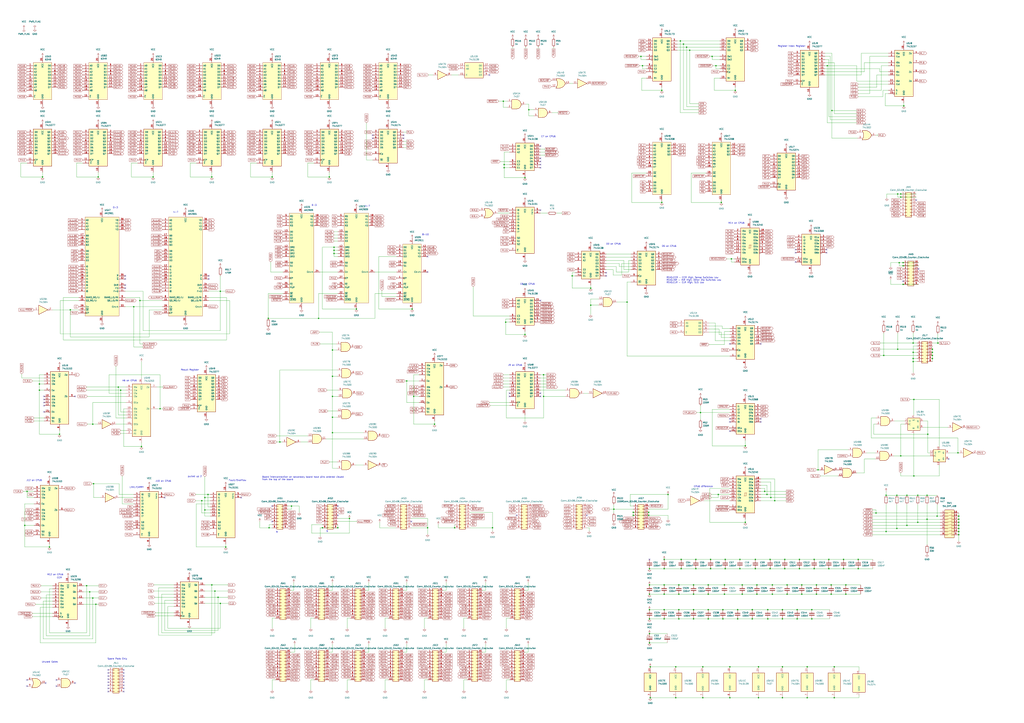
<source format=kicad_sch>
(kicad_sch (version 20211123) (generator eeschema)
  (paper "A1")
  (title_block (title "CPU5 Secondary") (date "2023-08-14") (rev "1") (company "SJSoftware"))
  (lib_symbols
    (symbol "6349_1"
      (property "Reference" "U" (at 3.81 19.05 0))
      (property "Value" "6349_1" (at 5.08 16.51 0))
      (symbol "6349_1_1_0"
        (pin input line (at -12.7 12.7 0) (length 5.08) (name "A0") (number "1"))
        (pin power_in line (at 0 -20.32 90) (length 5.08) (name "GND") (number "10"))
        (pin tri_state line (at 12.7 2.54 180) (length 5.08) (name "D4") (number "11"))
        (pin tri_state line (at 12.7 0 180) (length 5.08) (name "D5") (number "12"))
        (pin tri_state line (at 12.7 -2.54 180) (length 5.08) (name "D6") (number "13"))
        (pin tri_state line (at 12.7 -5.08 180) (length 5.08) (name "D7") (number "14"))
        (pin input line (at -12.7 -12.7 0) (length 5.08) (name "~{E}") (number "15"))
        (pin input line (at -12.7 0 0) (length 5.08) (name "A5") (number "16"))
        (pin input line (at -12.7 -2.54 0) (length 5.08) (name "A6") (number "17"))
        (pin input line (at -12.7 -5.08 0) (length 5.08) (name "A7") (number "18"))
        (pin input line (at -12.7 -7.62 0) (length 5.08) (name "A8") (number "19"))
        (pin input line (at -12.7 10.16 0) (length 5.08) (name "A1") (number "2"))
        (pin power_in line (at 0 20.32 270) (length 5.08) (name "VCC") (number "20"))
        (pin input line (at -12.7 7.62 0) (length 5.08) (name "A2") (number "3"))
        (pin input line (at -12.7 5.08 0) (length 5.08) (name "A3") (number "4"))
        (pin input line (at -12.7 2.54 0) (length 5.08) (name "A4") (number "5"))
        (pin tri_state line (at 12.7 12.7 180) (length 5.08) (name "D0") (number "6"))
        (pin tri_state line (at 12.7 10.16 180) (length 5.08) (name "D1") (number "7"))
        (pin tri_state line (at 12.7 7.62 180) (length 5.08) (name "D2") (number "8"))
        (pin tri_state line (at 12.7 5.08 180) (length 5.08) (name "D3") (number "9"))
      )
    )
    (symbol "6349_2"
      (property "Reference" "U" (at 3.81 19.05 0))
      (property "Value" "6349_2" (at 5.08 16.51 0))
      (symbol "6349_2_1_0"
        (pin input line (at -12.7 12.7 0) (length 5.08) (name "A0") (number "1"))
        (pin power_in line (at 0 -20.32 90) (length 5.08) (name "GND") (number "10"))
        (pin tri_state line (at 12.7 2.54 180) (length 5.08) (name "D4") (number "11"))
        (pin tri_state line (at 12.7 0 180) (length 5.08) (name "D5") (number "12"))
        (pin tri_state line (at 12.7 -2.54 180) (length 5.08) (name "D6") (number "13"))
        (pin tri_state line (at 12.7 -5.08 180) (length 5.08) (name "D7") (number "14"))
        (pin input line (at -12.7 -12.7 0) (length 5.08) (name "~{E}") (number "15"))
        (pin input line (at -12.7 0 0) (length 5.08) (name "A5") (number "16"))
        (pin input line (at -12.7 -2.54 0) (length 5.08) (name "A6") (number "17"))
        (pin input line (at -12.7 -5.08 0) (length 5.08) (name "A7") (number "18"))
        (pin input line (at -12.7 -7.62 0) (length 5.08) (name "A8") (number "19"))
        (pin input line (at -12.7 10.16 0) (length 5.08) (name "A1") (number "2"))
        (pin power_in line (at 0 20.32 270) (length 5.08) (name "VCC") (number "20"))
        (pin input line (at -12.7 7.62 0) (length 5.08) (name "A2") (number "3"))
        (pin input line (at -12.7 5.08 0) (length 5.08) (name "A3") (number "4"))
        (pin input line (at -12.7 2.54 0) (length 5.08) (name "A4") (number "5"))
        (pin tri_state line (at 12.7 12.7 180) (length 5.08) (name "D0") (number "6"))
        (pin tri_state line (at 12.7 10.16 180) (length 5.08) (name "D1") (number "7"))
        (pin tri_state line (at 12.7 7.62 180) (length 5.08) (name "D2") (number "8"))
        (pin tri_state line (at 12.7 5.08 180) (length 5.08) (name "D3") (number "9"))
      )
    )
    (symbol "6349_3"
      (property "Reference" "U" (at 3.81 19.05 0))
      (property "Value" "6349_3" (at 5.08 16.51 0))
      (symbol "6349_3_1_0"
        (pin input line (at -12.7 12.7 0) (length 5.08) (name "A0") (number "1"))
        (pin power_in line (at 0 -20.32 90) (length 5.08) (name "GND") (number "10"))
        (pin tri_state line (at 12.7 2.54 180) (length 5.08) (name "D4") (number "11"))
        (pin tri_state line (at 12.7 0 180) (length 5.08) (name "D5") (number "12"))
        (pin tri_state line (at 12.7 -2.54 180) (length 5.08) (name "D6") (number "13"))
        (pin tri_state line (at 12.7 -5.08 180) (length 5.08) (name "D7") (number "14"))
        (pin input line (at -12.7 -12.7 0) (length 5.08) (name "~{E}") (number "15"))
        (pin input line (at -12.7 0 0) (length 5.08) (name "A5") (number "16"))
        (pin input line (at -12.7 -2.54 0) (length 5.08) (name "A6") (number "17"))
        (pin input line (at -12.7 -5.08 0) (length 5.08) (name "A7") (number "18"))
        (pin input line (at -12.7 -7.62 0) (length 5.08) (name "A8") (number "19"))
        (pin input line (at -12.7 10.16 0) (length 5.08) (name "A1") (number "2"))
        (pin power_in line (at 0 20.32 270) (length 5.08) (name "VCC") (number "20"))
        (pin input line (at -12.7 7.62 0) (length 5.08) (name "A2") (number "3"))
        (pin input line (at -12.7 5.08 0) (length 5.08) (name "A3") (number "4"))
        (pin input line (at -12.7 2.54 0) (length 5.08) (name "A4") (number "5"))
        (pin tri_state line (at 12.7 12.7 180) (length 5.08) (name "D0") (number "6"))
        (pin tri_state line (at 12.7 10.16 180) (length 5.08) (name "D1") (number "7"))
        (pin tri_state line (at 12.7 7.62 180) (length 5.08) (name "D2") (number "8"))
        (pin tri_state line (at 12.7 5.08 180) (length 5.08) (name "D3") (number "9"))
      )
    )
    (symbol "6349_4"
      (property "Reference" "U" (at 3.81 19.05 0))
      (property "Value" "6349_4" (at 5.08 16.51 0))
      (symbol "6349_4_1_0"
        (pin input line (at -12.7 12.7 0) (length 5.08) (name "A0") (number "1"))
        (pin power_in line (at 0 -20.32 90) (length 5.08) (name "GND") (number "10"))
        (pin tri_state line (at 12.7 2.54 180) (length 5.08) (name "D4") (number "11"))
        (pin tri_state line (at 12.7 0 180) (length 5.08) (name "D5") (number "12"))
        (pin tri_state line (at 12.7 -2.54 180) (length 5.08) (name "D6") (number "13"))
        (pin tri_state line (at 12.7 -5.08 180) (length 5.08) (name "D7") (number "14"))
        (pin input line (at -12.7 -12.7 0) (length 5.08) (name "~{E}") (number "15"))
        (pin input line (at -12.7 0 0) (length 5.08) (name "A5") (number "16"))
        (pin input line (at -12.7 -2.54 0) (length 5.08) (name "A6") (number "17"))
        (pin input line (at -12.7 -5.08 0) (length 5.08) (name "A7") (number "18"))
        (pin input line (at -12.7 -7.62 0) (length 5.08) (name "A8") (number "19"))
        (pin input line (at -12.7 10.16 0) (length 5.08) (name "A1") (number "2"))
        (pin power_in line (at 0 20.32 270) (length 5.08) (name "VCC") (number "20"))
        (pin input line (at -12.7 7.62 0) (length 5.08) (name "A2") (number "3"))
        (pin input line (at -12.7 5.08 0) (length 5.08) (name "A3") (number "4"))
        (pin input line (at -12.7 2.54 0) (length 5.08) (name "A4") (number "5"))
        (pin tri_state line (at 12.7 12.7 180) (length 5.08) (name "D0") (number "6"))
        (pin tri_state line (at 12.7 10.16 180) (length 5.08) (name "D1") (number "7"))
        (pin tri_state line (at 12.7 7.62 180) (length 5.08) (name "D2") (number "8"))
        (pin tri_state line (at 12.7 5.08 180) (length 5.08) (name "D3") (number "9"))
      )
    )
    (symbol "6349_5"
      (property "Reference" "U" (at 3.81 19.05 0))
      (property "Value" "6349_5" (at 5.08 16.51 0))
      (symbol "6349_5_1_0"
        (pin input line (at -12.7 12.7 0) (length 5.08) (name "A0") (number "1"))
        (pin power_in line (at 0 -20.32 90) (length 5.08) (name "GND") (number "10"))
        (pin tri_state line (at 12.7 2.54 180) (length 5.08) (name "D4") (number "11"))
        (pin tri_state line (at 12.7 0 180) (length 5.08) (name "D5") (number "12"))
        (pin tri_state line (at 12.7 -2.54 180) (length 5.08) (name "D6") (number "13"))
        (pin tri_state line (at 12.7 -5.08 180) (length 5.08) (name "D7") (number "14"))
        (pin input line (at -12.7 -12.7 0) (length 5.08) (name "~{E}") (number "15"))
        (pin input line (at -12.7 0 0) (length 5.08) (name "A5") (number "16"))
        (pin input line (at -12.7 -2.54 0) (length 5.08) (name "A6") (number "17"))
        (pin input line (at -12.7 -5.08 0) (length 5.08) (name "A7") (number "18"))
        (pin input line (at -12.7 -7.62 0) (length 5.08) (name "A8") (number "19"))
        (pin input line (at -12.7 10.16 0) (length 5.08) (name "A1") (number "2"))
        (pin power_in line (at 0 20.32 270) (length 5.08) (name "VCC") (number "20"))
        (pin input line (at -12.7 7.62 0) (length 5.08) (name "A2") (number "3"))
        (pin input line (at -12.7 5.08 0) (length 5.08) (name "A3") (number "4"))
        (pin input line (at -12.7 2.54 0) (length 5.08) (name "A4") (number "5"))
        (pin tri_state line (at 12.7 12.7 180) (length 5.08) (name "D0") (number "6"))
        (pin tri_state line (at 12.7 10.16 180) (length 5.08) (name "D1") (number "7"))
        (pin tri_state line (at 12.7 7.62 180) (length 5.08) (name "D2") (number "8"))
        (pin tri_state line (at 12.7 5.08 180) (length 5.08) (name "D3") (number "9"))
      )
    )
    (symbol "6349_6"
      (property "Reference" "U" (at 3.81 19.05 0))
      (property "Value" "6349_6" (at 5.08 16.51 0))
      (symbol "6349_6_1_0"
        (pin input line (at -12.7 12.7 0) (length 5.08) (name "A0") (number "1"))
        (pin power_in line (at 0 -20.32 90) (length 5.08) (name "GND") (number "10"))
        (pin tri_state line (at 12.7 2.54 180) (length 5.08) (name "D4") (number "11"))
        (pin tri_state line (at 12.7 0 180) (length 5.08) (name "D5") (number "12"))
        (pin tri_state line (at 12.7 -2.54 180) (length 5.08) (name "D6") (number "13"))
        (pin tri_state line (at 12.7 -5.08 180) (length 5.08) (name "D7") (number "14"))
        (pin input line (at -12.7 -12.7 0) (length 5.08) (name "~{E}") (number "15"))
        (pin input line (at -12.7 0 0) (length 5.08) (name "A5") (number "16"))
        (pin input line (at -12.7 -2.54 0) (length 5.08) (name "A6") (number "17"))
        (pin input line (at -12.7 -5.08 0) (length 5.08) (name "A7") (number "18"))
        (pin input line (at -12.7 -7.62 0) (length 5.08) (name "A8") (number "19"))
        (pin input line (at -12.7 10.16 0) (length 5.08) (name "A1") (number "2"))
        (pin power_in line (at 0 20.32 270) (length 5.08) (name "VCC") (number "20"))
        (pin input line (at -12.7 7.62 0) (length 5.08) (name "A2") (number "3"))
        (pin input line (at -12.7 5.08 0) (length 5.08) (name "A3") (number "4"))
        (pin input line (at -12.7 2.54 0) (length 5.08) (name "A4") (number "5"))
        (pin tri_state line (at 12.7 12.7 180) (length 5.08) (name "D0") (number "6"))
        (pin tri_state line (at 12.7 10.16 180) (length 5.08) (name "D1") (number "7"))
        (pin tri_state line (at 12.7 7.62 180) (length 5.08) (name "D2") (number "8"))
        (pin tri_state line (at 12.7 5.08 180) (length 5.08) (name "D3") (number "9"))
      )
    )
    (symbol "74xx:74LS00" (pin_names (offset 1.016))
      (property "Reference" "U" (at 0 1.27 0))
      (property "Value" "74LS00" (at 0 -1.27 0))
      (symbol "74LS00_1_1"
        (pin input line (at -7.62 2.54 0) (length 3.81) (name "~") (number "1"))
        (pin input line (at -7.62 -2.54 0) (length 3.81) (name "~") (number "2"))
        (pin output inverted (at 7.62 0 180) (length 3.81) (name "~") (number "3"))
      )
      (symbol "74LS00_1_2"
        (pin input inverted (at -7.62 2.54 0) (length 4.318) (name "~") (number "1"))
        (pin input inverted (at -7.62 -2.54 0) (length 4.318) (name "~") (number "2"))
        (pin output line (at 7.62 0 180) (length 3.81) (name "~") (number "3"))
      )
      (symbol "74LS00_2_1"
        (pin input line (at -7.62 2.54 0) (length 3.81) (name "~") (number "4"))
        (pin input line (at -7.62 -2.54 0) (length 3.81) (name "~") (number "5"))
        (pin output inverted (at 7.62 0 180) (length 3.81) (name "~") (number "6"))
      )
      (symbol "74LS00_2_2"
        (pin input inverted (at -7.62 2.54 0) (length 4.318) (name "~") (number "4"))
        (pin input inverted (at -7.62 -2.54 0) (length 4.318) (name "~") (number "5"))
        (pin output line (at 7.62 0 180) (length 3.81) (name "~") (number "6"))
      )
      (symbol "74LS00_3_1"
        (pin input line (at -7.62 -2.54 0) (length 3.81) (name "~") (number "10"))
        (pin output inverted (at 7.62 0 180) (length 3.81) (name "~") (number "8"))
        (pin input line (at -7.62 2.54 0) (length 3.81) (name "~") (number "9"))
      )
      (symbol "74LS00_3_2"
        (pin input inverted (at -7.62 -2.54 0) (length 4.318) (name "~") (number "10"))
        (pin output line (at 7.62 0 180) (length 3.81) (name "~") (number "8"))
        (pin input inverted (at -7.62 2.54 0) (length 4.318) (name "~") (number "9"))
      )
      (symbol "74LS00_4_1"
        (pin output inverted (at 7.62 0 180) (length 3.81) (name "~") (number "11"))
        (pin input line (at -7.62 2.54 0) (length 3.81) (name "~") (number "12"))
        (pin input line (at -7.62 -2.54 0) (length 3.81) (name "~") (number "13"))
      )
      (symbol "74LS00_4_2"
        (pin output line (at 7.62 0 180) (length 3.81) (name "~") (number "11"))
        (pin input inverted (at -7.62 2.54 0) (length 4.318) (name "~") (number "12"))
        (pin input inverted (at -7.62 -2.54 0) (length 4.318) (name "~") (number "13"))
      )
      (symbol "74LS00_5_0"
        (pin power_in line (at 0 12.7 270) (length 5.08) (name "VCC") (number "14"))
        (pin power_in line (at 0 -12.7 90) (length 5.08) (name "GND") (number "7"))
      )
    )
    (symbol "74xx:74LS02" (pin_names (offset 1.016))
      (property "Reference" "U" (at 0 1.27 0))
      (property "Value" "74LS02" (at 0 -1.27 0))
      (symbol "74LS02_1_1"
        (pin output inverted (at 7.62 0 180) (length 3.81) (name "~") (number "1"))
        (pin input line (at -7.62 2.54 0) (length 4.318) (name "~") (number "2"))
        (pin input line (at -7.62 -2.54 0) (length 4.318) (name "~") (number "3"))
      )
      (symbol "74LS02_1_2"
        (pin output line (at 7.62 0 180) (length 3.81) (name "~") (number "1"))
        (pin input inverted (at -7.62 2.54 0) (length 3.81) (name "~") (number "2"))
        (pin input inverted (at -7.62 -2.54 0) (length 3.81) (name "~") (number "3"))
      )
      (symbol "74LS02_2_1"
        (pin output inverted (at 7.62 0 180) (length 3.81) (name "~") (number "4"))
        (pin input line (at -7.62 2.54 0) (length 4.318) (name "~") (number "5"))
        (pin input line (at -7.62 -2.54 0) (length 4.318) (name "~") (number "6"))
      )
      (symbol "74LS02_2_2"
        (pin output line (at 7.62 0 180) (length 3.81) (name "~") (number "4"))
        (pin input inverted (at -7.62 2.54 0) (length 3.81) (name "~") (number "5"))
        (pin input inverted (at -7.62 -2.54 0) (length 3.81) (name "~") (number "6"))
      )
      (symbol "74LS02_3_1"
        (pin output inverted (at 7.62 0 180) (length 3.81) (name "~") (number "10"))
        (pin input line (at -7.62 2.54 0) (length 4.318) (name "~") (number "8"))
        (pin input line (at -7.62 -2.54 0) (length 4.318) (name "~") (number "9"))
      )
      (symbol "74LS02_3_2"
        (pin output line (at 7.62 0 180) (length 3.81) (name "~") (number "10"))
        (pin input inverted (at -7.62 2.54 0) (length 3.81) (name "~") (number "8"))
        (pin input inverted (at -7.62 -2.54 0) (length 3.81) (name "~") (number "9"))
      )
      (symbol "74LS02_4_1"
        (pin input line (at -7.62 2.54 0) (length 4.318) (name "~") (number "11"))
        (pin input line (at -7.62 -2.54 0) (length 4.318) (name "~") (number "12"))
        (pin output inverted (at 7.62 0 180) (length 3.81) (name "~") (number "13"))
      )
      (symbol "74LS02_4_2"
        (pin input inverted (at -7.62 2.54 0) (length 3.81) (name "~") (number "11"))
        (pin input inverted (at -7.62 -2.54 0) (length 3.81) (name "~") (number "12"))
        (pin output line (at 7.62 0 180) (length 3.81) (name "~") (number "13"))
      )
      (symbol "74LS02_5_0"
        (pin power_in line (at 0 12.7 270) (length 5.08) (name "VCC") (number "14"))
        (pin power_in line (at 0 -12.7 90) (length 5.08) (name "GND") (number "7"))
      )
    )
    (symbol "74xx:74LS04"
      (property "Reference" "U" (at 0 1.27 0))
      (property "Value" "74LS04" (at 0 -1.27 0))
      (symbol "74LS04_1_0"
        (pin input line (at -7.62 0 0) (length 3.81) (name "~") (number "1"))
        (pin output inverted (at 7.62 0 180) (length 3.81) (name "~") (number "2"))
      )
      (symbol "74LS04_2_0"
        (pin input line (at -7.62 0 0) (length 3.81) (name "~") (number "3"))
        (pin output inverted (at 7.62 0 180) (length 3.81) (name "~") (number "4"))
      )
      (symbol "74LS04_3_0"
        (pin input line (at -7.62 0 0) (length 3.81) (name "~") (number "5"))
        (pin output inverted (at 7.62 0 180) (length 3.81) (name "~") (number "6"))
      )
      (symbol "74LS04_4_0"
        (pin output inverted (at 7.62 0 180) (length 3.81) (name "~") (number "8"))
        (pin input line (at -7.62 0 0) (length 3.81) (name "~") (number "9"))
      )
      (symbol "74LS04_5_0"
        (pin output inverted (at 7.62 0 180) (length 3.81) (name "~") (number "10"))
        (pin input line (at -7.62 0 0) (length 3.81) (name "~") (number "11"))
      )
      (symbol "74LS04_6_0"
        (pin output inverted (at 7.62 0 180) (length 3.81) (name "~") (number "12"))
        (pin input line (at -7.62 0 0) (length 3.81) (name "~") (number "13"))
      )
      (symbol "74LS04_7_0"
        (pin power_in line (at 0 12.7 270) (length 5.08) (name "VCC") (number "14"))
        (pin power_in line (at 0 -12.7 90) (length 5.08) (name "GND") (number "7"))
      )
    )
    (symbol "74xx:74LS138" (pin_names (offset 1.016))
      (property "Reference" "U" (at -7.62 11.43 0))
      (property "Value" "74LS138" (at -7.62 -13.97 0))
      (symbol "74LS138_1_0"
        (pin input line (at -12.7 7.62 0) (length 5.08) (name "A0") (number "1"))
        (pin output output_low (at 12.7 -5.08 180) (length 5.08) (name "O5") (number "10"))
        (pin output output_low (at 12.7 -2.54 180) (length 5.08) (name "O4") (number "11"))
        (pin output output_low (at 12.7 0 180) (length 5.08) (name "O3") (number "12"))
        (pin output output_low (at 12.7 2.54 180) (length 5.08) (name "O2") (number "13"))
        (pin output output_low (at 12.7 5.08 180) (length 5.08) (name "O1") (number "14"))
        (pin output output_low (at 12.7 7.62 180) (length 5.08) (name "O0") (number "15"))
        (pin power_in line (at 0 15.24 270) (length 5.08) (name "VCC") (number "16"))
        (pin input line (at -12.7 5.08 0) (length 5.08) (name "A1") (number "2"))
        (pin input line (at -12.7 2.54 0) (length 5.08) (name "A2") (number "3"))
        (pin input input_low (at -12.7 -10.16 0) (length 5.08) (name "E1") (number "4"))
        (pin input input_low (at -12.7 -7.62 0) (length 5.08) (name "E2") (number "5"))
        (pin input line (at -12.7 -5.08 0) (length 5.08) (name "E3") (number "6"))
        (pin output output_low (at 12.7 -10.16 180) (length 5.08) (name "O7") (number "7"))
        (pin power_in line (at 0 -17.78 90) (length 5.08) (name "GND") (number "8"))
        (pin output output_low (at 12.7 -7.62 180) (length 5.08) (name "O6") (number "9"))
      )
    )
    (symbol "74xx:74LS139" (pin_names (offset 1.016))
      (property "Reference" "U" (at -7.62 8.89 0))
      (property "Value" "74LS139" (at -7.62 -8.89 0))
      (symbol "74LS139_1_0"
        (pin input inverted (at -12.7 -5.08 0) (length 5.08) (name "E") (number "1"))
        (pin input line (at -12.7 0 0) (length 5.08) (name "A0") (number "2"))
        (pin input line (at -12.7 2.54 0) (length 5.08) (name "A1") (number "3"))
        (pin output inverted (at 12.7 2.54 180) (length 5.08) (name "O0") (number "4"))
        (pin output inverted (at 12.7 0 180) (length 5.08) (name "O1") (number "5"))
        (pin output inverted (at 12.7 -2.54 180) (length 5.08) (name "O2") (number "6"))
        (pin output inverted (at 12.7 -5.08 180) (length 5.08) (name "O3") (number "7"))
      )
      (symbol "74LS139_2_0"
        (pin output inverted (at 12.7 -2.54 180) (length 5.08) (name "O2") (number "10"))
        (pin output inverted (at 12.7 0 180) (length 5.08) (name "O1") (number "11"))
        (pin output inverted (at 12.7 2.54 180) (length 5.08) (name "O0") (number "12"))
        (pin input line (at -12.7 2.54 0) (length 5.08) (name "A1") (number "13"))
        (pin input line (at -12.7 0 0) (length 5.08) (name "A0") (number "14"))
        (pin input inverted (at -12.7 -5.08 0) (length 5.08) (name "E") (number "15"))
        (pin output inverted (at 12.7 -5.08 180) (length 5.08) (name "O3") (number "9"))
      )
      (symbol "74LS139_3_0"
        (pin power_in line (at 0 12.7 270) (length 5.08) (name "VCC") (number "16"))
        (pin power_in line (at 0 -12.7 90) (length 5.08) (name "GND") (number "8"))
      )
    )
    (symbol "74xx:74LS151" (pin_names (offset 1.016))
      (property "Reference" "U" (at -7.62 19.05 0))
      (property "Value" "74LS151" (at -7.62 -21.59 0))
      (symbol "74LS151_1_0"
        (pin input line (at -12.7 7.62 0) (length 5.08) (name "I3") (number "1"))
        (pin input line (at -12.7 -10.16 0) (length 5.08) (name "S1") (number "10"))
        (pin input line (at -12.7 -7.62 0) (length 5.08) (name "S0") (number "11"))
        (pin input line (at -12.7 -2.54 0) (length 5.08) (name "I7") (number "12"))
        (pin input line (at -12.7 0 0) (length 5.08) (name "I6") (number "13"))
        (pin input line (at -12.7 2.54 0) (length 5.08) (name "I5") (number "14"))
        (pin input line (at -12.7 5.08 0) (length 5.08) (name "I4") (number "15"))
        (pin power_in line (at 0 22.86 270) (length 5.08) (name "VCC") (number "16"))
        (pin input line (at -12.7 10.16 0) (length 5.08) (name "I2") (number "2"))
        (pin input line (at -12.7 12.7 0) (length 5.08) (name "I1") (number "3"))
        (pin input line (at -12.7 15.24 0) (length 5.08) (name "I0") (number "4"))
        (pin output line (at 12.7 15.24 180) (length 5.08) (name "Z") (number "5"))
        (pin output line (at 12.7 12.7 180) (length 5.08) (name "~{Z}") (number "6"))
        (pin input line (at -12.7 -17.78 0) (length 5.08) (name "~{E}") (number "7"))
        (pin power_in line (at 0 -25.4 90) (length 5.08) (name "GND") (number "8"))
        (pin input line (at -12.7 -12.7 0) (length 5.08) (name "S2") (number "9"))
      )
    )
    (symbol "74xx:74LS153" (pin_names (offset 1.016))
      (property "Reference" "U" (at -7.62 21.59 0))
      (property "Value" "74LS153" (at -7.62 -24.13 0))
      (symbol "74LS153_1_0"
        (pin input inverted (at -12.7 5.08 0) (length 5.08) (name "Ea") (number "1"))
        (pin input line (at -12.7 0 0) (length 5.08) (name "I0b") (number "10"))
        (pin input line (at -12.7 -2.54 0) (length 5.08) (name "I1b") (number "11"))
        (pin input line (at -12.7 -5.08 0) (length 5.08) (name "I2b") (number "12"))
        (pin input line (at -12.7 -7.62 0) (length 5.08) (name "I3b") (number "13"))
        (pin input line (at -12.7 -17.78 0) (length 5.08) (name "S0") (number "14"))
        (pin input inverted (at -12.7 -12.7 0) (length 5.08) (name "Eb") (number "15"))
        (pin power_in line (at 0 25.4 270) (length 5.08) (name "VCC") (number "16"))
        (pin input line (at -12.7 -20.32 0) (length 5.08) (name "S1") (number "2"))
        (pin input line (at -12.7 10.16 0) (length 5.08) (name "I3a") (number "3"))
        (pin input line (at -12.7 12.7 0) (length 5.08) (name "I2a") (number "4"))
        (pin input line (at -12.7 15.24 0) (length 5.08) (name "I1a") (number "5"))
        (pin input line (at -12.7 17.78 0) (length 5.08) (name "I0a") (number "6"))
        (pin output line (at 12.7 17.78 180) (length 5.08) (name "Za") (number "7"))
        (pin power_in line (at 0 -27.94 90) (length 5.08) (name "GND") (number "8"))
        (pin output line (at 12.7 0 180) (length 5.08) (name "Zb") (number "9"))
      )
    )
    (symbol "74xx:74LS157" (pin_names (offset 1.016))
      (property "Reference" "U" (at -7.62 19.05 0))
      (property "Value" "74LS157" (at -7.62 -21.59 0))
      (symbol "74LS157_1_0"
        (pin input line (at -12.7 -15.24 0) (length 5.08) (name "S") (number "1"))
        (pin input line (at -12.7 -2.54 0) (length 5.08) (name "I1c") (number "10"))
        (pin input line (at -12.7 0 0) (length 5.08) (name "I0c") (number "11"))
        (pin output line (at 12.7 -7.62 180) (length 5.08) (name "Zd") (number "12"))
        (pin input line (at -12.7 -10.16 0) (length 5.08) (name "I1d") (number "13"))
        (pin input line (at -12.7 -7.62 0) (length 5.08) (name "I0d") (number "14"))
        (pin input inverted (at -12.7 -17.78 0) (length 5.08) (name "E") (number "15"))
        (pin power_in line (at 0 22.86 270) (length 5.08) (name "VCC") (number "16"))
        (pin input line (at -12.7 15.24 0) (length 5.08) (name "I0a") (number "2"))
        (pin input line (at -12.7 12.7 0) (length 5.08) (name "I1a") (number "3"))
        (pin output line (at 12.7 15.24 180) (length 5.08) (name "Za") (number "4"))
        (pin input line (at -12.7 7.62 0) (length 5.08) (name "I0b") (number "5"))
        (pin input line (at -12.7 5.08 0) (length 5.08) (name "I1b") (number "6"))
        (pin output line (at 12.7 7.62 180) (length 5.08) (name "Zb") (number "7"))
        (pin power_in line (at 0 -25.4 90) (length 5.08) (name "GND") (number "8"))
        (pin output line (at 12.7 0 180) (length 5.08) (name "Zc") (number "9"))
      )
    )
    (symbol "74xx:74LS173" (pin_names (offset 1.016))
      (property "Reference" "U" (at -7.62 19.05 0))
      (property "Value" "74LS173" (at -7.62 -19.05 0))
      (symbol "74LS173_1_0"
        (pin input inverted (at -12.7 2.54 0) (length 5.08) (name "Oe1") (number "1"))
        (pin input inverted (at -12.7 -7.62 0) (length 5.08) (name "E2") (number "10"))
        (pin input line (at -12.7 7.62 0) (length 5.08) (name "D3") (number "11"))
        (pin input line (at -12.7 10.16 0) (length 5.08) (name "D2") (number "12"))
        (pin input line (at -12.7 12.7 0) (length 5.08) (name "D1") (number "13"))
        (pin input line (at -12.7 15.24 0) (length 5.08) (name "D0") (number "14"))
        (pin input line (at -12.7 -15.24 0) (length 5.08) (name "Mr") (number "15"))
        (pin power_in line (at 0 22.86 270) (length 5.08) (name "VCC") (number "16"))
        (pin input inverted (at -12.7 0 0) (length 5.08) (name "Oe2") (number "2"))
        (pin tri_state line (at 12.7 15.24 180) (length 5.08) (name "Q0") (number "3"))
        (pin tri_state line (at 12.7 12.7 180) (length 5.08) (name "Q1") (number "4"))
        (pin tri_state line (at 12.7 10.16 180) (length 5.08) (name "Q2") (number "5"))
        (pin tri_state line (at 12.7 7.62 180) (length 5.08) (name "Q3") (number "6"))
        (pin input clock (at -12.7 -10.16 0) (length 5.08) (name "Cp") (number "7"))
        (pin power_in line (at 0 -22.86 90) (length 5.08) (name "GND") (number "8"))
        (pin input inverted (at -12.7 -5.08 0) (length 5.08) (name "E1") (number "9"))
      )
    )
    (symbol "74xx:74LS174" (pin_names (offset 1.016))
      (property "Reference" "U" (at -7.62 13.97 0))
      (property "Value" "74LS174" (at -7.62 -16.51 0))
      (symbol "74LS174_1_0"
        (pin input line (at -12.7 -12.7 0) (length 5.08) (name "~{Mr}") (number "1"))
        (pin output line (at 12.7 2.54 180) (length 5.08) (name "Q3") (number "10"))
        (pin input line (at -12.7 2.54 0) (length 5.08) (name "D3") (number "11"))
        (pin output line (at 12.7 0 180) (length 5.08) (name "Q4") (number "12"))
        (pin input line (at -12.7 0 0) (length 5.08) (name "D4") (number "13"))
        (pin input line (at -12.7 -2.54 0) (length 5.08) (name "D5") (number "14"))
        (pin output line (at 12.7 -2.54 180) (length 5.08) (name "Q5") (number "15"))
        (pin power_in line (at 0 17.78 270) (length 5.08) (name "VCC") (number "16"))
        (pin output line (at 12.7 10.16 180) (length 5.08) (name "Q0") (number "2"))
        (pin input line (at -12.7 10.16 0) (length 5.08) (name "D0") (number "3"))
        (pin input line (at -12.7 7.62 0) (length 5.08) (name "D1") (number "4"))
        (pin output line (at 12.7 7.62 180) (length 5.08) (name "Q1") (number "5"))
        (pin input line (at -12.7 5.08 0) (length 5.08) (name "D2") (number "6"))
        (pin output line (at 12.7 5.08 180) (length 5.08) (name "Q2") (number "7"))
        (pin power_in line (at 0 -20.32 90) (length 5.08) (name "GND") (number "8"))
        (pin input clock (at -12.7 -7.62 0) (length 5.08) (name "Cp") (number "9"))
      )
    )
    (symbol "74xx:74LS240" (pin_names (offset 1.016))
      (property "Reference" "U" (at -7.62 16.51 0))
      (property "Value" "74LS240" (at -7.62 -16.51 0))
      (symbol "74LS240_1_0"
        (pin input inverted (at -12.7 -10.16 0) (length 5.08) (name "OEa") (number "1"))
        (pin power_in line (at 0 -20.32 90) (length 5.08) (name "GND") (number "10"))
        (pin input line (at -12.7 2.54 0) (length 5.08) (name "I0b") (number "11"))
        (pin tri_state inverted (at 12.7 5.08 180) (length 5.08) (name "O3a") (number "12"))
        (pin input line (at -12.7 0 0) (length 5.08) (name "I1b") (number "13"))
        (pin tri_state inverted (at 12.7 7.62 180) (length 5.08) (name "O2a") (number "14"))
        (pin input line (at -12.7 -2.54 0) (length 5.08) (name "I2b") (number "15"))
        (pin tri_state inverted (at 12.7 10.16 180) (length 5.08) (name "O1a") (number "16"))
        (pin input line (at -12.7 -5.08 0) (length 5.08) (name "I3b") (number "17"))
        (pin tri_state inverted (at 12.7 12.7 180) (length 5.08) (name "O0a") (number "18"))
        (pin input inverted (at -12.7 -12.7 0) (length 5.08) (name "OEb") (number "19"))
        (pin input line (at -12.7 12.7 0) (length 5.08) (name "I0a") (number "2"))
        (pin power_in line (at 0 20.32 270) (length 5.08) (name "VCC") (number "20"))
        (pin tri_state inverted (at 12.7 -5.08 180) (length 5.08) (name "O3b") (number "3"))
        (pin input line (at -12.7 10.16 0) (length 5.08) (name "I1a") (number "4"))
        (pin tri_state inverted (at 12.7 -2.54 180) (length 5.08) (name "O2b") (number "5"))
        (pin input line (at -12.7 7.62 0) (length 5.08) (name "I2a") (number "6"))
        (pin tri_state inverted (at 12.7 0 180) (length 5.08) (name "O1b") (number "7"))
        (pin input line (at -12.7 5.08 0) (length 5.08) (name "I3a") (number "8"))
        (pin tri_state inverted (at 12.7 2.54 180) (length 5.08) (name "O0b") (number "9"))
      )
    )
    (symbol "74xx:74LS253" (pin_names (offset 1.016))
      (property "Reference" "U" (at -7.62 21.59 0))
      (property "Value" "74LS253" (at -7.62 -24.13 0))
      (symbol "74LS253_1_0"
        (pin input inverted (at -12.7 5.08 0) (length 5.08) (name "OEa") (number "1"))
        (pin input line (at -12.7 0 0) (length 5.08) (name "I0b") (number "10"))
        (pin input line (at -12.7 -2.54 0) (length 5.08) (name "I1b") (number "11"))
        (pin input line (at -12.7 -5.08 0) (length 5.08) (name "I2b") (number "12"))
        (pin input line (at -12.7 -7.62 0) (length 5.08) (name "I3b") (number "13"))
        (pin input line (at -12.7 -17.78 0) (length 5.08) (name "A0") (number "14"))
        (pin input inverted (at -12.7 -12.7 0) (length 5.08) (name "OEb") (number "15"))
        (pin power_in line (at 0 25.4 270) (length 5.08) (name "VCC") (number "16"))
        (pin input line (at -12.7 -20.32 0) (length 5.08) (name "A1") (number "2"))
        (pin input line (at -12.7 10.16 0) (length 5.08) (name "I3a") (number "3"))
        (pin input line (at -12.7 12.7 0) (length 5.08) (name "I2a") (number "4"))
        (pin input line (at -12.7 15.24 0) (length 5.08) (name "I1a") (number "5"))
        (pin input line (at -12.7 17.78 0) (length 5.08) (name "I0a") (number "6"))
        (pin tri_state line (at 12.7 17.78 180) (length 5.08) (name "Za") (number "7"))
        (pin power_in line (at 0 -27.94 90) (length 5.08) (name "GND") (number "8"))
        (pin tri_state line (at 12.7 0 180) (length 5.08) (name "Zb") (number "9"))
      )
    )
    (symbol "74xx:74LS298" (pin_names (offset 1.016))
      (property "Reference" "U" (at -7.62 16.51 0))
      (property "Value" "74LS298" (at -7.62 -16.51 0))
      (symbol "74LS298_1_0"
        (pin input line (at -12.7 5.08 0) (length 5.08) (name "I1b") (number "1"))
        (pin input line (at -12.7 -10.16 0) (length 5.08) (name "S") (number "10"))
        (pin input inverted_clock (at -12.7 -12.7 0) (length 5.08) (name "Cp") (number "11"))
        (pin output line (at 12.7 -2.54 180) (length 5.08) (name "Qd") (number "12"))
        (pin output line (at 12.7 2.54 180) (length 5.08) (name "Qc") (number "13"))
        (pin output line (at 12.7 7.62 180) (length 5.08) (name "Qb") (number "14"))
        (pin output line (at 12.7 12.7 180) (length 5.08) (name "Qa") (number "15"))
        (pin power_in line (at 0 20.32 270) (length 5.08) (name "VCC") (number "16"))
        (pin input line (at -12.7 10.16 0) (length 5.08) (name "I1a") (number "2"))
        (pin input line (at -12.7 12.7 0) (length 5.08) (name "I0a") (number "3"))
        (pin input line (at -12.7 7.62 0) (length 5.08) (name "I0b") (number "4"))
        (pin input line (at -12.7 0 0) (length 5.08) (name "I1c") (number "5"))
        (pin input line (at -12.7 -5.08 0) (length 5.08) (name "I1d") (number "6"))
        (pin input line (at -12.7 -2.54 0) (length 5.08) (name "I0d") (number "7"))
        (pin power_in line (at 0 -20.32 90) (length 5.08) (name "GND") (number "8"))
        (pin input line (at -12.7 2.54 0) (length 5.08) (name "I0c") (number "9"))
      )
    )
    (symbol "74xx:74LS368" (pin_names (offset 1.016))
      (property "Reference" "U" (at -7.62 13.97 0))
      (property "Value" "74LS368" (at -7.62 -13.97 0))
      (symbol "74LS368_1_0"
        (pin input inverted (at -12.7 -7.62 0) (length 5.08) (name "OEa") (number "1"))
        (pin input line (at -12.7 2.54 0) (length 5.08) (name "I4") (number "10"))
        (pin tri_state inverted (at 12.7 0 180) (length 5.08) (name "O5b") (number "11"))
        (pin input line (at -12.7 0 0) (length 5.08) (name "I5") (number "12"))
        (pin tri_state inverted (at 12.7 -2.54 180) (length 5.08) (name "O6b") (number "13"))
        (pin input line (at -12.7 -2.54 0) (length 5.08) (name "I6") (number "14"))
        (pin input inverted (at -12.7 -10.16 0) (length 5.08) (name "OEb") (number "15"))
        (pin power_in line (at 0 17.78 270) (length 5.08) (name "VCC") (number "16"))
        (pin input line (at -12.7 10.16 0) (length 5.08) (name "I1") (number "2"))
        (pin tri_state inverted (at 12.7 10.16 180) (length 5.08) (name "O1a") (number "3"))
        (pin input line (at -12.7 7.62 0) (length 5.08) (name "I2") (number "4"))
        (pin tri_state inverted (at 12.7 7.62 180) (length 5.08) (name "O2a") (number "5"))
        (pin input line (at -12.7 5.08 0) (length 5.08) (name "I3") (number "6"))
        (pin tri_state inverted (at 12.7 5.08 180) (length 5.08) (name "O3a") (number "7"))
        (pin power_in line (at 0 -17.78 90) (length 5.08) (name "GND") (number "8"))
        (pin tri_state inverted (at 12.7 2.54 180) (length 5.08) (name "O4a") (number "9"))
      )
    )
    (symbol "74xx:74LS374"
      (property "Reference" "U" (at -7.62 16.51 0))
      (property "Value" "74LS374" (at -7.62 -16.51 0))
      (symbol "74LS374_1_0"
        (pin input inverted (at -12.7 -12.7 0) (length 5.08) (name "OE") (number "1"))
        (pin power_in line (at 0 -20.32 90) (length 5.08) (name "GND") (number "10"))
        (pin input clock (at -12.7 -10.16 0) (length 5.08) (name "Cp") (number "11"))
        (pin tri_state line (at 12.7 2.54 180) (length 5.08) (name "O4") (number "12"))
        (pin input line (at -12.7 2.54 0) (length 5.08) (name "D4") (number "13"))
        (pin input line (at -12.7 0 0) (length 5.08) (name "D5") (number "14"))
        (pin tri_state line (at 12.7 0 180) (length 5.08) (name "O5") (number "15"))
        (pin tri_state line (at 12.7 -2.54 180) (length 5.08) (name "O6") (number "16"))
        (pin input line (at -12.7 -2.54 0) (length 5.08) (name "D6") (number "17"))
        (pin input line (at -12.7 -5.08 0) (length 5.08) (name "D7") (number "18"))
        (pin tri_state line (at 12.7 -5.08 180) (length 5.08) (name "O7") (number "19"))
        (pin tri_state line (at 12.7 12.7 180) (length 5.08) (name "O0") (number "2"))
        (pin power_in line (at 0 20.32 270) (length 5.08) (name "VCC") (number "20"))
        (pin input line (at -12.7 12.7 0) (length 5.08) (name "D0") (number "3"))
        (pin input line (at -12.7 10.16 0) (length 5.08) (name "D1") (number "4"))
        (pin tri_state line (at 12.7 10.16 180) (length 5.08) (name "O1") (number "5"))
        (pin tri_state line (at 12.7 7.62 180) (length 5.08) (name "O2") (number "6"))
        (pin input line (at -12.7 7.62 0) (length 5.08) (name "D2") (number "7"))
        (pin input line (at -12.7 5.08 0) (length 5.08) (name "D3") (number "8"))
        (pin tri_state line (at 12.7 5.08 180) (length 5.08) (name "O3") (number "9"))
      )
    )
    (symbol "74xx:74LS377" (pin_names (offset 1.016))
      (property "Reference" "U" (at -7.62 16.51 0))
      (property "Value" "74LS377" (at -7.62 -16.51 0))
      (symbol "74LS377_1_0"
        (pin input line (at -12.7 -12.7 0) (length 5.08) (name "~{E}") (number "1"))
        (pin power_in line (at 0 -20.32 90) (length 5.08) (name "GND") (number "10"))
        (pin input clock (at -12.7 -10.16 0) (length 5.08) (name "CP") (number "11"))
        (pin output line (at 12.7 2.54 180) (length 5.08) (name "Q4") (number "12"))
        (pin input line (at -12.7 2.54 0) (length 5.08) (name "D4") (number "13"))
        (pin input line (at -12.7 0 0) (length 5.08) (name "D5") (number "14"))
        (pin output line (at 12.7 0 180) (length 5.08) (name "Q5") (number "15"))
        (pin output line (at 12.7 -2.54 180) (length 5.08) (name "Q6") (number "16"))
        (pin input line (at -12.7 -2.54 0) (length 5.08) (name "D6") (number "17"))
        (pin input line (at -12.7 -5.08 0) (length 5.08) (name "D7") (number "18"))
        (pin output line (at 12.7 -5.08 180) (length 5.08) (name "Q7") (number "19"))
        (pin output line (at 12.7 12.7 180) (length 5.08) (name "Q0") (number "2"))
        (pin power_in line (at 0 20.32 270) (length 5.08) (name "VCC") (number "20"))
        (pin input line (at -12.7 12.7 0) (length 5.08) (name "D0") (number "3"))
        (pin input line (at -12.7 10.16 0) (length 5.08) (name "D1") (number "4"))
        (pin output line (at 12.7 10.16 180) (length 5.08) (name "Q1") (number "5"))
        (pin output line (at 12.7 7.62 180) (length 5.08) (name "Q2") (number "6"))
        (pin input line (at -12.7 7.62 0) (length 5.08) (name "D2") (number "7"))
        (pin input line (at -12.7 5.08 0) (length 5.08) (name "D3") (number "8"))
        (pin output line (at 12.7 5.08 180) (length 5.08) (name "Q3") (number "9"))
      )
    )
    (symbol "74xx:74LS74" (pin_names (offset 1.016))
      (property "Reference" "U" (at -7.62 8.89 0))
      (property "Value" "74LS74" (at -7.62 -8.89 0))
      (symbol "74LS74_1_0"
        (pin input line (at 0 -7.62 90) (length 2.54) (name "~{R}") (number "1"))
        (pin input line (at -7.62 2.54 0) (length 2.54) (name "D") (number "2"))
        (pin input clock (at -7.62 0 0) (length 2.54) (name "C") (number "3"))
        (pin input line (at 0 7.62 270) (length 2.54) (name "~{S}") (number "4"))
        (pin output line (at 7.62 2.54 180) (length 2.54) (name "Q") (number "5"))
        (pin output line (at 7.62 -2.54 180) (length 2.54) (name "~{Q}") (number "6"))
      )
      (symbol "74LS74_2_0"
        (pin input line (at 0 7.62 270) (length 2.54) (name "~{S}") (number "10"))
        (pin input clock (at -7.62 0 0) (length 2.54) (name "C") (number "11"))
        (pin input line (at -7.62 2.54 0) (length 2.54) (name "D") (number "12"))
        (pin input line (at 0 -7.62 90) (length 2.54) (name "~{R}") (number "13"))
        (pin output line (at 7.62 -2.54 180) (length 2.54) (name "~{Q}") (number "8"))
        (pin output line (at 7.62 2.54 180) (length 2.54) (name "Q") (number "9"))
      )
      (symbol "74LS74_3_0"
        (pin power_in line (at 0 10.16 270) (length 2.54) (name "VCC") (number "14"))
        (pin power_in line (at 0 -10.16 90) (length 2.54) (name "GND") (number "7"))
      )
    )
    (symbol "Connector_Generic:Conn_02x07_Counter_Clockwise" (pin_names (offset 1.016) hide)
      (property "Reference" "J" (at 1.27 10.16 0))
      (property "Value" "Conn_02x07_Counter_Clockwise" (at 1.27 -10.16 0))
      (symbol "Conn_02x07_Counter_Clockwise_1_1"
        (pin passive line (at -5.08 7.62 0) (length 3.81) (name "Pin_1") (number "1"))
        (pin passive line (at 7.62 -2.54 180) (length 3.81) (name "Pin_10") (number "10"))
        (pin passive line (at 7.62 0 180) (length 3.81) (name "Pin_11") (number "11"))
        (pin passive line (at 7.62 2.54 180) (length 3.81) (name "Pin_12") (number "12"))
        (pin passive line (at 7.62 5.08 180) (length 3.81) (name "Pin_13") (number "13"))
        (pin passive line (at 7.62 7.62 180) (length 3.81) (name "Pin_14") (number "14"))
        (pin passive line (at -5.08 5.08 0) (length 3.81) (name "Pin_2") (number "2"))
        (pin passive line (at -5.08 2.54 0) (length 3.81) (name "Pin_3") (number "3"))
        (pin passive line (at -5.08 0 0) (length 3.81) (name "Pin_4") (number "4"))
        (pin passive line (at -5.08 -2.54 0) (length 3.81) (name "Pin_5") (number "5"))
        (pin passive line (at -5.08 -5.08 0) (length 3.81) (name "Pin_6") (number "6"))
        (pin passive line (at -5.08 -7.62 0) (length 3.81) (name "Pin_7") (number "7"))
        (pin passive line (at 7.62 -7.62 180) (length 3.81) (name "Pin_8") (number "8"))
        (pin passive line (at 7.62 -5.08 180) (length 3.81) (name "Pin_9") (number "9"))
      )
    )
    (symbol "Connector_Generic:Conn_02x08_Counter_Clockwise" (pin_names (offset 1.016) hide)
      (property "Reference" "J" (at 1.27 10.16 0))
      (property "Value" "Conn_02x08_Counter_Clockwise" (at 1.27 -12.7 0))
      (symbol "Conn_02x08_Counter_Clockwise_1_1"
        (pin passive line (at -5.08 7.62 0) (length 3.81) (name "Pin_1") (number "1"))
        (pin passive line (at 7.62 -7.62 180) (length 3.81) (name "Pin_10") (number "10"))
        (pin passive line (at 7.62 -5.08 180) (length 3.81) (name "Pin_11") (number "11"))
        (pin passive line (at 7.62 -2.54 180) (length 3.81) (name "Pin_12") (number "12"))
        (pin passive line (at 7.62 0 180) (length 3.81) (name "Pin_13") (number "13"))
        (pin passive line (at 7.62 2.54 180) (length 3.81) (name "Pin_14") (number "14"))
        (pin passive line (at 7.62 5.08 180) (length 3.81) (name "Pin_15") (number "15"))
        (pin passive line (at 7.62 7.62 180) (length 3.81) (name "Pin_16") (number "16"))
        (pin passive line (at -5.08 5.08 0) (length 3.81) (name "Pin_2") (number "2"))
        (pin passive line (at -5.08 2.54 0) (length 3.81) (name "Pin_3") (number "3"))
        (pin passive line (at -5.08 0 0) (length 3.81) (name "Pin_4") (number "4"))
        (pin passive line (at -5.08 -2.54 0) (length 3.81) (name "Pin_5") (number "5"))
        (pin passive line (at -5.08 -5.08 0) (length 3.81) (name "Pin_6") (number "6"))
        (pin passive line (at -5.08 -7.62 0) (length 3.81) (name "Pin_7") (number "7"))
        (pin passive line (at -5.08 -10.16 0) (length 3.81) (name "Pin_8") (number "8"))
        (pin passive line (at 7.62 -10.16 180) (length 3.81) (name "Pin_9") (number "9"))
      )
    )
    (symbol "Connector_Generic:Conn_02x10_Counter_Clockwise" (pin_names (offset 1.016) hide)
      (property "Reference" "J" (at 1.27 12.7 0))
      (property "Value" "Conn_02x10_Counter_Clockwise" (at 1.27 -15.24 0))
      (symbol "Conn_02x10_Counter_Clockwise_1_1"
        (pin passive line (at -5.08 10.16 0) (length 3.81) (name "Pin_1") (number "1"))
        (pin passive line (at -5.08 -12.7 0) (length 3.81) (name "Pin_10") (number "10"))
        (pin passive line (at 7.62 -12.7 180) (length 3.81) (name "Pin_11") (number "11"))
        (pin passive line (at 7.62 -10.16 180) (length 3.81) (name "Pin_12") (number "12"))
        (pin passive line (at 7.62 -7.62 180) (length 3.81) (name "Pin_13") (number "13"))
        (pin passive line (at 7.62 -5.08 180) (length 3.81) (name "Pin_14") (number "14"))
        (pin passive line (at 7.62 -2.54 180) (length 3.81) (name "Pin_15") (number "15"))
        (pin passive line (at 7.62 0 180) (length 3.81) (name "Pin_16") (number "16"))
        (pin passive line (at 7.62 2.54 180) (length 3.81) (name "Pin_17") (number "17"))
        (pin passive line (at 7.62 5.08 180) (length 3.81) (name "Pin_18") (number "18"))
        (pin passive line (at 7.62 7.62 180) (length 3.81) (name "Pin_19") (number "19"))
        (pin passive line (at -5.08 7.62 0) (length 3.81) (name "Pin_2") (number "2"))
        (pin passive line (at 7.62 10.16 180) (length 3.81) (name "Pin_20") (number "20"))
        (pin passive line (at -5.08 5.08 0) (length 3.81) (name "Pin_3") (number "3"))
        (pin passive line (at -5.08 2.54 0) (length 3.81) (name "Pin_4") (number "4"))
        (pin passive line (at -5.08 0 0) (length 3.81) (name "Pin_5") (number "5"))
        (pin passive line (at -5.08 -2.54 0) (length 3.81) (name "Pin_6") (number "6"))
        (pin passive line (at -5.08 -5.08 0) (length 3.81) (name "Pin_7") (number "7"))
        (pin passive line (at -5.08 -7.62 0) (length 3.81) (name "Pin_8") (number "8"))
        (pin passive line (at -5.08 -10.16 0) (length 3.81) (name "Pin_9") (number "9"))
      )
    )
    (symbol "Device:C" (pin_numbers hide) (pin_names (offset 0.254))
      (property "Reference" "C" (at 0.635 2.54 0))
      (property "Value" "C" (at 0.635 -2.54 0))
      (symbol "C_1_1"
        (pin passive line (at 0 3.81 270) (length 2.794) (name "~") (number "1"))
        (pin passive line (at 0 -3.81 90) (length 2.794) (name "~") (number "2"))
      )
    )
    (symbol "Device:C_Polarized" (pin_numbers hide) (pin_names (offset 0.254))
      (property "Reference" "C" (at 0.635 2.54 0))
      (property "Value" "C_Polarized" (at 0.635 -2.54 0))
      (symbol "C_Polarized_1_1"
        (pin passive line (at 0 3.81 270) (length 2.794) (name "~") (number "1"))
        (pin passive line (at 0 -3.81 90) (length 2.794) (name "~") (number "2"))
      )
    )
    (symbol "Device:R" (pin_numbers hide) (pin_names (offset 0))
      (property "Reference" "R" (at 2.032 0 90))
      (property "Value" "R" (at 0 0 90))
      (symbol "R_1_1"
        (pin passive line (at 0 3.81 270) (length 1.27) (name "~") (number "1"))
        (pin passive line (at 0 -3.81 90) (length 1.27) (name "~") (number "2"))
      )
    )
    (symbol "Switch:SW_DIP_x08" (pin_names (offset 0) hide)
      (property "Reference" "SW" (at 0 13.97 0))
      (property "Value" "SW_DIP_x08" (at 0 -11.43 0))
      (symbol "SW_DIP_x08_1_1"
        (pin passive line (at -7.62 10.16 0) (length 5.08) (name "~") (number "1"))
        (pin passive line (at 7.62 -5.08 180) (length 5.08) (name "~") (number "10"))
        (pin passive line (at 7.62 -2.54 180) (length 5.08) (name "~") (number "11"))
        (pin passive line (at 7.62 0 180) (length 5.08) (name "~") (number "12"))
        (pin passive line (at 7.62 2.54 180) (length 5.08) (name "~") (number "13"))
        (pin passive line (at 7.62 5.08 180) (length 5.08) (name "~") (number "14"))
        (pin passive line (at 7.62 7.62 180) (length 5.08) (name "~") (number "15"))
        (pin passive line (at 7.62 10.16 180) (length 5.08) (name "~") (number "16"))
        (pin passive line (at -7.62 7.62 0) (length 5.08) (name "~") (number "2"))
        (pin passive line (at -7.62 5.08 0) (length 5.08) (name "~") (number "3"))
        (pin passive line (at -7.62 2.54 0) (length 5.08) (name "~") (number "4"))
        (pin passive line (at -7.62 0 0) (length 5.08) (name "~") (number "5"))
        (pin passive line (at -7.62 -2.54 0) (length 5.08) (name "~") (number "6"))
        (pin passive line (at -7.62 -5.08 0) (length 5.08) (name "~") (number "7"))
        (pin passive line (at -7.62 -7.62 0) (length 5.08) (name "~") (number "8"))
        (pin passive line (at 7.62 -7.62 180) (length 5.08) (name "~") (number "9"))
      )
    )
    (symbol "oldchips:6349"
      (property "Reference" "U" (at 3.81 19.05 0))
      (property "Value" "6349" (at 5.08 16.51 0))
      (symbol "6349_1_0"
        (pin input line (at -12.7 12.7 0) (length 5.08) (name "A0") (number "1"))
        (pin power_in line (at 0 -20.32 90) (length 5.08) (name "GND") (number "10"))
        (pin tri_state line (at 12.7 2.54 180) (length 5.08) (name "D4") (number "11"))
        (pin tri_state line (at 12.7 0 180) (length 5.08) (name "D5") (number "12"))
        (pin tri_state line (at 12.7 -2.54 180) (length 5.08) (name "D6") (number "13"))
        (pin tri_state line (at 12.7 -5.08 180) (length 5.08) (name "D7") (number "14"))
        (pin input line (at -12.7 -12.7 0) (length 5.08) (name "~{E}") (number "15"))
        (pin input line (at -12.7 0 0) (length 5.08) (name "A5") (number "16"))
        (pin input line (at -12.7 -2.54 0) (length 5.08) (name "A6") (number "17"))
        (pin input line (at -12.7 -5.08 0) (length 5.08) (name "A7") (number "18"))
        (pin input line (at -12.7 -7.62 0) (length 5.08) (name "A8") (number "19"))
        (pin input line (at -12.7 10.16 0) (length 5.08) (name "A1") (number "2"))
        (pin power_in line (at 0 20.32 270) (length 5.08) (name "VCC") (number "20"))
        (pin input line (at -12.7 7.62 0) (length 5.08) (name "A2") (number "3"))
        (pin input line (at -12.7 5.08 0) (length 5.08) (name "A3") (number "4"))
        (pin input line (at -12.7 2.54 0) (length 5.08) (name "A4") (number "5"))
        (pin tri_state line (at 12.7 12.7 180) (length 5.08) (name "D0") (number "6"))
        (pin tri_state line (at 12.7 10.16 180) (length 5.08) (name "D1") (number "7"))
        (pin tri_state line (at 12.7 7.62 180) (length 5.08) (name "D2") (number "8"))
        (pin tri_state line (at 12.7 5.08 180) (length 5.08) (name "D3") (number "9"))
      )
    )
    (symbol "oldchips:7437" (pin_names (offset 1.016))
      (property "Reference" "U" (at 0 1.27 0))
      (property "Value" "7437" (at 0 -1.27 0))
      (symbol "7437_1_1"
        (pin input line (at -7.62 2.54 0) (length 3.81) (name "~") (number "1"))
        (pin input line (at -7.62 -2.54 0) (length 3.81) (name "~") (number "2"))
        (pin output inverted (at 7.62 0 180) (length 3.81) (name "~") (number "3"))
      )
      (symbol "7437_1_2"
        (pin input inverted (at -7.62 2.54 0) (length 4.318) (name "~") (number "1"))
        (pin input inverted (at -7.62 -2.54 0) (length 4.318) (name "~") (number "2"))
        (pin output line (at 7.62 0 180) (length 3.81) (name "~") (number "3"))
      )
      (symbol "7437_2_1"
        (pin input line (at -7.62 2.54 0) (length 3.81) (name "~") (number "4"))
        (pin input line (at -7.62 -2.54 0) (length 3.81) (name "~") (number "5"))
        (pin output inverted (at 7.62 0 180) (length 3.81) (name "~") (number "6"))
      )
      (symbol "7437_2_2"
        (pin input inverted (at -7.62 2.54 0) (length 4.318) (name "~") (number "4"))
        (pin input inverted (at -7.62 -2.54 0) (length 4.318) (name "~") (number "5"))
        (pin output line (at 7.62 0 180) (length 3.81) (name "~") (number "6"))
      )
      (symbol "7437_3_1"
        (pin input line (at -7.62 -2.54 0) (length 3.81) (name "~") (number "10"))
        (pin output inverted (at 7.62 0 180) (length 3.81) (name "~") (number "8"))
        (pin input line (at -7.62 2.54 0) (length 3.81) (name "~") (number "9"))
      )
      (symbol "7437_3_2"
        (pin input inverted (at -7.62 -2.54 0) (length 4.318) (name "~") (number "10"))
        (pin output line (at 7.62 0 180) (length 3.81) (name "~") (number "8"))
        (pin input inverted (at -7.62 2.54 0) (length 4.318) (name "~") (number "9"))
      )
      (symbol "7437_4_1"
        (pin output inverted (at 7.62 0 180) (length 3.81) (name "~") (number "11"))
        (pin input line (at -7.62 2.54 0) (length 3.81) (name "~") (number "12"))
        (pin input line (at -7.62 -2.54 0) (length 3.81) (name "~") (number "13"))
      )
      (symbol "7437_4_2"
        (pin output line (at 7.62 0 180) (length 3.81) (name "~") (number "11"))
        (pin input inverted (at -7.62 2.54 0) (length 4.318) (name "~") (number "12"))
        (pin input inverted (at -7.62 -2.54 0) (length 4.318) (name "~") (number "13"))
      )
      (symbol "7437_5_0"
        (pin power_in line (at 0 12.7 270) (length 5.08) (name "VCC") (number "14"))
        (pin power_in line (at 0 -12.7 90) (length 5.08) (name "GND") (number "7"))
      )
    )
    (symbol "oldchips:74LS208"
      (property "Reference" "U" (at 3.81 25.4 0))
      (property "Value" "74LS208" (at 6.35 22.86 0))
      (symbol "74LS208_1_0"
        (pin input line (at -12.7 19.05 0) (length 5.08) (name "A0") (number "1"))
        (pin power_in line (at 0 -26.67 90) (length 5.08) (name "GND") (number "10"))
        (pin input line (at -12.7 -11.43 0) (length 5.08) (name "D0") (number "11"))
        (pin output line (at 12.7 19.05 180) (length 5.08) (name "Q0") (number "12"))
        (pin output line (at 12.7 16.51 180) (length 5.08) (name "Q1") (number "13"))
        (pin output line (at 12.7 13.97 180) (length 5.08) (name "Q2") (number "14"))
        (pin output line (at 12.7 11.43 180) (length 5.08) (name "Q3") (number "15"))
        (pin input line (at -12.7 -3.81 0) (length 5.08) (name "~{OE}") (number "16"))
        (pin input line (at -12.7 -6.35 0) (length 5.08) (name "WE") (number "17"))
        (pin input line (at -12.7 1.27 0) (length 5.08) (name "A7") (number "18"))
        (pin input line (at -12.7 -19.05 0) (length 5.08) (name "D3") (number "19"))
        (pin input line (at -12.7 16.51 0) (length 5.08) (name "A1") (number "2"))
        (pin power_in line (at 0 26.67 270) (length 5.08) (name "VCC") (number "20"))
        (pin input line (at -12.7 13.97 0) (length 5.08) (name "A2") (number "3"))
        (pin input line (at -12.7 11.43 0) (length 5.08) (name "A3") (number "4"))
        (pin input line (at -12.7 -16.51 0) (length 5.08) (name "D2") (number "5"))
        (pin input line (at -12.7 8.89 0) (length 5.08) (name "A4") (number "6"))
        (pin input line (at -12.7 6.35 0) (length 5.08) (name "A5") (number "7"))
        (pin input line (at -12.7 3.81 0) (length 5.08) (name "A6") (number "8"))
        (pin input line (at -12.7 -13.97 0) (length 5.08) (name "D1") (number "9"))
      )
    )
    (symbol "oldchips:AM2901"
      (property "Reference" "U" (at 7.62 44.45 0))
      (property "Value" "AM2901" (at 10.16 41.91 0))
      (symbol "AM2901_1_0"
        (pin input line (at -19.05 33.02 0) (length 5.08) (name "A2") (number "2"))
      )
      (symbol "AM2901_1_1"
        (pin input line (at -19.05 30.48 0) (length 5.08) (name "A3") (number "1"))
        (pin power_in line (at 0 45.72 270) (length 5.08) (name "VCC") (number "10"))
        (pin open_collector line (at 19.05 -20.32 180) (length 5.08) (name "F=0") (number "11"))
        (pin input line (at -19.05 0 0) (length 5.08) (name "I0") (number "12"))
        (pin input line (at -19.05 -2.54 0) (length 5.08) (name "I1") (number "13"))
        (pin input line (at -19.05 -5.08 0) (length 5.08) (name "I2") (number "14"))
        (pin input clock (at -19.05 -38.1 0) (length 5.08) (name "CP") (number "15"))
        (pin tri_state line (at -19.05 -27.94 0) (length 5.08) (name "Q3_RO/LI") (number "16"))
        (pin input line (at -19.05 25.4 0) (length 5.08) (name "B0") (number "17"))
        (pin input line (at -19.05 22.86 0) (length 5.08) (name "B1") (number "18"))
        (pin input line (at -19.05 20.32 0) (length 5.08) (name "B2") (number "19"))
        (pin input line (at -19.05 17.78 0) (length 5.08) (name "B3") (number "20"))
        (pin tri_state line (at 19.05 -27.94 180) (length 5.08) (name "Q0_LO/RI") (number "21"))
        (pin input line (at -19.05 5.08 0) (length 5.08) (name "D3") (number "22"))
        (pin input line (at -19.05 7.62 0) (length 5.08) (name "D2") (number "23"))
        (pin input line (at -19.05 10.16 0) (length 5.08) (name "D1") (number "24"))
        (pin input line (at -19.05 12.7 0) (length 5.08) (name "D0") (number "25"))
        (pin input line (at -19.05 -7.62 0) (length 5.08) (name "I3") (number "26"))
        (pin input line (at -19.05 -12.7 0) (length 5.08) (name "I5") (number "27"))
        (pin input line (at -19.05 -10.16 0) (length 5.08) (name "I4") (number "28"))
        (pin input line (at -19.05 -33.02 0) (length 5.08) (name "Cn") (number "29"))
        (pin input line (at -19.05 35.56 0) (length 5.08) (name "A1") (number "3"))
        (pin power_in line (at 0 -45.72 90) (length 5.08) (name "GND") (number "30"))
        (pin output line (at 19.05 -17.78 180) (length 5.08) (name "F3") (number "31"))
        (pin output line (at 19.05 -10.16 180) (length 5.08) (name "~{G}") (number "32"))
        (pin output line (at 19.05 -33.02 180) (length 5.08) (name "Cn+4") (number "33"))
        (pin output line (at 19.05 -15.24 180) (length 5.08) (name "OVR") (number "34"))
        (pin output line (at 19.05 -7.62 180) (length 5.08) (name "~{P}") (number "35"))
        (pin tri_state line (at 19.05 38.1 180) (length 5.08) (name "Y0") (number "36"))
        (pin tri_state line (at 19.05 35.56 180) (length 5.08) (name "Y1") (number "37"))
        (pin tri_state line (at 19.05 33.02 180) (length 5.08) (name "Y2") (number "38"))
        (pin tri_state line (at 19.05 30.48 180) (length 5.08) (name "Y3") (number "39"))
        (pin input line (at -19.05 38.1 0) (length 5.08) (name "A0") (number "4"))
        (pin input line (at -19.05 -35.56 0) (length 5.08) (name "~{OE}") (number "40"))
        (pin input line (at -19.05 -15.24 0) (length 5.08) (name "I6") (number "5"))
        (pin input line (at -19.05 -20.32 0) (length 5.08) (name "I8") (number "6"))
        (pin input line (at -19.05 -17.78 0) (length 5.08) (name "I7") (number "7"))
        (pin tri_state line (at -19.05 -25.4 0) (length 5.08) (name "RAM3_RO/LI") (number "8"))
        (pin tri_state line (at 19.05 -25.4 180) (length 5.08) (name "RAM0_LO/RI") (number "9"))
      )
    )
    (symbol "oldchips:AM2909"
      (property "Reference" "U" (at 3.81 40.64 0))
      (property "Value" "AM2909" (at 6.35 38.1 0))
      (symbol "AM2909_1_1"
        (pin input line (at -15.24 -31.75 0) (length 5.08) (name "~{RE}") (number "1"))
        (pin input line (at -15.24 6.35 0) (length 5.08) (name "OR1") (number "10"))
        (pin input line (at -15.24 19.05 0) (length 5.08) (name "D1") (number "11"))
        (pin input line (at -15.24 8.89 0) (length 5.08) (name "OR0") (number "12"))
        (pin input line (at -15.24 21.59 0) (length 5.08) (name "D0") (number "13"))
        (pin power_in line (at 0 -41.91 90) (length 5.08) (name "GND") (number "14"))
        (pin input line (at -15.24 -34.29 0) (length 5.08) (name "~{ZERO}") (number "15"))
        (pin input line (at -15.24 -3.81 0) (length 5.08) (name "S0") (number "16"))
        (pin input line (at -15.24 -6.35 0) (length 5.08) (name "S1") (number "17"))
        (pin tri_state line (at 15.24 34.29 180) (length 5.08) (name "Y0") (number "18"))
        (pin tri_state line (at 15.24 31.75 180) (length 5.08) (name "Y1") (number "19"))
        (pin input line (at -15.24 26.67 0) (length 5.08) (name "R3") (number "2"))
        (pin tri_state line (at 15.24 29.21 180) (length 5.08) (name "Y2") (number "20"))
        (pin tri_state line (at 15.24 26.67 180) (length 5.08) (name "Y3") (number "21"))
        (pin input line (at -15.24 -29.21 0) (length 5.08) (name "~{OE}") (number "22"))
        (pin input line (at -15.24 -11.43 0) (length 5.08) (name "Cn") (number "23"))
        (pin output line (at 15.24 -11.43 180) (length 5.08) (name "Cn+4") (number "24"))
        (pin input line (at -15.24 -21.59 0) (length 5.08) (name "~{FE}") (number "25"))
        (pin input line (at -15.24 -24.13 0) (length 5.08) (name "PUP") (number "26"))
        (pin input clock (at -15.24 -16.51 0) (length 5.08) (name "CP") (number "27"))
        (pin power_in line (at 0 41.91 270) (length 5.08) (name "VCC") (number "28"))
        (pin input line (at -15.24 29.21 0) (length 5.08) (name "R2") (number "3"))
        (pin input line (at -15.24 31.75 0) (length 5.08) (name "R1") (number "4"))
        (pin input line (at -15.24 34.29 0) (length 5.08) (name "R0") (number "5"))
        (pin input line (at -15.24 1.27 0) (length 5.08) (name "OR3") (number "6"))
        (pin input line (at -15.24 13.97 0) (length 5.08) (name "D3") (number "7"))
        (pin input line (at -15.24 3.81 0) (length 5.08) (name "OR2") (number "8"))
        (pin input line (at -15.24 16.51 0) (length 5.08) (name "D2") (number "9"))
      )
    )
    (symbol "oldchips:AM2911"
      (property "Reference" "U" (at 3.81 27.94 0))
      (property "Value" "AM2911" (at 5.08 25.4 0))
      (symbol "AM2911_1_1"
        (pin input clock (at -12.7 -3.81 0) (length 5.08) (name "CP") (number "1"))
        (pin input line (at -12.7 8.89 0) (length 5.08) (name "S0") (number "10"))
        (pin input line (at -12.7 6.35 0) (length 5.08) (name "S1") (number "11"))
        (pin tri_state line (at 12.7 21.59 180) (length 5.08) (name "Y0") (number "12"))
        (pin tri_state line (at 12.7 19.05 180) (length 5.08) (name "Y1") (number "13"))
        (pin tri_state line (at 12.7 16.51 180) (length 5.08) (name "Y2") (number "14"))
        (pin tri_state line (at 12.7 13.97 180) (length 5.08) (name "Y3") (number "15"))
        (pin input line (at -12.7 -16.51 0) (length 5.08) (name "~{OE}") (number "16"))
        (pin input line (at -12.7 1.27 0) (length 5.08) (name "Cn") (number "17"))
        (pin output line (at 12.7 1.27 180) (length 5.08) (name "Cn+4") (number "18"))
        (pin input line (at -12.7 -8.89 0) (length 5.08) (name "~{FE}") (number "19"))
        (pin power_in line (at 0 29.21 270) (length 5.08) (name "VCC") (number "2"))
        (pin input line (at -12.7 -11.43 0) (length 5.08) (name "PUP") (number "20"))
        (pin input line (at -12.7 -19.05 0) (length 5.08) (name "~{RE}") (number "3"))
        (pin input line (at -12.7 13.97 0) (length 5.08) (name "D3") (number "4"))
        (pin input line (at -12.7 16.51 0) (length 5.08) (name "D2") (number "5"))
        (pin input line (at -12.7 19.05 0) (length 5.08) (name "D1") (number "6"))
        (pin input line (at -12.7 21.59 0) (length 5.08) (name "D0") (number "7"))
        (pin power_in line (at 0 -29.21 90) (length 5.08) (name "GND") (number "8"))
        (pin input line (at -12.7 -21.59 0) (length 5.08) (name "~{ZERO}") (number "9"))
      )
    )
    (symbol "power:GND" (power) (pin_names (offset 0))
      (property "Value" "GND" (at 0 -3.81 0))
      (symbol "GND_1_1"
        (pin power_in line (at 0 0 270) (length 0) hide (name "GND") (number "1"))
      )
    )
    (symbol "power:PWR_FLAG" (power) (pin_numbers hide) (pin_names (offset 0) hide)
      (property "Value" "PWR_FLAG" (at 0 3.81 0))
      (symbol "PWR_FLAG_0_0"
        (pin power_out line (at 0 0 90) (length 0) (name "pwr") (number "1"))
      )
    )
    (symbol "power:VCC" (power) (pin_names (offset 0))
      (property "Value" "VCC" (at 0 3.81 0))
      (symbol "VCC_1_1"
        (pin power_in line (at 0 0 90) (length 0) hide (name "VCC") (number "1"))
      )
    )
  )
  (junction (at 545.465 501.015))
  (junction (at 646.43 480.695))
  (junction (at 270.51 145.415))
  (junction (at 744.855 407.035))
  (junction (at 644.525 459.74))
  (junction (at 592.455 166.37))
  (junction (at 534.035 573.405))
  (junction (at 694.69 488.315))
  (junction (at 739.775 161.925))
  (junction (at 762 356.87))
  (junction (at 557.53 501.015))
  (junction (at 180.975 495.935))
  (junction (at 737.235 287.02))
  (junction (at 583.565 467.36))
  (junction (at 642.62 548.005))
  (junction (at 173.99 480.695))
  (junction (at 446.405 307.975))
  (junction (at 220.345 261.62))
  (junction (at 588.01 53.975))
  (junction (at 719.455 421.64))
  (junction (at 577.215 548.005))
  (junction (at 559.435 467.36))
  (junction (at 749.935 294.64))
  (junction (at 32.385 315.595))
  (junction (at 630.555 501.015))
  (junction (at 753.745 429.26))
  (junction (at 680.72 459.74))
  (junction (at 666.75 501.015))
  (junction (at 534.035 548.005))
  (junction (at 654.685 501.015))
  (junction (at 727.71 407.035))
  (junction (at 545.465 480.695))
  (junction (at 609.6 488.315))
  (junction (at 607.695 459.74))
  (junction (at 71.12 481.33))
  (junction (at 658.495 480.695))
  (junction (at 32.385 320.675))
  (junction (at 666.75 508.635))
  (junction (at 654.685 508.635))
  (junction (at 569.595 508.635))
  (junction (at 741.68 215.9))
  (junction (at 543.56 74.295))
  (junction (at 634.365 488.315))
  (junction (at 584.835 46.355))
  (junction (at 527.685 53.975))
  (junction (at 704.85 467.36))
  (junction (at 739.775 159.385))
  (junction (at 287.02 426.085))
  (junction (at 533.4 488.315))
  (junction (at 787.4 436.88))
  (junction (at 787.4 424.18))
  (junction (at 725.805 292.1))
  (junction (at 646.43 488.315))
  (junction (at 558.8 33.655))
  (junction (at 704.85 459.74))
  (junction (at 351.155 433.705))
  (junction (at 334.01 313.055))
  (junction (at 78.74 496.57))
  (junction (at 545.465 459.74))
  (junction (at 533.4 480.695))
  (junction (at 273.05 287.655))
  (junction (at 632.46 467.36))
  (junction (at 277.495 433.705))
  (junction (at 413.385 83.185))
  (junction (at 680.72 467.36))
  (junction (at 662.94 548.005))
  (junction (at 609.6 480.695))
  (junction (at 742.315 86.995))
  (junction (at 273.05 325.755))
  (junction (at 787.4 439.42))
  (junction (at 543.56 166.37))
  (junction (at 179.07 490.855))
  (junction (at 561.34 36.195))
  (junction (at 76.2 491.49))
  (junction (at 373.38 433.705))
  (junction (at 603.885 74.295))
  (junction (at 116.205 367.03))
  (junction (at 165.735 411.48))
  (junction (at 682.625 488.315))
  (junction (at 566.42 41.275))
  (junction (at 292.735 254))
  (junction (at 692.785 459.74))
  (junction (at 670.56 480.695))
  (junction (at 356.87 348.615))
  (junction (at 636.27 411.48))
  (junction (at 622.935 548.005))
  (junction (at 656.59 459.74))
  (junction (at 575.31 339.09))
  (junction (at 170.815 406.4))
  (junction (at 642.62 508.635))
  (junction (at 273.05 355.6))
  (junction (at 533.4 501.015))
  (junction (at 533.4 520.7))
  (junction (at 504.19 418.465))
  (junction (at 431.165 274.955))
  (junction (at 727.71 436.88))
  (junction (at 338.455 254))
  (junction (at 630.555 508.635))
  (junction (at 469.9 226.695))
  (junction (at 581.66 508.635))
  (junction (at 239.395 415.925))
  (junction (at 633.095 408.94))
  (junction (at 274.32 203.2))
  (junction (at 620.395 459.74))
  (junction (at 125.73 145.415))
  (junction (at 668.655 467.36))
  (junction (at 514.985 248.285))
  (junction (at 607.695 467.36))
  (junction (at 34.925 145.415))
  (junction (at 415.29 264.795))
  (junction (at 520.065 423.545))
  (junction (at 414.02 135.255))
  (junction (at 273.05 342.9))
  (junction (at 787.4 431.8))
  (junction (at 765.81 294.64))
  (junction (at 737.235 159.385))
  (junction (at 753.745 407.035))
  (junction (at 532.765 423.545))
  (junction (at 656.59 467.36))
  (junction (at 185.42 449.58))
  (junction (at 577.215 573.405))
  (junction (at 679.45 53.975))
  (junction (at 632.46 459.74))
  (junction (at 750.57 328.295))
  (junction (at 40.64 449.58))
  (junction (at 628.015 403.86))
  (junction (at 180.975 239.395))
  (junction (at 786.765 372.11))
  (junction (at 264.795 433.705))
  (junction (at 595.63 459.74))
  (junction (at 605.79 508.635))
  (junction (at 569.595 488.315))
  (junction (at 593.725 508.635))
  (junction (at 621.665 480.695))
  (junction (at 554.99 573.405))
  (junction (at 545.465 467.36))
  (junction (at 629.92 406.4))
  (junction (at 621.665 488.315))
  (junction (at 671.83 386.08))
  (junction (at 431.165 146.05))
  (junction (at 557.53 480.695))
  (junction (at 581.66 480.695))
  (junction (at 73.66 486.41))
  (junction (at 223.52 145.415))
  (junction (at 769.62 424.18))
  (junction (at 620.395 467.36))
  (junction (at 569.595 480.695))
  (junction (at 520.065 421.005))
  (junction (at 685.165 573.405))
  (junction (at 114.935 247.015))
  (junction (at 168.275 408.94))
  (junction (at 48.895 356.87))
  (junction (at 642.62 501.015))
  (junction (at 109.855 252.095))
  (junction (at 694.69 480.695))
  (junction (at 533.4 528.32))
  (junction (at 274.32 205.74))
  (junction (at 749.935 297.18))
  (junction (at 738.505 215.9))
  (junction (at 595.63 467.36))
  (junction (at 485.14 250.825))
  (junction (at 744.855 431.8))
  (junction (at 339.725 325.755))
  (junction (at 485.14 236.855))
  (junction (at 526.415 46.355))
  (junction (at 761.365 426.72))
  (junction (at 434.34 90.17))
  (junction (at 787.4 426.72))
  (junction (at 612.14 366.395))
  (junction (at 57.785 254.635))
  (junction (at 571.5 467.36))
  (junction (at 563.88 38.735))
  (junction (at 787.4 429.26))
  (junction (at 634.365 480.695))
  (junction (at 533.4 467.36))
  (junction (at 532.765 421.005))
  (junction (at 594.995 480.695))
  (junction (at 557.53 488.315))
  (junction (at 168.275 419.1))
  (junction (at 658.495 488.315))
  (junction (at 559.435 459.74))
  (junction (at 533.4 508.635))
  (junction (at 229.87 363.22))
  (junction (at 741.68 233.68))
  (junction (at 682.625 480.695))
  (junction (at 20.32 431.8))
  (junction (at 557.53 508.635))
  (junction (at 571.5 459.74))
  (junction (at 736.6 407.035))
  (junction (at 583.565 459.74))
  (junction (at 736.6 434.34))
  (junction (at 594.995 488.315))
  (junction (at 220.98 433.705))
  (junction (at 622.935 573.405))
  (junction (at 599.44 548.005))
  (junction (at 612.14 429.26))
  (junction (at 770.255 281.94))
  (junction (at 581.66 501.015))
  (junction (at 273.05 309.245))
  (junction (at 176.53 485.775))
  (junction (at 741.68 218.44))
  (junction (at 683.26 90.805))
  (junction (at 22.225 403.86))
  (junction (at 642.62 573.405))
  (junction (at 750.57 391.16))
  (junction (at 173.99 145.415))
  (junction (at 274.32 208.28))
  (junction (at 569.595 501.015))
  (junction (at 605.79 501.015))
  (junction (at 545.465 508.635))
  (junction (at 76.835 397.51))
  (junction (at 80.645 145.415))
  (junction (at 749.935 281.94))
  (junction (at 545.465 488.315))
  (junction (at 76.2 348.615))
  (junction (at 554.99 548.005))
  (junction (at 692.785 467.36))
  (junction (at 131.445 335.915))
  (junction (at 644.525 467.36))
  (junction (at 765.81 292.1))
  (junction (at 670.56 488.315))
  (junction (at 617.855 508.635))
  (junction (at 617.855 501.015))
  (junction (at 668.655 459.74))
  (junction (at 765.81 289.56))
  (junction (at 600.71 212.725))
  (junction (at 446.405 325.755))
  (junction (at 97.155 318.135))
  (junction (at 99.06 320.675))
  (junction (at 662.94 573.405))
  (junction (at 685.165 548.005))
  (junction (at 581.66 488.315))
  (junction (at 404.495 433.705))
  (junction (at 548.64 406.4))
  (junction (at 261.62 261.62))
  (junction (at 761.365 407.035))
  (junction (at 414.02 137.795))
  (junction (at 787.4 434.34))
  (junction (at 599.44 573.405))
  (junction (at 739.775 374.65))
  (junction (at 765.81 287.02))
  (junction (at 589.915 406.4))
  (junction (at 593.725 501.015))
  (junction (at 749.935 289.56))
  (no_connect (at 443.865 137.795))
  (no_connect (at 779.145 377.19))
  (no_connect (at 198.12 408.94))
  (no_connect (at 101.6 553.085))
  (no_connect (at 443.865 135.255))
  (no_connect (at 36.195 325.755))
  (no_connect (at 46.355 563.88))
  (no_connect (at 101.6 555.625))
  (no_connect (at 61.595 561.34))
  (no_connect (at 331.47 111.125))
  (no_connect (at 88.9 550.545))
  (no_connect (at 599.44 354.33))
  (no_connect (at 481.965 423.545))
  (no_connect (at 36.195 333.375))
  (no_connect (at 171.45 229.235))
  (no_connect (at 36.195 328.295))
  (no_connect (at 678.815 205.105))
  (no_connect (at 36.195 330.835))
  (no_connect (at 101.6 565.785))
  (no_connect (at 418.465 323.215))
  (no_connect (at 101.6 568.325))
  (no_connect (at 653.415 215.265))
  (no_connect (at 351.155 223.52))
  (no_connect (at 88.9 560.705))
  (no_connect (at 443.865 323.215))
  (no_connect (at 443.865 325.755))
  (no_connect (at 88.9 558.165))
  (no_connect (at 401.955 61.595))
  (no_connect (at 102.87 226.695))
  (no_connect (at 754.38 220.98))
  (no_connect (at 741.68 231.14))
  (no_connect (at 22.225 563.88))
  (no_connect (at 653.415 207.645))
  (no_connect (at 752.475 164.465))
  (no_connect (at 533.4 459.74))
  (no_connect (at 37.465 561.34))
  (no_connect (at 102.87 236.855))
  (no_connect (at 101.6 560.705))
  (no_connect (at 101.6 563.245))
  (no_connect (at 46.355 558.8))
  (no_connect (at 424.18 423.545))
  (no_connect (at 443.865 247.015))
  (no_connect (at 599.44 344.17))
  (no_connect (at 599.44 282.575))
  (no_connect (at 443.865 132.715))
  (no_connect (at 88.9 568.325))
  (no_connect (at 653.415 205.105))
  (no_connect (at 497.84 224.155))
  (no_connect (at 599.44 346.71))
  (no_connect (at 624.84 346.71))
  (no_connect (at 624.84 344.17))
  (no_connect (at 171.45 226.695))
  (no_connect (at 88.9 555.625))
  (no_connect (at 88.9 565.785))
  (no_connect (at 223.52 415.925))
  (no_connect (at 331.47 113.665))
  (no_connect (at 88.9 553.085))
  (no_connect (at 497.84 226.695))
  (no_connect (at 678.815 207.645))
  (no_connect (at 624.84 282.575))
  (no_connect (at 277.495 415.925))
  (no_connect (at 22.225 558.8))
  (no_connect (at 88.9 563.245))
  (no_connect (at 101.6 558.165))
  (no_connect (at 443.865 120.015))
  (no_connect (at 351.155 210.82))
  (no_connect (at 61.595 325.755))
  (no_connect (at 443.865 130.175))
  (no_connect (at 36.195 338.455))
  (no_connect (at 337.82 428.625))
  (no_connect (at 277.495 423.545))
  (no_connect (at 223.52 428.625))
  (no_connect (at 306.07 111.125))
  (no_connect (at 443.865 172.72))
  (no_connect (at 101.6 550.545))
  (no_connect (at 306.07 113.665))
  (no_connect (at 135.255 408.94))
  (no_connect (at 102.87 229.235))
  (no_connect (at 102.87 234.315))
  (no_connect (at 418.465 325.755))
  (wire (pts (xy 761.365 407.035) (xy 769.62 407.035)))
  (wire (pts (xy 261.62 261.62) (xy 261.62 241.3)))
  (wire (pts (xy 704.85 467.36) (xy 716.915 467.36)))
  (wire (pts (xy 612.14 429.26) (xy 612.14 426.72)))
  (wire (pts (xy 508.635 219.075) (xy 518.16 219.075)))
  (wire (pts (xy 313.69 238.76) (xy 313.69 243.84)))
  (wire (pts (xy 584.2 408.94) (xy 589.915 408.94)))
  (wire (pts (xy 334.01 313.055) (xy 334.01 330.835)))
  (wire (pts (xy 360.045 431.165) (xy 360.045 433.705)))
  (wire (pts (xy 533.4 508.635) (xy 545.465 508.635)))
  (wire (pts (xy 634.365 480.695) (xy 646.43 480.695)))
  (wire (pts (xy 683.26 90.805) (xy 683.26 113.665)))
  (wire (pts (xy 415.29 274.955) (xy 431.165 274.955)))
  (wire (pts (xy 414.02 135.255) (xy 418.465 135.255)))
  (wire (pts (xy 762 372.11) (xy 763.905 372.11)))
  (wire (pts (xy 316.23 558.8) (xy 316.23 567.055)))
  (wire (pts (xy 533.4 467.36) (xy 545.465 467.36)))
  (wire (pts (xy 765.81 294.64) (xy 765.81 297.18)))
  (wire (pts (xy 172.72 414.02) (xy 161.29 414.02)))
  (wire (pts (xy 557.53 488.315) (xy 569.595 488.315)))
  (wire (pts (xy 261.62 261.62) (xy 307.975 261.62)))
  (wire (pts (xy 273.05 309.245) (xy 273.05 287.655)))
  (wire (pts (xy 620.395 459.74) (xy 632.46 459.74)))
  (wire (pts (xy 76.2 348.615) (xy 76.2 330.835)))
  (wire (pts (xy 727.71 407.035) (xy 736.6 407.035)))
  (wire (pts (xy 33.655 491.49) (xy 43.18 491.49)))
  (wire (pts (xy 557.53 480.695) (xy 569.595 480.695)))
  (wire (pts (xy 130.175 521.97) (xy 130.175 483.235)))
  (wire (pts (xy 32.385 356.87) (xy 48.895 356.87)))
  (wire (pts (xy 236.22 415.925) (xy 239.395 415.925)))
  (wire (pts (xy 300.99 100.965) (xy 300.99 131.445)))
  (wire (pts (xy 506.73 248.285) (xy 514.985 248.285)))
  (wire (pts (xy 533.4 480.695) (xy 545.465 480.695)))
  (wire (pts (xy 737.235 161.925) (xy 737.235 159.385)))
  (wire (pts (xy 113.03 133.985) (xy 107.95 133.985)))
  (wire (pts (xy 479.425 323.215) (xy 483.235 323.215)))
  (wire (pts (xy 727.71 414.655) (xy 727.71 436.88)))
  (wire (pts (xy 567.69 166.37) (xy 592.455 166.37)))
  (wire (pts (xy 351.155 508) (xy 348.615 508)))
  (wire (pts (xy 629.92 398.78) (xy 629.92 406.4)))
  (wire (pts (xy 599.44 573.405) (xy 622.935 573.405)))
  (wire (pts (xy 787.4 421.64) (xy 787.4 424.18)))
  (wire (pts (xy 71.12 318.135) (xy 97.155 318.135)))
  (wire (pts (xy 274.32 195.58) (xy 277.495 195.58)))
  (wire (pts (xy 448.945 310.515) (xy 443.865 310.515)))
  (wire (pts (xy 168.275 391.795) (xy 168.275 408.94)))
  (wire (pts (xy 413.385 88.265) (xy 416.56 88.265)))
  (wire (pts (xy 431.8 85.725) (xy 434.34 85.725)))
  (wire (pts (xy 609.6 488.315) (xy 621.665 488.315)))
  (wire (pts (xy 306.07 131.445) (xy 300.99 131.445)))
  (wire (pts (xy 739.775 159.385) (xy 752.475 159.385)))
  (wire (pts (xy 52.07 244.475) (xy 52.07 279.4)))
  (wire (pts (xy 413.385 318.135) (xy 418.465 318.135)))
  (wire (pts (xy 749.935 297.18) (xy 753.11 297.18)))
  (wire (pts (xy 703.58 66.675) (xy 729.615 66.675)))
  (wire (pts (xy 126.365 485.775) (xy 142.875 485.775)))
  (wire (pts (xy 43.18 254.635) (xy 57.785 254.635)))
  (wire (pts (xy 270.51 379.73) (xy 276.86 379.73)))
  (wire (pts (xy 168.275 490.855) (xy 179.07 490.855)))
  (wire (pts (xy 81.28 491.49) (xy 76.2 491.49)))
  (wire (pts (xy 107.95 145.415) (xy 125.73 145.415)))
  (wire (pts (xy 587.375 280.035) (xy 599.44 280.035)))
  (wire (pts (xy 17.145 145.415) (xy 34.925 145.415)))
  (wire (pts (xy 714.375 46.355) (xy 714.375 76.835)))
  (wire (pts (xy 557.53 508.635) (xy 569.595 508.635)))
  (wire (pts (xy 632.46 459.74) (xy 644.525 459.74)))
  (wire (pts (xy 415.925 558.8) (xy 415.925 567.055)))
  (wire (pts (xy 624.84 396.24) (xy 633.095 396.24)))
  (wire (pts (xy 545.465 508.635) (xy 557.53 508.635)))
  (wire (pts (xy 373.38 433.705) (xy 360.045 433.705)))
  (wire (pts (xy 762 356.87) (xy 717.55 356.87)))
  (wire (pts (xy 49.53 247.015) (xy 64.77 247.015)))
  (wire (pts (xy 749.935 284.48) (xy 749.935 289.56)))
  (wire (pts (xy 527.05 74.295) (xy 543.56 74.295)))
  (wire (pts (xy 122.555 276.86) (xy 57.785 276.86)))
  (wire (pts (xy 739.775 348.615) (xy 739.775 374.65)))
  (wire (pts (xy 545.465 501.015) (xy 557.53 501.015)))
  (wire (pts (xy 703.58 95.885) (xy 680.72 95.885)))
  (wire (pts (xy 514.985 231.775) (xy 518.16 231.775)))
  (wire (pts (xy 469.9 226.695) (xy 472.44 226.695)))
  (wire (pts (xy 497.84 221.615) (xy 503.555 221.615)))
  (wire (pts (xy 530.86 64.135) (xy 527.05 64.135)))
  (wire (pts (xy 692.785 467.36) (xy 704.85 467.36)))
  (wire (pts (xy 731.52 215.9) (xy 731.52 219.075)))
  (wire (pts (xy 223.52 508) (xy 223.52 516.255)))
  (wire (pts (xy 722.63 56.515) (xy 677.545 56.515)))
  (wire (pts (xy 122.555 254.635) (xy 122.555 276.86)))
  (wire (pts (xy 739.775 161.925) (xy 737.235 161.925)))
  (wire (pts (xy 99.06 338.455) (xy 103.505 338.455)))
  (wire (pts (xy 103.505 320.675) (xy 99.06 320.675)))
  (wire (pts (xy 135.255 493.395) (xy 142.875 493.395)))
  (wire (pts (xy 685.165 573.405) (xy 705.485 573.405)))
  (wire (pts (xy 180.975 239.395) (xy 185.42 239.395)))
  (wire (pts (xy 642.62 573.405) (xy 662.94 573.405)))
  (wire (pts (xy 621.665 488.315) (xy 634.365 488.315)))
  (wire (pts (xy 130.175 483.235) (xy 142.875 483.235)))
  (wire (pts (xy 685.165 51.435) (xy 677.545 51.435)))
  (wire (pts (xy 76.835 397.51) (xy 97.79 397.51)))
  (wire (pts (xy 298.45 382.27) (xy 292.1 382.27)))
  (wire (pts (xy 683.26 90.805) (xy 703.58 90.805)))
  (wire (pts (xy 554.99 573.405) (xy 577.215 573.405)))
  (wire (pts (xy 100.33 391.16) (xy 100.33 414.02)))
  (wire (pts (xy 599.44 401.32) (xy 582.93 401.32)))
  (wire (pts (xy 20.32 414.02) (xy 20.32 431.8)))
  (wire (pts (xy 599.44 548.005) (xy 622.935 548.005)))
  (wire (pts (xy 413.385 315.595) (xy 418.465 315.595)))
  (wire (pts (xy 533.4 488.315) (xy 545.465 488.315)))
  (wire (pts (xy 188.595 274.32) (xy 49.53 274.32)))
  (wire (pts (xy 469.9 226.695) (xy 469.9 236.855)))
  (wire (pts (xy 257.81 133.985) (xy 252.73 133.985)))
  (wire (pts (xy 331.47 485.14) (xy 334.01 485.14)))
  (wire (pts (xy 786.765 372.11) (xy 786.765 360.045)))
  (wire (pts (xy 579.755 142.24) (xy 567.69 142.24)))
  (wire (pts (xy 274.32 205.74) (xy 277.495 205.74)))
  (wire (pts (xy 318.77 558.8) (xy 316.23 558.8)))
  (wire (pts (xy 223.52 558.8) (xy 223.52 567.055)))
  (wire (pts (xy 504.19 414.655) (xy 504.19 418.465)))
  (wire (pts (xy 413.385 307.975) (xy 418.465 307.975)))
  (wire (pts (xy 102.87 252.095) (xy 109.855 252.095)))
  (wire (pts (xy 363.855 485.14) (xy 366.395 485.14)))
  (wire (pts (xy 20.32 431.8) (xy 20.32 449.58)))
  (wire (pts (xy 739.775 374.65) (xy 763.905 374.65)))
  (wire (pts (xy 526.415 48.895) (xy 530.86 48.895)))
  (wire (pts (xy 527.685 56.515) (xy 530.86 56.515)))
  (wire (pts (xy 644.525 459.74) (xy 656.59 459.74)))
  (wire (pts (xy 247.015 363.22) (xy 252.73 363.22)))
  (wire (pts (xy 668.655 467.36) (xy 680.72 467.36)))
  (wire (pts (xy 20.32 449.58) (xy 40.64 449.58)))
  (wire (pts (xy 457.2 175.26) (xy 461.645 175.26)))
  (wire (pts (xy 402.59 333.375) (xy 418.465 333.375)))
  (wire (pts (xy 404.495 433.705) (xy 386.08 433.705)))
  (wire (pts (xy 311.15 254) (xy 338.455 254)))
  (wire (pts (xy 32.385 320.675) (xy 32.385 356.87)))
  (wire (pts (xy 681.99 98.425) (xy 703.58 98.425)))
  (wire (pts (xy 101.6 367.03) (xy 116.205 367.03)))
  (wire (pts (xy 239.395 418.465) (xy 239.395 415.925)))
  (wire (pts (xy 381 558.8) (xy 381 567.055)))
  (wire (pts (xy 173.99 480.695) (xy 187.325 480.695)))
  (wire (pts (xy 630.555 501.015) (xy 642.62 501.015)))
  (wire (pts (xy 593.09 267.97) (xy 593.09 269.875)))
  (wire (pts (xy 758.19 346.075) (xy 762 346.075)))
  (wire (pts (xy 727.075 76.835) (xy 727.075 86.995)))
  (wire (pts (xy 591.185 64.135) (xy 586.74 64.135)))
  (wire (pts (xy 71.12 481.33) (xy 71.12 520.065)))
  (wire (pts (xy 114.935 244.475) (xy 102.87 244.475)))
  (wire (pts (xy 307.975 223.52) (xy 325.755 223.52)))
  (wire (pts (xy 109.855 414.02) (xy 100.33 414.02)))
  (wire (pts (xy 569.595 480.695) (xy 581.66 480.695)))
  (wire (pts (xy 255.27 558.8) (xy 255.27 567.055)))
  (wire (pts (xy 750.57 391.16) (xy 771.525 391.16)))
  (wire (pts (xy 415.925 320.675) (xy 418.465 320.675)))
  (wire (pts (xy 273.05 325.755) (xy 277.495 325.755)))
  (wire (pts (xy 117.475 239.395) (xy 102.87 239.395)))
  (wire (pts (xy 264.795 431.165) (xy 255.905 431.165)))
  (wire (pts (xy 671.83 386.08) (xy 673.1 386.08)))
  (wire (pts (xy 267.97 360.68) (xy 298.45 360.68)))
  (wire (pts (xy 404.495 421.005) (xy 404.495 433.705)))
  (wire (pts (xy 213.36 428.625) (xy 213.36 433.705)))
  (wire (pts (xy 73.66 486.41) (xy 81.28 486.41)))
  (wire (pts (xy 401.955 330.835) (xy 418.465 330.835)))
  (wire (pts (xy 624.84 393.7) (xy 636.27 393.7)))
  (wire (pts (xy 220.345 241.3) (xy 220.345 261.62)))
  (wire (pts (xy 722.63 281.94) (xy 749.935 281.94)))
  (wire (pts (xy 621.665 480.695) (xy 634.365 480.695)))
  (wire (pts (xy 750.57 340.995) (xy 750.57 328.295)))
  (wire (pts (xy 99.06 353.695) (xy 103.505 353.695)))
  (wire (pts (xy 736.6 434.34) (xy 772.16 434.34)))
  (wire (pts (xy 133.35 254.635) (xy 122.555 254.635)))
  (wire (pts (xy 68.58 486.41) (xy 73.66 486.41)))
  (wire (pts (xy 741.68 233.68) (xy 754.38 233.68)))
  (wire (pts (xy 57.785 254.635) (xy 57.785 276.86)))
  (wire (pts (xy 287.02 438.15) (xy 287.02 426.085)))
  (wire (pts (xy 415.29 264.795) (xy 418.465 264.795)))
  (wire (pts (xy 545.465 488.315) (xy 557.53 488.315)))
  (wire (pts (xy 264.795 254) (xy 292.735 254)))
  (wire (pts (xy 584.2 406.4) (xy 589.915 406.4)))
  (wire (pts (xy 548.64 406.4) (xy 548.64 418.465)))
  (wire (pts (xy 220.98 433.705) (xy 213.36 433.705)))
  (wire (pts (xy 171.45 247.015) (xy 188.595 247.015)))
  (wire (pts (xy 33.02 499.11) (xy 43.18 499.11)))
  (wire (pts (xy 318.77 508) (xy 316.23 508)))
  (wire (pts (xy 27.94 343.535) (xy 36.195 343.535)))
  (wire (pts (xy 413.385 83.185) (xy 416.56 83.185)))
  (wire (pts (xy 731.52 229.87) (xy 731.52 233.68)))
  (wire (pts (xy 716.28 421.64) (xy 719.455 421.64)))
  (wire (pts (xy 71.755 325.755) (xy 103.505 325.755)))
  (wire (pts (xy 679.45 53.975) (xy 703.58 53.975)))
  (wire (pts (xy 771.525 328.295) (xy 771.525 367.03)))
  (wire (pts (xy 584.835 336.55) (xy 584.835 366.395)))
  (wire (pts (xy 727.71 436.88) (xy 772.16 436.88)))
  (wire (pts (xy 516.255 223.52) (xy 516.255 213.995)))
  (wire (pts (xy 161.29 414.02) (xy 161.29 449.58)))
  (wire (pts (xy 29.21 496.57) (xy 43.18 496.57)))
  (wire (pts (xy 532.765 421.005) (xy 532.765 423.545)))
  (wire (pts (xy 715.645 343.535) (xy 719.455 343.535)))
  (wire (pts (xy 274.32 208.28) (xy 277.495 208.28)))
  (wire (pts (xy 679.45 53.975) (xy 677.545 53.975)))
  (wire (pts (xy 636.27 393.7) (xy 636.27 411.48)))
  (wire (pts (xy 73.66 522.605) (xy 73.66 486.41)))
  (wire (pts (xy 632.46 467.36) (xy 644.525 467.36)))
  (wire (pts (xy 273.05 325.755) (xy 273.05 309.245)))
  (wire (pts (xy 95.25 300.99) (xy 95.25 343.535)))
  (wire (pts (xy 769.62 414.655) (xy 769.62 424.18)))
  (wire (pts (xy 264.795 433.705) (xy 277.495 433.705)))
  (wire (pts (xy 409.575 83.185) (xy 413.385 83.185)))
  (wire (pts (xy 533.4 501.015) (xy 545.465 501.015)))
  (wire (pts (xy 739.775 391.16) (xy 750.57 391.16)))
  (wire (pts (xy 685.165 548.005) (xy 705.485 548.005)))
  (wire (pts (xy 583.565 467.36) (xy 595.63 467.36)))
  (wire (pts (xy 749.935 294.64) (xy 749.935 297.18)))
  (wire (pts (xy 274.32 203.2) (xy 274.32 205.74)))
  (wire (pts (xy 694.69 480.695) (xy 706.755 480.695)))
  (wire (pts (xy 709.93 388.62) (xy 709.93 377.19)))
  (wire (pts (xy 26.67 506.73) (xy 43.18 506.73)))
  (wire (pts (xy 205.74 133.985) (xy 205.74 145.415)))
  (wire (pts (xy 569.595 508.635) (xy 581.66 508.635)))
  (wire (pts (xy 634.365 488.315) (xy 646.43 488.315)))
  (wire (pts (xy 504.19 418.465) (xy 520.065 418.465)))
  (wire (pts (xy 629.92 406.4) (xy 645.795 406.4)))
  (wire (pts (xy 594.995 480.695) (xy 609.6 480.695)))
  (wire (pts (xy 418.465 125.095) (xy 414.02 125.095)))
  (wire (pts (xy 680.72 459.74) (xy 692.785 459.74)))
  (wire (pts (xy 273.05 342.9) (xy 273.05 325.755)))
  (wire (pts (xy 36.195 310.515) (xy 17.78 310.515)))
  (wire (pts (xy 739.775 388.62) (xy 739.775 391.16)))
  (wire (pts (xy 787.4 436.88) (xy 787.4 439.42)))
  (wire (pts (xy 692.785 459.74) (xy 704.85 459.74)))
  (wire (pts (xy 27.94 346.075) (xy 36.195 346.075)))
  (wire (pts (xy 239.395 415.925) (xy 245.745 415.925)))
  (wire (pts (xy 431.165 535.94) (xy 433.705 535.94)))
  (wire (pts (xy 510.54 226.06) (xy 510.54 216.535)))
  (wire (pts (xy 80.645 141.605) (xy 80.645 145.415)))
  (wire (pts (xy 241.3 478.79) (xy 241.3 485.14)))
  (wire (pts (xy 707.39 61.595) (xy 677.545 61.595)))
  (wire (pts (xy 716.28 426.72) (xy 761.365 426.72)))
  (wire (pts (xy 633.095 396.24) (xy 633.095 408.94)))
  (wire (pts (xy 670.56 480.695) (xy 682.625 480.695)))
  (wire (pts (xy 749.935 289.56) (xy 753.11 289.56)))
  (wire (pts (xy 325.755 243.84) (xy 313.69 243.84)))
  (wire (pts (xy 418.465 558.8) (xy 415.925 558.8)))
  (wire (pts (xy 170.815 416.56) (xy 172.72 416.56)))
  (wire (pts (xy 210.82 133.985) (xy 205.74 133.985)))
  (wire (pts (xy 176.53 485.775) (xy 176.53 520.065)))
  (wire (pts (xy 431.165 485.14) (xy 433.705 485.14)))
  (wire (pts (xy 414.02 137.795) (xy 418.465 137.795)))
  (wire (pts (xy 520.065 421.005) (xy 532.765 421.005)))
  (wire (pts (xy 680.72 48.895) (xy 677.545 48.895)))
  (wire (pts (xy 569.595 488.315) (xy 581.66 488.315)))
  (wire (pts (xy 738.505 215.9) (xy 731.52 215.9)))
  (wire (pts (xy 491.49 245.745) (xy 485.14 245.745)))
  (wire (pts (xy 654.685 508.635) (xy 666.75 508.635)))
  (wire (pts (xy 559.435 467.36) (xy 571.5 467.36)))
  (wire (pts (xy 727.075 86.995) (xy 742.315 86.995)))
  (wire (pts (xy 33.655 481.33) (xy 43.18 481.33)))
  (wire (pts (xy 255.27 508) (xy 255.27 516.255)))
  (wire (pts (xy 226.06 508) (xy 223.52 508)))
  (wire (pts (xy 398.78 529.59) (xy 398.78 535.94)))
  (wire (pts (xy 414.02 146.05) (xy 431.165 146.05)))
  (wire (pts (xy 89.535 323.215) (xy 89.535 307.975)))
  (wire (pts (xy 646.43 480.695) (xy 658.495 480.695)))
  (wire (pts (xy 413.385 313.055) (xy 418.465 313.055)))
  (wire (pts (xy 434.34 90.17) (xy 434.34 95.25)))
  (wire (pts (xy 558.8 33.655) (xy 558.8 92.71)))
  (wire (pts (xy 765.81 281.94) (xy 770.255 281.94)))
  (wire (pts (xy 186.055 244.475) (xy 171.45 244.475)))
  (wire (pts (xy 170.815 406.4) (xy 172.72 406.4)))
  (wire (pts (xy 707.39 43.815) (xy 707.39 61.595)))
  (wire (pts (xy 483.87 433.705) (xy 483.87 436.245)))
  (wire (pts (xy 22.225 133.985) (xy 17.145 133.985)))
  (wire (pts (xy 561.34 90.17) (xy 574.04 90.17)))
  (wire (pts (xy 603.885 74.295) (xy 603.885 71.755)))
  (wire (pts (xy 469.9 224.155) (xy 469.9 226.695)))
  (wire (pts (xy 737.235 159.385) (xy 739.775 159.385)))
  (wire (pts (xy 168.275 480.695) (xy 173.99 480.695)))
  (wire (pts (xy 520.065 415.925) (xy 517.525 415.925)))
  (wire (pts (xy 331.47 108.585) (xy 334.01 108.585)))
  (wire (pts (xy 89.535 307.975) (xy 131.445 307.975)))
  (wire (pts (xy 76.2 525.145) (xy 35.56 525.145)))
  (wire (pts (xy 512.445 221.615) (xy 518.16 221.615)))
  (wire (pts (xy 787.4 439.42) (xy 787.4 444.5)))
  (wire (pts (xy 656.59 467.36) (xy 668.655 467.36)))
  (wire (pts (xy 227.33 358.14) (xy 252.73 358.14)))
  (wire (pts (xy 255.905 438.15) (xy 287.02 438.15)))
  (wire (pts (xy 255.905 431.165) (xy 255.905 438.15)))
  (wire (pts (xy 586.74 64.135) (xy 586.74 74.295)))
  (wire (pts (xy 734.06 374.65) (xy 739.775 374.65)))
  (wire (pts (xy 685.165 93.345) (xy 685.165 51.435)))
  (wire (pts (xy 722.63 287.02) (xy 737.235 287.02)))
  (wire (pts (xy 600.71 212.725) (xy 603.25 212.725)))
  (wire (pts (xy 172.72 408.94) (xy 168.275 408.94)))
  (wire (pts (xy 525.145 53.975) (xy 527.685 53.975)))
  (wire (pts (xy 711.835 372.11) (xy 718.82 372.11)))
  (wire (pts (xy 114.935 247.015) (xy 114.935 282.575)))
  (wire (pts (xy 719.455 421.64) (xy 719.455 419.1)))
  (wire (pts (xy 180.975 239.395) (xy 171.45 239.395)))
  (wire (pts (xy 441.96 40.005) (xy 441.96 38.735)))
  (wire (pts (xy 443.865 175.26) (xy 449.58 175.26)))
  (wire (pts (xy 431.165 346.075) (xy 431.165 340.995)))
  (wire (pts (xy 566.42 41.275) (xy 591.185 41.275)))
  (wire (pts (xy 472.44 224.155) (xy 469.9 224.155)))
  (wire (pts (xy 720.09 61.595) (xy 720.09 71.755)))
  (wire (pts (xy 605.79 501.015) (xy 617.855 501.015)))
  (wire (pts (xy 556.26 36.195) (xy 561.34 36.195)))
  (wire (pts (xy 744.855 414.655) (xy 744.855 431.8)))
  (wire (pts (xy 527.05 64.135) (xy 527.05 74.295)))
  (wire (pts (xy 19.05 403.86) (xy 22.225 403.86)))
  (wire (pts (xy 370.84 61.595) (xy 376.555 61.595)))
  (wire (pts (xy 591.185 46.355) (xy 584.835 46.355)))
  (wire (pts (xy 268.605 320.675) (xy 277.495 320.675)))
  (wire (pts (xy 677.545 46.355) (xy 681.99 46.355)))
  (wire (pts (xy 103.505 335.915) (xy 101.6 335.915)))
  (wire (pts (xy 223.52 141.605) (xy 223.52 145.415)))
  (wire (pts (xy 33.655 486.41) (xy 43.18 486.41)))
  (wire (pts (xy 396.24 485.14) (xy 398.78 485.14)))
  (wire (pts (xy 331.47 535.94) (xy 334.01 535.94)))
  (wire (pts (xy 575.31 333.375) (xy 575.31 339.09)))
  (wire (pts (xy 32.385 315.595) (xy 36.195 315.595)))
  (wire (pts (xy 351.155 426.085) (xy 351.155 433.705)))
  (wire (pts (xy 520.065 423.545) (xy 532.765 423.545)))
  (wire (pts (xy 633.095 408.94) (xy 624.84 408.94)))
  (wire (pts (xy 533.4 528.32) (xy 548.005 528.32)))
  (wire (pts (xy 658.495 480.695) (xy 670.56 480.695)))
  (wire (pts (xy 464.185 325.755) (xy 446.405 325.755)))
  (wire (pts (xy 43.18 488.95) (xy 38.1 488.95)))
  (wire (pts (xy 581.66 488.315) (xy 594.995 488.315)))
  (wire (pts (xy 344.17 307.975) (xy 339.725 307.975)))
  (wire (pts (xy 481.965 433.705) (xy 483.87 433.705)))
  (wire (pts (xy 22.225 403.86) (xy 27.94 403.86)))
  (wire (pts (xy 351.79 61.595) (xy 355.6 61.595)))
  (wire (pts (xy 736.6 414.655) (xy 736.6 434.34)))
  (wire (pts (xy 722.63 292.1) (xy 725.805 292.1)))
  (wire (pts (xy 508.635 216.535) (xy 508.635 219.075)))
  (wire (pts (xy 595.63 467.36) (xy 607.695 467.36)))
  (wire (pts (xy 517.525 406.4) (xy 548.64 406.4)))
  (wire (pts (xy 287.655 508) (xy 285.115 508)))
  (wire (pts (xy 605.79 508.635) (xy 617.855 508.635)))
  (wire (pts (xy 274.32 198.12) (xy 277.495 198.12)))
  (wire (pts (xy 558.8 92.71) (xy 574.04 92.71)))
  (wire (pts (xy 95.25 348.615) (xy 103.505 348.615)))
  (wire (pts (xy 287.02 426.085) (xy 277.495 426.085)))
  (wire (pts (xy 680.72 95.885) (xy 680.72 48.895)))
  (wire (pts (xy 137.795 498.475) (xy 142.875 498.475)))
  (wire (pts (xy 398.78 478.79) (xy 398.78 485.14)))
  (wire (pts (xy 504.19 418.465) (xy 504.19 421.64)))
  (wire (pts (xy 709.93 51.435) (xy 729.615 51.435)))
  (wire (pts (xy 238.76 535.94) (xy 241.935 535.94)))
  (wire (pts (xy 741.68 215.9) (xy 754.38 215.9)))
  (wire (pts (xy 753.745 429.26) (xy 772.16 429.26)))
  (wire (pts (xy 704.85 69.215) (xy 729.615 69.215)))
  (wire (pts (xy 558.8 33.655) (xy 591.185 33.655)))
  (wire (pts (xy 587.375 265.43) (xy 587.375 280.035)))
  (wire (pts (xy 116.205 367.03) (xy 116.205 363.855)))
  (wire (pts (xy 337.82 433.705) (xy 351.155 433.705)))
  (wire (pts (xy 485.14 234.315) (xy 485.14 236.855)))
  (wire (pts (xy 704.85 74.295) (xy 723.9 74.295)))
  (wire (pts (xy 331.47 118.745) (xy 334.01 118.745)))
  (wire (pts (xy 332.74 313.055) (xy 334.01 313.055)))
  (wire (pts (xy 607.695 467.36) (xy 620.395 467.36)))
  (wire (pts (xy 599.44 272.415) (xy 594.995 272.415)))
  (wire (pts (xy 443.865 315.595) (xy 448.945 315.595)))
  (wire (pts (xy 274.32 193.04) (xy 277.495 193.04)))
  (wire (pts (xy 448.945 318.135) (xy 443.865 318.135)))
  (wire (pts (xy 516.255 213.995) (xy 518.16 213.995)))
  (wire (pts (xy 703.58 93.345) (xy 685.165 93.345)))
  (wire (pts (xy 750.57 328.295) (xy 771.525 328.295)))
  (wire (pts (xy 285.115 558.8) (xy 285.115 567.055)))
  (wire (pts (xy 571.5 467.36) (xy 583.565 467.36)))
  (wire (pts (xy 334.01 330.835) (xy 344.17 330.835)))
  (wire (pts (xy 188.595 247.015) (xy 188.595 274.32)))
  (wire (pts (xy 273.05 355.6) (xy 298.45 355.6)))
  (wire (pts (xy 497.84 216.535) (xy 508.635 216.535)))
  (wire (pts (xy 595.63 459.74) (xy 607.695 459.74)))
  (wire (pts (xy 334.01 478.79) (xy 334.01 485.14)))
  (wire (pts (xy 622.935 573.405) (xy 642.62 573.405)))
  (wire (pts (xy 524.51 46.355) (xy 526.415 46.355)))
  (wire (pts (xy 49.53 274.32) (xy 49.53 247.015)))
  (wire (pts (xy 749.935 273.685) (xy 749.935 281.94)))
  (wire (pts (xy 99.06 320.675) (xy 99.06 338.455)))
  (wire (pts (xy 168.275 419.1) (xy 172.72 419.1)))
  (wire (pts (xy 229.87 304.165) (xy 276.86 304.165)))
  (wire (pts (xy 658.495 488.315) (xy 670.56 488.315)))
  (wire (pts (xy 34.925 141.605) (xy 34.925 145.415)))
  (wire (pts (xy 719.455 421.64) (xy 772.16 421.64)))
  (wire (pts (xy 103.505 343.535) (xy 95.25 343.535)))
  (wire (pts (xy 738.505 218.44) (xy 738.505 215.9)))
  (wire (pts (xy 273.05 478.79) (xy 273.05 485.14)))
  (wire (pts (xy 273.05 287.655) (xy 273.05 273.05)))
  (wire (pts (xy 447.675 127.635) (xy 443.865 127.635)))
  (wire (pts (xy 666.75 501.015) (xy 681.355 501.015)))
  (wire (pts (xy 311.785 429.26) (xy 311.785 433.705)))
  (wire (pts (xy 662.94 548.005) (xy 685.165 548.005)))
  (wire (pts (xy 589.915 406.4) (xy 589.915 408.94)))
  (wire (pts (xy 131.445 335.915) (xy 128.905 335.915)))
  (wire (pts (xy 274.32 205.74) (xy 274.32 208.28)))
  (wire (pts (xy 35.56 494.03) (xy 43.18 494.03)))
  (wire (pts (xy 277.495 428.625) (xy 293.37 428.625)))
  (wire (pts (xy 287.655 558.8) (xy 285.115 558.8)))
  (wire (pts (xy 408.94 175.26) (xy 418.465 175.26)))
  (wire (pts (xy 624.84 401.32) (xy 628.015 401.32)))
  (wire (pts (xy 75.565 397.51) (xy 76.835 397.51)))
  (wire (pts (xy 261.62 241.3) (xy 277.495 241.3)))
  (wire (pts (xy 679.45 53.975) (xy 679.45 100.965)))
  (wire (pts (xy 67.945 133.985) (xy 62.865 133.985)))
  (wire (pts (xy 126.365 480.695) (xy 142.875 480.695)))
  (wire (pts (xy 269.24 337.82) (xy 276.86 337.82)))
  (wire (pts (xy 334.01 529.59) (xy 334.01 535.94)))
  (wire (pts (xy 765.81 292.1) (xy 765.81 294.64)))
  (wire (pts (xy 325.12 433.705) (xy 311.785 433.705)))
  (wire (pts (xy 771.525 391.16) (xy 771.525 382.27)))
  (wire (pts (xy 165.735 411.48) (xy 165.735 421.64)))
  (wire (pts (xy 787.4 426.72) (xy 787.4 429.26)))
  (wire (pts (xy 583.565 459.74) (xy 595.63 459.74)))
  (wire (pts (xy 593.09 269.875) (xy 599.44 269.875)))
  (wire (pts (xy 78.74 496.57) (xy 78.74 528.32)))
  (wire (pts (xy 671.83 386.08) (xy 671.83 369.57)))
  (wire (pts (xy 415.29 264.795) (xy 415.29 274.955)))
  (wire (pts (xy 739.775 161.925) (xy 752.475 161.925)))
  (wire (pts (xy 414.02 125.095) (xy 414.02 135.255)))
  (wire (pts (xy 506.095 223.52) (xy 516.255 223.52)))
  (wire (pts (xy 168.275 485.775) (xy 176.53 485.775)))
  (wire (pts (xy 517.525 415.925) (xy 517.525 406.4)))
  (wire (pts (xy 229.87 363.22) (xy 229.87 304.165)))
  (wire (pts (xy 348.615 558.8) (xy 348.615 567.055)))
  (wire (pts (xy 742.315 86.995) (xy 742.315 84.455)))
  (wire (pts (xy 127.635 506.095) (xy 142.875 506.095)))
  (wire (pts (xy 78.74 528.32) (xy 33.02 528.32)))
  (wire (pts (xy 446.405 307.975) (xy 446.405 325.755)))
  (wire (pts (xy 103.505 323.215) (xy 89.535 323.215)))
  (wire (pts (xy 485.14 245.745) (xy 485.14 250.825)))
  (wire (pts (xy 681.99 46.355) (xy 681.99 98.425)))
  (wire (pts (xy 545.465 459.74) (xy 559.435 459.74)))
  (wire (pts (xy 220.98 431.165) (xy 220.98 433.705)))
  (wire (pts (xy 582.93 46.355) (xy 584.835 46.355)))
  (wire (pts (xy 40.64 520.065) (xy 40.64 483.87)))
  (wire (pts (xy 574.04 87.63) (xy 563.88 87.63)))
  (wire (pts (xy 545.465 480.695) (xy 557.53 480.695)))
  (wire (pts (xy 71.12 520.065) (xy 40.64 520.065)))
  (wire (pts (xy 125.73 141.605) (xy 125.73 145.415)))
  (wire (pts (xy 223.52 431.165) (xy 220.98 431.165)))
  (wire (pts (xy 62.865 145.415) (xy 80.645 145.415)))
  (wire (pts (xy 633.095 408.94) (xy 645.795 408.94)))
  (wire (pts (xy 592.455 166.37) (xy 592.455 165.1)))
  (wire (pts (xy 629.92 406.4) (xy 624.84 406.4)))
  (wire (pts (xy 223.52 433.705) (xy 220.98 433.705)))
  (wire (pts (xy 285.115 508) (xy 285.115 516.255)))
  (wire (pts (xy 97.155 318.135) (xy 103.505 318.135)))
  (wire (pts (xy 40.64 447.04) (xy 40.64 449.58)))
  (wire (pts (xy 62.865 133.985) (xy 62.865 145.415)))
  (wire (pts (xy 165.735 421.64) (xy 172.72 421.64)))
  (wire (pts (xy 109.855 285.115) (xy 117.475 285.115)))
  (wire (pts (xy 132.715 520.065) (xy 132.715 488.315)))
  (wire (pts (xy 561.34 36.195) (xy 561.34 90.17)))
  (wire (pts (xy 226.06 558.8) (xy 223.52 558.8)))
  (wire (pts (xy 714.375 46.355) (xy 729.615 46.355)))
  (wire (pts (xy 64.77 244.475) (xy 52.07 244.475)))
  (wire (pts (xy 131.445 307.975) (xy 131.445 335.915)))
  (wire (pts (xy 594.995 488.315) (xy 609.6 488.315)))
  (wire (pts (xy 38.1 522.605) (xy 73.66 522.605)))
  (wire (pts (xy 571.5 459.74) (xy 583.565 459.74)))
  (wire (pts (xy 227.33 363.22) (xy 229.87 363.22)))
  (wire (pts (xy 725.17 74.295) (xy 725.17 79.375)))
  (wire (pts (xy 76.2 348.615) (xy 80.01 348.615)))
  (wire (pts (xy 497.84 219.075) (xy 506.095 219.075)))
  (wire (pts (xy 433.705 478.79) (xy 433.705 485.14)))
  (wire (pts (xy 76.2 491.49) (xy 76.2 525.145)))
  (wire (pts (xy 179.07 518.16) (xy 135.255 518.16)))
  (wire (pts (xy 749.935 289.56) (xy 749.935 294.64)))
  (wire (pts (xy 716.28 439.42) (xy 772.16 439.42)))
  (wire (pts (xy 556.26 38.735) (xy 563.88 38.735)))
  (wire (pts (xy 185.42 447.04) (xy 185.42 449.58)))
  (wire (pts (xy 383.54 508) (xy 381 508)))
  (wire (pts (xy 500.38 418.465) (xy 504.19 418.465)))
  (wire (pts (xy 99.06 356.235) (xy 103.505 356.235)))
  (wire (pts (xy 273.05 273.05) (xy 262.255 273.05)))
  (wire (pts (xy 431.8 38.735) (xy 431.8 40.005)))
  (wire (pts (xy 107.95 133.985) (xy 107.95 145.415)))
  (wire (pts (xy 588.01 53.975) (xy 588.01 56.515)))
  (wire (pts (xy 396.24 535.94) (xy 398.78 535.94)))
  (wire (pts (xy 276.86 309.245) (xy 273.05 309.245)))
  (wire (pts (xy 758.19 351.155) (xy 778.51 351.155)))
  (wire (pts (xy 527.685 53.975) (xy 527.685 56.515)))
  (wire (pts (xy 607.695 459.74) (xy 620.395 459.74)))
  (wire (pts (xy 448.945 313.055) (xy 443.865 313.055)))
  (wire (pts (xy 300.355 535.94) (xy 302.895 535.94)))
  (wire (pts (xy 36.195 307.975) (xy 32.385 307.975)))
  (wire (pts (xy 642.62 548.005) (xy 662.94 548.005)))
  (wire (pts (xy 737.235 159.385) (xy 728.345 159.385)))
  (wire (pts (xy 156.21 133.985) (xy 156.21 145.415)))
  (wire (pts (xy 729.615 76.835) (xy 727.075 76.835)))
  (wire (pts (xy 584.835 366.395) (xy 612.14 366.395)))
  (wire (pts (xy 27.94 414.02) (xy 20.32 414.02)))
  (wire (pts (xy 734.695 346.075) (xy 742.95 346.075)))
  (wire (pts (xy 97.155 340.995) (xy 97.155 318.135)))
  (wire (pts (xy 572.135 339.09) (xy 575.31 339.09)))
  (wire (pts (xy 431.165 146.05) (xy 431.165 145.415)))
  (wire (pts (xy 514.985 292.735) (xy 599.44 292.735)))
  (wire (pts (xy 569.595 501.015) (xy 581.66 501.015)))
  (wire (pts (xy 753.745 407.035) (xy 761.365 407.035)))
  (wire (pts (xy 787.4 424.18) (xy 787.4 426.72)))
  (wire (pts (xy 682.625 480.695) (xy 694.69 480.695)))
  (wire (pts (xy 722.63 56.515) (xy 722.63 59.055)))
  (wire (pts (xy 252.73 133.985) (xy 252.73 145.415)))
  (wire (pts (xy 709.93 51.435) (xy 709.93 59.055)))
  (wire (pts (xy 715.645 343.535) (xy 715.645 360.045)))
  (wire (pts (xy 642.62 508.635) (xy 654.685 508.635)))
  (wire (pts (xy 404.495 433.705) (xy 404.495 436.245)))
  (wire (pts (xy 577.215 548.005) (xy 599.44 548.005)))
  (wire (pts (xy 683.26 113.665) (xy 704.215 113.665)))
  (wire (pts (xy 716.28 419.1) (xy 719.455 419.1)))
  (wire (pts (xy 654.685 501.015) (xy 666.75 501.015)))
  (wire (pts (xy 176.53 485.775) (xy 187.325 485.775)))
  (wire (pts (xy 433.705 529.59) (xy 433.705 535.94)))
  (wire (pts (xy 109.855 252.095) (xy 133.35 252.095)))
  (wire (pts (xy 179.07 490.855) (xy 187.325 490.855)))
  (wire (pts (xy 277.495 431.165) (xy 277.495 433.705)))
  (wire (pts (xy 339.725 307.975) (xy 339.725 325.755)))
  (wire (pts (xy 628.015 403.86) (xy 645.795 403.86)))
  (wire (pts (xy 753.11 284.48) (xy 749.935 284.48)))
  (wire (pts (xy 454.66 40.005) (xy 454.66 38.735)))
  (wire (pts (xy 446.405 307.975) (xy 443.865 307.975)))
  (wire (pts (xy 160.655 406.4) (xy 170.815 406.4)))
  (wire (pts (xy 617.855 508.635) (xy 630.555 508.635)))
  (wire (pts (xy 548.64 418.465) (xy 532.765 418.465)))
  (wire (pts (xy 566.42 41.275) (xy 566.42 85.09)))
  (wire (pts (xy 628.015 403.86) (xy 624.84 403.86)))
  (wire (pts (xy 128.905 318.135) (xy 133.985 318.135)))
  (wire (pts (xy 533.4 520.7) (xy 548.005 520.7)))
  (wire (pts (xy 599.44 336.55) (xy 584.835 336.55)))
  (wire (pts (xy 753.745 414.655) (xy 753.745 429.26)))
  (wire (pts (xy 137.795 516.255) (xy 137.795 498.475)))
  (wire (pts (xy 725.805 273.685) (xy 725.805 292.1)))
  (wire (pts (xy 786.765 360.045) (xy 715.645 360.045)))
  (wire (pts (xy 434.34 85.725) (xy 434.34 90.17)))
  (wire (pts (xy 386.08 421.005) (xy 404.495 421.005)))
  (wire (pts (xy 543.56 74.295) (xy 543.56 71.755)))
  (wire (pts (xy 582.295 270.51) (xy 590.55 270.51)))
  (wire (pts (xy 765.81 287.02) (xy 765.81 289.56)))
  (wire (pts (xy 683.26 43.815) (xy 683.26 90.805)))
  (wire (pts (xy 586.74 74.295) (xy 603.885 74.295)))
  (wire (pts (xy 527.685 53.975) (xy 530.86 53.975)))
  (wire (pts (xy 32.385 315.595) (xy 32.385 320.675)))
  (wire (pts (xy 383.54 558.8) (xy 381 558.8)))
  (wire (pts (xy 677.545 59.055) (xy 709.93 59.055)))
  (wire (pts (xy 543.56 166.37) (xy 543.56 165.1)))
  (wire (pts (xy 559.435 459.74) (xy 571.5 459.74)))
  (wire (pts (xy 17.145 133.985) (xy 17.145 145.415)))
  (wire (pts (xy 534.035 548.005) (xy 554.99 548.005)))
  (wire (pts (xy 109.855 406.4) (xy 97.79 406.4)))
  (wire (pts (xy 744.855 431.8) (xy 772.16 431.8)))
  (wire (pts (xy 434.34 95.25) (xy 438.15 95.25)))
  (wire (pts (xy 609.6 480.695) (xy 621.665 480.695)))
  (wire (pts (xy 497.84 213.995) (xy 512.445 213.995)))
  (wire (pts (xy 662.94 573.405) (xy 685.165 573.405)))
  (wire (pts (xy 514.985 231.775) (xy 514.985 248.285)))
  (wire (pts (xy 68.58 496.57) (xy 78.74 496.57)))
  (wire (pts (xy 584.835 46.355) (xy 584.835 48.895)))
  (wire (pts (xy 173.99 480.695) (xy 173.99 521.97)))
  (wire (pts (xy 728.345 159.385) (xy 728.345 162.56)))
  (wire (pts (xy 467.995 68.58) (xy 470.535 68.58)))
  (wire (pts (xy 161.29 449.58) (xy 185.42 449.58)))
  (wire (pts (xy 581.66 501.015) (xy 593.725 501.015)))
  (wire (pts (xy 274.32 203.2) (xy 264.795 203.2)))
  (wire (pts (xy 704.85 459.74) (xy 716.915 459.74)))
  (wire (pts (xy 418.465 259.715) (xy 388.62 259.715)))
  (wire (pts (xy 351.155 433.705) (xy 351.155 438.785)))
  (wire (pts (xy 704.85 71.755) (xy 720.09 71.755)))
  (wire (pts (xy 624.84 398.78) (xy 629.92 398.78)))
  (wire (pts (xy 168.275 495.935) (xy 180.975 495.935)))
  (wire (pts (xy 590.55 270.51) (xy 590.55 274.955)))
  (wire (pts (xy 770.255 274.32) (xy 770.255 281.94)))
  (wire (pts (xy 366.395 478.79) (xy 366.395 485.14)))
  (wire (pts (xy 709.93 377.19) (xy 718.82 377.19)))
  (wire (pts (xy 510.54 216.535) (xy 518.16 216.535)))
  (wire (pts (xy 566.42 85.09) (xy 574.04 85.09)))
  (wire (pts (xy 127.635 503.555) (xy 142.875 503.555)))
  (wire (pts (xy 530.86 46.355) (xy 526.415 46.355)))
  (wire (pts (xy 600.71 215.265) (xy 600.71 212.725)))
  (wire (pts (xy 273.05 384.81) (xy 276.86 384.81)))
  (wire (pts (xy 747.395 328.295) (xy 750.57 328.295)))
  (wire (pts (xy 35.56 525.145) (xy 35.56 494.03)))
  (wire (pts (xy 603.25 215.265) (xy 600.71 215.265)))
  (wire (pts (xy 273.05 355.6) (xy 273.05 384.81)))
  (wire (pts (xy 117.475 271.78) (xy 180.975 271.78)))
  (wire (pts (xy 76.835 408.94) (xy 82.55 408.94)))
  (wire (pts (xy 415.925 343.535) (xy 415.925 320.675)))
  (wire (pts (xy 414.02 135.255) (xy 414.02 137.795)))
  (wire (pts (xy 17.78 307.34) (xy 17.78 310.515)))
  (wire (pts (xy 716.28 429.26) (xy 753.745 429.26)))
  (wire (pts (xy 786.765 372.11) (xy 787.4 372.11)))
  (wire (pts (xy 180.975 226.695) (xy 180.975 239.395)))
  (wire (pts (xy 582.295 265.43) (xy 587.375 265.43)))
  (wire (pts (xy 257.81 558.8) (xy 255.27 558.8)))
  (wire (pts (xy 356.87 346.075) (xy 356.87 348.615)))
  (wire (pts (xy 446.405 343.535) (xy 415.925 343.535)))
  (wire (pts (xy 762 356.87) (xy 762 372.11)))
  (wire (pts (xy 252.73 145.415) (xy 270.51 145.415)))
  (wire (pts (xy 431.165 274.955) (xy 431.165 272.415)))
  (wire (pts (xy 630.555 508.635) (xy 642.62 508.635)))
  (wire (pts (xy 222.25 215.265) (xy 222.25 223.52)))
  (wire (pts (xy 81.28 481.33) (xy 71.12 481.33)))
  (wire (pts (xy 585.47 53.975) (xy 588.01 53.975)))
  (wire (pts (xy 617.855 501.015) (xy 630.555 501.015)))
  (wire (pts (xy 160.655 411.48) (xy 165.735 411.48)))
  (wire (pts (xy 273.05 342.9) (xy 273.05 355.6)))
  (wire (pts (xy 644.525 467.36) (xy 656.59 467.36)))
  (wire (pts (xy 205.74 145.415) (xy 223.52 145.415)))
  (wire (pts (xy 762 346.075) (xy 762 356.87)))
  (wire (pts (xy 588.01 56.515) (xy 591.185 56.515)))
  (wire (pts (xy 274.32 210.82) (xy 277.495 210.82)))
  (wire (pts (xy 589.915 406.4) (xy 599.44 406.4)))
  (wire (pts (xy 172.72 411.48) (xy 165.735 411.48)))
  (wire (pts (xy 232.41 223.52) (xy 222.25 223.52)))
  (wire (pts (xy 787.4 436.88) (xy 787.4 434.34)))
  (wire (pts (xy 311.15 210.82) (xy 311.15 254)))
  (wire (pts (xy 421.005 38.735) (xy 421.005 40.005)))
  (wire (pts (xy 694.69 488.315) (xy 706.755 488.315)))
  (wire (pts (xy 415.29 262.255) (xy 415.29 264.795)))
  (wire (pts (xy 497.84 211.455) (xy 518.16 211.455)))
  (wire (pts (xy 76.2 491.49) (xy 68.58 491.49)))
  (wire (pts (xy 344.17 313.055) (xy 334.01 313.055)))
  (wire (pts (xy 671.83 369.57) (xy 696.595 369.57)))
  (wire (pts (xy 173.99 521.97) (xy 130.175 521.97)))
  (wire (pts (xy 622.935 548.005) (xy 642.62 548.005)))
  (wire (pts (xy 413.385 310.515) (xy 418.465 310.515)))
  (wire (pts (xy 750.57 356.235) (xy 750.57 391.16)))
  (wire (pts (xy 179.07 490.855) (xy 179.07 518.16)))
  (wire (pts (xy 719.455 111.125) (xy 721.36 111.125)))
  (wire (pts (xy 264.795 203.2) (xy 264.795 254)))
  (wire (pts (xy 716.28 424.18) (xy 769.62 424.18)))
  (wire (pts (xy 485.14 250.825) (xy 485.14 258.445)))
  (wire (pts (xy 557.53 501.015) (xy 569.595 501.015)))
  (wire (pts (xy 503.555 221.615) (xy 503.555 226.06)))
  (wire (pts (xy 729.615 74.295) (xy 725.17 74.295)))
  (wire (pts (xy 363.855 535.94) (xy 366.395 535.94)))
  (wire (pts (xy 186.055 244.475) (xy 186.055 279.4)))
  (wire (pts (xy 556.26 33.655) (xy 558.8 33.655)))
  (wire (pts (xy 114.935 244.475) (xy 114.935 247.015)))
  (wire (pts (xy 32.385 307.975) (xy 32.385 315.595)))
  (wire (pts (xy 48.895 356.87) (xy 48.895 353.695)))
  (wire (pts (xy 518.795 142.24) (xy 530.86 142.24)))
  (wire (pts (xy 22.225 408.94) (xy 22.225 403.86)))
  (wire (pts (xy 563.88 38.735) (xy 591.185 38.735)))
  (wire (pts (xy 307.975 241.3) (xy 325.755 241.3)))
  (wire (pts (xy 503.555 226.06) (xy 510.54 226.06)))
  (wire (pts (xy 273.05 529.59) (xy 273.05 535.94)))
  (wire (pts (xy 38.1 488.95) (xy 38.1 522.605)))
  (wire (pts (xy 646.43 488.315) (xy 658.495 488.315)))
  (wire (pts (xy 736.6 407.035) (xy 744.855 407.035)))
  (wire (pts (xy 741.68 218.44) (xy 738.505 218.44)))
  (wire (pts (xy 744.855 407.035) (xy 753.745 407.035)))
  (wire (pts (xy 592.455 277.495) (xy 599.44 277.495)))
  (wire (pts (xy 703.58 66.675) (xy 703.58 53.975)))
  (wire (pts (xy 584.835 48.895) (xy 591.185 48.895)))
  (wire (pts (xy 720.09 61.595) (xy 729.615 61.595)))
  (wire (pts (xy 220.345 261.62) (xy 261.62 261.62)))
  (wire (pts (xy 532.765 423.545) (xy 548.64 423.545)))
  (wire (pts (xy 339.725 348.615) (xy 356.87 348.615)))
  (wire (pts (xy 270.51 485.14) (xy 273.05 485.14)))
  (wire (pts (xy 588.01 53.975) (xy 591.185 53.975)))
  (wire (pts (xy 76.835 397.51) (xy 76.835 408.94)))
  (wire (pts (xy 682.625 488.315) (xy 694.69 488.315)))
  (wire (pts (xy 670.56 386.08) (xy 671.83 386.08)))
  (wire (pts (xy 410.845 132.715) (xy 418.465 132.715)))
  (wire (pts (xy 168.275 408.94) (xy 168.275 419.1)))
  (wire (pts (xy 331.47 116.205) (xy 334.01 116.205)))
  (wire (pts (xy 765.81 289.56) (xy 765.81 292.1)))
  (wire (pts (xy 594.995 272.415) (xy 594.995 283.21)))
  (wire (pts (xy 737.235 273.685) (xy 737.235 287.02)))
  (wire (pts (xy 116.205 297.18) (xy 116.205 310.515)))
  (wire (pts (xy 114.935 282.575) (xy 117.475 282.575)))
  (wire (pts (xy 366.395 529.59) (xy 366.395 535.94)))
  (wire (pts (xy 582.93 429.26) (xy 612.14 429.26)))
  (wire (pts (xy 117.475 239.395) (xy 117.475 271.78)))
  (wire (pts (xy 567.69 142.24) (xy 567.69 166.37)))
  (wire (pts (xy 373.38 431.165) (xy 373.38 433.705)))
  (wire (pts (xy 270.51 141.605) (xy 270.51 145.415)))
  (wire (pts (xy 97.79 408.94) (xy 109.855 408.94)))
  (wire (pts (xy 339.725 325.755) (xy 339.725 348.615)))
  (wire (pts (xy 717.55 348.615) (xy 719.455 348.615)))
  (wire (pts (xy 274.32 208.28) (xy 274.32 210.82)))
  (wire (pts (xy 656.59 459.74) (xy 668.655 459.74)))
  (wire (pts (xy 761.365 426.72) (xy 761.365 447.675)))
  (wire (pts (xy 582.93 401.32) (xy 582.93 429.26)))
  (wire (pts (xy 545.465 467.36) (xy 559.435 467.36)))
  (wire (pts (xy 753.11 287.02) (xy 737.235 287.02)))
  (wire (pts (xy 575.31 339.09) (xy 599.44 339.09)))
  (wire (pts (xy 518.795 166.37) (xy 518.795 142.24)))
  (wire (pts (xy 262.89 223.52) (xy 277.495 223.52)))
  (wire (pts (xy 526.415 46.355) (xy 526.415 48.895)))
  (wire (pts (xy 20.32 431.8) (xy 27.94 431.8)))
  (wire (pts (xy 761.365 414.655) (xy 761.365 426.72)))
  (wire (pts (xy 787.4 429.26) (xy 787.4 431.8)))
  (wire (pts (xy 738.505 215.9) (xy 741.68 215.9)))
  (wire (pts (xy 787.4 431.8) (xy 787.4 434.34)))
  (wire (pts (xy 497.84 208.915) (xy 518.16 208.915)))
  (wire (pts (xy 257.81 508) (xy 255.27 508)))
  (wire (pts (xy 556.26 41.275) (xy 566.42 41.275)))
  (wire (pts (xy 514.985 248.285) (xy 514.985 292.735)))
  (wire (pts (xy 670.56 488.315) (xy 682.625 488.315)))
  (wire (pts (xy 276.86 342.9) (xy 273.05 342.9)))
  (wire (pts (xy 413.385 83.185) (xy 413.385 88.265)))
  (wire (pts (xy 707.39 43.815) (xy 729.615 43.815)))
  (wire (pts (xy 717.55 356.87) (xy 717.55 348.615)))
  (wire (pts (xy 582.295 273.05) (xy 592.455 273.05)))
  (wire (pts (xy 180.975 516.255) (xy 137.795 516.255)))
  (wire (pts (xy 133.35 247.015) (xy 114.935 247.015)))
  (wire (pts (xy 300.355 485.14) (xy 302.895 485.14)))
  (wire (pts (xy 561.34 36.195) (xy 591.185 36.195)))
  (wire (pts (xy 276.225 287.655) (xy 273.05 287.655)))
  (wire (pts (xy 620.395 467.36) (xy 632.46 467.36)))
  (wire (pts (xy 447.675 125.095) (xy 443.865 125.095)))
  (wire (pts (xy 593.725 508.635) (xy 605.79 508.635)))
  (wire (pts (xy 156.21 145.415) (xy 173.99 145.415)))
  (wire (pts (xy 180.975 495.935) (xy 187.96 495.935)))
  (wire (pts (xy 302.895 529.59) (xy 302.895 535.94)))
  (wire (pts (xy 36.195 320.675) (xy 32.385 320.675)))
  (wire (pts (xy 680.72 467.36) (xy 692.785 467.36)))
  (wire (pts (xy 628.015 401.32) (xy 628.015 403.86)))
  (wire (pts (xy 668.655 459.74) (xy 680.72 459.74)))
  (wire (pts (xy 448.945 307.975) (xy 446.405 307.975)))
  (wire (pts (xy 673.735 391.16) (xy 688.34 391.16)))
  (wire (pts (xy 131.445 335.915) (xy 133.985 335.915)))
  (wire (pts (xy 506.095 219.075) (xy 506.095 223.52)))
  (wire (pts (xy 666.75 508.635) (xy 681.355 508.635)))
  (wire (pts (xy 520.065 421.005) (xy 520.065 423.545)))
  (wire (pts (xy 578.485 411.48) (xy 599.44 411.48)))
  (wire (pts (xy 241.935 529.59) (xy 241.935 535.94)))
  (wire (pts (xy 388.62 235.585) (xy 388.62 259.715)))
  (wire (pts (xy 704.85 79.375) (xy 725.17 79.375)))
  (wire (pts (xy 612.14 366.395) (xy 612.14 361.95)))
  (wire (pts (xy 765.81 284.48) (xy 765.81 287.02)))
  (wire (pts (xy 741.68 218.44) (xy 754.38 218.44)))
  (wire (pts (xy 103.505 340.995) (xy 97.155 340.995)))
  (wire (pts (xy 81.28 496.57) (xy 78.74 496.57)))
  (wire (pts (xy 33.02 528.32) (xy 33.02 499.11)))
  (wire (pts (xy 229.87 363.22) (xy 231.775 363.22)))
  (wire (pts (xy 453.39 92.71) (xy 458.47 92.71)))
  (wire (pts (xy 245.745 415.925) (xy 245.745 421.005)))
  (wire (pts (xy 563.88 38.735) (xy 563.88 87.63)))
  (wire (pts (xy 76.2 330.835) (xy 103.505 330.835)))
  (wire (pts (xy 716.28 431.8) (xy 744.855 431.8)))
  (wire (pts (xy 716.28 436.88) (xy 727.71 436.88)))
  (wire (pts (xy 761.365 426.72) (xy 772.16 426.72)))
  (wire (pts (xy 575.31 339.09) (xy 575.31 344.805)))
  (wire (pts (xy 582.295 267.97) (xy 593.09 267.97)))
  (wire (pts (xy 716.28 434.34) (xy 736.6 434.34)))
  (wire (pts (xy 418.465 262.255) (xy 415.29 262.255)))
  (wire (pts (xy 727.71 403.86) (xy 727.71 407.035)))
  (wire (pts (xy 729.615 59.055) (xy 722.63 59.055)))
  (wire (pts (xy 677.545 43.815) (xy 683.26 43.815)))
  (wire (pts (xy 443.865 320.675) (xy 464.185 320.675)))
  (wire (pts (xy 27.94 408.94) (xy 22.225 408.94)))
  (wire (pts (xy 769.62 424.18) (xy 772.16 424.18)))
  (wire (pts (xy 135.255 518.16) (xy 135.255 493.395)))
  (wire (pts (xy 168.275 419.1) (xy 168.275 424.18)))
  (wire (pts (xy 548.64 423.545) (xy 548.64 426.72)))
  (wire (pts (xy 636.27 411.48) (xy 624.84 411.48)))
  (wire (pts (xy 725.805 292.1) (xy 753.11 292.1)))
  (wire (pts (xy 749.935 281.94) (xy 753.11 281.94)))
  (wire (pts (xy 316.23 508) (xy 316.23 516.255)))
  (wire (pts (xy 543.56 166.37) (xy 518.795 166.37)))
  (wire (pts (xy 307.975 261.62) (xy 307.975 241.3)))
  (wire (pts (xy 26.67 313.055) (xy 36.195 313.055)))
  (wire (pts (xy 68.58 481.33) (xy 71.12 481.33)))
  (wire (pts (xy 270.51 535.94) (xy 273.05 535.94)))
  (wire (pts (xy 232.41 241.3) (xy 220.345 241.3)))
  (wire (pts (xy 132.715 488.315) (xy 142.875 488.315)))
  (wire (pts (xy 109.855 252.095) (xy 109.855 285.115)))
  (wire (pts (xy 186.055 279.4) (xy 52.07 279.4)))
  (wire (pts (xy 534.035 573.405) (xy 554.99 573.405)))
  (wire (pts (xy 180.975 495.935) (xy 180.975 516.255)))
  (wire (pts (xy 729.615 53.975) (xy 723.9 53.975)))
  (wire (pts (xy 71.755 348.615) (xy 76.2 348.615)))
  (wire (pts (xy 582.295 283.21) (xy 594.995 283.21)))
  (wire (pts (xy 168.275 424.18) (xy 172.72 424.18)))
  (wire (pts (xy 238.76 485.14) (xy 241.3 485.14)))
  (wire (pts (xy 348.615 508) (xy 348.615 516.255)))
  (wire (pts (xy 381 508) (xy 381 516.255)))
  (wire (pts (xy 101.6 335.915) (xy 101.6 367.03)))
  (wire (pts (xy 741.68 233.68) (xy 731.52 233.68)))
  (wire (pts (xy 581.66 480.695) (xy 594.995 480.695)))
  (wire (pts (xy 414.02 137.795) (xy 414.02 146.05)))
  (wire (pts (xy 779.145 372.11) (xy 786.765 372.11)))
  (wire (pts (xy 447.675 122.555) (xy 443.865 122.555)))
  (wire (pts (xy 26.67 504.19) (xy 43.18 504.19)))
  (wire (pts (xy 485.14 250.825) (xy 491.49 250.825)))
  (wire (pts (xy 127 495.935) (xy 142.875 495.935)))
  (wire (pts (xy 173.99 141.605) (xy 173.99 145.415)))
  (wire (pts (xy 705.485 551.18) (xy 705.485 548.005)))
  (wire (pts (xy 325.755 210.82) (xy 311.15 210.82)))
  (wire (pts (xy 71.12 320.675) (xy 99.06 320.675)))
  (wire (pts (xy 742.95 348.615) (xy 739.775 348.615)))
  (wire (pts (xy 596.9 212.725) (xy 600.71 212.725)))
  (wire (pts (xy 770.255 281.94) (xy 771.525 281.94)))
  (wire (pts (xy 642.62 501.015) (xy 654.685 501.015)))
  (wire (pts (xy 57.785 254.635) (xy 64.77 254.635)))
  (wire (pts (xy 554.99 548.005) (xy 577.215 548.005)))
  (wire (pts (xy 679.45 100.965) (xy 703.58 100.965)))
  (wire (pts (xy 236.22 418.465) (xy 239.395 418.465)))
  (wire (pts (xy 512.445 213.995) (xy 512.445 221.615)))
  (wire (pts (xy 581.66 508.635) (xy 593.725 508.635)))
  (wire (pts (xy 97.79 406.4) (xy 97.79 397.51)))
  (wire (pts (xy 277.495 203.2) (xy 274.32 203.2)))
  (wire (pts (xy 723.9 53.975) (xy 723.9 74.295)))
  (wire (pts (xy 262.89 433.705) (xy 262.89 440.69)))
  (wire (pts (xy 337.82 426.085) (xy 351.155 426.085)))
  (wire (pts (xy 469.9 236.855) (xy 485.14 236.855)))
  (wire (pts (xy 351.155 558.8) (xy 348.615 558.8)))
  (wire (pts (xy 302.895 478.79) (xy 302.895 485.14)))
  (wire (pts (xy 592.455 273.05) (xy 592.455 277.495)))
  (wire (pts (xy 339.725 325.755) (xy 344.17 325.755)))
  (wire (pts (xy 636.27 411.48) (xy 645.795 411.48)))
  (wire (pts (xy 40.64 483.87) (xy 43.18 483.87)))
  (wire (pts (xy 415.925 508) (xy 415.925 516.255)))
  (wire (pts (xy 264.795 433.705) (xy 262.89 433.705)))
  (wire (pts (xy 577.215 573.405) (xy 599.44 573.405)))
  (wire (pts (xy 262.89 282.575) (xy 276.225 282.575)))
  (wire (pts (xy 170.815 406.4) (xy 170.815 416.56)))
  (wire (pts (xy 749.935 294.64) (xy 753.11 294.64)))
  (wire (pts (xy 590.55 274.955) (xy 599.44 274.955)))
  (wire (pts (xy 703.58 388.62) (xy 709.93 388.62)))
  (wire (pts (xy 434.34 90.17) (xy 438.15 90.17)))
  (wire (pts (xy 176.53 520.065) (xy 132.715 520.065)))
  (wire (pts (xy 127 490.855) (xy 142.875 490.855)))
  (wire (pts (xy 331.47 121.285) (xy 334.01 121.285)))
  (wire (pts (xy 749.935 297.18) (xy 749.935 306.07)))
  (wire (pts (xy 705.485 571.5) (xy 705.485 573.405)))
  (wire (pts (xy 161.29 133.985) (xy 156.21 133.985)))
  (wire (pts (xy 180.975 271.78) (xy 180.975 239.395)))
  (wire (pts (xy 593.725 501.015) (xy 605.79 501.015)))
  (wire (pts (xy 418.465 508) (xy 415.925 508)))
  (wire (pts (xy 274.32 190.5) (xy 277.495 190.5)))
  (wire (pts (xy 704.85 76.835) (xy 714.375 76.835)))
  (wire (pts (xy 446.405 325.755) (xy 446.405 343.535)))
  (text "E7 on CPU6" (at 444.5 113.03 0) (effects (font (size 1.27 1.27)) (justify left bottom)))
  (text "Fault/Overflow" (at 187.96 395.605 0) (effects (font (size 1.27 1.27)) (justify left bottom)))
  (text "CCR" (at 50.8 475.615 180) (effects (font (size 1.27 1.27)) (justify right bottom)))
  (text "4-7" (at 142.24 175.26 0) (effects (font (size 1.27 1.27)) (justify left bottom)))
  (text "0-3" (at 255.905 169.545 0) (effects (font (size 1.27 1.27)) (justify left bottom)))
  (text "D5 on CPU6" (at 543.56 203.2 0) (effects (font (size 1.27 1.27)) (justify left bottom)))
  (text "Board interconnection on secondary board have pins ordered viewed\nfrom the top of the board" (at 215.265 394.97 0) (effects (font (size 1.27 1.27)) (justify left bottom)))
  (text "D3 on CPU6" (at 497.84 201.295 0) (effects (font (size 1.27 1.27)) (justify left bottom)))
  (text "4-7" (at 299.72 170.18 0) (effects (font (size 1.27 1.27)) (justify left bottom)))
  (text "H6 on CPU6" (at 100.33 313.69 0) (effects (font (size 1.27 1.27)) (justify left bottom)))
  (text "Register Index Register" (at 638.81 38.735 0) (effects (font (size 1.27 1.27)) (justify left bottom)))
  (text "J9 on CPU6" (at 417.195 300.99 0) (effects (font (size 1.27 1.27)) (justify left bottom)))
  (text "M14 on CPU6" (at 611.505 184.15 180) (effects (font (size 1.27 1.27)) (justify right bottom)))
  (text "M12 on CPU6" (at 52.07 473.075 180) (effects (font (size 1.27 1.27)) (justify right bottom)))
  (text "E6 on CPU6" (at 427.355 234.315 0) (effects (font (size 1.27 1.27)) (justify left bottom)))
  (text "J10 on CPU6" (at 127.635 396.24 0) (effects (font (size 1.27 1.27)) (justify left bottom)))
  (text "Spare Pads Only" (at 88.265 542.29 0) (effects (font (size 1.27 1.27)) (justify left bottom)))
  (text "CPU6 difference" (at 585.47 400.685 180) (effects (font (size 1.27 1.27)) (justify right bottom)))
  (text "9" (at 226.695 438.15 0) (effects (font (size 1.27 1.27)) (justify left bottom)))
  (text "pulled up 2" (at 165.735 392.43 180) (effects (font (size 1.27 1.27)) (justify right bottom)))
  (text "LINK/CARRY" (at 118.11 401.32 180) (effects (font (size 1.27 1.27)) (justify right bottom)))
  (text "0-3" (at 92.71 171.45 0) (effects (font (size 1.27 1.27)) (justify left bottom)))
  (text "READ.CCR - CCR High, Sense Switches Low\nREAD.INR - INR High, Other Dip Switches Low\nREAD.CLR - CLR High, SL5 Low" (at 547.37 233.045 0) (effects (font (size 1.27 1.27)) (justify left bottom)))
  (text "8-10" (at 346.71 193.675 0) (effects (font (size 1.27 1.27)) (justify left bottom)))
  (text "9" (at 267.97 437.515 0) (effects (font (size 1.27 1.27)) (justify left bottom)))
  (text "Result Register" (at 148.59 304.8 0) (effects (font (size 1.27 1.27)) (justify left bottom)))
  (text "Unused Gates" (at 34.29 544.83 0) (effects (font (size 1.27 1.27)) (justify left bottom)))
  (text "J12 on CPU6" (at 21.59 395.605 0) (effects (font (size 1.27 1.27)) (justify left bottom)))
  (global_label "PL31" (shape input) (at 268.605 320.675 180) (property "Intersheet References" "${INTERSHEET_REFS}" (effects hide)))
  (global_label "MCA7" (shape input) (at 300.355 541.02 0) (property "Intersheet References" "${INTERSHEET_REFS}" (effects hide)))
  (global_label "~{RESET2}" (shape input) (at 325.755 246.38 180) (property "Intersheet References" "${INTERSHEET_REFS}" (effects hide)))
  (global_label "MCA6" (shape input) (at 431.165 543.56 0) (property "Intersheet References" "${INTERSHEET_REFS}" (effects hide)))
  (global_label "MCA1" (shape input) (at 257.81 56.515 180) (property "Intersheet References" "${INTERSHEET_REFS}" (effects hide)))
  (global_label "MC48" (shape input) (at 22.225 126.365 180) (property "Intersheet References" "${INTERSHEET_REFS}" (effects hide)))
  (global_label "MC41" (shape input) (at 67.945 123.825 180) (property "Intersheet References" "${INTERSHEET_REFS}" (effects hide)))
  (global_label "MCA0" (shape input) (at 226.06 535.94 180) (property "Intersheet References" "${INTERSHEET_REFS}" (effects hide)))
  (global_label "PL28" (shape output) (at 186.69 118.745 0) (property "Intersheet References" "${INTERSHEET_REFS}" (effects hide)))
  (global_label "MCA1" (shape input) (at 351.155 487.68 180) (property "Intersheet References" "${INTERSHEET_REFS}" (effects hide)))
  (global_label "MCA4" (shape input) (at 22.225 64.135 180) (property "Intersheet References" "${INTERSHEET_REFS}" (effects hide)))
  (global_label "MC17" (shape output) (at 351.155 500.38 180) (property "Intersheet References" "${INTERSHEET_REFS}" (effects hide)))
  (global_label "CC.M" (shape input) (at 27.94 401.32 180) (property "Intersheet References" "${INTERSHEET_REFS}" (effects hide)))
  (global_label "PL21" (shape input) (at 109.855 439.42 180) (property "Intersheet References" "${INTERSHEET_REFS}" (effects hide)))
  (global_label "MC49" (shape output) (at 226.06 500.38 180) (property "Intersheet References" "${INTERSHEET_REFS}" (effects hide)))
  (global_label "PUS16" (shape input) (at 95.25 300.99 90) (property "Intersheet References" "${INTERSHEET_REFS}" (effects hide)))
  (global_label "MC4" (shape input) (at 306.07 116.205 180) (property "Intersheet References" "${INTERSHEET_REFS}" (effects hide)))
  (global_label "~{FE}" (shape input) (at 325.755 233.68 180) (property "Intersheet References" "${INTERSHEET_REFS}" (effects hide)))
  (global_label "MCS0" (shape input) (at 210.82 79.375 180) (property "Intersheet References" "${INTERSHEET_REFS}" (effects hide)))
  (global_label "DP7" (shape output) (at 616.585 36.195 0) (property "Intersheet References" "${INTERSHEET_REFS}" (effects hide)))
  (global_label "~{LOAD.RIR}" (shape input) (at 652.145 69.215 180) (property "Intersheet References" "${INTERSHEET_REFS}" (effects hide)))
  (global_label "PE" (shape output) (at 424.18 428.625 180) (property "Intersheet References" "${INTERSHEET_REFS}" (effects hide)))
  (global_label "MC26" (shape output) (at 186.69 59.055 0) (property "Intersheet References" "${INTERSHEET_REFS}" (effects hide)))
  (global_label "F4" (shape input) (at 264.795 415.925 180) (property "Intersheet References" "${INTERSHEET_REFS}" (effects hide)))
  (global_label "MC41" (shape output) (at 93.345 56.515 0) (property "Intersheet References" "${INTERSHEET_REFS}" (effects hide)))
  (global_label "F5" (shape input) (at 754.38 228.6 0) (property "Intersheet References" "${INTERSHEET_REFS}" (effects hide)))
  (global_label "FLR.HC" (shape output) (at 448.945 318.135 0) (property "Intersheet References" "${INTERSHEET_REFS}" (effects hide)))
  (global_label "PL17" (shape output) (at 236.22 123.825 0) (property "Intersheet References" "${INTERSHEET_REFS}" (effects hide)))
  (global_label "DIP.H" (shape input) (at 599.44 396.24 180) (property "Intersheet References" "${INTERSHEET_REFS}" (effects hide)))
  (global_label "PHI2" (shape input) (at 518.16 226.695 180) (property "Intersheet References" "${INTERSHEET_REFS}" (effects hide)))
  (global_label "ALU.I0" (shape input) (at 64.77 219.075 180) (property "Intersheet References" "${INTERSHEET_REFS}" (effects hide)))
  (global_label "PL22" (shape output) (at 236.22 111.125 0) (property "Intersheet References" "${INTERSHEET_REFS}" (effects hide)))
  (global_label "MC10" (shape output) (at 383.54 553.72 180) (property "Intersheet References" "${INTERSHEET_REFS}" (effects hide)))
  (global_label "MC55" (shape output) (at 238.76 500.38 0) (property "Intersheet References" "${INTERSHEET_REFS}" (effects hide)))
  (global_label "MC15" (shape output) (at 396.24 551.18 0) (property "Intersheet References" "${INTERSHEET_REFS}" (effects hide)))
  (global_label "MC13" (shape output) (at 283.21 66.675 0) (property "Intersheet References" "${INTERSHEET_REFS}" (effects hide)))
  (global_label "ALU.B0" (shape input) (at 133.35 193.675 180) (property "Intersheet References" "${INTERSHEET_REFS}" (effects hide)))
  (global_label "R3" (shape output) (at 182.245 318.135 0) (property "Intersheet References" "${INTERSHEET_REFS}" (effects hide)))
  (global_label "DP4" (shape input) (at 236.22 428.625 0) (property "Intersheet References" "${INTERSHEET_REFS}" (effects hide)))
  (global_label "MC41" (shape output) (at 257.81 500.38 180) (property "Intersheet References" "${INTERSHEET_REFS}" (effects hide)))
  (global_label "MC10" (shape input) (at 257.81 113.665 180) (property "Intersheet References" "${INTERSHEET_REFS}" (effects hide)))
  (global_label "~{READ.INR}" (shape input) (at 599.44 416.56 180) (property "Intersheet References" "${INTERSHEET_REFS}" (effects hide)))
  (global_label "FLR.16Z" (shape output) (at 498.475 323.215 0) (property "Intersheet References" "${INTERSHEET_REFS}" (effects hide)))
  (global_label "MCA7" (shape input) (at 270.51 490.22 0) (property "Intersheet References" "${INTERSHEET_REFS}" (effects hide)))
  (global_label "PHI2" (shape input) (at 133.35 257.175 180) (property "Intersheet References" "${INTERSHEET_REFS}" (effects hide)))
  (global_label "MCA4" (shape input) (at 418.465 546.1 180) (property "Intersheet References" "${INTERSHEET_REFS}" (effects hide)))
  (global_label "PL21" (shape input) (at 344.17 338.455 180) (property "Intersheet References" "${INTERSHEET_REFS}" (effects hide)))
  (global_label "~{FE}" (shape output) (at 313.69 382.27 0) (property "Intersheet References" "${INTERSHEET_REFS}" (effects hide)))
  (global_label "MC39" (shape output) (at 138.43 71.755 0) (property "Intersheet References" "${INTERSHEET_REFS}" (effects hide)))
  (global_label "MCA0" (shape input) (at 161.29 53.975 180) (property "Intersheet References" "${INTERSHEET_REFS}" (effects hide)))
  (global_label "PL26" (shape input) (at 325.755 208.28 180) (property "Intersheet References" "${INTERSHEET_REFS}" (effects hide)))
  (global_label "OR1" (shape output) (at 369.57 318.135 0) (property "Intersheet References" "${INTERSHEET_REFS}" (effects hide)))
  (global_label "MC36" (shape output) (at 300.355 508 0) (property "Intersheet References" "${INTERSHEET_REFS}" (effects hide)))
  (global_label "RF.5" (shape input) (at 633.095 133.35 180) (property "Intersheet References" "${INTERSHEET_REFS}" (effects hide)))
  (global_label "MCA3" (shape input) (at 318.77 492.76 180) (property "Intersheet References" "${INTERSHEET_REFS}" (effects hide)))
  (global_label "PL12" (shape output) (at 283.21 118.745 0) (property "Intersheet References" "${INTERSHEET_REFS}" (effects hide)))
  (global_label "MC40" (shape output) (at 93.345 53.975 0) (property "Intersheet References" "${INTERSHEET_REFS}" (effects hide)))
  (global_label "F0" (shape input) (at 652.145 43.815 180) (property "Intersheet References" "${INTERSHEET_REFS}" (effects hide)))
  (global_label "CC.F" (shape output) (at 81.28 491.49 0) (property "Intersheet References" "${INTERSHEET_REFS}" (effects hide)))
  (global_label "PL5" (shape output) (at 334.01 108.585 0) (property "Intersheet References" "${INTERSHEET_REFS}" (effects hide)))
  (global_label "MCA1" (shape input) (at 318.77 538.48 180) (property "Intersheet References" "${INTERSHEET_REFS}" (effects hide)))
  (global_label "PL22" (shape input) (at 424.18 433.705 180) (property "Intersheet References" "${INTERSHEET_REFS}" (effects hide)))
  (global_label "JSR?" (shape output) (at 461.645 175.26 0) (property "Intersheet References" "${INTERSHEET_REFS}" (effects hide)))
  (global_label "MC16" (shape output) (at 236.22 53.975 0) (property "Intersheet References" "${INTERSHEET_REFS}" (effects hide)))
  (global_label "DP0" (shape output) (at 624.84 341.63 0) (property "Intersheet References" "${INTERSHEET_REFS}" (effects hide)))
  (global_label "MCS1" (shape input) (at 270.51 548.64 0) (property "Intersheet References" "${INTERSHEET_REFS}" (effects hide)))
  (global_label "MC19" (shape output) (at 351.155 556.26 180) (property "Intersheet References" "${INTERSHEET_REFS}" (effects hide)))
  (global_label "NOT.MEM" (shape input) (at 418.465 180.34 180) (property "Intersheet References" "${INTERSHEET_REFS}" (effects hide)))
  (global_label "MC31" (shape output) (at 331.47 500.38 0) (property "Intersheet References" "${INTERSHEET_REFS}" (effects hide)))
  (global_label "F4" (shape input) (at 652.145 53.975 180) (property "Intersheet References" "${INTERSHEET_REFS}" (effects hide)))
  (global_label "MC2" (shape output) (at 331.47 59.055 0) (property "Intersheet References" "${INTERSHEET_REFS}" (effects hide)))
  (global_label "ALU.I0" (shape input) (at 133.35 219.075 180) (property "Intersheet References" "${INTERSHEET_REFS}" (effects hide)))
  (global_label "ALU.I2" (shape input) (at 64.77 224.155 180) (property "Intersheet References" "${INTERSHEET_REFS}" (effects hide)))
  (global_label "MCA5" (shape input) (at 210.82 66.675 180) (property "Intersheet References" "${INTERSHEET_REFS}" (effects hide)))
  (global_label "MCA3" (shape input) (at 306.07 61.595 180) (property "Intersheet References" "${INTERSHEET_REFS}" (effects hide)))
  (global_label "RI.5" (shape output) (at 755.015 59.055 0) (property "Intersheet References" "${INTERSHEET_REFS}" (effects hide)))
  (global_label "MCA7" (shape input) (at 22.225 71.755 180) (property "Intersheet References" "${INTERSHEET_REFS}" (effects hide)))
  (global_label "MC1" (shape input) (at 556.895 265.43 180) (property "Intersheet References" "${INTERSHEET_REFS}" (effects hide)))
  (global_label "R1" (shape output) (at 182.245 313.055 0) (property "Intersheet References" "${INTERSHEET_REFS}" (effects hide)))
  (global_label "RI.5" (shape input) (at 530.86 124.46 180) (property "Intersheet References" "${INTERSHEET_REFS}" (effects hide)))
  (global_label "MC43" (shape output) (at 257.81 505.46 180) (property "Intersheet References" "${INTERSHEET_REFS}" (effects hide)))
  (global_label "MCA6" (shape input) (at 238.76 543.56 0) (property "Intersheet References" "${INTERSHEET_REFS}" (effects hide)))
  (global_label "DP5" (shape input) (at 133.35 208.915 180) (property "Intersheet References" "${INTERSHEET_REFS}" (effects hide)))
  (global_label "RI.0" (shape input) (at 530.86 137.16 180) (property "Intersheet References" "${INTERSHEET_REFS}" (effects hide)))
  (global_label "MCA6" (shape input) (at 306.07 69.215 180) (property "Intersheet References" "${INTERSHEET_REFS}" (effects hide)))
  (global_label "~{MRST}" (shape input) (at 582.295 283.21 180) (property "Intersheet References" "${INTERSHEET_REFS}" (effects hide)))
  (global_label "RF.7" (shape input) (at 633.095 128.27 180) (property "Intersheet References" "${INTERSHEET_REFS}" (effects hide)))
  (global_label "PL11" (shape input) (at 481.965 428.625 0) (property "Intersheet References" "${INTERSHEET_REFS}" (effects hide)))
  (global_label "MCA1" (shape input) (at 418.465 538.48 180) (property "Intersheet References" "${INTERSHEET_REFS}" (effects hide)))
  (global_label "PL14" (shape input) (at 418.465 122.555 180) (property "Intersheet References" "${INTERSHEET_REFS}" (effects hide)))
  (global_label "PL20" (shape output) (at 236.22 118.745 0) (property "Intersheet References" "${INTERSHEET_REFS}" (effects hide)))
  (global_label "~{READ.CCR}" (shape input) (at 599.44 419.1 180) (property "Intersheet References" "${INTERSHEET_REFS}" (effects hide)))
  (global_label "F0" (shape input) (at 277.495 421.005 0) (property "Intersheet References" "${INTERSHEET_REFS}" (effects hide)))
  (global_label "F3" (shape output) (at 102.87 188.595 0) (property "Intersheet References" "${INTERSHEET_REFS}" (effects hide)))
  (global_label "MC46" (shape input) (at 67.945 111.125 180) (property "Intersheet References" "${INTERSHEET_REFS}" (effects hide)))
  (global_label "DP3" (shape output) (at 628.65 200.025 0) (property "Intersheet References" "${INTERSHEET_REFS}" (effects hide)))
  (global_label "F3" (shape input) (at 264.795 426.085 180) (property "Intersheet References" "${INTERSHEET_REFS}" (effects hide)))
  (global_label "PUS5" (shape input) (at 388.62 235.585 90) (property "Intersheet References" "${INTERSHEET_REFS}" (effects hide)))
  (global_label "MCA5" (shape input) (at 752.475 167.005 0) (property "Intersheet References" "${INTERSHEET_REFS}" (effects hide)))
  (global_label "MC15" (shape output) (at 283.21 71.755 0) (property "Intersheet References" "${INTERSHEET_REFS}" (effects hide)))
  (global_label "MC17" (shape output) (at 351.155 551.18 180) (property "Intersheet References" "${INTERSHEET_REFS}" (effects hide)))
  (global_label "RF.4" (shape input) (at 633.095 135.89 180) (property "Intersheet References" "${INTERSHEET_REFS}" (effects hide)))
  (global_label "CL3" (shape input) (at 469.265 421.005 180) (property "Intersheet References" "${INTERSHEET_REFS}" (effects hide)))
  (global_label "MUX.V" (shape output) (at 53.34 419.1 0) (property "Intersheet References" "${INTERSHEET_REFS}" (effects hide)))
  (global_label "PL25" (shape input) (at 325.755 205.74 180) (property "Intersheet References" "${INTERSHEET_REFS}" (effects hide)))
  (global_label "PL28" (shape input) (at 325.755 236.22 180) (property "Intersheet References" "${INTERSHEET_REFS}" (effects hide)))
  (global_label "ALU.I6" (shape output) (at 93.345 126.365 0) (property "Intersheet References" "${INTERSHEET_REFS}" (effects hide)))
  (global_label "MCA2" (shape input) (at 383.54 490.22 180) (property "Intersheet References" "${INTERSHEET_REFS}" (effects hide)))
  (global_label "MC12" (shape output) (at 396.24 508 0) (property "Intersheet References" "${INTERSHEET_REFS}" (effects hide)))
  (global_label "MCA0" (shape input) (at 67.945 53.975 180) (property "Intersheet References" "${INTERSHEET_REFS}" (effects hide)))
  (global_label "DP0" (shape input) (at 64.77 206.375 180) (property "Intersheet References" "${INTERSHEET_REFS}" (effects hide)))
  (global_label "MC42" (shape output) (at 257.81 553.72 180) (property "Intersheet References" "${INTERSHEET_REFS}" (effects hide)))
  (global_label "DP3" (shape input) (at 64.77 213.995 180) (property "Intersheet References" "${INTERSHEET_REFS}" (effects hide)))
  (global_label "~{BAD.PG}" (shape output) (at 325.12 415.925 180) (property "Intersheet References" "${INTERSHEET_REFS}" (effects hide)))
  (global_label "PL28" (shape input) (at 232.41 236.22 180) (property "Intersheet References" "${INTERSHEET_REFS}" (effects hide)))
  (global_label "DP7" (shape input) (at 530.86 36.195 180) (property "Intersheet References" "${INTERSHEET_REFS}" (effects hide)))
  (global_label "MC34" (shape input) (at 113.03 113.665 180) (property "Intersheet References" "${INTERSHEET_REFS}" (effects hide)))
  (global_label "SL7.5" (shape output) (at 722.63 292.1 180) (property "Intersheet References" "${INTERSHEET_REFS}" (effects hide)))
  (global_label "PL32" (shape input) (at 227.33 363.22 180) (property "Intersheet References" "${INTERSHEET_REFS}" (effects hide)))
  (global_label "PUS20" (shape input) (at 17.78 307.34 90) (property "Intersheet References" "${INTERSHEET_REFS}" (effects hide)))
  (global_label "~{LOAD.CLR}" (shape output) (at 443.865 254.635 0) (property "Intersheet References" "${INTERSHEET_REFS}" (effects hide)))
  (global_label "~{RESET2}" (shape input) (at 232.41 246.38 180) (property "Intersheet References" "${INTERSHEET_REFS}" (effects hide)))
  (global_label "MC3" (shape input) (at 556.895 273.05 180) (property "Intersheet References" "${INTERSHEET_REFS}" (effects hide)))
  (global_label "MC43" (shape output) (at 93.345 61.595 0) (property "Intersheet References" "${INTERSHEET_REFS}" (effects hide)))
  (global_label "PL20" (shape input) (at 274.32 190.5 180) (property "Intersheet References" "${INTERSHEET_REFS}" (effects hide)))
  (global_label "MCA6" (shape input) (at 270.51 492.76 0) (property "Intersheet References" "${INTERSHEET_REFS}" (effects hide)))
  (global_label "MC24" (shape output) (at 318.77 548.64 180) (property "Intersheet References" "${INTERSHEET_REFS}" (effects hide)))
  (global_label "ALU.I2" (shape output) (at 138.43 118.745 0) (property "Intersheet References" "${INTERSHEET_REFS}" (effects hide)))
  (global_label "DP4" (shape output) (at 628.65 189.865 0) (property "Intersheet References" "${INTERSHEET_REFS}" (effects hide)))
  (global_label "F7" (shape input) (at 652.145 61.595 180) (property "Intersheet References" "${INTERSHEET_REFS}" (effects hide)))
  (global_label "MCA0" (shape input) (at 418.465 485.14 180) (property "Intersheet References" "${INTERSHEET_REFS}" (effects hide)))
  (global_label "DP2" (shape input) (at 64.77 211.455 180) (property "Intersheet References" "${INTERSHEET_REFS}" (effects hide)))
  (global_label "S10" (shape input) (at 325.755 215.9 180) (property "Intersheet References" "${INTERSHEET_REFS}" (effects hide)))
  (global_label "R7" (shape input) (at 27.94 424.18 180) (property "Intersheet References" "${INTERSHEET_REFS}" (effects hide)))
  (global_label "DP2" (shape input) (at 236.22 423.545 0) (property "Intersheet References" "${INTERSHEET_REFS}" (effects hide)))
  (global_label "CL1" (shape input) (at 704.85 71.755 180) (property "Intersheet References" "${INTERSHEET_REFS}" (effects hide)))
  (global_label "~{LOAD.SWP}" (shape output) (at 520.065 428.625 180) (property "Intersheet References" "${INTERSHEET_REFS}" (effects hide)))
  (global_label "ALU.I5" (shape input) (at 64.77 231.775 180) (property "Intersheet References" "${INTERSHEET_REFS}" (effects hide)))
  (global_label "~{DMA.INT}" (shape input) (at 599.44 334.01 180) (property "Intersheet References" "${INTERSHEET_REFS}" (effects hide)))
  (global_label "MC19" (shape output) (at 236.22 61.595 0) (property "Intersheet References" "${INTERSHEET_REFS}" (effects hide)))
  (global_label "CL2" (shape input) (at 704.85 74.295 180) (property "Intersheet References" "${INTERSHEET_REFS}" (effects hide)))
  (global_label "MCA7" (shape input) (at 238.76 541.02 0) (property "Intersheet References" "${INTERSHEET_REFS}" (effects hide)))
  (global_label "MC9" (shape output) (at 383.54 500.38 180) (property "Intersheet References" "${INTERSHEET_REFS}" (effects hide)))
  (global_label "CL1" (shape input) (at 469.265 423.545 180) (property "Intersheet References" "${INTERSHEET_REFS}" (effects hide)))
  (global_label "~{LOAD.SWP}" (shape input) (at 585.47 53.975 180) (property "Intersheet References" "${INTERSHEET_REFS}" (effects hide)))
  (global_label "MC6" (shape input) (at 306.07 118.745 180) (property "Intersheet References" "${INTERSHEET_REFS}" (effects hide)))
  (global_label "PL21" (shape input) (at 603.25 192.405 180) (property "Intersheet References" "${INTERSHEET_REFS}" (effects hide)))
  (global_label "~{BUS.ABT}" (shape input) (at 452.755 66.04 180) (property "Intersheet References" "${INTERSHEET_REFS}" (effects hide)))
  (global_label "MC28" (shape output) (at 331.47 508 0) (property "Intersheet References" "${INTERSHEET_REFS}" (effects hide)))
  (global_label "MCA4" (shape input) (at 257.81 64.135 180) (property "Intersheet References" "${INTERSHEET_REFS}" (effects hide)))
  (global_label "MC5" (shape output) (at 431.165 505.46 0) (property "Intersheet References" "${INTERSHEET_REFS}" (effects hide)))
  (global_label "PL53" (shape output) (at 47.625 121.285 0) (property "Intersheet References" "${INTERSHEET_REFS}" (effects hide)))
  (global_label "MC51" (shape output) (at 47.625 61.595 0) (property "Intersheet References" "${INTERSHEET_REFS}" (effects hide)))
  (global_label "MCA3" (shape output) (at 262.89 185.42 0) (property "Intersheet References" "${INTERSHEET_REFS}" (effects hide)))
  (global_label "~{LOAD.RR}" (shape input) (at 156.845 335.915 180) (property "Intersheet References" "${INTERSHEET_REFS}" (effects hide)))
  (global_label "MC24" (shape output) (at 186.69 53.975 0) (property "Intersheet References" "${INTERSHEET_REFS}" (effects hide)))
  (global_label "ALU.I0" (shape output) (at 138.43 113.665 0) (property "Intersheet References" "${INTERSHEET_REFS}" (effects hide)))
  (global_label "RI.6" (shape output) (at 755.015 51.435 0) (property "Intersheet References" "${INTERSHEET_REFS}" (effects hide)))
  (global_label "MC37" (shape output) (at 138.43 66.675 0) (property "Intersheet References" "${INTERSHEET_REFS}" (effects hide)))
  (global_label "DP4" (shape output) (at 658.495 135.89 0) (property "Intersheet References" "${INTERSHEET_REFS}" (effects hide)))
  (global_label "R0" (shape output) (at 182.245 310.515 0) (property "Intersheet References" "${INTERSHEET_REFS}" (effects hide)))
  (global_label "RIR.2" (shape output) (at 703.58 95.885 0) (property "Intersheet References" "${INTERSHEET_REFS}" (effects hide)))
  (global_label "MCA1" (shape input) (at 257.81 487.68 180) (property "Intersheet References" "${INTERSHEET_REFS}" (effects hide)))
  (global_label "MCA0" (shape input) (at 287.655 535.94 180) (property "Intersheet References" "${INTERSHEET_REFS}" (effects hide)))
  (global_label "MCA1" (shape input) (at 226.06 487.68 180) (property "Intersheet References" "${INTERSHEET_REFS}" (effects hide)))
  (global_label "ALU.A1" (shape input) (at 64.77 183.515 180) (property "Intersheet References" "${INTERSHEET_REFS}" (effects hide)))
  (global_label "MC28" (shape input) (at 161.29 118.745 180) (property "Intersheet References" "${INTERSHEET_REFS}" (effects hide)))
  (global_label "ALU.S" (shape input) (at 71.12 318.135 180) (property "Intersheet References" "${INTERSHEET_REFS}" (effects hide)))
  (global_label "RIR.1" (shape input) (at 579.755 134.62 180) (property "Intersheet References" "${INTERSHEET_REFS}" (effects hide)))
  (global_label "MC22" (shape output) (at 236.22 69.215 0) (property "Intersheet References" "${INTERSHEET_REFS}" (effects hide)))
  (global_label "RF.0" (shape input) (at 633.095 138.43 180) (property "Intersheet References" "${INTERSHEET_REFS}" (effects hide)))
  (global_label "PL22" (shape input) (at 603.25 194.945 180) (property "Intersheet References" "${INTERSHEET_REFS}" (effects hide)))
  (global_label "MC39" (shape output) (at 300.355 551.18 0) (property "Intersheet References" "${INTERSHEET_REFS}" (effects hide)))
  (global_label "ALU.S" (shape input) (at 413.385 310.515 180) (property "Intersheet References" "${INTERSHEET_REFS}" (effects hide)))
  (global_label "DP4" (shape input) (at 530.86 41.275 180) (property "Intersheet References" "${INTERSHEET_REFS}" (effects hide)))
  (global_label "~{RESET2}" (shape input) (at 325.12 421.005 180) (property "Intersheet References" "${INTERSHEET_REFS}" (effects hide)))
  (global_label "MC52" (shape output) (at 238.76 508 0) (property "Intersheet References" "${INTERSHEET_REFS}" (effects hide)))
  (global_label "DIP.2" (shape input) (at 584.2 406.4 180) (property "Intersheet References" "${INTERSHEET_REFS}" (effects hide)))
  (global_label "~{LOAD.CCR}" (shape input) (at 26.67 504.19 180) (property "Intersheet References" "${INTERSHEET_REFS}" (effects hide)))
  (global_label "C" (shape output) (at 61.595 307.975 0) (property "Intersheet References" "${INTERSHEET_REFS}" (effects hide)))
  (global_label "MC8" (shape output) (at 383.54 497.84 180) (property "Intersheet References" "${INTERSHEET_REFS}" (effects hide)))
  (global_label "MC3" (shape input) (at 472.44 221.615 180) (property "Intersheet References" "${INTERSHEET_REFS}" (effects hide)))
  (global_label "MC54" (shape output) (at 238.76 502.92 0) (property "Intersheet References" "${INTERSHEET_REFS}" (effects hide)))
  (global_label "MCA1" (shape input) (at 161.29 56.515 180) (property "Intersheet References" "${INTERSHEET_REFS}" (effects hide)))
  (global_label "MCA4" (shape input) (at 113.03 64.135 180) (property "Intersheet References" "${INTERSHEET_REFS}" (effects hide)))
  (global_label "R2" (shape output) (at 182.245 315.595 0) (property "Intersheet References" "${INTERSHEET_REFS}" (effects hide)))
  (global_label "MCA3" (shape input) (at 351.155 543.56 180) (property "Intersheet References" "${INTERSHEET_REFS}" (effects hide)))
  (global_label "MCA4" (shape input) (at 383.54 546.1 180) (property "Intersheet References" "${INTERSHEET_REFS}" (effects hide)))
  (global_label "MCA8" (shape input) (at 363.855 538.48 0) (property "Intersheet References" "${INTERSHEET_REFS}" (effects hide)))
  (global_label "RDONLY" (shape input) (at 599.44 341.63 180) (property "Intersheet References" "${INTERSHEET_REFS}" (effects hide)))
  (global_label "FLR.Z" (shape input) (at 344.17 318.135 180) (property "Intersheet References" "${INTERSHEET_REFS}" (effects hide)))
  (global_label "~{READ.ALO}" (shape input) (at 337.82 423.545 0) (property "Intersheet References" "${INTERSHEET_REFS}" (effects hide)))
  (global_label "MC4" (shape output) (at 331.47 64.135 0) (property "Intersheet References" "${INTERSHEET_REFS}" (effects hide)))
  (global_label "MC48" (shape output) (at 47.625 53.975 0) (property "Intersheet References" "${INTERSHEET_REFS}" (effects hide)))
  (global_label "R1" (shape input) (at 579.755 154.94 180) (property "Intersheet References" "${INTERSHEET_REFS}" (effects hide)))
  (global_label "MCA8" (shape input) (at 270.51 487.68 0) (property "Intersheet References" "${INTERSHEET_REFS}" (effects hide)))
  (global_label "PL20" (shape input) (at 344.17 335.915 180) (property "Intersheet References" "${INTERSHEET_REFS}" (effects hide)))
  (global_label "MCS0" (shape input) (at 161.29 79.375 180) (property "Intersheet References" "${INTERSHEET_REFS}" (effects hide)))
  (global_label "R2" (shape input) (at 579.755 152.4 180) (property "Intersheet References" "${INTERSHEET_REFS}" (effects hide)))
  (global_label "PL26" (shape output) (at 186.69 113.665 0) (property "Intersheet References" "${INTERSHEET_REFS}" (effects hide)))
  (global_label "~{LOAD.RIR}" (shape output) (at 443.865 252.095 0) (property "Intersheet References" "${INTERSHEET_REFS}" (effects hide)))
  (global_label "F0" (shape input) (at 232.41 177.8 180) (property "Intersheet References" "${INTERSHEET_REFS}" (effects hide)))
  (global_label "MC38" (shape output) (at 300.355 502.92 0) (property "Intersheet References" "${INTERSHEET_REFS}" (effects hide)))
  (global_label "MCA1" (shape input) (at 113.03 56.515 180) (property "Intersheet References" "${INTERSHEET_REFS}" (effects hide)))
  (global_label "PL6" (shape input) (at 418.465 252.095 180) (property "Intersheet References" "${INTERSHEET_REFS}" (effects hide)))
  (global_label "MC44" (shape output) (at 270.51 558.8 0) (property "Intersheet References" "${INTERSHEET_REFS}" (effects hide)))
  (global_label "~{READ.CONST}" (shape output) (at 543.56 216.535 0) (property "Intersheet References" "${INTERSHEET_REFS}" (effects hide)))
  (global_label "ALU.C" (shape output) (at 171.45 252.095 0) (property "Intersheet References" "${INTERSHEET_REFS}" (effects hide)))
  (global_label "MC53" (shape output) (at 238.76 505.46 0) (property "Intersheet References" "${INTERSHEET_REFS}" (effects hide)))
  (global_label "MC34" (shape output) (at 138.43 59.055 0) (property "Intersheet References" "${INTERSHEET_REFS}" (effects hide)))
  (global_label "MCA3" (shape input) (at 113.03 61.595 180) (property "Intersheet References" "${INTERSHEET_REFS}" (effects hide)))
  (global_label "DP4" (shape input) (at 133.35 206.375 180) (property "Intersheet References" "${INTERSHEET_REFS}" (effects hide)))
  (global_label "S00" (shape input) (at 232.41 215.9 180) (property "Intersheet References" "${INTERSHEET_REFS}" (effects hide)))
  (global_label "MCA1" (shape input) (at 383.54 487.68 180) (property "Intersheet References" "${INTERSHEET_REFS}" (effects hide)))
  (global_label "MCA0" (shape input) (at 739.775 167.005 180) (property "Intersheet References" "${INTERSHEET_REFS}" (effects hide)))
  (global_label "MCA4" (shape input) (at 226.06 546.1 180) (property "Intersheet References" "${INTERSHEET_REFS}" (effects hide)))
  (global_label "MCA2" (shape output) (at 262.89 182.88 0) (property "Intersheet References" "${INTERSHEET_REFS}" (effects hide)))
  (global_label "OPSYS" (shape input) (at 520.065 431.165 180) (property "Intersheet References" "${INTERSHEET_REFS}" (effects hide)))
  (global_label "F2" (shape input) (at 264.795 423.545 180) (property "Intersheet References" "${INTERSHEET_REFS}" (effects hide)))
  (global_label "MCA2" (shape input) (at 226.06 541.02 180) (property "Intersheet References" "${INTERSHEET_REFS}" (effects hide)))
  (global_label "MCA2" (shape input) (at 257.81 59.055 180) (property "Intersheet References" "${INTERSHEET_REFS}" (effects hide)))
  (global_label "MC21" (shape input) (at 210.82 121.285 180) (property "Intersheet References" "${INTERSHEET_REFS}" (effects hide)))
  (global_label "FLR.V" (shape input) (at 172.72 434.34 180) (property "Intersheet References" "${INTERSHEET_REFS}" (effects hide)))
  (global_label "R4" (shape input) (at 530.86 149.86 180) (property "Intersheet References" "${INTERSHEET_REFS}" (effects hide)))
  (global_label "RF.1" (shape input) (at 633.095 140.97 180) (property "Intersheet References" "${INTERSHEET_REFS}" (effects hide)))
  (global_label "PL6" (shape output) (at 334.01 118.745 0) (property "Intersheet References" "${INTERSHEET_REFS}" (effects hide)))
  (global_label "MC49" (shape output) (at 47.625 56.515 0) (property "Intersheet References" "${INTERSHEET_REFS}" (effects hide)))
  (global_label "PUS16" (shape output) (at 421.005 40.005 270) (property "Intersheet References" "${INTERSHEET_REFS}" (effects hide)))
  (global_label "R7" (shape output) (at 481.965 418.465 0) (property "Intersheet References" "${INTERSHEET_REFS}" (effects hide)))
  (global_label "RF.4" (shape input) (at 556.26 119.38 0) (property "Intersheet References" "${INTERSHEET_REFS}" (effects hide)))
  (global_label "MCA3" (shape input) (at 226.06 492.76 180) (property "Intersheet References" "${INTERSHEET_REFS}" (effects hide)))
  (global_label "PL23" (shape input) (at 274.32 198.12 180) (property "Intersheet References" "${INTERSHEET_REFS}" (effects hide)))
  (global_label "~{DMA.INT}" (shape output) (at 532.765 433.705 0) (property "Intersheet References" "${INTERSHEET_REFS}" (effects hide)))
  (global_label "DP6" (shape input) (at 530.86 33.655 180) (property "Intersheet References" "${INTERSHEET_REFS}" (effects hide)))
  (global_label "MC18" (shape output) (at 351.155 553.72 180) (property "Intersheet References" "${INTERSHEET_REFS}" (effects hide)))
  (global_label "R0" (shape input) (at 579.755 157.48 180) (property "Intersheet References" "${INTERSHEET_REFS}" (effects hide)))
  (global_label "PUS16" (shape input) (at 100.33 391.16 90) (property "Intersheet References" "${INTERSHEET_REFS}" (effects hide)))
  (global_label "DP2" (shape output) (at 628.65 202.565 0) (property "Intersheet References" "${INTERSHEET_REFS}" (effects hide)))
  (global_label "MC0" (shape input) (at 472.44 208.915 180) (property "Intersheet References" "${INTERSHEET_REFS}" (effects hide)))
  (global_label "CC.V" (shape input) (at 27.94 419.1 180) (property "Intersheet References" "${INTERSHEET_REFS}" (effects hide)))
  (global_label "R6" (shape output) (at 182.245 325.755 0) (property "Intersheet References" "${INTERSHEET_REFS}" (effects hide)))
  (global_label "MCA6" (shape input) (at 161.29 69.215 180) (property "Intersheet References" "${INTERSHEET_REFS}" (effects hide)))
  (global_label "~{WRITE.RF}" (shape output) (at 373.38 428.625 180) (property "Intersheet References" "${INTERSHEET_REFS}" (effects hide)))
  (global_label "MCA8" (shape output) (at 351.155 203.2 0) (property "Intersheet References" "${INTERSHEET_REFS}" (effects hide)))
  (global_label "~{BUSY.Q}" (shape input) (at 418.465 172.72 180) (property "Intersheet References" "${INTERSHEET_REFS}" (effects hide)))
  (global_label "MUX.L" (shape input) (at 29.21 496.57 180) (property "Intersheet References" "${INTERSHEET_REFS}" (effects hide)))
  (global_label "ALU.B1" (shape input) (at 337.82 421.005 0) (property "Intersheet References" "${INTERSHEET_REFS}" (effects hide)))
  (global_label "MCS2" (shape output) (at 401.955 59.055 0) (property "Intersheet References" "${INTERSHEET_REFS}" (effects hide)))
  (global_label "MC35" (shape input) (at 113.03 116.205 180) (property "Intersheet References" "${INTERSHEET_REFS}" (effects hide)))
  (global_label "15MHz" (shape output) (at 520.065 426.085 180) (property "Intersheet References" "${INTERSHEET_REFS}" (effects hide)))
  (global_label "PL55" (shape input) (at 704.85 79.375 180) (property "Intersheet References" "${INTERSHEET_REFS}" (effects hide)))
  (global_label "ALU.Z" (shape input) (at 413.385 307.975 180) (property "Intersheet References" "${INTERSHEET_REFS}" (effects hide)))
  (global_label "OR3" (shape output) (at 436.88 428.625 0) (property "Intersheet References" "${INTERSHEET_REFS}" (effects hide)))
  (global_label "RDONLY" (shape output) (at 532.765 426.085 0) (property "Intersheet References" "${INTERSHEET_REFS}" (effects hide)))
  (global_label "MC38" (shape output) (at 138.43 69.215 0) (property "Intersheet References" "${INTERSHEET_REFS}" (effects hide)))
  (global_label "ALU.I5" (shape input) (at 133.35 231.775 180) (property "Intersheet References" "${INTERSHEET_REFS}" (effects hide)))
  (global_label "DP3" (shape output) (at 624.84 334.01 0) (property "Intersheet References" "${INTERSHEET_REFS}" (effects hide)))
  (global_label "MCA10" (shape input) (at 739.775 172.085 180) (property "Intersheet References" "${INTERSHEET_REFS}" (effects hide)))
  (global_label "~{READ.AHI}" (shape output) (at 624.84 274.955 0) (property "Intersheet References" "${INTERSHEET_REFS}" (effects hide)))
  (global_label "MCA7" (shape input) (at 331.47 490.22 0) (property "Intersheet References" "${INTERSHEET_REFS}" (effects hide)))
  (global_label "PL14" (shape output) (at 283.21 111.125 0) (property "Intersheet References" "${INTERSHEET_REFS}" (effects hide)))
  (global_label "FLR.S" (shape input) (at 344.17 300.355 180) (property "Intersheet References" "${INTERSHEET_REFS}" (effects hide)))
  (global_label "MCA3" (shape input) (at 257.81 492.76 180) (property "Intersheet References" "${INTERSHEET_REFS}" (effects hide)))
  (global_label "~{READ.SWP}" (shape output) (at 624.84 280.035 0) (property "Intersheet References" "${INTERSHEET_REFS}" (effects hide)))
  (global_label "MC12" (shape input) (at 257.81 118.745 180) (property "Intersheet References" "${INTERSHEET_REFS}" (effects hide)))
  (global_label "MCA8" (shape input) (at 300.355 487.68 0) (property "Intersheet References" "${INTERSHEET_REFS}" (effects hide)))
  (global_label "MCA5" (shape input) (at 363.855 495.3 0) (property "Intersheet References" "${INTERSHEET_REFS}" (effects hide)))
  (global_label "DIP.3" (shape output) (at 716.28 424.18 180) (property "Intersheet References" "${INTERSHEET_REFS}" (effects hide)))
  (global_label "MC55" (shape input) (at 22.225 108.585 180) (property "Intersheet References" "${INTERSHEET_REFS}" (effects hide)))
  (global_label "~{RDONLY}" (shape output) (at 436.88 415.925 0) (property "Intersheet References" "${INTERSHEET_REFS}" (effects hide)))
  (global_label "PL8" (shape input) (at 424.18 418.465 180) (property "Intersheet References" "${INTERSHEET_REFS}" (effects hide)))
  (global_label "~{LOAD.SWP}" (shape input) (at 525.145 53.975 180) (property "Intersheet References" "${INTERSHEET_REFS}" (effects hide)))
  (global_label "PL23" (shape output) (at 236.22 108.585 0) (property "Intersheet References" "${INTERSHEET_REFS}" (effects hide)))
  (global_label "PL30" (shape input) (at 269.24 337.82 180) (property "Intersheet References" "${INTERSHEET_REFS}" (effects hide)))
  (global_label "ALU.I7" (shape input) (at 71.755 348.615 180) (property "Intersheet References" "${INTERSHEET_REFS}" (effects hide)))
  (global_label "ALU.I3" (shape input) (at 133.35 226.695 180) (property "Intersheet References" "${INTERSHEET_REFS}" (effects hide)))
  (global_label "MC49" (shape output) (at 226.06 551.18 180) (property "Intersheet References" "${INTERSHEET_REFS}" (effects hide)))
  (global_label "PL23" (shape input) (at 436.88 431.165 0) (property "Intersheet References" "${INTERSHEET_REFS}" (effects hide)))
  (global_label "~{RESET1}" (shape output) (at 624.84 272.415 0) (property "Intersheet References" "${INTERSHEET_REFS}" (effects hide)))
  (global_label "PL55" (shape output) (at 47.625 108.585 0) (property "Intersheet References" "${INTERSHEET_REFS}" (effects hide)))
  (global_label "MCA1" (shape input) (at 22.225 56.515 180) (property "Intersheet References" "${INTERSHEET_REFS}" (effects hide)))
  (global_label "CL0" (shape output) (at 187.96 495.935 0) (property "Intersheet References" "${INTERSHEET_REFS}" (effects hide)))
  (global_label "PUS5" (shape input) (at 222.25 215.265 90) (property "Intersheet References" "${INTERSHEET_REFS}" (effects hide)))
  (global_label "MC35" (shape output) (at 287.655 505.46 180) (property "Intersheet References" "${INTERSHEET_REFS}" (effects hide)))
  (global_label "MCA5" (shape input) (at 22.225 66.675 180) (property "Intersheet References" "${INTERSHEET_REFS}" (effects hide)))
  (global_label "~{LOAD.MAR}" (shape input) (at 386.08 423.545 0) (property "Intersheet References" "${INTERSHEET_REFS}" (effects hide)))
  (global_label "PL51" (shape output) (at 47.625 116.205 0) (property "Intersheet References" "${INTERSHEET_REFS}" (effects hide)))
  (global_label "F6" (shape input) (at 264.795 421.005 180) (property "Intersheet References" "${INTERSHEET_REFS}" (effects hide)))
  (global_label "MC23" (shape output) (at 363.855 551.18 0) (property "Intersheet References" "${INTERSHEET_REFS}" (effects hide)))
  (global_label "DIP.2" (shape output) (at 716.28 426.72 180) (property "Intersheet References" "${INTERSHEET_REFS}" (effects hide)))
  (global_label "DP5" (shape input) (at 236.22 426.085 0) (property "Intersheet References" "${INTERSHEET_REFS}" (effects hide)))
  (global_label "PL9" (shape output) (at 283.21 123.825 0) (property "Intersheet References" "${INTERSHEET_REFS}" (effects hide)))
  (global_label "MCA4" (shape input) (at 351.155 546.1 180) (property "Intersheet References" "${INTERSHEET_REFS}" (effects hide)))
  (global_label "~{BUS.READY}" (shape input) (at 337.82 431.165 0) (property "Intersheet References" "${INTERSHEET_REFS}" (effects hide)))
  (global_label "RIR.0" (shape input) (at 393.7 172.72 180) (property "Intersheet References" "${INTERSHEET_REFS}" (effects hide)))
  (global_label "MCA1" (shape input) (at 257.81 538.48 180) (property "Intersheet References" "${INTERSHEET_REFS}" (effects hide)))
  (global_label "MC30" (shape output) (at 331.47 502.92 0) (property "Intersheet References" "${INTERSHEET_REFS}" (effects hide)))
  (global_label "MCA7" (shape input) (at 113.03 71.755 180) (property "Intersheet References" "${INTERSHEET_REFS}" (effects hide)))
  (global_label "DIP.R" (shape input) (at 599.44 393.7 180) (property "Intersheet References" "${INTERSHEET_REFS}" (effects hide)))
  (global_label "F4" (shape input) (at 127 495.935 180) (property "Intersheet References" "${INTERSHEET_REFS}" (effects hide)))
  (global_label "DP2" (shape output) (at 658.495 143.51 0) (property "Intersheet References" "${INTERSHEET_REFS}" (effects hide)))
  (global_label "ALU.S" (shape output) (at 171.45 236.855 0) (property "Intersheet References" "${INTERSHEET_REFS}" (effects hide)))
  (global_label "PL21" (shape input) (at 274.32 193.04 180) (property "Intersheet References" "${INTERSHEET_REFS}" (effects hide)))
  (global_label "R{slash}F" (shape output) (at 500.38 418.465 180) (property "Intersheet References" "${INTERSHEET_REFS}" (effects hide)))
  (global_label "MCA0" (shape input) (at 210.82 53.975 180) (property "Intersheet References" "${INTERSHEET_REFS}" (effects hide)))
  (global_label "PL10" (shape input) (at 481.965 426.085 0) (property "Intersheet References" "${INTERSHEET_REFS}" (effects hide)))
  (global_label "~{RDONLY}" (shape input) (at 344.17 305.435 180) (property "Intersheet References" "${INTERSHEET_REFS}" (effects hide)))
  (global_label "MCA2" (shape input) (at 257.81 541.02 180) (property "Intersheet References" "${INTERSHEET_REFS}" (effects hide)))
  (global_label "MC0" (shape output) (at 331.47 53.975 0) (property "Intersheet References" "${INTERSHEET_REFS}" (effects hide)))
  (global_label "MC48" (shape output) (at 226.06 497.84 180) (property "Intersheet References" "${INTERSHEET_REFS}" (effects hide)))
  (global_label "MCA5" (shape input) (at 67.945 66.675 180) (property "Intersheet References" "${INTERSHEET_REFS}" (effects hide)))
  (global_label "DIP.1" (shape input) (at 599.44 403.86 180) (property "Intersheet References" "${INTERSHEET_REFS}" (effects hide)))
  (global_label "CC.M" (shape output) (at 81.28 486.41 0) (property "Intersheet References" "${INTERSHEET_REFS}" (effects hide)))
  (global_label "MC20" (shape input) (at 210.82 118.745 180) (property "Intersheet References" "${INTERSHEET_REFS}" (effects hide)))
  (global_label "MCA3" (shape input) (at 318.77 543.56 180) (property "Intersheet References" "${INTERSHEET_REFS}" (effects hide)))
  (global_label "R5" (shape input) (at 160.655 406.4 180) (property "Intersheet References" "${INTERSHEET_REFS}" (effects hide)))
  (global_label "MCA5" (shape input) (at 306.07 66.675 180) (property "Intersheet References" "${INTERSHEET_REFS}" (effects hide)))
  (global_label "ALU.I8" (shape input) (at 133.35 239.395 180) (property "Intersheet References" "${INTERSHEET_REFS}" (effects hide)))
  (global_label "MC17" (shape input) (at 210.82 123.825 180) (property "Intersheet References" "${INTERSHEET_REFS}" (effects hide)))
  (global_label "MC13" (shape input) (at 257.81 121.285 180) (property "Intersheet References" "${INTERSHEET_REFS}" (effects hide)))
  (global_label "MCA10" (shape input) (at 376.555 53.975 180) (property "Intersheet References" "${INTERSHEET_REFS}" (effects hide)))
  (global_label "MCA5" (shape input) (at 331.47 546.1 0) (property "Intersheet References" "${INTERSHEET_REFS}" (effects hide)))
  (global_label "MCA3" (shape input) (at 257.81 61.595 180) (property "Intersheet References" "${INTERSHEET_REFS}" (effects hide)))
  (global_label "F3" (shape input) (at 156.845 318.135 180) (property "Intersheet References" "${INTERSHEET_REFS}" (effects hide)))
  (global_label "MCA8" (shape input) (at 431.165 538.48 0) (property "Intersheet References" "${INTERSHEET_REFS}" (effects hide)))
  (global_label "MC51" (shape output) (at 226.06 505.46 180) (property "Intersheet References" "${INTERSHEET_REFS}" (effects hide)))
  (global_label "MC39" (shape input) (at 113.03 108.585 180) (property "Intersheet References" "${INTERSHEET_REFS}" (effects hide)))
  (global_label "RIR.4" (shape input) (at 393.7 177.8 180) (property "Intersheet References" "${INTERSHEET_REFS}" (effects hide)))
  (global_label "MC52" (shape output) (at 238.76 558.8 0) (property "Intersheet References" "${INTERSHEET_REFS}" (effects hide)))
  (global_label "~{MRST}" (shape output) (at 716.28 419.1 180) (property "Intersheet References" "${INTERSHEET_REFS}" (effects hide)))
  (global_label "MCA3" (shape input) (at 418.465 492.76 180) (property "Intersheet References" "${INTERSHEET_REFS}" (effects hide)))
  (global_label "ALU.A0" (shape input) (at 133.35 180.975 180) (property "Intersheet References" "${INTERSHEET_REFS}" (effects hide)))
  (global_label "PHI2" (shape input) (at 633.095 151.13 180) (property "Intersheet References" "${INTERSHEET_REFS}" (effects hide)))
  (global_label "MC9" (shape input) (at 257.81 123.825 180) (property "Intersheet References" "${INTERSHEET_REFS}" (effects hide)))
  (global_label "MUX.F" (shape output) (at 198.12 406.4 0) (property "Intersheet References" "${INTERSHEET_REFS}" (effects hide)))
  (global_label "~{MRST}" (shape output) (at 373.38 421.005 180) (property "Intersheet References" "${INTERSHEET_REFS}" (effects hide)))
  (global_label "MC54" (shape input) (at 22.225 111.125 180) (property "Intersheet References" "${INTERSHEET_REFS}" (effects hide)))
  (global_label "SL7.3" (shape output) (at 722.63 287.02 180) (property "Intersheet References" "${INTERSHEET_REFS}" (effects hide)))
  (global_label "MC37" (shape output) (at 300.355 556.26 0) (property "Intersheet References" "${INTERSHEET_REFS}" (effects hide)))
  (global_label "MCA7" (shape input) (at 67.945 71.755 180) (property "Intersheet References" "${INTERSHEET_REFS}" (effects hide)))
  (global_label "DP7" (shape input) (at 133.35 213.995 180) (property "Intersheet References" "${INTERSHEET_REFS}" (effects hide)))
  (global_label "PL19" (shape input) (at 232.41 198.12 180) (property "Intersheet References" "${INTERSHEET_REFS}" (effects hide)))
  (global_label "CC.F" (shape output) (at 469.265 431.165 180) (property "Intersheet References" "${INTERSHEET_REFS}" (effects hide)))
  (global_label "PL33" (shape output) (at 138.43 123.825 0) (property "Intersheet References" "${INTERSHEET_REFS}" (effects hide)))
  (global_label "PHI2" (shape input) (at 232.41 228.6 180) (property "Intersheet References" "${INTERSHEET_REFS}" (effects hide)))
  (global_label "R4" (shape output) (at 182.245 320.675 0) (property "Intersheet References" "${INTERSHEET_REFS}" (effects hide)))
  (global_label "PL8" (shape output) (at 283.21 126.365 0) (property "Intersheet References" "${INTERSHEET_REFS}" (effects hide)))
  (global_label "F4" (shape input) (at 754.38 231.14 0) (property "Intersheet References" "${INTERSHEET_REFS}" (effects hide)))
  (global_label "MC31" (shape input) (at 161.29 108.585 180) (property "Intersheet References" "${INTERSHEET_REFS}" (effects hide)))
  (global_label "MCS1" (shape input) (at 396.24 548.64 0) (property "Intersheet References" "${INTERSHEET_REFS}" (effects hide)))
  (global_label "PL13" (shape input) (at 418.465 120.015 180) (property "Intersheet References" "${INTERSHEET_REFS}" (effects hide)))
  (global_label "MCA3" (shape input) (at 226.06 543.56 180) (property "Intersheet References" "${INTERSHEET_REFS}" (effects hide)))
  (global_label "MCA2" (shape input) (at 226.06 490.22 180) (property "Intersheet References" "${INTERSHEET_REFS}" (effects hide)))
  (global_label "~{READ.ALO}" (shape output) (at 624.84 277.495 0) (property "Intersheet References" "${INTERSHEET_REFS}" (effects hide)))
  (global_label "F2" (shape input) (at 741.68 226.06 180) (property "Intersheet References" "${INTERSHEET_REFS}" (effects hide)))
  (global_label "RI.7" (shape input) (at 579.755 119.38 180) (property "Intersheet References" "${INTERSHEET_REFS}" (effects hide)))
  (global_label "MC19" (shape input) (at 210.82 116.205 180) (property "Intersheet References" "${INTERSHEET_REFS}" (effects hide)))
  (global_label "PL29" (shape output) (at 186.69 121.285 0) (property "Intersheet References" "${INTERSHEET_REFS}" (effects hide)))
  (global_label "PL18" (shape input) (at 172.72 439.42 180) (property "Intersheet References" "${INTERSHEET_REFS}" (effects hide)))
  (global_label "F1" (shape input) (at 156.845 313.055 180) (property "Intersheet References" "${INTERSHEET_REFS}" (effects hide)))
  (global_label "ALU.B0" (shape input) (at 64.77 193.675 180) (property "Intersheet References" "${INTERSHEET_REFS}" (effects hide)))
  (global_label "FLR.16Z" (shape input) (at 27.94 426.72 180) (property "Intersheet References" "${INTERSHEET_REFS}" (effects hide)))
  (global_label "PHI2" (shape input) (at 64.77 257.175 180) (property "Intersheet References" "${INTERSHEET_REFS}" (effects hide)))
  (global_label "MCA5" (shape input) (at 238.76 546.1 0) (property "Intersheet References" "${INTERSHEET_REFS}" (effects hide)))
  (global_label "ALU{slash}~{PROM}" (shape input) (at 27.94 254.635 180) (property "Intersheet References" "${INTERSHEET_REFS}" (effects hide)))
  (global_label "PHI2" (shape input) (at 599.44 287.655 180) (property "Intersheet References" "${INTERSHEET_REFS}" (effects hide)))
  (global_label "PL20" (shape input) (at 172.72 431.8 180) (property "Intersheet References" "${INTERSHEET_REFS}" (effects hide)))
  (global_label "MCA7" (shape input) (at 363.855 541.02 0) (property "Intersheet References" "${INTERSHEET_REFS}" (effects hide)))
  (global_label "NOT.MEM" (shape output) (at 436.88 418.465 0) (property "Intersheet References" "${INTERSHEET_REFS}" (effects hide)))
  (global_label "R0" (shape input) (at 373.38 423.545 180) (property "Intersheet References" "${INTERSHEET_REFS}" (effects hide)))
  (global_label "ALU.HC" (shape input) (at 413.385 318.135 180) (property "Intersheet References" "${INTERSHEET_REFS}" (effects hide)))
  (global_label "MCA6" (shape input) (at 331.47 492.76 0) (property "Intersheet References" "${INTERSHEET_REFS}" (effects hide)))
  (global_label "DIP.D" (shape output) (at 716.28 439.42 180) (property "Intersheet References" "${INTERSHEET_REFS}" (effects hide)))
  (global_label "MCA8" (shape input) (at 161.29 74.295 180) (property "Intersheet References" "${INTERSHEET_REFS}" (effects hide)))
  (global_label "~{PHI3}" (shape input) (at 127.635 506.095 180) (property "Intersheet References" "${INTERSHEET_REFS}" (effects hide)))
  (global_label "MC7" (shape input) (at 306.07 121.285 180) (property "Intersheet References" "${INTERSHEET_REFS}" (effects hide)))
  (global_label "MCS2" (shape input) (at 363.855 497.84 0) (property "Intersheet References" "${INTERSHEET_REFS}" (effects hide)))
  (global_label "S10" (shape input) (at 277.495 215.9 180) (property "Intersheet References" "${INTERSHEET_REFS}" (effects hide)))
  (global_label "MC45" (shape output) (at 270.51 556.26 0) (property "Intersheet References" "${INTERSHEET_REFS}" (effects hide)))
  (global_label "MCA7" (shape input) (at 300.355 490.22 0) (property "Intersheet References" "${INTERSHEET_REFS}" (effects hide)))
  (global_label "MC33" (shape output) (at 287.655 500.38 180) (property "Intersheet References" "${INTERSHEET_REFS}" (effects hide)))
  (global_label "MCA8" (shape input) (at 306.07 74.295 180) (property "Intersheet References" "${INTERSHEET_REFS}" (effects hide)))
  (global_label "INT" (shape input) (at 418.465 190.5 180) (property "Intersheet References" "${INTERSHEET_REFS}" (effects hide)))
  (global_label "ALU.HC" (shape output) (at 117.475 285.115 0) (property "Intersheet References" "${INTERSHEET_REFS}" (effects hide)))
  (global_label "MC7" (shape output) (at 431.165 500.38 0) (property "Intersheet References" "${INTERSHEET_REFS}" (effects hide)))
  (global_label "PL16" (shape input) (at 418.465 195.58 180) (property "Intersheet References" "${INTERSHEET_REFS}" (effects hide)))
  (global_label "MC47" (shape output) (at 270.51 500.38 0) (property "Intersheet References" "${INTERSHEET_REFS}" (effects hide)))
  (global_label "S01" (shape input) (at 232.41 218.44 180) (property "Intersheet References" "${INTERSHEET_REFS}" (effects hide)))
  (global_label "PL19" (shape input) (at 172.72 429.26 180) (property "Intersheet References" "${INTERSHEET_REFS}" (effects hide)))
  (global_label "MCA4" (shape input) (at 210.82 64.135 180) (property "Intersheet References" "${INTERSHEET_REFS}" (effects hide)))
  (global_label "R3" (shape input) (at 373.38 418.465 180) (property "Intersheet References" "${INTERSHEET_REFS}" (effects hide)))
  (global_label "F3" (shape input) (at 652.145 46.355 180) (property "Intersheet References" "${INTERSHEET_REFS}" (effects hide)))
  (global_label "PUS10" (shape input) (at 313.69 238.76 90) (property "Intersheet References" "${INTERSHEET_REFS}" (effects hide)))
  (global_label "PL18" (shape output) (at 236.22 113.665 0) (property "Intersheet References" "${INTERSHEET_REFS}" (effects hide)))
  (global_label "RI.0" (shape output) (at 721.36 111.125 0) (property "Intersheet References" "${INTERSHEET_REFS}" (effects hide)))
  (global_label "FLR.V" (shape input) (at 344.17 320.675 180) (property "Intersheet References" "${INTERSHEET_REFS}" (effects hide)))
  (global_label "FLR.C" (shape input) (at 109.855 411.48 180) (property "Intersheet References" "${INTERSHEET_REFS}" (effects hide)))
  (global_label "~{READ.CONST}" (shape input) (at 596.9 212.725 180) (property "Intersheet References" "${INTERSHEET_REFS}" (effects hide)))
  (global_label "MCS0" (shape input) (at 67.945 79.375 180) (property "Intersheet References" "${INTERSHEET_REFS}" (effects hide)))
  (global_label "SL7.5" (shape input) (at 747.395 328.295 180) (property "Intersheet References" "${INTERSHEET_REFS}" (effects hide)))
  (global_label "MCA6" (shape input) (at 113.03 69.215 180) (property "Intersheet References" "${INTERSHEET_REFS}" (effects hide)))
  (global_label "DIP.M" (shape output) (at 716.28 421.64 180) (property "Intersheet References" "${INTERSHEET_REFS}" (effects hide)))
  (global_label "MCA2" (shape input) (at 67.945 59.055 180) (property "Intersheet References" "${INTERSHEET_REFS}" (effects hide)))
  (global_label "ALU.A2" (shape output) (at 47.625 123.825 0) (property "Intersheet References" "${INTERSHEET_REFS}" (effects hide)))
  (global_label "MCS1" (shape input) (at 300.355 548.64 0) (property "Intersheet References" "${INTERSHEET_REFS}" (effects hide)))
  (global_label "MC0" (shape output) (at 418.465 548.64 180) (property "Intersheet References" "${INTERSHEET_REFS}" (effects hide)))
  (global_label "MCA6" (shape input) (at 210.82 69.215 180) (property "Intersheet References" "${INTERSHEET_REFS}" (effects hide)))
  (global_label "CC.F" (shape input) (at 653.415 200.025 180) (property "Intersheet References" "${INTERSHEET_REFS}" (effects hide)))
  (global_label "R4" (shape input) (at 386.08 415.925 0) (property "Intersheet References" "${INTERSHEET_REFS}" (effects hide)))
  (global_label "MC10" (shape output) (at 383.54 502.92 180) (property "Intersheet References" "${INTERSHEET_REFS}" (effects hide)))
  (global_label "MCA6" (shape input) (at 363.855 492.76 0) (property "Intersheet References" "${INTERSHEET_REFS}" (effects hide)))
  (global_label "PHI2" (shape input) (at 652.145 66.675 180) (property "Intersheet References" "${INTERSHEET_REFS}" (effects hide)))
  (global_label "MC20" (shape output) (at 236.22 64.135 0) (property "Intersheet References" "${INTERSHEET_REFS}" (effects hide)))
  (global_label "FLR.Z" (shape input) (at 27.94 421.64 180) (property "Intersheet References" "${INTERSHEET_REFS}" (effects hide)))
  (global_label "MCA7" (shape input) (at 161.29 71.755 180) (property "Intersheet References" "${INTERSHEET_REFS}" (effects hide)))
  (global_label "MC13" (shape output) (at 396.24 556.26 0) (property "Intersheet References" "${INTERSHEET_REFS}" (effects hide)))
  (global_label "FP.DELAY" (shape input) (at 572.135 339.09 180) (property "Intersheet References" "${INTERSHEET_REFS}" (effects hide)))
  (global_label "MC5" (shape output) (at 331.47 66.675 0) (property "Intersheet References" "${INTERSHEET_REFS}" (effects hide)))
  (global_label "MC27" (shape output) (at 318.77 556.26 180) (property "Intersheet References" "${INTERSHEET_REFS}" (effects hide)))
  (global_label "MCA5" (shape input) (at 300.355 495.3 0) (property "Intersheet References" "${INTERSHEET_REFS}" (effects hide)))
  (global_label "MC4" (shape output) (at 431.165 508 0) (property "Intersheet References" "${INTERSHEET_REFS}" (effects hide)))
  (global_label "ALU.Q0" (shape input) (at 109.855 424.18 180) (property "Intersheet References" "${INTERSHEET_REFS}" (effects hide)))
  (global_label "REG.RDONLY" (shape input) (at 418.465 182.88 180) (property "Intersheet References" "${INTERSHEET_REFS}" (effects hide)))
  (global_label "F6" (shape input) (at 126.365 485.775 180) (property "Intersheet References" "${INTERSHEET_REFS}" (effects hide)))
  (global_label "MC41" (shape output) (at 257.81 551.18 180) (property "Intersheet References" "${INTERSHEET_REFS}" (effects hide)))
  (global_label "ALU.C" (shape input) (at 413.385 315.595 180) (property "Intersheet References" "${INTERSHEET_REFS}" (effects hide)))
  (global_label "PL33" (shape input) (at 332.74 313.055 180) (property "Intersheet References" "${INTERSHEET_REFS}" (effects hide)))
  (global_label "RI.7" (shape output) (at 755.015 43.815 0) (property "Intersheet References" "${INTERSHEET_REFS}" (effects hide)))
  (global_label "S01" (shape output) (at 292.1 340.36 0) (property "Intersheet References" "${INTERSHEET_REFS}" (effects hide)))
  (global_label "MCA1" (shape input) (at 287.655 538.48 180) (property "Intersheet References" "${INTERSHEET_REFS}" (effects hide)))
  (global_label "ALU.I3" (shape input) (at 64.77 226.695 180) (property "Intersheet References" "${INTERSHEET_REFS}" (effects hide)))
  (global_label "ALU.B2" (shape output) (at 93.345 121.285 0) (property "Intersheet References" "${INTERSHEET_REFS}" (effects hide)))
  (global_label "~{LOAD.SAR}" (shape output) (at 443.865 262.255 0) (property "Intersheet References" "${INTERSHEET_REFS}" (effects hide)))
  (global_label "PL18" (shape input) (at 232.41 195.58 180) (property "Intersheet References" "${INTERSHEET_REFS}" (effects hide)))
  (global_label "DP6" (shape output) (at 616.585 33.655 0) (property "Intersheet References" "${INTERSHEET_REFS}" (effects hide)))
  (global_label "ALU.B2" (shape input) (at 133.35 198.755 180) (property "Intersheet References" "${INTERSHEET_REFS}" (effects hide)))
  (global_label "MCA4" (shape input) (at 318.77 546.1 180) (property "Intersheet References" "${INTERSHEET_REFS}" (effects hide)))
  (global_label "F6" (shape input) (at 156.845 325.755 180) (property "Intersheet References" "${INTERSHEET_REFS}" (effects hide)))
  (global_label "MCA5" (shape input) (at 300.355 546.1 0) (property "Intersheet References" "${INTERSHEET_REFS}" (effects hide)))
  (global_label "PL29" (shape input) (at 262.89 282.575 180) (property "Intersheet References" "${INTERSHEET_REFS}" (effects hide)))
  (global_label "RIR.4" (shape output) (at 703.58 100.965 0) (property "Intersheet References" "${INTERSHEET_REFS}" (effects hide)))
  (global_label "MCA8" (shape input) (at 752.475 177.165 0) (property "Intersheet References" "${INTERSHEET_REFS}" (effects hide)))
  (global_label "PL24" (shape output) (at 186.69 126.365 0) (property "Intersheet References" "${INTERSHEET_REFS}" (effects hide)))
  (global_label "PL16" (shape output) (at 236.22 126.365 0) (property "Intersheet References" "${INTERSHEET_REFS}" (effects hide)))
  (global_label "MCA2" (shape input) (at 287.655 490.22 180) (property "Intersheet References" "${INTERSHEET_REFS}" (effects hide)))
  (global_label "DIP.H" (shape input) (at 520.065 433.705 180) (property "Intersheet References" "${INTERSHEET_REFS}" (effects hide)))
  (global_label "~{READ.RF}" (shape input) (at 633.095 153.67 180) (property "Intersheet References" "${INTERSHEET_REFS}" (effects hide)))
  (global_label "PL7" (shape output) (at 334.01 121.285 0) (property "Intersheet References" "${INTERSHEET_REFS}" (effects hide)))
  (global_label "PL21" (shape output) (at 236.22 121.285 0) (property "Intersheet References" "${INTERSHEET_REFS}" (effects hide)))
  (global_label "PL52" (shape output) (at 47.625 118.745 0) (property "Intersheet References" "${INTERSHEET_REFS}" (effects hide)))
  (global_label "RF.7" (shape input) (at 556.26 127 0) (property "Intersheet References" "${INTERSHEET_REFS}" (effects hide)))
  (global_label "MC16" (shape input) (at 210.82 126.365 180) (property "Intersheet References" "${INTERSHEET_REFS}" (effects hide)))
  (global_label "F6" (shape input) (at 652.145 59.055 180) (property "Intersheet References" "${INTERSHEET_REFS}" (effects hide)))
  (global_label "MCA7" (shape input) (at 431.165 490.22 0) (property "Intersheet References" "${INTERSHEET_REFS}" (effects hide)))
  (global_label "ALU.I1" (shape input) (at 64.77 221.615 180) (property "Intersheet References" "${INTERSHEET_REFS}" (effects hide)))
  (global_label "MCA0" (shape input) (at 257.81 485.14 180) (property "Intersheet References" "${INTERSHEET_REFS}" (effects hide)))
  (global_label "MC32" (shape output) (at 287.655 497.84 180) (property "Intersheet References" "${INTERSHEET_REFS}" (effects hide)))
  (global_label "PUS20" (shape input) (at 739.775 388.62 90) (property "Intersheet References" "${INTERSHEET_REFS}" (effects hide)))
  (global_label "MCA6" (shape input) (at 67.945 69.215 180) (property "Intersheet References" "${INTERSHEET_REFS}" (effects hide)))
  (global_label "MC46" (shape output) (at 93.345 69.215 0) (property "Intersheet References" "${INTERSHEET_REFS}" (effects hide)))
  (global_label "MCS0" (shape input) (at 22.225 79.375 180) (property "Intersheet References" "${INTERSHEET_REFS}" (effects hide)))
  (global_label "MC25" (shape output) (at 318.77 551.18 180) (property "Intersheet References" "${INTERSHEET_REFS}" (effects hide)))
  (global_label "R5" (shape output) (at 182.245 323.215 0) (property "Intersheet References" "${INTERSHEET_REFS}" (effects hide)))
  (global_label "R3" (shape input) (at 579.755 149.86 180) (property "Intersheet References" "${INTERSHEET_REFS}" (effects hide)))
  (global_label "PL28" (shape input) (at 277.495 236.22 180) (property "Intersheet References" "${INTERSHEET_REFS}" (effects hide)))
  (global_label "MCA0" (shape input) (at 351.155 485.14 180) (property "Intersheet References" "${INTERSHEET_REFS}" (effects hide)))
  (global_label "RIR.3" (shape output) (at 703.58 98.425 0) (property "Intersheet References" "${INTERSHEET_REFS}" (effects hide)))
  (global_label "MCA2" (shape input) (at 287.655 541.02 180) (property "Intersheet References" "${INTERSHEET_REFS}" (effects hide)))
  (global_label "MCS2" (shape input) (at 300.355 497.84 0) (property "Intersheet References" "${INTERSHEET_REFS}" (effects hide)))
  (global_label "S10" (shape output) (at 292.735 323.215 0) (property "Intersheet References" "${INTERSHEET_REFS}" (effects hide)))
  (global_label "S21" (shape input) (at 325.755 218.44 180) (property "Intersheet References" "${INTERSHEET_REFS}" (effects hide)))
  (global_label "MUX.F" (shape input) (at 33.655 491.49 180) (property "Intersheet References" "${INTERSHEET_REFS}" (effects hide)))
  (global_label "ALU{slash}~{PROM}" (shape output) (at 293.37 428.625 0) (property "Intersheet References" "${INTERSHEET_REFS}" (effects hide)))
  (global_label "R1" (shape input) (at 386.08 431.165 0) (property "Intersheet References" "${INTERSHEET_REFS}" (effects hide)))
  (global_label "SL7.14" (shape output) (at 771.525 281.94 0) (property "Intersheet References" "${INTERSHEET_REFS}" (effects hide)))
  (global_label "PHI2" (shape input) (at 161.29 131.445 180) (property "Intersheet References" "${INTERSHEET_REFS}" (effects hide)))
  (global_label "MCA3" (shape input) (at 161.29 61.595 180) (property "Intersheet References" "${INTERSHEET_REFS}" (effects hide)))
  (global_label "F2" (shape input) (at 156.845 315.595 180) (property "Intersheet References" "${INTERSHEET_REFS}" (effects hide)))
  (global_label "F0" (shape output) (at 102.87 180.975 0) (property "Intersheet References" "${INTERSHEET_REFS}" (effects hide)))
  (global_label "MCA6" (shape output) (at 307.975 182.88 0) (property "Intersheet References" "${INTERSHEET_REFS}" (effects hide)))
  (global_label "DP1" (shape output) (at 574.04 87.63 0) (property "Intersheet References" "${INTERSHEET_REFS}" (effects hide)))
  (global_label "MC14" (shape input) (at 257.81 111.125 180) (property "Intersheet References" "${INTERSHEET_REFS}" (effects hide)))
  (global_label "MCA5" (shape input) (at 113.03 66.675 180) (property "Intersheet References" "${INTERSHEET_REFS}" (effects hide)))
  (global_label "DP0" (shape input) (at 236.22 433.705 0) (property "Intersheet References" "${INTERSHEET_REFS}" (effects hide)))
  (global_label "MC28" (shape output) (at 331.47 558.8 0) (property "Intersheet References" "${INTERSHEET_REFS}" (effects hide)))
  (global_label "CC.V" (shape input) (at 653.415 194.945 180) (property "Intersheet References" "${INTERSHEET_REFS}" (effects hide)))
  (global_label "MC55" (shape output) (at 238.76 551.18 0) (property "Intersheet References" "${INTERSHEET_REFS}" (effects hide)))
  (global_label "ALU.I8" (shape input) (at 64.77 239.395 180) (property "Intersheet References" "${INTERSHEET_REFS}" (effects hide)))
  (global_label "MC33" (shape output) (at 287.655 551.18 180) (property "Intersheet References" "${INTERSHEET_REFS}" (effects hide)))
  (global_label "MC51" (shape output) (at 226.06 556.26 180) (property "Intersheet References" "${INTERSHEET_REFS}" (effects hide)))
  (global_label "ALU.A1" (shape output) (at 47.625 126.365 0) (property "Intersheet References" "${INTERSHEET_REFS}" (effects hide)))
  (global_label "MCA1" (shape input) (at 210.82 56.515 180) (property "Intersheet References" "${INTERSHEET_REFS}" (effects hide)))
  (global_label "MCA3" (shape input) (at 351.155 492.76 180) (property "Intersheet References" "${INTERSHEET_REFS}" (effects hide)))
  (global_label "MCA7" (shape input) (at 396.24 490.22 0) (property "Intersheet References" "${INTERSHEET_REFS}" (effects hide)))
  (global_label "MCA8" (shape input) (at 210.82 74.295 180) (property "Intersheet References" "${INTERSHEET_REFS}" (effects hide)))
  (global_label "MCA3" (shape input) (at 22.225 61.595 180) (property "Intersheet References" "${INTERSHEET_REFS}" (effects hide)))
  (global_label "MCA7" (shape input) (at 363.855 490.22 0) (property "Intersheet References" "${INTERSHEET_REFS}" (effects hide)))
  (global_label "PL54" (shape output) (at 47.625 111.125 0) (property "Intersheet References" "${INTERSHEET_REFS}" (effects hide)))
  (global_label "MC19" (shape output) (at 351.155 505.46 180) (property "Intersheet References" "${INTERSHEET_REFS}" (effects hide)))
  (global_label "F0" (shape input) (at 156.845 310.515 180) (property "Intersheet References" "${INTERSHEET_REFS}" (effects hide)))
  (global_label "PL17" (shape input) (at 232.41 193.04 180) (property "Intersheet References" "${INTERSHEET_REFS}" (effects hide)))
  (global_label "PL16" (shape input) (at 603.25 207.645 180) (property "Intersheet References" "${INTERSHEET_REFS}" (effects hide)))
  (global_label "MCA6" (shape input) (at 238.76 492.76 0) (property "Intersheet References" "${INTERSHEET_REFS}" (effects hide)))
  (global_label "MC37" (shape output) (at 300.355 505.46 0) (property "Intersheet References" "${INTERSHEET_REFS}" (effects hide)))
  (global_label "~{LOAD.SAR}" (shape input) (at 232.41 243.84 180) (property "Intersheet References" "${INTERSHEET_REFS}" (effects hide)))
  (global_label "PL16" (shape input) (at 27.94 436.88 180) (property "Intersheet References" "${INTERSHEET_REFS}" (effects hide)))
  (global_label "RF.2" (shape input) (at 605.155 121.92 0) (property "Intersheet References" "${INTERSHEET_REFS}" (effects hide)))
  (global_label "MCA2" (shape input) (at 318.77 541.02 180) (property "Intersheet References" "${INTERSHEET_REFS}" (effects hide)))
  (global_label "DP6" (shape input) (at 223.52 423.545 180) (property "Intersheet References" "${INTERSHEET_REFS}" (effects hide)))
  (global_label "DIP.R" (shape output) (at 716.28 431.8 180) (property "Intersheet References" "${INTERSHEET_REFS}" (effects hide)))
  (global_label "PL7" (shape input) (at 424.18 421.005 180) (property "Intersheet References" "${INTERSHEET_REFS}" (effects hide)))
  (global_label "CC.L" (shape output) (at 469.265 433.705 180) (property "Intersheet References" "${INTERSHEET_REFS}" (effects hide)))
  (global_label "F6" (shape output) (at 171.45 186.055 0) (property "Intersheet References" "${INTERSHEET_REFS}" (effects hide)))
  (global_label "MCS1" (shape output) (at 401.955 56.515 0) (property "Intersheet References" "${INTERSHEET_REFS}" (effects hide)))
  (global_label "PL15" (shape output) (at 283.21 108.585 0) (property "Intersheet References" "${INTERSHEET_REFS}" (effects hide)))
  (global_label "MC24" (shape output) (at 318.77 497.84 180) (property "Intersheet References" "${INTERSHEET_REFS}" (effects hide)))
  (global_label "F3" (shape input) (at 741.68 228.6 180) (property "Intersheet References" "${INTERSHEET_REFS}" (effects hide)))
  (global_label "MC3" (shape output) (at 331.47 61.595 0) (property "Intersheet References" "${INTERSHEET_REFS}" (effects hide)))
  (global_label "DP7" (shape input) (at 223.52 426.085 180) (property "Intersheet References" "${INTERSHEET_REFS}" (effects hide)))
  (global_label "FLR.C" (shape input) (at 26.67 313.055 180) (property "Intersheet References" "${INTERSHEET_REFS}" (effects hide)))
  (global_label "DIP.H" (shape output) (at 716.28 434.34 180) (property "Intersheet References" "${INTERSHEET_REFS}" (effects hide)))
  (global_label "~{READ.INR}" (shape input) (at 223.52 421.005 180) (property "Intersheet References" "${INTERSHEET_REFS}" (effects hide)))
  (global_label "~{MRST}" (shape input) (at 410.845 132.715 180) (property "Intersheet References" "${INTERSHEET_REFS}" (effects hide)))
  (global_label "PL51" (shape input) (at 99.06 353.695 180) (property "Intersheet References" "${INTERSHEET_REFS}" (effects hide)))
  (global_label "CC.F" (shape input) (at 160.655 411.48 180) (property "Intersheet References" "${INTERSHEET_REFS}" (effects hide)))
  (global_label "MC35" (shape output) (at 287.655 556.26 180) (property "Intersheet References" "${INTERSHEET_REFS}" (effects hide)))
  (global_label "~{READ.INR}" (shape output) (at 543.56 213.995 0) (property "Intersheet References" "${INTERSHEET_REFS}" (effects hide)))
  (global_label "F5" (shape input) (at 264.795 418.465 180) (property "Intersheet References" "${INTERSHEET_REFS}" (effects hide)))
  (global_label "MCA5" (shape input) (at 431.165 495.3 0) (property "Intersheet References" "${INTERSHEET_REFS}" (effects hide)))
  (global_label "OPSYS" (shape input) (at 584.2 408.94 180) (property "Intersheet References" "${INTERSHEET_REFS}" (effects hide)))
  (global_label "MCA6" (shape input) (at 396.24 492.76 0) (property "Intersheet References" "${INTERSHEET_REFS}" (effects hide)))
  (global_label "MC10" (shape output) (at 283.21 59.055 0) (property "Intersheet References" "${INTERSHEET_REFS}" (effects hide)))
  (global_label "MC23" (shape input) (at 210.82 108.585 180) (property "Intersheet References" "${INTERSHEET_REFS}" (effects hide)))
  (global_label "MCA3" (shape input) (at 739.775 177.165 180) (property "Intersheet References" "${INTERSHEET_REFS}" (effects hide)))
  (global_label "ALU.B1" (shape input) (at 133.35 196.215 180) (property "Intersheet References" "${INTERSHEET_REFS}" (effects hide)))
  (global_label "ALU.A3" (shape input) (at 133.35 188.595 180) (property "Intersheet References" "${INTERSHEET_REFS}" (effects hide)))
  (global_label "RIR.1" (shape output) (at 703.58 93.345 0) (property "Intersheet References" "${INTERSHEET_REFS}" (effects hide)))
  (global_label "~{LOAD.MAR}" (shape output) (at 443.865 259.715 0) (property "Intersheet References" "${INTERSHEET_REFS}" (effects hide)))
  (global_label "MCA4" (shape input) (at 257.81 546.1 180) (property "Intersheet References" "${INTERSHEET_REFS}" (effects hide)))
  (global_label "ALU.B3" (shape input) (at 337.82 415.925 0) (property "Intersheet References" "${INTERSHEET_REFS}" (effects hide)))
  (global_label "DP1" (shape input) (at 64.77 208.915 180) (property "Intersheet References" "${INTERSHEET_REFS}" (effects hide)))
  (global_label "RI.4" (shape input) (at 579.755 127 180) (property "Intersheet References" "${INTERSHEET_REFS}" (effects hide)))
  (global_label "DP4" (shape output) (at 678.815 202.565 0) (property "Intersheet References" "${INTERSHEET_REFS}" (effects hide)))
  (global_label "~{BUSY.Q}" (shape output) (at 424.18 426.085 180) (property "Intersheet References" "${INTERSHEET_REFS}" (effects hide)))
  (global_label "RF.3" (shape input) (at 633.095 146.05 180) (property "Intersheet References" "${INTERSHEET_REFS}" (effects hide)))
  (global_label "MCS0" (shape input) (at 257.81 79.375 180) (property "Intersheet References" "${INTERSHEET_REFS}" (effects hide)))
  (global_label "R2" (shape input) (at 386.08 428.625 0) (property "Intersheet References" "${INTERSHEET_REFS}" (effects hide)))
  (global_label "PL15" (shape input) (at 418.465 205.74 180) (property "Intersheet References" "${INTERSHEET_REFS}" (effects hide)))
  (global_label "S00" (shape output) (at 291.465 285.115 0) (property "Intersheet References" "${INTERSHEET_REFS}" (effects hide)))
  (global_label "MC33" (shape output) (at 138.43 56.515 0) (property "Intersheet References" "${INTERSHEET_REFS}" (effects hide)))
  (global_label "RIR.1" (shape input) (at 530.86 134.62 180) (property "Intersheet References" "${INTERSHEET_REFS}" (effects hide)))
  (global_label "MC18" (shape output) (at 351.155 502.92 180) (property "Intersheet References" "${INTERSHEET_REFS}" (effects hide)))
  (global_label "R7" (shape input) (at 530.86 157.48 180) (property "Intersheet References" "${INTERSHEET_REFS}" (effects hide)))
  (global_label "MCA0" (shape input) (at 318.77 535.94 180) (property "Intersheet References" "${INTERSHEET_REFS}" (effects hide)))
  (global_label "~{READ.AHI}" (shape input) (at 325.12 423.545 180) (property "Intersheet References" "${INTERSHEET_REFS}" (effects hide)))
  (global_label "R{slash}F" (shape input) (at 563.245 411.48 180) (property "Intersheet References" "${INTERSHEET_REFS}" (effects hide)))
  (global_label "MC9" (shape output) (at 383.54 551.18 180) (property "Intersheet References" "${INTERSHEET_REFS}" (effects hide)))
  (global_label "ALU.C" (shape input) (at 71.755 325.755 180) (property "Intersheet References" "${INTERSHEET_REFS}" (effects hide)))
  (global_label "MCA2" (shape input) (at 351.155 490.22 180) (property "Intersheet References" "${INTERSHEET_REFS}" (effects hide)))
  (global_label "DP3" (shape output) (at 574.04 90.17 0) (property "Intersheet References" "${INTERSHEET_REFS}" (effects hide)))
  (global_label "MCA7" (shape input) (at 210.82 71.755 180) (property "Intersheet References" "${INTERSHEET_REFS}" (effects hide)))
  (global_label "MC23" (shape output) (at 363.855 500.38 0) (property "Intersheet References" "${INTERSHEET_REFS}" (effects hide)))
  (global_label "RIR.3" (shape input) (at 530.86 129.54 180) (property "Intersheet References" "${INTERSHEET_REFS}" (effects hide)))
  (global_label "MC27" (shape output) (at 318.77 505.46 180) (property "Intersheet References" "${INTERSHEET_REFS}" (effects hide)))
  (global_label "MCA3" (shape input) (at 287.655 492.76 180) (property "Intersheet References" "${INTERSHEET_REFS}" (effects hide)))
  (global_label "CL0" (shape input) (at 704.85 69.215 180) (property "Intersheet References" "${INTERSHEET_REFS}" (effects hide)))
  (global_label "MCA7" (shape input) (at 257.81 71.755 180) (property "Intersheet References" "${INTERSHEET_REFS}" (effects hide)))
  (global_label "F4" (shape output) (at 171.45 180.975 0) (property "Intersheet References" "${INTERSHEET_REFS}" (effects hide)))
  (global_label "DP2" (shape output) (at 624.84 336.55 0) (property "Intersheet References" "${INTERSHEET_REFS}" (effects hide)))
  (global_label "MC26" (shape output) (at 318.77 553.72 180) (property "Intersheet References" "${INTERSHEET_REFS}" (effects hide)))
  (global_label "FLR.C" (shape output) (at 448.945 315.595 0) (property "Intersheet References" "${INTERSHEET_REFS}" (effects hide)))
  (global_label "DP5" (shape input) (at 530.86 38.735 180) (property "Intersheet References" "${INTERSHEET_REFS}" (effects hide)))
  (global_label "DP1" (shape input) (at 236.22 431.165 0) (property "Intersheet References" "${INTERSHEET_REFS}" (effects hide)))
  (global_label "RI.4" (shape output) (at 755.015 66.675 0) (property "Intersheet References" "${INTERSHEET_REFS}" (effects hide)))
  (global_label "~{LOAD.FLR}" (shape output) (at 447.675 125.095 0) (property "Intersheet References" "${INTERSHEET_REFS}" (effects hide)))
  (global_label "F5" (shape input) (at 277.495 180.34 180) (property "Intersheet References" "${INTERSHEET_REFS}" (effects hide)))
  (global_label "MC50" (shape output) (at 47.625 59.055 0) (property "Intersheet References" "${INTERSHEET_REFS}" (effects hide)))
  (global_label "PHI1" (shape output) (at 802.64 372.11 0) (property "Intersheet References" "${INTERSHEET_REFS}" (effects hide)))
  (global_label "MC32" (shape input) (at 113.03 126.365 180) (property "Intersheet References" "${INTERSHEET_REFS}" (effects hide)))
  (global_label "PHI2" (shape input) (at 591.185 59.055 180) (property "Intersheet References" "${INTERSHEET_REFS}" (effects hide)))
  (global_label "R5" (shape input) (at 530.86 152.4 180) (property "Intersheet References" "${INTERSHEET_REFS}" (effects hide)))
  (global_label "PL17" (shape input) (at 603.25 205.105 180) (property "Intersheet References" "${INTERSHEET_REFS}" (effects hide)))
  (global_label "PL4" (shape input) (at 418.465 247.015 180) (property "Intersheet References" "${INTERSHEET_REFS}" (effects hide)))
  (global_label "PL24" (shape input) (at 109.855 434.34 180) (property "Intersheet References" "${INTERSHEET_REFS}" (effects hide)))
  (global_label "ALU.Q0" (shape output) (at 102.87 247.015 0) (property "Intersheet References" "${INTERSHEET_REFS}" (effects hide)))
  (global_label "PL30" (shape output) (at 186.69 111.125 0) (property "Intersheet References" "${INTERSHEET_REFS}" (effects hide)))
  (global_label "ALU.I6" (shape input) (at 64.77 234.315 180) (property "Intersheet References" "${INTERSHEET_REFS}" (effects hide)))
  (global_label "DP3" (shape output) (at 645.795 411.48 0) (property "Intersheet References" "${INTERSHEET_REFS}" (effects hide)))
  (global_label "RF.1" (shape input) (at 605.155 124.46 0) (property "Intersheet References" "${INTERSHEET_REFS}" (effects hide)))
  (global_label "~{BUS.READY}" (shape output) (at 485.775 68.58 0) (property "Intersheet References" "${INTERSHEET_REFS}" (effects hide)))
  (global_label "MC1" (shape output) (at 418.465 551.18 180) (property "Intersheet References" "${INTERSHEET_REFS}" (effects hide)))
  (global_label "ALU.B1" (shape output) (at 93.345 118.745 0) (property "Intersheet References" "${INTERSHEET_REFS}" (effects hide)))
  (global_label "BUSCLK1" (shape input) (at 373.38 426.085 180) (property "Intersheet References" "${INTERSHEET_REFS}" (effects hide)))
  (global_label "R6" (shape input) (at 27.94 406.4 180) (property "Intersheet References" "${INTERSHEET_REFS}" (effects hide)))
  (global_label "ALU.RAM0" (shape output) (at 117.475 282.575 0) (property "Intersheet References" "${INTERSHEET_REFS}" (effects hide)))
  (global_label "MC43" (shape output) (at 257.81 556.26 180) (property "Intersheet References" "${INTERSHEET_REFS}" (effects hide)))
  (global_label "~{BUS.WAIT}" (shape input) (at 386.08 418.465 0) (property "Intersheet References" "${INTERSHEET_REFS}" (effects hide)))
  (global_label "MC45" (shape input) (at 67.945 121.285 180) (property "Intersheet References" "${INTERSHEET_REFS}" (effects hide)))
  (global_label "MCA1" (shape input) (at 739.775 164.465 180) (property "Intersheet References" "${INTERSHEET_REFS}" (effects hide)))
  (global_label "MC29" (shape output) (at 331.47 505.46 0) (property "Intersheet References" "${INTERSHEET_REFS}" (effects hide)))
  (global_label "PL4" (shape output) (at 334.01 116.205 0) (property "Intersheet References" "${INTERSHEET_REFS}" (effects hide)))
  (global_label "~{LOAD.MAP}" (shape input) (at 386.08 426.085 0) (property "Intersheet References" "${INTERSHEET_REFS}" (effects hide)))
  (global_label "DP1" (shape output) (at 645.795 406.4 0) (property "Intersheet References" "${INTERSHEET_REFS}" (effects hide)))
  (global_label "CC.L" (shape input) (at 75.565 397.51 180) (property "Intersheet References" "${INTERSHEET_REFS}" (effects hide)))
  (global_label "MC2" (shape input) (at 472.44 213.995 180) (property "Intersheet References" "${INTERSHEET_REFS}" (effects hide)))
  (global_label "MC11" (shape input) (at 257.81 116.205 180) (property "Intersheet References" "${INTERSHEET_REFS}" (effects hide)))
  (global_label "F1" (shape input) (at 277.495 418.465 0) (property "Intersheet References" "${INTERSHEET_REFS}" (effects hide)))
  (global_label "MC7" (shape output) (at 431.165 551.18 0) (property "Intersheet References" "${INTERSHEET_REFS}" (effects hide)))
  (global_label "MC29" (shape output) (at 186.69 66.675 0) (property "Intersheet References" "${INTERSHEET_REFS}" (effects hide)))
  (global_label "DP1" (shape output) (at 658.495 140.97 0) (property "Intersheet References" "${INTERSHEET_REFS}" (effects hide)))
  (global_label "~{LOAD.RR}" (shape output) (at 443.865 249.555 0) (property "Intersheet References" "${INTERSHEET_REFS}" (effects hide)))
  (global_label "MC11" (shape output) (at 283.21 61.595 0) (property "Intersheet References" "${INTERSHEET_REFS}" (effects hide)))
  (global_label "MCA1" (shape input) (at 67.945 56.515 180) (property "Intersheet References" "${INTERSHEET_REFS}" (effects hide)))
  (global_label "MCA6" (shape input) (at 431.165 492.76 0) (property "Intersheet References" "${INTERSHEET_REFS}" (effects hide)))
  (global_label "DP1" (shape output) (at 628.65 205.105 0) (property "Intersheet References" "${INTERSHEET_REFS}" (effects hide)))
  (global_label "MC44" (shape output) (at 270.51 508 0) (property "Intersheet References" "${INTERSHEET_REFS}" (effects hide)))
  (global_label "DP2" (shape output) (at 574.04 92.71 0) (property "Intersheet References" "${INTERSHEET_REFS}" (effects hide)))
  (global_label "MC14" (shape output) (at 396.24 553.72 0) (property "Intersheet References" "${INTERSHEET_REFS}" (effects hide)))
  (global_label "PL53" (shape input) (at 704.215 108.585 180) (property "Intersheet References" "${INTERSHEET_REFS}" (effects hide)))
  (global_label "MC5" (shape input) (at 306.07 108.585 180) (property "Intersheet References" "${INTERSHEET_REFS}" (effects hide)))
  (global_label "DP5" (shape output) (at 678.815 200.025 0) (property "Intersheet References" "${INTERSHEET_REFS}" (effects hide)))
  (global_label "PHI2" (shape input) (at 156.845 333.375 180) (property "Intersheet References" "${INTERSHEET_REFS}" (effects hide)))
  (global_label "F4" (shape input) (at 277.495 177.8 180) (property "Intersheet References" "${INTERSHEET_REFS}" (effects hide)))
  (global_label "MC54" (shape output) (at 238.76 553.72 0) (property "Intersheet References" "${INTERSHEET_REFS}" (effects hide)))
  (global_label "ALU.B3" (shape input) (at 64.77 201.295 180) (property "Intersheet References" "${INTERSHEET_REFS}" (effects hide)))
  (global_label "MCA5" (shape input) (at 396.24 495.3 0) (property "Intersheet References" "${INTERSHEET_REFS}" (effects hide)))
  (global_label "MCA1" (shape input) (at 383.54 538.48 180) (property "Intersheet References" "${INTERSHEET_REFS}" (effects hide)))
  (global_label "PHI2" (shape input) (at 325.755 228.6 180) (property "Intersheet References" "${INTERSHEET_REFS}" (effects hide)))
  (global_label "~{READ.PF}" (shape output) (at 543.56 208.915 0) (property "Intersheet References" "${INTERSHEET_REFS}" (effects hide)))
  (global_label "MCS2" (shape input) (at 396.24 497.84 0) (property "Intersheet References" "${INTERSHEET_REFS}" (effects hide)))
  (global_label "MC1" (shape input) (at 472.44 211.455 180) (property "Intersheet References" "${INTERSHEET_REFS}" (effects hide)))
  (global_label "MC11" (shape output) (at 383.54 505.46 180) (property "Intersheet References" "${INTERSHEET_REFS}" (effects hide)))
  (global_label "ALU.A1" (shape input) (at 133.35 183.515 180) (property "Intersheet References" "${INTERSHEET_REFS}" (effects hide)))
  (global_label "PUS5" (shape output) (at 454.66 40.005 270) (property "Intersheet References" "${INTERSHEET_REFS}" (effects hide)))
  (global_label "MC27" (shape output) (at 186.69 61.595 0) (property "Intersheet References" "${INTERSHEET_REFS}" (effects hide)))
  (global_label "R6" (shape input) (at 530.86 154.94 180) (property "Intersheet References" "${INTERSHEET_REFS}" (effects hide)))
  (global_label "FLR.S" (shape input) (at 19.05 403.86 180) (property "Intersheet References" "${INTERSHEET_REFS}" (effects hide)))
  (global_label "MCA0" (shape input) (at 257.81 535.94 180) (property "Intersheet References" "${INTERSHEET_REFS}" (effects hide)))
  (global_label "~{READ.CLR}" (shape input) (at 532.765 415.925 0) (property "Intersheet References" "${INTERSHEET_REFS}" (effects hide)))
  (global_label "F5" (shape input) (at 156.845 323.215 180) (property "Intersheet References" "${INTERSHEET_REFS}" (effects hide)))
  (global_label "PL19" (shape input) (at 603.25 200.025 180) (property "Intersheet References" "${INTERSHEET_REFS}" (effects hide)))
  (global_label "~{FE}" (shape input) (at 232.41 233.68 180) (property "Intersheet References" "${INTERSHEET_REFS}" (effects hide)))
  (global_label "MCA5" (shape input) (at 363.855 546.1 0) (property "Intersheet References" "${INTERSHEET_REFS}" (effects hide)))
  (global_label "PL54" (shape input) (at 227.33 358.14 180) (property "Intersheet References" "${INTERSHEET_REFS}" (effects hide)))
  (global_label "F6" (shape input) (at 277.495 182.88 180) (property "Intersheet References" "${INTERSHEET_REFS}" (effects hide)))
  (global_label "PUS10" (shape input) (at 168.275 391.795 90) (property "Intersheet References" "${INTERSHEET_REFS}" (effects hide)))
  (global_label "MUX.L" (shape output) (at 135.255 406.4 0) (property "Intersheet References" "${INTERSHEET_REFS}" (effects hide)))
  (global_label "MC0" (shape output) (at 418.465 497.84 180) (property "Intersheet References" "${INTERSHEET_REFS}" (effects hide)))
  (global_label "ALU.I1" (shape input) (at 133.35 221.615 180) (property "Intersheet References" "${INTERSHEET_REFS}" (effects hide)))
  (global_label "MCA7" (shape output) (at 307.975 185.42 0) (property "Intersheet References" "${INTERSHEET_REFS}" (effects hide)))
  (global_label "MCA3" (shape input) (at 287.655 543.56 180) (property "Intersheet References" "${INTERSHEET_REFS}" (effects hide)))
  (global_label "MCA7" (shape input) (at 238.76 490.22 0) (property "Intersheet References" "${INTERSHEET_REFS}" (effects hide)))
  (global_label "DP7" (shape output) (at 658.495 128.27 0) (property "Intersheet References" "${INTERSHEET_REFS}" (effects hide)))
  (global_label "DP3" (shape output) (at 658.495 146.05 0) (property "Intersheet References" "${INTERSHEET_REFS}" (effects hide)))
  (global_label "MC54" (shape output) (at 47.625 69.215 0) (property "Intersheet References" "${INTERSHEET_REFS}" (effects hide)))
  (global_label "FLR.HC" (shape input) (at 344.17 302.895 180) (property "Intersheet References" "${INTERSHEET_REFS}" (effects hide)))
  (global_label "~{PHI3}" (shape input) (at 26.67 506.73 180) (property "Intersheet References" "${INTERSHEET_REFS}" (effects hide)))
  (global_label "ALU.RAM7" (shape input) (at 109.855 419.1 180) (property "Intersheet References" "${INTERSHEET_REFS}" (effects hide)))
  (global_label "MC47" (shape output) (at 93.345 71.755 0) (property "Intersheet References" "${INTERSHEET_REFS}" (effects hide)))
  (global_label "F7" (shape input) (at 156.845 328.295 180) (property "Intersheet References" "${INTERSHEET_REFS}" (effects hide)))
  (global_label "PL31" (shape output) (at 186.69 108.585 0) (property "Intersheet References" "${INTERSHEET_REFS}" (effects hide)))
  (global_label "CL2" (shape input) (at 469.265 418.465 180) (property "Intersheet References" "${INTERSHEET_REFS}" (effects hide)))
  (global_label "MCA7" (shape input) (at 306.07 71.755 180) (property "Intersheet References" "${INTERSHEET_REFS}" (effects hide)))
  (global_label "RIR.0" (shape input) (at 418.465 177.8 180) (property "Intersheet References" "${INTERSHEET_REFS}" (effects hide)))
  (global_label "MC22" (shape output) (at 363.855 553.72 0) (property "Intersheet References" "${INTERSHEET_REFS}" (effects hide)))
  (global_label "F4" (shape input) (at 156.845 320.675 180) (property "Intersheet References" "${INTERSHEET_REFS}" (effects hide)))
  (global_label "PL27" (shape output) (at 186.69 116.205 0) (property "Intersheet References" "${INTERSHEET_REFS}" (effects hide)))
  (global_label "MCA3" (shape input) (at 383.54 492.76 180) (property "Intersheet References" "${INTERSHEET_REFS}" (effects hide)))
  (global_label "SL7.14" (shape input) (at 351.79 61.595 180) (property "Intersheet References" "${INTERSHEET_REFS}" (effects hide)))
  (global_label "MCA2" (shape input) (at 752.475 169.545 0) (property "Intersheet References" "${INTERSHEET_REFS}" (effects hide)))
  (global_label "MC1" (shape output) (at 331.47 56.515 0) (property "Intersheet References" "${INTERSHEET_REFS}" (effects hide)))
  (global_label "DP5" (shape output) (at 658.495 133.35 0) (property "Intersheet References" "${INTERSHEET_REFS}" (effects hide)))
  (global_label "MC16" (shape output) (at 351.155 548.64 180) (property "Intersheet References" "${INTERSHEET_REFS}" (effects hide)))
  (global_label "MCA4" (shape input) (at 351.155 495.3 180) (property "Intersheet References" "${INTERSHEET_REFS}" (effects hide)))
  (global_label "MCA3" (shape input) (at 257.81 543.56 180) (property "Intersheet References" "${INTERSHEET_REFS}" (effects hide)))
  (global_label "RIR.0" (shape output) (at 703.58 90.805 0) (property "Intersheet References" "${INTERSHEET_REFS}" (effects hide)))
  (global_label "MCA8" (shape input) (at 363.855 487.68 0) (property "Intersheet References" "${INTERSHEET_REFS}" (effects hide)))
  (global_label "MC34" (shape output) (at 287.655 502.92 180) (property "Intersheet References" "${INTERSHEET_REFS}" (effects hide)))
  (global_label "MCS2" (shape input) (at 270.51 497.84 0) (property "Intersheet References" "${INTERSHEET_REFS}" (effects hide)))
  (global_label "PL51" (shape input) (at 27.94 343.535 180) (property "Intersheet References" "${INTERSHEET_REFS}" (effects hide)))
  (global_label "F7" (shape input) (at 754.38 223.52 0) (property "Intersheet References" "${INTERSHEET_REFS}" (effects hide)))
  (global_label "PL19" (shape output) (at 236.22 116.205 0) (property "Intersheet References" "${INTERSHEET_REFS}" (effects hide)))
  (global_label "PHI2" (shape input) (at 113.03 131.445 180) (property "Intersheet References" "${INTERSHEET_REFS}" (effects hide)))
  (global_label "~{FE}" (shape input) (at 277.495 233.68 180) (property "Intersheet References" "${INTERSHEET_REFS}" (effects hide)))
  (global_label "F5" (shape input) (at 652.145 56.515 180) (property "Intersheet References" "${INTERSHEET_REFS}" (effects hide)))
  (global_label "DIP.3" (shape input) (at 599.44 408.94 180) (property "Intersheet References" "${INTERSHEET_REFS}" (effects hide)))
  (global_label "MCA5" (shape input) (at 331.47 495.3 0) (property "Intersheet References" "${INTERSHEET_REFS}" (effects hide)))
  (global_label "MCA4" (shape input) (at 306.07 64.135 180) (property "Intersheet References" "${INTERSHEET_REFS}" (effects hide)))
  (global_label "~{LOAD.MAP}" (shape output) (at 443.865 257.175 0) (property "Intersheet References" "${INTERSHEET_REFS}" (effects hide)))
  (global_label "MC48" (shape output) (at 226.06 548.64 180) (property "Intersheet References" "${INTERSHEET_REFS}" (effects hide)))
  (global_label "DP1" (shape output) (at 624.84 339.09 0) (property "Intersheet References" "${INTERSHEET_REFS}" (effects hide)))
  (global_label "MCA9" (shape input) (at 739.775 169.545 180) (property "Intersheet References" "${INTERSHEET_REFS}" (effects hide)))
  (global_label "F7" (shape input) (at 277.495 185.42 180) (property "Intersheet References" "${INTERSHEET_REFS}" (effects hide)))
  (global_label "MCA1" (shape input) (at 351.155 538.48 180) (property "Intersheet References" "${INTERSHEET_REFS}" (effects hide)))
  (global_label "ALU.V" (shape input) (at 413.385 313.055 180) (property "Intersheet References" "${INTERSHEET_REFS}" (effects hide)))
  (global_label "MCA7" (shape input) (at 396.24 541.02 0) (property "Intersheet References" "${INTERSHEET_REFS}" (effects hide)))
  (global_label "MC30" (shape input) (at 161.29 111.125 180) (property "Intersheet References" "${INTERSHEET_REFS}" (effects hide)))
  (global_label "ALU.I4" (shape output) (at 138.43 111.125 0) (property "Intersheet References" "${INTERSHEET_REFS}" (effects hide)))
  (global_label "MCA3" (shape input) (at 67.945 61.595 180) (property "Intersheet References" "${INTERSHEET_REFS}" (effects hide)))
  (global_label "F5" (shape output) (at 171.45 183.515 0) (property "Intersheet References" "${INTERSHEET_REFS}" (effects hide)))
  (global_label "F2" (shape output) (at 102.87 186.055 0) (property "Intersheet References" "${INTERSHEET_REFS}" (effects hide)))
  (global_label "MC18" (shape output) (at 236.22 59.055 0) (property "Intersheet References" "${INTERSHEET_REFS}" (effects hide)))
  (global_label "INT" (shape output) (at 436.88 426.085 0) (property "Intersheet References" "${INTERSHEET_REFS}" (effects hide)))
  (global_label "MC25" (shape output) (at 318.77 500.38 180) (property "Intersheet References" "${INTERSHEET_REFS}" (effects hide)))
  (global_label "F1" (shape output) (at 102.87 183.515 0) (property "Intersheet References" "${INTERSHEET_REFS}" (effects hide)))
  (global_label "MC6" (shape output) (at 331.47 69.215 0) (property "Intersheet References" "${INTERSHEET_REFS}" (effects hide)))
  (global_label "MCA5" (shape input) (at 257.81 66.675 180) (property "Intersheet References" "${INTERSHEET_REFS}" (effects hide)))
  (global_label "MC31" (shape output) (at 186.69 71.755 0) (property "Intersheet References" "${INTERSHEET_REFS}" (effects hide)))
  (global_label "MCA5" (shape input) (at 238.76 495.3 0) (property "Intersheet References" "${INTERSHEET_REFS}" (effects hide)))
  (global_label "ALU.B1" (shape input) (at 64.77 196.215 180) (property "Intersheet References" "${INTERSHEET_REFS}" (effects hide)))
  (global_label "~{READ.CLR}" (shape output) (at 543.56 219.075 0) (property "Intersheet References" "${INTERSHEET_REFS}" (effects hide)))
  (global_label "MC53" (shape output) (at 238.76 556.26 0) (property "Intersheet References" "${INTERSHEET_REFS}" (effects hide)))
  (global_label "MC35" (shape output) (at 138.43 61.595 0) (property "Intersheet References" "${INTERSHEET_REFS}" (effects hide)))
  (global_label "ALU.A0" (shape input) (at 64.77 180.975 180) (property "Intersheet References" "${INTERSHEET_REFS}" (effects hide)))
  (global_label "~{READ.CCR}" (shape output) (at 543.56 211.455 0) (property "Intersheet References" "${INTERSHEET_REFS}" (effects hide)))
  (global_label "MC8" (shape input) (at 257.81 126.365 180) (property "Intersheet References" "${INTERSHEET_REFS}" (effects hide)))
  (global_label "F1" (shape input) (at 652.145 51.435 180) (property "Intersheet References" "${INTERSHEET_REFS}" (effects hide)))
  (global_label "MCA1" (shape input) (at 418.465 487.68 180) (property "Intersheet References" "${INTERSHEET_REFS}" (effects hide)))
  (global_label "PL18" (shape input) (at 418.465 200.66 180) (property "Intersheet References" "${INTERSHEET_REFS}" (effects hide)))
  (global_label "PL23" (shape input) (at 109.855 431.8 180) (property "Intersheet References" "${INTERSHEET_REFS}" (effects hide)))
  (global_label "DP5" (shape output) (at 616.585 38.735 0) (property "Intersheet References" "${INTERSHEET_REFS}" (effects hide)))
  (global_label "MC29" (shape input) (at 161.29 121.285 180) (property "Intersheet References" "${INTERSHEET_REFS}" (effects hide)))
  (global_label "PHI2" (shape input) (at 530.86 59.055 180) (property "Intersheet References" "${INTERSHEET_REFS}" (effects hide)))
  (global_label "PHI2" (shape input) (at 401.955 330.835 180) (property "Intersheet References" "${INTERSHEET_REFS}" (effects hide)))
  (global_label "RF.2" (shape input) (at 633.095 143.51 180) (property "Intersheet References" "${INTERSHEET_REFS}" (effects hide)))
  (global_label "~{BUS.WAIT}" (shape output) (at 447.675 127.635 0) (property "Intersheet References" "${INTERSHEET_REFS}" (effects hide)))
  (global_label "ALU.V" (shape output) (at 171.45 234.315 0) (property "Intersheet References" "${INTERSHEET_REFS}" (effects hide)))
  (global_label "S21" (shape output) (at 292.1 306.705 0) (property "Intersheet References" "${INTERSHEET_REFS}" (effects hide)))
  (global_label "DP3" (shape input) (at 236.22 421.005 0) (property "Intersheet References" "${INTERSHEET_REFS}" (effects hide)))
  (global_label "DP7" (shape output) (at 678.815 194.945 0) (property "Intersheet References" "${INTERSHEET_REFS}" (effects hide)))
  (global_label "R7" (shape output) (at 182.245 328.295 0) (property "Intersheet References" "${INTERSHEET_REFS}" (effects hide)))
  (global_label "MC37" (shape input) (at 113.03 121.285 180) (property "Intersheet References" "${INTERSHEET_REFS}" (effects hide)))
  (global_label "MC1" (shape output) (at 418.465 500.38 180) (property "Intersheet References" "${INTERSHEET_REFS}" (effects hide)))
  (global_label "MCA2" (shape input) (at 113.03 59.055 180) (property "Intersheet References" "${INTERSHEET_REFS}" (effects hide)))
  (global_label "~{PHI3}" (shape output) (at 325.12 428.625 180) (property "Intersheet References" "${INTERSHEET_REFS}" (effects hide)))
  (global_label "RIR.2" (shape input) (at 579.755 132.08 180) (property "Intersheet References" "${INTERSHEET_REFS}" (effects hide)))
  (global_label "MCA0" (shape input) (at 257.81 53.975 180) (property "Intersheet References" "${INTERSHEET_REFS}" (effects hide)))
  (global_label "MCA2" (shape input) (at 418.465 490.22 180) (property "Intersheet References" "${INTERSHEET_REFS}" (effects hide)))
  (global_label "PL11" (shape output) (at 283.21 116.205 0) (property "Intersheet References" "${INTERSHEET_REFS}" (effects hide)))
  (global_label "ALU.I1" (shape output) (at 138.43 116.205 0) (property "Intersheet References" "${INTERSHEET_REFS}" (effects hide)))
  (global_label "F7" (shape input) (at 264.795 428.625 180) (property "Intersheet References" "${INTERSHEET_REFS}" (effects hide)))
  (global_label "DP6" (shape output) (at 628.65 194.945 0) (property "Intersheet References" "${INTERSHEET_REFS}" (effects hide)))
  (global_label "~{READ.DB}" (shape output) (at 543.56 221.615 0) (property "Intersheet References" "${INTERSHEET_REFS}" (effects hide)))
  (global_label "PUS5" (shape input) (at 300.99 100.965 90) (property "Intersheet References" "${INTERSHEET_REFS}" (effects hide)))
  (global_label "PHI2" (shape input) (at 306.07 126.365 180) (property "Intersheet References" "${INTERSHEET_REFS}" (effects hide)))
  (global_label "PHI2" (shape output) (at 325.12 431.165 180) (property "Intersheet References" "${INTERSHEET_REFS}" (effects hide)))
  (global_label "ALU.I4" (shape input) (at 133.35 229.235 180) (property "Intersheet References" "${INTERSHEET_REFS}" (effects hide)))
  (global_label "MC42" (shape output) (at 257.81 502.92 180) (property "Intersheet References" "${INTERSHEET_REFS}" (effects hide)))
  (global_label "MC43" (shape input) (at 67.945 116.205 180) (property "Intersheet References" "${INTERSHEET_REFS}" (effects hide)))
  (global_label "MCA5" (shape input) (at 270.51 546.1 0) (property "Intersheet References" "${INTERSHEET_REFS}" (effects hide)))
  (global_label "MCA3" (shape input) (at 383.54 543.56 180) (property "Intersheet References" "${INTERSHEET_REFS}" (effects hide)))
  (global_label "PL25" (shape output) (at 186.69 123.825 0) (property "Intersheet References" "${INTERSHEET_REFS}" (effects hide)))
  (global_label "MC5" (shape output) (at 431.165 556.26 0) (property "Intersheet References" "${INTERSHEET_REFS}" (effects hide)))
  (global_label "MCA2" (shape input) (at 418.465 541.02 180) (property "Intersheet References" "${INTERSHEET_REFS}" (effects hide)))
  (global_label "MCA5" (shape input) (at 270.51 495.3 0) (property "Intersheet References" "${INTERSHEET_REFS}" (effects hide)))
  (global_label "F0" (shape input) (at 741.68 220.98 180) (property "Intersheet References" "${INTERSHEET_REFS}" (effects hide)))
  (global_label "F1" (shape input) (at 741.68 223.52 180) (property "Intersheet References" "${INTERSHEET_REFS}" (effects hide)))
  (global_label "CL3" (shape output) (at 187.325 480.695 0) (property "Intersheet References" "${INTERSHEET_REFS}" (effects hide)))
  (global_label "MC28" (shape output) (at 186.69 64.135 0) (property "Intersheet References" "${INTERSHEET_REFS}" (effects hide)))
  (global_label "RF.0" (shape input) (at 605.155 127 0) (property "Intersheet References" "${INTERSHEET_REFS}" (effects hide)))
  (global_label "R6" (shape output) (at 481.965 421.005 0) (property "Intersheet References" "${INTERSHEET_REFS}" (effects hide)))
  (global_label "MC38" (shape input) (at 113.03 111.125 180) (property "Intersheet References" "${INTERSHEET_REFS}" (effects hide)))
  (global_label "MC25" (shape input) (at 161.29 123.825 180) (property "Intersheet References" "${INTERSHEET_REFS}" (effects hide)))
  (global_label "ALU.A2" (shape input) (at 133.35 186.055 180) (property "Intersheet References" "${INTERSHEET_REFS}" (effects hide)))
  (global_label "MCA1" (shape output) (at 262.89 180.34 0) (property "Intersheet References" "${INTERSHEET_REFS}" (effects hide)))
  (global_label "PE" (shape input) (at 418.465 187.96 180) (property "Intersheet References" "${INTERSHEET_REFS}" (effects hide)))
  (global_label "ALU.A3" (shape input) (at 64.77 188.595 180) (property "Intersheet References" "${INTERSHEET_REFS}" (effects hide)))
  (global_label "PL5" (shape input) (at 418.465 249.555 180) (property "Intersheet References" "${INTERSHEET_REFS}" (effects hide)))
  (global_label "MCS0" (shape input) (at 113.03 79.375 180) (property "Intersheet References" "${INTERSHEET_REFS}" (effects hide)))
  (global_label "ALU.B2" (shape input) (at 337.82 418.465 0) (property "Intersheet References" "${INTERSHEET_REFS}" (effects hide)))
  (global_label "MCA5" (shape input) (at 431.165 546.1 0) (property "Intersheet References" "${INTERSHEET_REFS}" (effects hide)))
  (global_label "ALU.I6" (shape input) (at 133.35 234.315 180) (property "Intersheet References" "${INTERSHEET_REFS}" (effects hide)))
  (global_label "MC40" (shape output) (at 257.81 548.64 180) (property "Intersheet References" "${INTERSHEET_REFS}" (effects hide)))
  (global_label "MC34" (shape output) (at 287.655 553.72 180) (property "Intersheet References" "${INTERSHEET_REFS}" (effects hide)))
  (global_label "PL17" (shape input) (at 418.465 198.12 180) (property "Intersheet References" "${INTERSHEET_REFS}" (effects hide)))
  (global_label "DIP.D" (shape input) (at 532.765 431.165 0) (property "Intersheet References" "${INTERSHEET_REFS}" (effects hide)))
  (global_label "F6" (shape input) (at 754.38 226.06 0) (property "Intersheet References" "${INTERSHEET_REFS}" (effects hide)))
  (global_label "MC22" (shape input) (at 210.82 111.125 180) (property "Intersheet References" "${INTERSHEET_REFS}" (effects hide)))
  (global_label "MC47" (shape input) (at 67.945 108.585 180) (property "Intersheet References" "${INTERSHEET_REFS}" (effects hide)))
  (global_label "MCA7" (shape input) (at 270.51 541.02 0) (property "Intersheet References" "${INTERSHEET_REFS}" (effects hide)))
  (global_label "MC50" (shape input) (at 22.225 113.665 180) (property "Intersheet References" "${INTERSHEET_REFS}" (effects hide)))
  (global_label "MC3" (shape output) (at 418.465 556.26 180) (property "Intersheet References" "${INTERSHEET_REFS}" (effects hide)))
  (global_label "MUX.M" (shape input) (at 33.655 486.41 180) (property "Intersheet References" "${INTERSHEET_REFS}" (effects hide)))
  (global_label "PHI2" (shape input) (at 452.755 71.12 180) (property "Intersheet References" "${INTERSHEET_REFS}" (effects hide)))
  (global_label "MC24" (shape input) (at 161.29 126.365 180) (property "Intersheet References" "${INTERSHEET_REFS}" (effects hide)))
  (global_label "ALU.B3" (shape input) (at 133.35 201.295 180) (property "Intersheet References" "${INTERSHEET_REFS}" (effects hide)))
  (global_label "~{RESET2}" (shape output) (at 458.47 92.71 0) (property "Intersheet References" "${INTERSHEET_REFS}" (effects hide)))
  (global_label "PL12" (shape input) (at 481.965 431.165 0) (property "Intersheet References" "${INTERSHEET_REFS}" (effects hide)))
  (global_label "PL27" (shape input) (at 270.51 379.73 180) (property "Intersheet References" "${INTERSHEET_REFS}" (effects hide)))
  (global_label "MCA4" (shape input) (at 418.465 495.3 180) (property "Intersheet References" "${INTERSHEET_REFS}" (effects hide)))
  (global_label "MCA8" (shape input) (at 331.47 487.68 0) (property "Intersheet References" "${INTERSHEET_REFS}" (effects hide)))
  (global_label "RI.7" (shape input) (at 530.86 119.38 180) (property "Intersheet References" "${INTERSHEET_REFS}" (effects hide)))
  (global_label "MC45" (shape output) (at 270.51 505.46 0) (property "Intersheet References" "${INTERSHEET_REFS}" (effects hide)))
  (global_label "RF.5" (shape input) (at 556.26 121.92 0) (property "Intersheet References" "${INTERSHEET_REFS}" (effects hide)))
  (global_label "DP0" (shape output) (at 628.65 207.645 0) (property "Intersheet References" "${INTERSHEET_REFS}" (effects hide)))
  (global_label "ALU.A0" (shape output) (at 93.345 108.585 0) (property "Intersheet References" "${INTERSHEET_REFS}" (effects hide)))
  (global_label "MC36" (shape output) (at 138.43 64.135 0) (property "Intersheet References" "${INTERSHEET_REFS}" (effects hide)))
  (global_label "~{READ.CLR}" (shape input) (at 599.44 351.79 180) (property "Intersheet References" "${INTERSHEET_REFS}" (effects hide)))
  (global_label "MCA0" (shape input) (at 318.77 485.14 180) (property "Intersheet References" "${INTERSHEET_REFS}" (effects hide)))
  (global_label "MC6" (shape output) (at 431.165 502.92 0) (property "Intersheet References" "${INTERSHEET_REFS}" (effects hide)))
  (global_label "PL17" (shape input) (at 27.94 439.42 180) (property "Intersheet References" "${INTERSHEET_REFS}" (effects hide)))
  (global_label "REG.RDONLY" (shape output) (at 436.88 421.005 0) (property "Intersheet References" "${INTERSHEET_REFS}" (effects hide)))
  (global_label "MC49" (shape input) (at 22.225 123.825 180) (property "Intersheet References" "${INTERSHEET_REFS}" (effects hide)))
  (global_label "PHI2" (shape input) (at 22.225 131.445 180) (property "Intersheet References" "${INTERSHEET_REFS}" (effects hide)))
  (global_label "MCA6" (shape input) (at 363.855 543.56 0) (property "Intersheet References" "${INTERSHEET_REFS}" (effects hide)))
  (global_label "MCA0" (shape input) (at 113.03 53.975 180) (property "Intersheet References" "${INTERSHEET_REFS}" (effects hide)))
  (global_label "FLR.C" (shape input) (at 71.12 320.675 180) (property "Intersheet References" "${INTERSHEET_REFS}" (effects hide)))
  (global_label "MCA4" (shape input) (at 161.29 64.135 180) (property "Intersheet References" "${INTERSHEET_REFS}" (effects hide)))
  (global_label "~{WRITE.RF}" (shape input) (at 579.755 144.78 180) (property "Intersheet References" "${INTERSHEET_REFS}" (effects hide)))
  (global_label "MC45" (shape output) (at 93.345 66.675 0) (property "Intersheet References" "${INTERSHEET_REFS}" (effects hide)))
  (global_label "ALU.B0" (shape input) (at 325.12 418.465 180) (property "Intersheet References" "${INTERSHEET_REFS}" (effects hide)))
  (global_label "MC18" (shape input) (at 210.82 113.665 180) (property "Intersheet References" "${INTERSHEET_REFS}" (effects hide)))
  (global_label "15MHz" (shape input) (at 696.595 374.65 180) (property "Intersheet References" "${INTERSHEET_REFS}" (effects hide)))
  (global_label "CL2" (shape output) (at 187.325 485.775 0) (property "Intersheet References" "${INTERSHEET_REFS}" (effects hide)))
  (global_label "ALU.I5" (shape output) (at 138.43 108.585 0) (property "Intersheet References" "${INTERSHEET_REFS}" (effects hide)))
  (global_label "MCA8" (shape input) (at 431.165 487.68 0) (property "Intersheet References" "${INTERSHEET_REFS}" (effects hide)))
  (global_label "MC53" (shape output) (at 47.625 66.675 0) (property "Intersheet References" "${INTERSHEET_REFS}" (effects hide)))
  (global_label "OR2" (shape output) (at 424.18 431.165 180) (property "Intersheet References" "${INTERSHEET_REFS}" (effects hide)))
  (global_label "MCA6" (shape input) (at 300.355 492.76 0) (property "Intersheet References" "${INTERSHEET_REFS}" (effects hide)))
  (global_label "MC31" (shape output) (at 331.47 551.18 0) (property "Intersheet References" "${INTERSHEET_REFS}" (effects hide)))
  (global_label "MC27" (shape input) (at 161.29 116.205 180) (property "Intersheet References" "${INTERSHEET_REFS}" (effects hide)))
  (global_label "MC0" (shape input) (at 556.895 267.97 180) (property "Intersheet References" "${INTERSHEET_REFS}" (effects hide)))
  (global_label "~{LOAD.CCR}" (shape output) (at 443.865 264.795 0) (property "Intersheet References" "${INTERSHEET_REFS}" (effects hide)))
  (global_label "~{READ.CCR}" (shape input) (at 653.415 212.725 180) (property "Intersheet References" "${INTERSHEET_REFS}" (effects hide)))
  (global_label "MC13" (shape output) (at 396.24 505.46 0) (property "Intersheet References" "${INTERSHEET_REFS}" (effects hide)))
  (global_label "CC.V" (shape output) (at 469.265 426.085 180) (property "Intersheet References" "${INTERSHEET_REFS}" (effects hide)))
  (global_label "MC4" (shape output) (at 431.165 558.8 0) (property "Intersheet References" "${INTERSHEET_REFS}" (effects hide)))
  (global_label "DP6" (shape output) (at 658.495 130.81 0) (property "Intersheet References" "${INTERSHEET_REFS}" (effects hide)))
  (global_label "MCA0" (shape input) (at 287.655 485.14 180) (property "Intersheet References" "${INTERSHEET_REFS}" (effects hide)))
  (global_label "MCA9" (shape output) (at 351.155 205.74 0) (property "Intersheet References" "${INTERSHEET_REFS}" (effects hide)))
  (global_label "MCA4" (shape input) (at 67.945 64.135 180) (property "Intersheet References" "${INTERSHEET_REFS}" (effects hide)))
  (global_label "DIP.I" (shape input) (at 599.44 398.78 180) (property "Intersheet References" "${INTERSHEET_REFS}" (effects hide)))
  (global_label "ALU.Q0" (shape output) (at 133.985 335.915 0) (property "Intersheet References" "${INTERSHEET_REFS}" (effects hide)))
  (global_label "CC.V" (shape output) (at 81.28 481.33 0) (property "Intersheet References" "${INTERSHEET_REFS}" (effects hide)))
  (global_label "MC46" (shape output) (at 270.51 502.92 0) (property "Intersheet References" "${INTERSHEET_REFS}" (effects hide)))
  (global_label "PL20" (shape input) (at 603.25 189.865 180) (property "Intersheet References" "${INTERSHEET_REFS}" (effects hide)))
  (global_label "MC42" (shape output) (at 93.345 59.055 0) (property "Intersheet References" "${INTERSHEET_REFS}" (effects hide)))
  (global_label "MCA9" (shape input) (at 376.555 56.515 180) (property "Intersheet References" "${INTERSHEET_REFS}" (effects hide)))
  (global_label "FLR.S" (shape output) (at 448.945 310.515 0) (property "Intersheet References" "${INTERSHEET_REFS}" (effects hide)))
  (global_label "MCA0" (shape input) (at 418.465 535.94 180) (property "Intersheet References" "${INTERSHEET_REFS}" (effects hide)))
  (global_label "CC.L" (shape input) (at 653.415 202.565 180) (property "Intersheet References" "${INTERSHEET_REFS}" (effects hide)))
  (global_label "F5" (shape input) (at 127 490.855 180) (property "Intersheet References" "${INTERSHEET_REFS}" (effects hide)))
  (global_label "DP2" (shape output) (at 645.795 408.94 0) (property "Intersheet References" "${INTERSHEET_REFS}" (effects hide)))
  (global_label "PL13" (shape output) (at 283.21 121.285 0) (property "Intersheet References" "${INTERSHEET_REFS}" (effects hide)))
  (global_label "MCA6" (shape input) (at 257.81 69.215 180) (property "Intersheet References" "${INTERSHEET_REFS}" (effects hide)))
  (global_label "MC21" (shape output) (at 236.22 66.675 0) (property "Intersheet References" "${INTERSHEET_REFS}" (effects hide)))
  (global_label "SL7.1" (shape input) (at 670.56 386.08 180) (property "Intersheet References" "${INTERSHEET_REFS}" (effects hide)))
  (global_label "MCS2" (shape input) (at 431.165 497.84 0) (property "Intersheet References" "${INTERSHEET_REFS}" (effects hide)))
  (global_label "F2" (shape input) (at 232.41 182.88 180) (property "Intersheet References" "${INTERSHEET_REFS}" (effects hide)))
  (global_label "MCA0" (shape input) (at 22.225 53.975 180) (property "Intersheet References" "${INTERSHEET_REFS}" (effects hide)))
  (global_label "MC33" (shape input) (at 113.03 123.825 180) (property "Intersheet References" "${INTERSHEET_REFS}" (effects hide)))
  (global_label "RF.6" (shape input) (at 633.095 130.81 180) (property "Intersheet References" "${INTERSHEET_REFS}" (effects hide)))
  (global_label "MCA5" (shape input) (at 161.29 66.675 180) (property "Intersheet References" "${INTERSHEET_REFS}" (effects hide)))
  (global_label "CL0" (shape input) (at 469.265 415.925 180) (property "Intersheet References" "${INTERSHEET_REFS}" (effects hide)))
  (global_label "PUS10" (shape output) (at 431.8 40.005 270) (property "Intersheet References" "${INTERSHEET_REFS}" (effects hide)))
  (global_label "MC6" (shape output) (at 431.165 553.72 0) (property "Intersheet References" "${INTERSHEET_REFS}" (effects hide)))
  (global_label "MCA5" (shape output) (at 307.975 180.34 0) (property "Intersheet References" "${INTERSHEET_REFS}" (effects hide)))
  (global_label "F1" (shape input) (at 232.41 180.34 180) (property "Intersheet References" "${INTERSHEET_REFS}" (effects hide)))
  (global_label "ALU.I8" (shape output) (at 93.345 113.665 0) (property "Intersheet References" "${INTERSHEET_REFS}" (effects hide)))
  (global_label "MC16" (shape output) (at 351.155 497.84 180) (property "Intersheet References" "${INTERSHEET_REFS}" (effects hide)))
  (global_label "MC2" (shape output) (at 418.465 553.72 180) (property "Intersheet References" "${INTERSHEET_REFS}" (effects hide)))
  (global_label "PL33" (shape input) (at 436.88 433.705 0) (property "Intersheet References" "${INTERSHEET_REFS}" (effects hide)))
  (global_label "MCA0" (shape input) (at 351.155 535.94 180) (property "Intersheet References" "${INTERSHEET_REFS}" (effects hide)))
  (global_label "CL1" (shape output) (at 187.325 490.855 0) (property "Intersheet References" "${INTERSHEET_REFS}" (effects hide)))
  (global_label "DIP.1" (shape output) (at 716.28 429.26 180) (property "Intersheet References" "${INTERSHEET_REFS}" (effects hide)))
  (global_label "ALU.I4" (shape input) (at 64.77 229.235 180) (property "Intersheet References" "${INTERSHEET_REFS}" (effects hide)))
  (global_label "PL23" (shape input) (at 603.25 197.485 180) (property "Intersheet References" "${INTERSHEET_REFS}" (effects hide)))
  (global_label "DP6" (shape output) (at 678.815 197.485 0) (property "Intersheet References" "${INTERSHEET_REFS}" (effects hide)))
  (global_label "DP4" (shape output) (at 616.585 41.275 0) (property "Intersheet References" "${INTERSHEET_REFS}" (effects hide)))
  (global_label "MC8" (shape output) (at 383.54 548.64 180) (property "Intersheet References" "${INTERSHEET_REFS}" (effects hide)))
  (global_label "MCA8" (shape input) (at 270.51 538.48 0) (property "Intersheet References" "${INTERSHEET_REFS}" (effects hide)))
  (global_label "MCA1" (shape input) (at 318.77 487.68 180) (property "Intersheet References" "${INTERSHEET_REFS}" (effects hide)))
  (global_label "MCA4" (shape input) (at 287.655 546.1 180) (property "Intersheet References" "${INTERSHEET_REFS}" (effects hide)))
  (global_label "~{READ.RF}" (shape output) (at 624.84 269.875 0) (property "Intersheet References" "${INTERSHEET_REFS}" (effects hide)))
  (global_label "ALU.RAM0" (shape input) (at 109.855 421.64 180) (property "Intersheet References" "${INTERSHEET_REFS}" (effects hide)))
  (global_label "~{READ.SWP}" (shape input) (at 524.51 46.355 180) (property "Intersheet References" "${INTERSHEET_REFS}" (effects hide)))
  (global_label "MCS2" (shape input) (at 238.76 497.84 0) (property "Intersheet References" "${INTERSHEET_REFS}" (effects hide)))
  (global_label "MCA8" (shape input) (at 238.76 487.68 0) (property "Intersheet References" "${INTERSHEET_REFS}" (effects hide)))
  (global_label "ALU.Z" (shape output) (at 185.42 239.395 0) (property "Intersheet References" "${INTERSHEET_REFS}" (effects hide)))
  (global_label "PHI2" (shape input) (at 67.945 131.445 180) (property "Intersheet References" "${INTERSHEET_REFS}" (effects hide)))
  (global_label "FLR.Z" (shape output) (at 448.945 307.975 0) (property "Intersheet References" "${INTERSHEET_REFS}" (effects hide)))
  (global_label "CC.M" (shape input) (at 653.415 197.485 180) (property "Intersheet References" "${INTERSHEET_REFS}" (effects hide)))
  (global_label "MC52" (shape input) (at 22.225 118.745 180) (property "Intersheet References" "${INTERSHEET_REFS}" (effects hide)))
  (global_label "MCA1" (shape input) (at 287.655 487.68 180) (property "Intersheet References" "${INTERSHEET_REFS}" (effects hide)))
  (global_label "MC12" (shape output) (at 283.21 64.135 0) (property "Intersheet References" "${INTERSHEET_REFS}" (effects hide)))
  (global_label "F3" (shape input) (at 232.41 185.42 180) (property "Intersheet References" "${INTERSHEET_REFS}" (effects hide)))
  (global_label "OR0" (shape output) (at 369.57 300.355 0) (property "Intersheet References" "${INTERSHEET_REFS}" (effects hide)))
  (global_label "MCA4" (shape input) (at 739.775 174.625 180) (property "Intersheet References" "${INTERSHEET_REFS}" (effects hide)))
  (global_label "MCA8" (shape input) (at 257.81 74.295 180) (property "Intersheet References" "${INTERSHEET_REFS}" (effects hide)))
  (global_label "RI.4" (shape input) (at 530.86 127 180) (property "Intersheet References" "${INTERSHEET_REFS}" (effects hide)))
  (global_label "PL18" (shape input) (at 603.25 202.565 180) (property "Intersheet References" "${INTERSHEET_REFS}" (effects hide)))
  (global_label "MC9" (shape output) (at 283.21 56.515 0) (property "Intersheet References" "${INTERSHEET_REFS}" (effects hide)))
  (global_label "DP0" (shape output) (at 645.795 403.86 0) (property "Intersheet References" "${INTERSHEET_REFS}" (effects hide)))
  (global_label "MCA2" (shape input) (at 161.29 59.055 180) (property "Intersheet References" "${INTERSHEET_REFS}" (effects hide)))
  (global_label "MCS0" (shape output) (at 401.955 53.975 0) (property "Intersheet References" "${INTERSHEET_REFS}" (effects hide)))
  (global_label "MCA0" (shape input) (at 226.06 485.14 180) (property "Intersheet References" "${INTERSHEET_REFS}" (effects hide)))
  (global_label "MCA4" (shape input) (at 257.81 495.3 180) (property "Intersheet References" "${INTERSHEET_REFS}" (effects hide)))
  (global_label "MC51" (shape input) (at 22.225 116.205 180) (property "Intersheet References" "${INTERSHEET_REFS}" (effects hide)))
  (global_label "MCA3" (shape input) (at 210.82 61.595 180) (property "Intersheet References" "${INTERSHEET_REFS}" (effects hide)))
  (global_label "ALU.I7" (shape input) (at 64.77 236.855 180) (property "Intersheet References" "${INTERSHEET_REFS}" (effects hide)))
  (global_label "MC20" (shape output) (at 363.855 508 0) (property "Intersheet References" "${INTERSHEET_REFS}" (effects hide)))
  (global_label "MC26" (shape output) (at 318.77 502.92 180) (property "Intersheet References" "${INTERSHEET_REFS}" (effects hide)))
  (global_label "MC50" (shape output) (at 226.06 553.72 180) (property "Intersheet References" "${INTERSHEET_REFS}" (effects hide)))
  (global_label "ALU.A2" (shape input) (at 64.77 186.055 180) (property "Intersheet References" "${INTERSHEET_REFS}" (effects hide)))
  (global_label "RI.6" (shape input) (at 579.755 121.92 180) (property "Intersheet References" "${INTERSHEET_REFS}" (effects hide)))
  (global_label "MC44" (shape input) (at 67.945 118.745 180) (property "Intersheet References" "${INTERSHEET_REFS}" (effects hide)))
  (global_label "MC44" (shape output) (at 93.345 64.135 0) (property "Intersheet References" "${INTERSHEET_REFS}" (effects hide)))
  (global_label "MC29" (shape output) (at 331.47 556.26 0) (property "Intersheet References" "${INTERSHEET_REFS}" (effects hide)))
  (global_label "PHI2" (shape input) (at 210.82 131.445 180) (property "Intersheet References" "${INTERSHEET_REFS}" (effects hide)))
  (global_label "MC21" (shape output) (at 363.855 505.46 0) (property "Intersheet References" "${INTERSHEET_REFS}" (effects hide)))
  (global_label "MC40" (shape input) (at 67.945 126.365 180) (property "Intersheet References" "${INTERSHEET_REFS}" (effects hide)))
  (global_label "MCA4" (shape input) (at 226.06 495.3 180) (property "Intersheet References" "${INTERSHEET_REFS}" (effects hide)))
  (global_label "MCA8" (shape input) (at 396.24 538.48 0) (property "Intersheet References" "${INTERSHEET_REFS}" (effects hide)))
  (global_label "ALU.I7" (shape output) (at 93.345 123.825 0) (property "Intersheet References" "${INTERSHEET_REFS}" (effects hide)))
  (global_label "MCS0" (shape input) (at 306.07 79.375 180) (property "Intersheet References" "${INTERSHEET_REFS}" (effects hide)))
  (global_label "MC12" (shape output) (at 396.24 558.8 0) (property "Intersheet References" "${INTERSHEET_REFS}" (effects hide)))
  (global_label "RI.6" (shape input) (at 530.86 121.92 180) (property "Intersheet References" "${INTERSHEET_REFS}" (effects hide)))
  (global_label "OR0" (shape input) (at 232.41 203.2 180) (property "Intersheet References" "${INTERSHEET_REFS}" (effects hide)))
  (global_label "ALU.B2" (shape input) (at 64.77 198.755 180) (property "Intersheet References" "${INTERSHEET_REFS}" (effects hide)))
  (global_label "ALU.I2" (shape input) (at 133.35 224.155 180) (property "Intersheet References" "${INTERSHEET_REFS}" (effects hide)))
  (global_label "MC17" (shape output) (at 236.22 56.515 0) (property "Intersheet References" "${INTERSHEET_REFS}" (effects hide)))
  (global_label "F2" (shape input) (at 652.145 48.895 180) (property "Intersheet References" "${INTERSHEET_REFS}" (effects hide)))
  (global_label "MCA7" (shape input) (at 752.475 174.625 0) (property "Intersheet References" "${INTERSHEET_REFS}" (effects hide)))
  (global_label "~{READ.SWP}" (shape input) (at 582.93 46.355 180) (property "Intersheet References" "${INTERSHEET_REFS}" (effects hide)))
  (global_label "MC47" (shape output) (at 270.51 551.18 0) (property "Intersheet References" "${INTERSHEET_REFS}" (effects hide)))
  (global_label "MCS2" (shape input) (at 331.47 497.84 0) (property "Intersheet References" "${INTERSHEET_REFS}" (effects hide)))
  (global_label "ALU.I7" (shape input) (at 133.35 236.855 180) (property "Intersheet References" "${INTERSHEET_REFS}" (effects hide)))
  (global_label "ALU.RAM7" (shape output) (at 133.985 318.135 0) (property "Intersheet References" "${INTERSHEET_REFS}" (effects hide)))
  (global_label "SL7.1" (shape output) (at 722.63 281.94 180) (property "Intersheet References" "${INTERSHEET_REFS}" (effects hide)))
  (global_label "~{READ.PF}" (shape input) (at 373.38 415.925 180) (property "Intersheet References" "${INTERSHEET_REFS}" (effects hide)))
  (global_label "RIR.2" (shape input) (at 530.86 132.08 180) (property "Intersheet References" "${INTERSHEET_REFS}" (effects hide)))
  (global_label "ALU.RAM7" (shape output) (at 133.35 244.475 180) (property "Intersheet References" "${INTERSHEET_REFS}" (effects hide)))
  (global_label "MC52" (shape output) (at 47.625 64.135 0) (property "Intersheet References" "${INTERSHEET_REFS}" (effects hide)))
  (global_label "C" (shape input) (at 64.77 252.095 180) (property "Intersheet References" "${INTERSHEET_REFS}" (effects hide)))
  (global_label "PL10" (shape output) (at 283.21 113.665 0) (property "Intersheet References" "${INTERSHEET_REFS}" (effects hide)))
  (global_label "DMA.REQ.Q" (shape input) (at 418.465 185.42 180) (property "Intersheet References" "${INTERSHEET_REFS}" (effects hide)))
  (global_label "FLR.V" (shape output) (at 448.945 313.055 0) (property "Intersheet References" "${INTERSHEET_REFS}" (effects hide)))
  (global_label "CC.M" (shape output) (at 469.265 428.625 180) (property "Intersheet References" "${INTERSHEET_REFS}" (effects hide)))
  (global_label "ALU.B3" (shape output) (at 93.345 111.125 0) (property "Intersheet References" "${INTERSHEET_REFS}" (effects hide)))
  (global_label "MCA6" (shape input) (at 270.51 543.56 0) (property "Intersheet References" "${INTERSHEET_REFS}" (effects hide)))
  (global_label "MC22" (shape output) (at 363.855 502.92 0) (property "Intersheet References" "${INTERSHEET_REFS}" (effects hide)))
  (global_label "OR3" (shape input) (at 232.41 210.82 180) (property "Intersheet References" "${INTERSHEET_REFS}" (effects hide)))
  (global_label "MC26" (shape input) (at 161.29 113.665 180) (property "Intersheet References" "${INTERSHEET_REFS}" (effects hide)))
  (global_label "JSR?" (shape input) (at 262.255 273.05 180) (property "Intersheet References" "${INTERSHEET_REFS}" (effects hide)))
  (global_label "DMA.REQ.Q" (shape output) (at 436.88 423.545 0) (property "Intersheet References" "${INTERSHEET_REFS}" (effects hide)))
  (global_label "MCA2" (shape input) (at 306.07 59.055 180) (property "Intersheet References" "${INTERSHEET_REFS}" (effects hide)))
  (global_label "MCA8" (shape input) (at 67.945 74.295 180) (property "Intersheet References" "${INTERSHEET_REFS}" (effects hide)))
  (global_label "OR1" (shape input) (at 232.41 205.74 180) (property "Intersheet References" "${INTERSHEET_REFS}" (effects hide)))
  (global_label "MCA0" (shape input) (at 383.54 535.94 180) (property "Intersheet References" "${INTERSHEET_REFS}" (effects hide)))
  (global_label "MC15" (shape output) (at 396.24 500.38 0) (property "Intersheet References" "${INTERSHEET_REFS}" (effects hide)))
  (global_label "MCA2" (shape input) (at 257.81 490.22 180) (property "Intersheet References" "${INTERSHEET_REFS}" (effects hide)))
  (global_label "MC38" (shape output) (at 300.355 553.72 0) (property "Intersheet References" "${INTERSHEET_REFS}" (effects hide)))
  (global_label "MCA4" (shape input) (at 383.54 495.3 180) (property "Intersheet References" "${INTERSHEET_REFS}" (effects hide)))
  (global_label "MC23" (shape output) (at 236.22 71.755 0) (property "Intersheet References" "${INTERSHEET_REFS}" (effects hide)))
  (global_label "PUS20" (shape output) (at 441.96 40.005 270) (property "Intersheet References" "${INTERSHEET_REFS}" (effects hide)))
  (global_label "MC32" (shape output) (at 138.43 53.975 0) (property "Intersheet References" "${INTERSHEET_REFS}" (effects hide)))
  (global_label "MCS1" (shape input) (at 431.165 548.64 0) (property "Intersheet References" "${INTERSHEET_REFS}" (effects hide)))
  (global_label "PL52" (shape input) (at 27.94 346.075 180) (property "Intersheet References" "${INTERSHEET_REFS}" (effects hide)))
  (global_label "MCA6" (shape input) (at 22.225 69.215 180) (property "Intersheet References" "${INTERSHEET_REFS}" (effects hide)))
  (global_label "MCS1" (shape input) (at 238.76 548.64 0) (property "Intersheet References" "${INTERSHEET_REFS}" (effects hide)))
  (global_label "MCA1" (shape input) (at 306.07 56.515 180) (property "Intersheet References" "${INTERSHEET_REFS}" (effects hide)))
  (global_label "MC14" (shape output) (at 396.24 502.92 0) (property "Intersheet References" "${INTERSHEET_REFS}" (effects hide)))
  (global_label "ALU.B0" (shape output) (at 93.345 116.205 0) (property "Intersheet References" "${INTERSHEET_REFS}" (effects hide)))
  (global_label "MC11" (shape output) (at 383.54 556.26 180) (property "Intersheet References" "${INTERSHEET_REFS}" (effects hide)))
  (global_label "DP0" (shape output) (at 658.495 138.43 0) (property "Intersheet References" "${INTERSHEET_REFS}" (effects hide)))
  (global_label "MC14" (shape output) (at 283.21 69.215 0) (property "Intersheet References" "${INTERSHEET_REFS}" (effects hide)))
  (global_label "~{BAD.PG}" (shape input) (at 344.17 323.215 180) (property "Intersheet References" "${INTERSHEET_REFS}" (effects hide)))
  (global_label "MCA2" (shape input) (at 318.77 490.22 180) (property "Intersheet References" "${INTERSHEET_REFS}" (effects hide)))
  (global_label "PL9" (shape input) (at 424.18 415.925 180) (property "Intersheet References" "${INTERSHEET_REFS}" (effects hide)))
  (global_label "MC2" (shape output) (at 418.465 502.92 180) (property "Intersheet References" "${INTERSHEET_REFS}" (effects hide)))
  (global_label "MC21" (shape output) (at 363.855 556.26 0) (property "Intersheet References" "${INTERSHEET_REFS}" (effects hide)))
  (global_label "~{WRITE.RF}" (shape input) (at 530.86 144.78 180) (property "Intersheet References" "${INTERSHEET_REFS}" (effects hide)))
  (global_label "PHI2" (shape input) (at 257.81 131.445 180) (property "Intersheet References" "${INTERSHEET_REFS}" (effects hide)))
  (global_label "RF.6" (shape input) (at 556.26 124.46 0) (property "Intersheet References" "${INTERSHEET_REFS}" (effects hide)))
  (global_label "MCA2" (shape input) (at 383.54 541.02 180) (property "Intersheet References" "${INTERSHEET_REFS}" (effects hide)))
  (global_label "MC42" (shape input) (at 67.945 113.665 180) (property "Intersheet References" "${INTERSHEET_REFS}" (effects hide)))
  (global_label "MC30" (shape output) (at 186.69 69.215 0) (property "Intersheet References" "${INTERSHEET_REFS}" (effects hide)))
  (global_label "S11" (shape input) (at 277.495 218.44 180) (property "Intersheet References" "${INTERSHEET_REFS}" (effects hide)))
  (global_label "MC53" (shape input) (at 22.225 121.285 180) (property "Intersheet References" "${INTERSHEET_REFS}" (effects hide)))
  (global_label "MCA0" (shape input) (at 306.07 53.975 180) (property "Intersheet References" "${INTERSHEET_REFS}" (effects hide)))
  (global_label "PL16" (shape input) (at 232.41 190.5 180) (property "Intersheet References" "${INTERSHEET_REFS}" (effects hide)))
  (global_label "ALU.I3" (shape output) (at 138.43 121.285 0) (property "Intersheet References" "${INTERSHEET_REFS}" (effects hide)))
  (global_label "OR2" (shape input) (at 232.41 208.28 180) (property "Intersheet References" "${INTERSHEET_REFS}" (effects hide)))
  (global_label "MCA1" (shape input) (at 226.06 538.48 180) (property "Intersheet References" "${INTERSHEET_REFS}" (effects hide)))
  (global_label "MCA0" (shape input) (at 383.54 485.14 180) (property "Intersheet References" "${INTERSHEET_REFS}" (effects hide)))
  (global_label "FP.DELAY" (shape output) (at 532.765 428.625 0) (property "Intersheet References" "${INTERSHEET_REFS}" (effects hide)))
  (global_label "MC36" (shape output) (at 300.355 558.8 0) (property "Intersheet References" "${INTERSHEET_REFS}" (effects hide)))
  (global_label "MCA4" (shape output) (at 307.975 177.8 0) (property "Intersheet References" "${INTERSHEET_REFS}" (effects hide)))
  (global_label "RI.5" (shape input) (at 579.755 124.46 180) (property "Intersheet References" "${INTERSHEET_REFS}" (effects hide)))
  (global_label "MCA3" (shape input) (at 418.465 543.56 180) (property "Intersheet References" "${INTERSHEET_REFS}" (effects hide)))
  (global_label "MCA6" (shape input) (at 300.355 543.56 0) (property "Intersheet References" "${INTERSHEET_REFS}" (effects hide)))
  (global_label "S11" (shape output) (at 313.69 358.14 0) (property "Intersheet References" "${INTERSHEET_REFS}" (effects hide)))
  (global_label "MC8" (shape output) (at 283.21 53.975 0) (property "Intersheet References" "${INTERSHEET_REFS}" (effects hide)))
  (global_label "DIP.I" (shape output) (at 716.28 436.88 180) (property "Intersheet References" "${INTERSHEET_REFS}" (effects hide)))
  (global_label "MCA0" (shape output) (at 262.89 177.8 0) (property "Intersheet References" "${INTERSHEET_REFS}" (effects hide)))
  (global_label "RF.3" (shape input) (at 605.155 119.38 0) (property "Intersheet References" "${INTERSHEET_REFS}" (effects hide)))
  (global_label "PL22" (shape input) (at 109.855 429.26 180) (property "Intersheet References" "${INTERSHEET_REFS}" (effects hide)))
  (global_label "MCA8" (shape input) (at 331.47 538.48 0) (property "Intersheet References" "${INTERSHEET_REFS}" (effects hide)))
  (global_label "~{READ.DB" (shape input) (at 223.52 418.465 180) (property "Intersheet References" "${INTERSHEET_REFS}" (effects hide)))
  (global_label "BUSCLK1" (shape output) (at 793.75 351.155 0) (property "Intersheet References" "${INTERSHEET_REFS}" (effects hide)))
  (global_label "MCA8" (shape input) (at 300.355 538.48 0) (property "Intersheet References" "${INTERSHEET_REFS}" (effects hide)))
  (global_label "MCA7" (shape input) (at 431.165 541.02 0) (property "Intersheet References" "${INTERSHEET_REFS}" (effects hide)))
  (global_label "PHI2" (shape input) (at 277.495 228.6 180) (property "Intersheet References" "${INTERSHEET_REFS}" (effects hide)))
  (global_label "ALU.A3" (shape output) (at 47.625 113.665 0) (property "Intersheet References" "${INTERSHEET_REFS}" (effects hide)))
  (global_label "F7" (shape output) (at 171.45 188.595 0) (property "Intersheet References" "${INTERSHEET_REFS}" (effects hide)))
  (global_label "MCA8" (shape input) (at 396.24 487.68 0) (property "Intersheet References" "${INTERSHEET_REFS}" (effects hide)))
  (global_label "MC7" (shape output) (at 331.47 71.755 0) (property "Intersheet References" "${INTERSHEET_REFS}" (effects hide)))
  (global_label "MC32" (shape output) (at 287.655 548.64 180) (property "Intersheet References" "${INTERSHEET_REFS}" (effects hide)))
  (global_label "MC30" (shape output) (at 331.47 553.72 0) (property "Intersheet References" "${INTERSHEET_REFS}" (effects hide)))
  (global_label "PL24" (shape input) (at 325.755 203.2 180) (property "Intersheet References" "${INTERSHEET_REFS}" (effects hide)))
  (global_label "CC.L" (shape output) (at 81.28 496.57 0) (property "Intersheet References" "${INTERSHEET_REFS}" (effects hide)))
  (global_label "SL7.3" (shape input) (at 673.735 391.16 180) (property "Intersheet References" "${INTERSHEET_REFS}" (effects hide)))
  (global_label "MCA2" (shape input) (at 351.155 541.02 180) (property "Intersheet References" "${INTERSHEET_REFS}" (effects hide)))
  (global_label "R5" (shape output) (at 481.965 415.925 0) (property "Intersheet References" "${INTERSHEET_REFS}" (effects hide)))
  (global_label "MC50" (shape output) (at 226.06 502.92 180) (property "Intersheet References" "${INTERSHEET_REFS}" (effects hide)))
  (global_label "PL52" (shape input) (at 99.06 356.235 180) (property "Intersheet References" "${INTERSHEET_REFS}" (effects hide)))
  (global_label "MUX.M" (shape output) (at 53.34 401.32 0) (property "Intersheet References" "${INTERSHEET_REFS}" (effects hide)))
  (global_label "~{LOAD.CLR}" (shape input) (at 127.635 503.555 180) (property "Intersheet References" "${INTERSHEET_REFS}" (effects hide)))
  (global_label "MC3" (shape output) (at 418.465 505.46 180) (property "Intersheet References" "${INTERSHEET_REFS}" (effects hide)))
  (global_label "MCS1" (shape input) (at 363.855 548.64 0) (property "Intersheet References" "${INTERSHEET_REFS}" (effects hide)))
  (global_label "RI.0" (shape input) (at 579.755 137.16 180) (property "Intersheet References" "${INTERSHEET_REFS}" (effects hide)))
  (global_label "~{LOAD.FLR}" (shape input) (at 402.59 333.375 180) (property "Intersheet References" "${INTERSHEET_REFS}" (effects hide)))
  (global_label "CL3" (shape input) (at 704.85 76.835 180) (property "Intersheet References" "${INTERSHEET_REFS}" (effects hide)))
  (global_label "~{LOAD.SAR}" (shape input) (at 277.495 243.84 180) (property "Intersheet References" "${INTERSHEET_REFS}" (effects hide)))
  (global_label "MUX.V" (shape input) (at 33.655 481.33 180) (property "Intersheet References" "${INTERSHEET_REFS}" (effects hide)))
  (global_label "R4" (shape input) (at 109.855 416.56 180) (property "Intersheet References" "${INTERSHEET_REFS}" (effects hide)))
  (global_label "MCA4" (shape input) (at 287.655 495.3 180) (property "Intersheet References" "${INTERSHEET_REFS}" (effects hide)))
  (global_label "MCA8" (shape input) (at 22.225 74.295 180) (property "Intersheet References" "${INTERSHEET_REFS}" (effects hide)))
  (global_label "MC39" (shape output) (at 300.355 500.38 0) (property "Intersheet References" "${INTERSHEET_REFS}" (effects hide)))
  (global_label "~{RESET1}" (shape input) (at 409.575 83.185 180) (property "Intersheet References" "${INTERSHEET_REFS}" (effects hide)))
  (global_label "MC20" (shape output) (at 363.855 558.8 0) (property "Intersheet References" "${INTERSHEET_REFS}" (effects hide)))
  (global_label "MCA6" (shape input) (at 331.47 543.56 0) (property "Intersheet References" "${INTERSHEET_REFS}" (effects hide)))
  (global_label "MCS1" (shape input) (at 331.47 548.64 0) (property "Intersheet References" "${INTERSHEET_REFS}" (effects hide)))
  (global_label "~{RESET2}" (shape input) (at 277.495 246.38 180) (property "Intersheet References" "${INTERSHEET_REFS}" (effects hide)))
  (global_label "MCA2" (shape input) (at 22.225 59.055 180) (property "Intersheet References" "${INTERSHEET_REFS}" (effects hide)))
  (global_label "RIR.3" (shape input) (at 579.755 129.54 180) (property "Intersheet References" "${INTERSHEET_REFS}" (effects hide)))
  (global_label "MC36" (shape input) (at 113.03 118.745 180) (property "Intersheet References" "${INTERSHEET_REFS}" (effects hide)))
  (global_label "PHI1" (shape input) (at 325.12 426.085 180) (property "Intersheet References" "${INTERSHEET_REFS}" (effects hide)))
  (global_label "DP7" (shape output) (at 628.65 197.485 0) (property "Intersheet References" "${INTERSHEET_REFS}" (effects hide)))
  (global_label "PL32" (shape output) (at 138.43 126.365 0) (property "Intersheet References" "${INTERSHEET_REFS}" (effects hide)))
  (global_label "PL22" (shape input) (at 274.32 195.58 180) (property "Intersheet References" "${INTERSHEET_REFS}" (effects hide)))
  (global_label "MCA8" (shape input) (at 113.03 74.295 180) (property "Intersheet References" "${INTERSHEET_REFS}" (effects hide)))
  (global_label "MCA6" (shape input) (at 396.24 543.56 0) (property "Intersheet References" "${INTERSHEET_REFS}" (effects hide)))
  (global_label "MC46" (shape output) (at 270.51 553.72 0) (property "Intersheet References" "${INTERSHEET_REFS}" (effects hide)))
  (global_label "MCA5" (shape input) (at 396.24 546.1 0) (property "Intersheet References" "${INTERSHEET_REFS}" (effects hide)))
  (global_label "MC15" (shape input) (at 257.81 108.585 180) (property "Intersheet References" "${INTERSHEET_REFS}" (effects hide)))
  (global_label "MC25" (shape output) (at 186.69 56.515 0) (property "Intersheet References" "${INTERSHEET_REFS}" (effects hide)))
  (global_label "DP5" (shape output) (at 628.65 192.405 0) (property "Intersheet References" "${INTERSHEET_REFS}" (effects hide)))
  (global_label "MC55" (shape output) (at 47.625 71.755 0) (property "Intersheet References" "${INTERSHEET_REFS}" (effects hide)))
  (global_label "MCA8" (shape input) (at 238.76 538.48 0) (property "Intersheet References" "${INTERSHEET_REFS}" (effects hide)))
  (global_label "MCA2" (shape input) (at 210.82 59.055 180) (property "Intersheet References" "${INTERSHEET_REFS}" (effects hide)))
  (global_label "DP0" (shape output) (at 574.04 85.09 0) (property "Intersheet References" "${INTERSHEET_REFS}" (effects hide)))
  (global_label "MCA10" (shape output) (at 351.155 208.28 0) (property "Intersheet References" "${INTERSHEET_REFS}" (effects hide)))
  (global_label "F7" (shape input) (at 126.365 480.695 180) (property "Intersheet References" "${INTERSHEET_REFS}" (effects hide)))
  (global_label "MCA4" (shape input) (at 318.77 495.3 180) (property "Intersheet References" "${INTERSHEET_REFS}" (effects hide)))
  (global_label "DP6" (shape input) (at 133.35 211.455 180) (property "Intersheet References" "${INTERSHEET_REFS}" (effects hide)))
  (global_label "MC40" (shape output) (at 257.81 497.84 180) (property "Intersheet References" "${INTERSHEET_REFS}" (effects hide)))
  (global_label "MCA7" (shape input) (at 331.47 541.02 0) (property "Intersheet References" "${INTERSHEET_REFS}" (effects hide)))
  (global_label "~{BUS.ABT}" (shape output) (at 447.675 122.555 0) (property "Intersheet References" "${INTERSHEET_REFS}" (effects hide)))
  (global_label "MCA6" (shape input) (at 752.475 172.085 0) (property "Intersheet References" "${INTERSHEET_REFS}" (effects hide)))
  (symbol (lib_id "74xx:74LS240") (at 615.95 202.565 0) (unit 1)
    (property "Reference" "USB8" (at 617.9694 182.245 0) (effects (justify left)))
    (property "Value" "74LS240" (at 617.9694 184.785 0) (effects (justify left)))
    (property "Footprint" "Custom:DIP-20_W7.62mm_cent" (effects hide))
    (property "Datasheet" "http://www.ti.com/lit/ds/symlink/sn74ls240.pdf" (effects hide))
  )
  (symbol (lib_id "power:GND") (at 48.895 356.87 0) (unit 1)
    (property "Reference" "#PWR0123" (effects hide))
    (property "Value" "GND" (at 48.895 361.95 0))
  )
  (symbol (lib_id "power:GND") (at 530.86 239.395 0) (unit 1)
    (property "Reference" "#PWR0106" (effects hide))
    (property "Value" "GND" (at 530.86 243.84 0))
  )
  (symbol (lib_id "power:GND") (at 543.56 74.295 0) (unit 1)
    (property "Reference" "#PWR0150" (effects hide))
    (property "Value" "GND" (at 543.56 79.375 0))
  )
  (symbol (lib_id "power:VCC") (at 318.77 46.355 0) (unit 1)
    (property "Reference" "#PWR0192" (effects hide))
    (property "Value" "VCC" (at 318.77 40.64 0))
  )
  (symbol (lib_id "power:GND") (at 534.035 573.405 0) (unit 1)
    (property "Reference" "#PWR0177" (effects hide))
    (property "Value" "GND" (at 534.035 577.85 0))
  )
  (symbol (lib_id "power:GND") (at 316.23 516.255 0) (unit 1)
    (property "Reference" "#PWR0158" (effects hide))
    (property "Value" "GND" (at 316.23 522.605 0))
  )
  (symbol (lib_id "Connector_Generic:Conn_02x10_Counter_Clockwise") (at 231.14 495.3 0) (unit 1)
    (property "Reference" "JSA1" (at 232.41 479.425 0))
    (property "Value" "Conn_02x10_Counter_Clockwise" (at 232.41 481.965 0))
    (property "Footprint" "Custom:DIP-20_W7.62mm_cent_socket" (effects hide))
  )
  (symbol (lib_id "74xx:74LS02") (at 685.165 560.705 0) (unit 5)
    (property "Reference" "USL4" (at 692.15 559.4349 0) (effects (justify left)))
    (property "Value" "74LS02" (at 692.15 561.9749 0) (effects (justify left)))
    (property "Footprint" "Custom:DIP-14_W7.62mm_cent" (effects hide))
    (property "Datasheet" "http://www.ti.com/lit/gpn/sn74ls02" (effects hide))
  )
  (symbol (lib_id "power:PWR_FLAG") (at 19.685 23.495 180) (unit 1)
    (property "Reference" "#FLG0102" (effects hide))
    (property "Value" "PWR_FLAG" (at 19.685 27.94 0))
  )
  (symbol (lib_id "power:GND") (at 483.87 436.245 0) (unit 1)
    (property "Reference" "#PWR0202" (effects hide))
    (property "Value" "GND" (at 483.87 440.69 0))
  )
  (symbol (lib_id "power:GND") (at 728.345 162.56 0) (unit 1)
    (property "Reference" "#PWR0139" (effects hide))
    (property "Value" "GND" (at 728.345 168.91 0))
  )
  (symbol (lib_id "Device:R") (at 454.66 34.925 0) (unit 1)
    (property "Reference" "RS5" (at 456.565 33.6549 0) (effects (justify left)))
    (property "Value" "1k" (at 456.565 36.1949 0) (effects (justify left)))
    (property "Footprint" "Custom:R_Axial_DIN0207_L6.3mm_D2.5mm_P11.43mm_Horizontal" (effects hide))
  )
  (symbol (lib_id "power:VCC") (at 431.165 112.395 0) (unit 1)
    (property "Reference" "#PWR0144" (effects hide))
    (property "Value" "VCC" (at 431.165 107.315 0))
  )
  (symbol (lib_id "power:GND") (at 431.165 346.075 0) (unit 1)
    (property "Reference" "#PWR0208" (effects hide))
    (property "Value" "GND" (at 431.165 350.52 0))
  )
  (symbol (lib_id "power:GND") (at 404.495 436.245 0) (unit 1)
    (property "Reference" "#PWR0203" (effects hide))
    (property "Value" "GND" (at 404.495 441.325 0))
  )
  (symbol (lib_id "power:VCC") (at 725.805 266.065 0) (unit 1)
    (property "Reference" "#PWR0111" (effects hide))
    (property "Value" "VCC" (at 725.805 260.35 0))
  )
  (symbol (lib_id "Device:C") (at 581.66 484.505 0) (unit 1)
    (property "Reference" "CS23" (at 584.835 483.2349 0) (effects (justify left)))
    (property "Value" "100nF" (at 584.835 485.7749 0) (effects (justify left)))
    (property "Footprint" "Custom:C_Disc_D3.0mm_W1.6mm_P2.54mm" (effects hide))
  )
  (symbol (lib_id "power:GND") (at 348.615 516.255 0) (unit 1)
    (property "Reference" "#PWR0164" (effects hide))
    (property "Value" "GND" (at 348.615 522.605 0))
  )
  (symbol (lib_id "74xx:74LS00") (at 284.48 382.27 0) (unit 2)
    (property "Reference" "USE8" (at 284.48 372.745 0))
    (property "Value" "74LS00" (at 284.48 375.285 0))
    (property "Footprint" "Custom:DIP-14_W7.62mm_cent" (effects hide))
    (property "Datasheet" "http://www.ti.com/lit/gpn/sn74ls00" (effects hide))
  )
  (symbol (lib_id "Device:C") (at 569.595 484.505 0) (unit 1)
    (property "Reference" "CS21" (at 573.405 483.2349 0) (effects (justify left)))
    (property "Value" "100nF" (at 573.405 485.7749 0) (effects (justify left)))
    (property "Footprint" "Custom:C_Disc_D3.0mm_W1.6mm_P2.54mm" (effects hide))
  )
  (symbol (lib_id "Device:C") (at 646.43 484.505 0) (unit 1)
    (property "Reference" "CS28" (at 650.24 483.2349 0) (effects (justify left)))
    (property "Value" "100nF" (at 650.24 485.7749 0) (effects (justify left)))
    (property "Footprint" "Custom:C_Disc_D3.0mm_W1.6mm_P2.54mm" (effects hide))
  )
  (symbol (lib_id "power:VCC") (at 398.78 529.59 0) (unit 1)
    (property "Reference" "#PWR0182" (effects hide))
    (property "Value" "VCC" (at 398.78 525.145 0))
  )
  (symbol (lib_id "power:VCC") (at 173.99 100.965 0) (unit 1)
    (property "Reference" "#PWR0248" (effects hide))
    (property "Value" "VCC" (at 173.99 95.25 0))
  )
  (symbol (lib_id "Device:R") (at 736.6 410.845 0) (unit 1)
    (property "Reference" "RS12" (at 738.505 409.5749 0) (effects (justify left)))
    (property "Value" "4k7" (at 738.505 412.1149 0) (effects (justify left)))
    (property "Footprint" "Custom:R_Axial_DIN0207_L6.3mm_D2.5mm_P11.43mm_Horizontal" (effects hide))
  )
  (symbol (lib_id "oldchips:6349") (at 125.73 66.675 0) (unit 1)
    (property "Reference" "USC3" (at 127.7494 46.355 0) (effects (justify left)))
    (property "Value" "6349" (at 127.7494 48.895 0) (effects (justify left)))
    (property "Footprint" "Custom:DIP-20_W7.62mm_cent_socketchip" (effects hide))
  )
  (symbol (lib_id "Connector_Generic:Conn_02x10_Counter_Clockwise") (at 388.62 546.1 0) (unit 1)
    (property "Reference" "JSF2" (at 389.89 530.225 0))
    (property "Value" "Conn_02x10_Counter_Clockwise" (at 389.89 532.765 0))
    (property "Footprint" "Custom:DIP-20_W7.62mm_cent_padsonly" (effects hide))
  )
  (symbol (lib_id "power:VCC") (at 241.3 478.79 0) (unit 1)
    (property "Reference" "#PWR0165" (effects hide))
    (property "Value" "VCC" (at 241.3 474.345 0))
  )
  (symbol (lib_id "power:VCC") (at 575.31 325.755 0) (unit 1)
    (property "Reference" "#PWR0151" (effects hide))
    (property "Value" "VCC" (at 575.31 320.04 0))
  )
  (symbol (lib_id "74xx:74LS253") (at 116.205 335.915 0) (unit 1)
    (property "Reference" "USA9" (at 118.2244 310.515 0) (effects (justify left)))
    (property "Value" "74LS253" (at 118.2244 313.055 0) (effects (justify left)))
    (property "Footprint" "Custom:DIP-16_W7.62mm_cent" (effects hide))
    (property "Datasheet" "http://www.ti.com/lit/gpn/sn74LS253" (effects hide))
  )
  (symbol (lib_id "power:VCC") (at 247.65 170.18 0) (unit 1)
    (property "Reference" "#PWR0188" (effects hide))
    (property "Value" "VCC" (at 247.65 165.1 0))
  )
  (symbol (lib_id "74xx:74LS04") (at 490.855 323.215 0) (unit 5)
    (property "Reference" "USE9" (at 490.855 313.69 0))
    (property "Value" "74LS04" (at 490.855 316.23 0))
    (property "Footprint" "Custom:DIP-14_W7.62mm_cent" (effects hide))
    (property "Datasheet" "http://www.ti.com/lit/gpn/sn74LS04" (effects hide))
  )
  (symbol (lib_id "power:GND") (at 285.115 567.055 0) (unit 1)
    (property "Reference" "#PWR0160" (effects hide))
    (property "Value" "GND" (at 285.115 573.405 0))
  )
  (symbol (lib_id "power:GND") (at 592.455 166.37 0) (unit 1)
    (property "Reference" "#PWR0133" (effects hide))
    (property "Value" "GND" (at 592.455 171.45 0))
  )
  (symbol (lib_id "power:GND") (at 220.345 269.24 0) (unit 1)
    (property "Reference" "#PWR0211" (effects hide))
    (property "Value" "GND" (at 220.345 274.32 0))
  )
  (symbol (lib_id "power:GND") (at 318.77 86.995 0) (unit 1)
    (property "Reference" "#PWR0190" (effects hide))
    (property "Value" "GND" (at 318.77 91.44 0))
  )
  (symbol (lib_name "6349_1") (lib_id "oldchips:6349") (at 318.77 66.675 0) (unit 1)
    (property "Reference" "USH3" (at 320.7894 45.72 0) (effects (justify left)))
    (property "Value" "6349" (at 320.7894 48.26 0) (effects (justify left)))
    (property "Footprint" "Custom:DIP-20_W7.62mm_cent_socketchip" (effects hide))
  )
  (symbol (lib_id "power:VCC") (at 533.4 480.695 0) (unit 1)
    (property "Reference" "#PWR0180" (effects hide))
    (property "Value" "VCC" (at 533.4 474.98 0))
  )
  (symbol (lib_id "power:VCC") (at 615.95 182.245 0) (unit 1)
    (property "Reference" "#PWR0130" (effects hide))
    (property "Value" "VCC" (at 615.95 176.53 0))
  )
  (symbol (lib_id "74xx:74LS173") (at 543.56 48.895 0) (unit 1)
    (property "Reference" "USL2" (at 545.5794 25.4 0) (effects (justify left)))
    (property "Value" "74LS173" (at 545.5794 27.94 0) (effects (justify left)))
    (property "Footprint" "Custom:DIP-16_W7.62mm_cent" (effects hide))
    (property "Datasheet" "http://www.ti.com/lit/gpn/sn74LS173" (effects hide))
  )
  (symbol (lib_id "Connector_Generic:Conn_02x08_Counter_Clockwise") (at 525.145 423.545 0) (unit 1)
    (property "Reference" "JKS7" (at 526.415 409.575 0))
    (property "Value" "Conn_02x08_Counter_Clockwise" (at 526.415 412.115 0))
    (property "Footprint" "Custom:DIP-16_W7.62mm_cent_socket_ud" (effects hide))
  )
  (symbol (lib_id "Device:R") (at 575.31 329.565 0) (unit 1)
    (property "Reference" "RS3" (at 577.215 328.2949 0) (effects (justify left)))
    (property "Value" "220R" (at 577.215 330.8349 0) (effects (justify left)))
    (property "Footprint" "Custom:R_Axial_DIN0207_L6.3mm_D2.5mm_P11.43mm_Horizontal" (effects hide))
  )
  (symbol (lib_id "Device:R") (at 421.005 34.925 0) (unit 1)
    (property "Reference" "RS16" (at 422.91 33.6549 0) (effects (justify left)))
    (property "Value" "1k" (at 422.91 36.1949 0) (effects (justify left)))
    (property "Footprint" "Custom:R_Axial_DIN0207_L6.3mm_D2.5mm_P11.43mm_Horizontal" (effects hide))
  )
  (symbol (lib_id "74xx:74LS00") (at 306.07 358.14 0) (unit 3)
    (property "Reference" "USE8" (at 306.07 348.615 0))
    (property "Value" "74LS00" (at 306.07 351.155 0))
    (property "Footprint" "Custom:DIP-14_W7.62mm_cent" (effects hide))
    (property "Datasheet" "http://www.ti.com/lit/gpn/sn74ls00" (effects hide))
  )
  (symbol (lib_id "Device:C") (at 656.59 463.55 0) (unit 1)
    (property "Reference" "CS12" (at 659.765 462.2799 0) (effects (justify left)))
    (property "Value" "100nF" (at 659.765 464.8199 0) (effects (justify left)))
    (property "Footprint" "Custom:C_Disc_D3.0mm_W1.6mm_P2.54mm" (effects hide))
  )
  (symbol (lib_id "Device:R") (at 453.39 175.26 90) (unit 1)
    (property "Reference" "RS1" (at 453.39 168.91 90))
    (property "Value" "47R" (at 453.39 171.45 90))
    (property "Footprint" "Custom:R_Axial_DIN0207_L6.3mm_D2.5mm_P11.43mm_Horizontal" (effects hide))
  )
  (symbol (lib_id "power:GND") (at 543.56 166.37 0) (unit 1)
    (property "Reference" "#PWR0221" (effects hide))
    (property "Value" "GND" (at 543.56 170.815 0))
  )
  (symbol (lib_id "power:VCC") (at 431.165 165.1 0) (unit 1)
    (property "Reference" "#PWR0155" (effects hide))
    (property "Value" "VCC" (at 431.165 159.385 0))
  )
  (symbol (lib_id "Connector_Generic:Conn_02x10_Counter_Clockwise") (at 323.85 495.3 0) (unit 1)
    (property "Reference" "JSD1" (at 325.12 479.425 0))
    (property "Value" "Conn_02x10_Counter_Clockwise" (at 325.12 481.965 0))
    (property "Footprint" "Custom:DIP-20_W7.62mm_cent_socket" (effects hide))
  )
  (symbol (lib_id "74xx:74LS153") (at 48.895 325.755 0) (unit 1)
    (property "Reference" "USL9" (at 50.9144 300.355 0) (effects (justify left)))
    (property "Value" "74LS153" (at 50.9144 302.895 0) (effects (justify left)))
    (property "Footprint" "Custom:DIP-16_W7.62mm_cent" (effects hide))
    (property "Datasheet" "http://www.ti.com/lit/gpn/sn74LS153" (effects hide))
  )
  (symbol (lib_id "Connector_Generic:Conn_02x10_Counter_Clockwise") (at 262.89 495.3 0) (unit 1)
    (property "Reference" "JSB1" (at 264.16 479.425 0))
    (property "Value" "Conn_02x10_Counter_Clockwise" (at 263.525 481.965 0))
    (property "Footprint" "Custom:DIP-20_W7.62mm_cent_socket" (effects hide))
  )
  (symbol (lib_id "Device:C") (at 595.63 463.55 0) (unit 1)
    (property "Reference" "CS7" (at 598.805 462.2799 0) (effects (justify left)))
    (property "Value" "100nF" (at 598.805 464.8199 0) (effects (justify left)))
    (property "Footprint" "Custom:C_Disc_D3.0mm_W1.6mm_P2.54mm" (effects hide))
  )
  (symbol (lib_id "Device:C") (at 642.62 504.825 0) (unit 1)
    (property "Reference" "CS43" (at 646.43 503.5549 0) (effects (justify left)))
    (property "Value" "100nF" (at 646.43 506.0949 0) (effects (justify left)))
    (property "Footprint" "Custom:C_Disc_D3.0mm_W1.6mm_P2.54mm" (effects hide))
  )
  (symbol (lib_id "Device:C") (at 620.395 463.55 0) (unit 1)
    (property "Reference" "CS9" (at 624.205 462.2799 0) (effects (justify left)))
    (property "Value" "100nF" (at 624.205 464.8199 0) (effects (justify left)))
    (property "Footprint" "Custom:C_Disc_D3.0mm_W1.6mm_P2.54mm" (effects hide))
  )
  (symbol (lib_id "Device:R") (at 770.255 270.51 0) (unit 1)
    (property "Reference" "RS13" (at 772.16 269.2399 0) (effects (justify left)))
    (property "Value" "1k" (at 772.16 271.7799 0) (effects (justify left)))
    (property "Footprint" "Custom:R_Axial_DIN0207_L6.3mm_D2.5mm_P11.43mm_Horizontal" (effects hide))
  )
  (symbol (lib_id "power:VCC") (at 34.925 46.355 0) (unit 1)
    (property "Reference" "#PWR0252" (effects hide))
    (property "Value" "VCC" (at 34.925 40.64 0))
  )
  (symbol (lib_id "power:VCC") (at 543.56 111.76 0) (unit 1)
    (property "Reference" "#PWR0225" (effects hide))
    (property "Value" "VCC" (at 543.56 106.045 0))
  )
  (symbol (lib_id "74xx:74LS02") (at 29.845 561.34 0) (unit 3)
    (property "Reference" "USL4" (at 29.845 552.45 0))
    (property "Value" "74LS02" (at 29.845 554.99 0))
    (property "Footprint" "Custom:DIP-14_W7.62mm_cent" (effects hide))
    (property "Datasheet" "http://www.ti.com/lit/gpn/sn74ls02" (effects hide))
  )
  (symbol (lib_id "power:GND") (at 173.99 145.415 0) (unit 1)
    (property "Reference" "#PWR0244" (effects hide))
    (property "Value" "GND" (at 173.99 149.86 0))
  )
  (symbol (lib_id "power:GND") (at 504.19 429.26 0) (unit 1)
    (property "Reference" "#PWR0209" (effects hide))
    (property "Value" "GND" (at 504.19 433.705 0))
  )
  (symbol (lib_id "Device:R") (at 761.365 451.485 0) (unit 1)
    (property "Reference" "RS6" (at 763.27 450.2149 0) (effects (justify left)))
    (property "Value" "330" (at 763.27 452.7549 0) (effects (justify left)))
    (property "Footprint" "Custom:R_Axial_DIN0207_L6.3mm_D2.5mm_P11.43mm_Horizontal" (effects hide))
  )
  (symbol (lib_id "Device:C") (at 545.465 504.825 0) (unit 1)
    (property "Reference" "CS35" (at 548.64 503.5549 0) (effects (justify left)))
    (property "Value" "100nF" (at 548.64 506.0949 0) (effects (justify left)))
    (property "Footprint" "Custom:C_Disc_D3.0mm_W1.6mm_P2.54mm" (effects hide))
  )
  (symbol (lib_id "74xx:74LS04") (at 478.155 68.58 0) (unit 5)
    (property "Reference" "USK7" (at 478.155 59.69 0))
    (property "Value" "74LS04" (at 478.155 62.23 0))
    (property "Footprint" "Custom:DIP-14_W7.62mm_cent" (effects hide))
    (property "Datasheet" "http://www.ti.com/lit/gpn/sn74LS04" (effects hide))
  )
  (symbol (lib_id "power:VCC") (at 770.255 266.7 0) (unit 1)
    (property "Reference" "#PWR0114" (effects hide))
    (property "Value" "VCC" (at 770.255 260.985 0))
  )
  (symbol (lib_id "power:GND") (at 575.31 352.425 0) (unit 1)
    (property "Reference" "#PWR0148" (effects hide))
    (property "Value" "GND" (at 575.31 357.505 0))
  )
  (symbol (lib_id "power:GND") (at 338.455 254 0) (unit 1)
    (property "Reference" "#PWR0107" (effects hide))
    (property "Value" "GND" (at 338.455 259.08 0))
  )
  (symbol (lib_id "Connector_Generic:Conn_02x08_Counter_Clockwise") (at 744.855 167.005 0) (unit 1)
    (property "Reference" "JAA1" (at 746.125 153.67 0))
    (property "Value" "Conn_02x08_Counter_Clockwise" (at 746.125 156.21 0))
    (property "Footprint" "Custom:DIP-16_W7.62mm_cent_socket" (effects hide))
  )
  (symbol (lib_id "power:VCC") (at 334.01 478.79 0) (unit 1)
    (property "Reference" "#PWR0265" (effects hide))
    (property "Value" "VCC" (at 334.01 474.345 0))
  )
  (symbol (lib_id "power:GND") (at 40.64 449.58 0) (unit 1)
    (property "Reference" "#PWR0259" (effects hide))
    (property "Value" "GND" (at 40.64 454.025 0))
  )
  (symbol (lib_id "74xx:74LS00") (at 726.44 374.65 0) (unit 3)
    (property "Reference" "USK8" (at 726.44 365.76 0))
    (property "Value" "74LS00" (at 726.44 368.3 0))
    (property "Footprint" "Custom:DIP-14_W7.62mm_cent" (effects hide))
    (property "Datasheet" "http://www.ti.com/lit/gpn/sn74ls00" (effects hide))
  )
  (symbol (lib_id "Device:C") (at 545.465 463.55 0) (unit 1)
    (property "Reference" "CS2" (at 549.275 462.2799 0) (effects (justify left)))
    (property "Value" "100nF" (at 549.275 464.8199 0) (effects (justify left)))
    (property "Footprint" "Custom:C_Disc_D3.0mm_W1.6mm_P2.54mm" (effects hide))
  )
  (symbol (lib_id "power:GND") (at 742.315 86.995 0) (unit 1)
    (property "Reference" "#PWR0207" (effects hide))
    (property "Value" "GND" (at 742.315 91.44 0))
  )
  (symbol (lib_id "74xx:74LS377") (at 431.165 320.675 0) (unit 1)
    (property "Reference" "USA8" (at 433.1844 299.72 0) (effects (justify left)))
    (property "Value" "74LS377" (at 433.1844 302.26 0) (effects (justify left)))
    (property "Footprint" "Custom:DIP-20_W7.62mm_cent" (effects hide))
    (property "Datasheet" "http://www.ti.com/lit/gpn/sn74LS377" (effects hide))
  )
  (symbol (lib_id "Device:C") (at 706.755 484.505 0) (unit 1)
    (property "Reference" "CS33" (at 709.93 483.2349 0) (effects (justify left)))
    (property "Value" "100nF" (at 709.93 485.7749 0) (effects (justify left)))
    (property "Footprint" "Custom:C_Disc_D3.0mm_W1.6mm_P2.54mm" (effects hide))
  )
  (symbol (lib_id "power:GND") (at 28.575 23.495 0) (unit 1)
    (property "Reference" "#PWR0253" (effects hide))
    (property "Value" "GND" (at 28.575 27.94 0))
  )
  (symbol (lib_id "Device:C") (at 609.6 484.505 0) (unit 1)
    (property "Reference" "CS25" (at 613.41 483.2349 0) (effects (justify left)))
    (property "Value" "100nF" (at 613.41 485.7749 0) (effects (justify left)))
    (property "Footprint" "Custom:C_Disc_D3.0mm_W1.6mm_P2.54mm" (effects hide))
  )
  (symbol (lib_name "6349_2") (lib_id "oldchips:6349") (at 270.51 66.675 0) (unit 1)
    (property "Reference" "USF3" (at 272.5294 45.72 0) (effects (justify left)))
    (property "Value" "6349" (at 272.5294 48.26 0) (effects (justify left)))
    (property "Footprint" "Custom:DIP-20_W7.62mm_cent_socketchip" (effects hide))
  )
  (symbol (lib_id "Device:R") (at 504.19 425.45 0) (unit 1)
    (property "Reference" "RS21" (at 506.73 424.1799 0) (effects (justify left)))
    (property "Value" "330R" (at 506.73 426.7199 0) (effects (justify left)))
    (property "Footprint" "Custom:R_Axial_DIN0207_L6.3mm_D2.5mm_P11.43mm_Horizontal" (effects hide))
  )
  (symbol (lib_id "Connector_Generic:Conn_02x08_Counter_Clockwise") (at 378.46 423.545 0) (unit 1)
    (property "Reference" "JKS4" (at 379.73 409.575 0))
    (property "Value" "Conn_02x08_Counter_Clockwise" (at 379.73 412.115 0))
    (property "Footprint" "Custom:DIP-16_W7.62mm_cent_socket_ud" (effects hide))
  )
  (symbol (lib_id "power:VCC") (at 125.73 100.965 0) (unit 1)
    (property "Reference" "#PWR0232" (effects hide))
    (property "Value" "VCC" (at 125.73 95.25 0))
  )
  (symbol (lib_id "power:VCC") (at 431.165 239.395 0) (unit 1)
    (property "Reference" "#PWR0195" (effects hide))
    (property "Value" "VCC" (at 431.165 233.68 0))
  )
  (symbol (lib_id "power:VCC") (at 334.01 529.59 0) (unit 1)
    (property "Reference" "#PWR0171" (effects hide))
    (property "Value" "VCC" (at 334.01 525.145 0))
  )
  (symbol (lib_id "power:VCC") (at 169.545 302.895 0) (unit 1)
    (property "Reference" "#PWR0219" (effects hide))
    (property "Value" "VCC" (at 169.545 297.815 0))
  )
  (symbol (lib_id "Device:R") (at 180.975 222.885 0) (unit 1)
    (property "Reference" "RS17" (at 184.785 221.6149 0) (effects (justify left)))
    (property "Value" "470R" (at 184.785 224.1549 0) (effects (justify left)))
    (property "Footprint" "Custom:R_Axial_DIN0207_L6.3mm_D2.5mm_P11.43mm_Horizontal" (effects hide))
  )
  (symbol (lib_id "power:VCC") (at 213.36 428.625 0) (unit 1)
    (property "Reference" "#PWR0198" (effects hide))
    (property "Value" "VCC" (at 213.36 423.545 0))
  )
  (symbol (lib_id "oldchips:AM2901") (at 152.4 219.075 0) (unit 1)
    (property "Reference" "USA5" (at 154.4194 173.355 0) (effects (justify left)))
    (property "Value" "AM2901" (at 154.4194 175.895 0) (effects (justify left)))
    (property "Footprint" "Custom:DIP-40_W15.24mm_cent_socketchip" (effects hide))
  )
  (symbol (lib_id "Connector_Generic:Conn_02x10_Counter_Clockwise") (at 231.14 546.1 0) (unit 1)
    (property "Reference" "JSA2" (at 232.41 530.225 0))
    (property "Value" "Conn_02x10_Counter_Clockwise" (at 232.41 532.765 0))
    (property "Footprint" "Custom:DIP-20_W7.62mm_cent_padsonly" (effects hide))
  )
  (symbol (lib_id "Connector_Generic:Conn_02x08_Counter_Clockwise") (at 330.2 423.545 0) (unit 1)
    (property "Reference" "JKS3" (at 331.47 409.575 0))
    (property "Value" "Conn_02x08_Counter_Clockwise" (at 331.47 412.115 0))
    (property "Footprint" "Custom:DIP-16_W7.62mm_cent_socket_ud" (effects hide))
  )
  (symbol (lib_id "74xx:74LS00") (at 285.115 323.215 0) (unit 3)
    (property "Reference" "USE7" (at 285.115 313.69 0))
    (property "Value" "74LS00" (at 285.115 316.23 0))
    (property "Footprint" "Custom:DIP-14_W7.62mm_cent" (effects hide))
    (property "Datasheet" "http://www.ti.com/lit/gpn/sn74ls00" (effects hide))
  )
  (symbol (lib_name "6349_6") (lib_id "oldchips:6349") (at 80.645 66.675 0) (unit 1)
    (property "Reference" "USB3" (at 82.6644 45.72 0) (effects (justify left)))
    (property "Value" "6349" (at 82.6644 48.26 0) (effects (justify left)))
    (property "Footprint" "Custom:DIP-20_W7.62mm_cent_socketchip" (effects hide))
  )
  (symbol (lib_id "power:VCC") (at 421.005 31.115 0) (unit 1)
    (property "Reference" "#PWR0143" (effects hide))
    (property "Value" "VCC" (at 421.005 26.035 0))
  )
  (symbol (lib_id "74xx:74LS138") (at 431.165 127.635 0) (unit 1)
    (property "Reference" "USK4" (at 433.1844 111.76 0) (effects (justify left)))
    (property "Value" "74LS138" (at 433.1844 114.3 0) (effects (justify left)))
    (property "Footprint" "Custom:DIP-16_W7.62mm_cent" (effects hide))
    (property "Datasheet" "http://www.ti.com/lit/gpn/sn74LS138" (effects hide))
  )
  (symbol (lib_id "Device:R") (at 725.805 269.875 0) (unit 1)
    (property "Reference" "RS18" (at 727.71 268.6049 0) (effects (justify left)))
    (property "Value" "1k" (at 727.71 271.1449 0) (effects (justify left)))
    (property "Footprint" "Custom:R_Axial_DIN0207_L6.3mm_D2.5mm_P11.43mm_Horizontal" (effects hide))
  )
  (symbol (lib_id "oldchips:7437") (at 53.975 561.34 0) (unit 3)
    (property "Reference" "USK1" (at 53.975 551.815 0))
    (property "Value" "7437" (at 53.975 554.355 0))
    (property "Footprint" "Custom:DIP-14_W7.62mm_cent" (effects hide))
    (property "Datasheet" "http://www.ti.com/lit/gpn/sn74ls00" (effects hide))
  )
  (symbol (lib_id "74xx:74LS00") (at 727.075 346.075 0) (unit 1)
    (property "Reference" "USK8" (at 727.075 337.185 0))
    (property "Value" "74LS00" (at 727.075 339.725 0))
    (property "Footprint" "Custom:DIP-14_W7.62mm_cent" (effects hide))
    (property "Datasheet" "http://www.ti.com/lit/gpn/sn74ls00" (effects hide))
  )
  (symbol (lib_id "74xx:74LS374") (at 645.795 140.97 0) (unit 1)
    (property "Reference" "USJ7" (at 647.8144 120.65 0) (effects (justify left)))
    (property "Value" "74LS374" (at 647.8144 123.19 0) (effects (justify left)))
    (property "Footprint" "Custom:DIP-20_W7.62mm_cent" (effects hide))
    (property "Datasheet" "http://www.ti.com/lit/gpn/sn74LS374" (effects hide))
  )
  (symbol (lib_id "Device:C") (at 617.855 504.825 0) (unit 1)
    (property "Reference" "CS41" (at 621.03 503.5549 0) (effects (justify left)))
    (property "Value" "100nF" (at 621.03 506.0949 0) (effects (justify left)))
    (property "Footprint" "Custom:C_Disc_D3.0mm_W1.6mm_P2.54mm" (effects hide))
  )
  (symbol (lib_id "power:GND") (at 415.925 567.055 0) (unit 1)
    (property "Reference" "#PWR0186" (effects hide))
    (property "Value" "GND" (at 415.925 573.405 0))
  )
  (symbol (lib_id "power:VCC") (at 664.845 36.195 0) (unit 1)
    (property "Reference" "#PWR0222" (effects hide))
    (property "Value" "VCC" (at 664.845 30.48 0))
  )
  (symbol (lib_id "74xx:74LS377") (at 664.845 56.515 0) (unit 1)
    (property "Reference" "USJ9" (at 666.8644 35.56 0) (effects (justify left)))
    (property "Value" "74LS377" (at 666.8644 38.1 0) (effects (justify left)))
    (property "Footprint" "Custom:DIP-20_W7.62mm_cent" (effects hide))
    (property "Datasheet" "http://www.ti.com/lit/gpn/sn74LS377" (effects hide))
  )
  (symbol (lib_id "Device:R") (at 744.855 410.845 0) (unit 1)
    (property "Reference" "RS11" (at 746.76 409.575 0) (effects (justify left)))
    (property "Value" "4k7" (at 746.76 412.115 0) (effects (justify left)))
    (property "Footprint" "Custom:R_Axial_DIN0207_L6.3mm_D2.5mm_P11.43mm_Horizontal" (effects hide))
  )
  (symbol (lib_id "power:VCC") (at 749.935 266.065 0) (unit 1)
    (property "Reference" "#PWR0112" (effects hide))
    (property "Value" "VCC" (at 749.935 260.35 0))
  )
  (symbol (lib_id "74xx:74LS04") (at 306.07 382.27 0) (unit 4)
    (property "Reference" "USE9" (at 306.07 372.745 0))
    (property "Value" "74LS04" (at 306.07 375.285 0))
    (property "Footprint" "Custom:DIP-14_W7.62mm_cent" (effects hide))
    (property "Datasheet" "http://www.ti.com/lit/gpn/sn74LS04" (effects hide))
  )
  (symbol (lib_id "Device:R") (at 737.235 269.875 0) (unit 1)
    (property "Reference" "RS19" (at 739.14 268.6049 0) (effects (justify left)))
    (property "Value" "1k" (at 739.14 271.1449 0) (effects (justify left)))
    (property "Footprint" "Custom:R_Axial_DIN0207_L6.3mm_D2.5mm_P11.43mm_Horizontal" (effects hide))
  )
  (symbol (lib_id "power:GND") (at 612.14 366.395 0) (unit 1)
    (property "Reference" "#PWR0147" (effects hide))
    (property "Value" "GND" (at 612.14 371.475 0))
  )
  (symbol (lib_id "74xx:74LS00") (at 704.215 372.11 0) (unit 2)
    (property "Reference" "USK8" (at 704.215 363.22 0))
    (property "Value" "74LS00" (at 704.215 365.76 0))
    (property "Footprint" "Custom:DIP-14_W7.62mm_cent" (effects hide))
    (property "Datasheet" "http://www.ti.com/lit/gpn/sn74ls00" (effects hide))
  )
  (symbol (lib_id "power:GND") (at 533.4 528.32 0) (unit 1)
    (property "Reference" "#PWR0118" (effects hide))
    (property "Value" "GND" (at 533.4 532.765 0))
  )
  (symbol (lib_id "power:VCC") (at 40.64 393.7 0) (unit 1)
    (property "Reference" "#PWR0258" (effects hide))
    (property "Value" "VCC" (at 40.64 387.985 0))
  )
  (symbol (lib_id "power:VCC") (at 433.705 478.79 0) (unit 1)
    (property "Reference" "#PWR0184" (effects hide))
    (property "Value" "VCC" (at 433.705 474.345 0))
  )
  (symbol (lib_id "oldchips:74LS208") (at 592.455 138.43 0) (unit 1)
    (property "Reference" "USH7" (at 594.4744 111.76 0) (effects (justify left)))
    (property "Value" "74LS208" (at 594.4744 114.3 0) (effects (justify left)))
    (property "Footprint" "Custom:DIP-20_W7.62mm_cent_socket" (effects hide))
  )
  (symbol (lib_id "74xx:74LS04") (at 90.17 408.94 0) (unit 2)
    (property "Reference" "USE9" (at 90.17 400.05 0))
    (property "Value" "74LS04" (at 90.17 402.59 0))
    (property "Footprint" "Custom:DIP-14_W7.62mm_cent" (effects hide))
    (property "Datasheet" "http://www.ti.com/lit/gpn/sn74LS04" (effects hide))
  )
  (symbol (lib_id "power:GND") (at 285.115 516.255 0) (unit 1)
    (property "Reference" "#PWR0157" (effects hide))
    (property "Value" "GND" (at 285.115 522.605 0))
  )
  (symbol (lib_id "power:GND") (at 80.645 145.415 0) (unit 1)
    (property "Reference" "#PWR0238" (effects hide))
    (property "Value" "GND" (at 80.645 149.86 0))
  )
  (symbol (lib_id "Device:C") (at 682.625 484.505 0) (unit 1)
    (property "Reference" "CS31" (at 685.8 483.2349 0) (effects (justify left)))
    (property "Value" "100nF" (at 685.8 485.7749 0) (effects (justify left)))
    (property "Footprint" "Custom:C_Disc_D3.0mm_W1.6mm_P2.54mm" (effects hide))
  )
  (symbol (lib_id "power:GND") (at 533.4 488.315 0) (unit 1)
    (property "Reference" "#PWR0117" (effects hide))
    (property "Value" "GND" (at 533.4 492.76 0))
  )
  (symbol (lib_id "power:VCC") (at 223.52 46.355 0) (unit 1)
    (property "Reference" "#PWR0255" (effects hide))
    (property "Value" "VCC" (at 223.52 40.64 0))
  )
  (symbol (lib_id "power:GND") (at 664.845 76.835 0) (unit 1)
    (property "Reference" "#PWR0206" (effects hide))
    (property "Value" "GND" (at 664.845 81.28 0))
  )
  (symbol (lib_id "power:GND") (at 223.52 567.055 0) (unit 1)
    (property "Reference" "#PWR0176" (effects hide))
    (property "Value" "GND" (at 223.52 573.405 0))
  )
  (symbol (lib_id "Device:C") (at 571.5 463.55 0) (unit 1)
    (property "Reference" "CS5" (at 574.675 462.2799 0) (effects (justify left)))
    (property "Value" "100nF" (at 574.675 464.8199 0) (effects (justify left)))
    (property "Footprint" "Custom:C_Disc_D3.0mm_W1.6mm_P2.54mm" (effects hide))
  )
  (symbol (lib_id "power:GND") (at 761.365 455.295 0) (unit 1)
    (property "Reference" "#PWR0127" (effects hide))
    (property "Value" "GND" (at 761.365 459.74 0))
  )
  (symbol (lib_id "Connector_Generic:Conn_02x10_Counter_Clockwise") (at 423.545 495.3 0) (unit 1)
    (property "Reference" "JSH1" (at 424.815 479.425 0))
    (property "Value" "Conn_02x10_Counter_Clockwise" (at 424.815 481.965 0))
    (property "Footprint" "Custom:DIP-20_W7.62mm_cent_socket" (effects hide))
  )
  (symbol (lib_id "Device:C") (at 694.69 484.505 0) (unit 1)
    (property "Reference" "CS32" (at 698.5 483.2349 0) (effects (justify left)))
    (property "Value" "100nF" (at 698.5 485.7749 0) (effects (justify left)))
    (property "Footprint" "Custom:C_Disc_D3.0mm_W1.6mm_P2.54mm" (effects hide))
  )
  (symbol (lib_id "Device:C") (at 581.66 504.825 0) (unit 1)
    (property "Reference" "CS38" (at 585.47 503.5549 0) (effects (justify left)))
    (property "Value" "100nF" (at 585.47 506.0949 0) (effects (justify left)))
    (property "Footprint" "Custom:C_Disc_D3.0mm_W1.6mm_P2.54mm" (effects hide))
  )
  (symbol (lib_id "power:GND") (at 485.14 236.855 0) (unit 1)
    (property "Reference" "#PWR0104" (effects hide))
    (property "Value" "GND" (at 485.14 241.3 0))
  )
  (symbol (lib_id "power:VCC") (at 273.05 529.59 0) (unit 1)
    (property "Reference" "#PWR0173" (effects hide))
    (property "Value" "VCC" (at 273.05 525.145 0))
  )
  (symbol (lib_id "power:GND") (at 787.4 444.5 0) (unit 1)
    (property "Reference" "#PWR0128" (effects hide))
    (property "Value" "GND" (at 787.4 448.945 0))
  )
  (symbol (lib_id "power:VCC") (at 302.895 529.59 0) (unit 1)
    (property "Reference" "#PWR0159" (effects hide))
    (property "Value" "VCC" (at 302.895 525.145 0))
  )
  (symbol (lib_id "power:PWR_FLAG") (at 28.575 23.495 0) (unit 1)
    (property "Reference" "#FLG0101" (effects hide))
    (property "Value" "PWR_FLAG" (at 28.575 17.78 0))
  )
  (symbol (lib_id "power:GND") (at 255.27 567.055 0) (unit 1)
    (property "Reference" "#PWR0175" (effects hide))
    (property "Value" "GND" (at 255.27 573.405 0))
  )
  (symbol (lib_id "74xx:74LS04") (at 239.395 363.22 0) (unit 3)
    (property "Reference" "USE9" (at 239.395 353.695 0))
    (property "Value" "74LS04" (at 239.395 356.235 0))
    (property "Footprint" "Custom:DIP-14_W7.62mm_cent" (effects hide))
    (property "Datasheet" "http://www.ti.com/lit/gpn/sn74LS04" (effects hide))
  )
  (symbol (lib_id "74xx:74LS02") (at 460.375 68.58 0) (unit 4)
    (property "Reference" "USL4" (at 460.375 59.69 0))
    (property "Value" "74LS02" (at 460.375 62.23 0))
    (property "Footprint" "Custom:DIP-14_W7.62mm_cent" (effects hide))
    (property "Datasheet" "http://www.ti.com/lit/gpn/sn74ls02" (effects hide))
  )
  (symbol (lib_id "power:VCC") (at 530.86 201.295 0) (unit 1)
    (property "Reference" "#PWR0146" (effects hide))
    (property "Value" "VCC" (at 530.86 195.58 0))
  )
  (symbol (lib_id "Connector_Generic:Conn_02x10_Counter_Clockwise") (at 262.89 546.1 0) (unit 1)
    (property "Reference" "JSB2" (at 264.16 530.225 0))
    (property "Value" "Conn_02x10_Counter_Clockwise" (at 264.16 532.765 0))
    (property "Footprint" "Custom:DIP-20_W7.62mm_cent_padsonly" (effects hide))
  )
  (symbol (lib_id "Device:C") (at 634.365 484.505 0) (unit 1)
    (property "Reference" "CS27" (at 637.54 483.2349 0) (effects (justify left)))
    (property "Value" "100nF" (at 637.54 485.7749 0) (effects (justify left)))
    (property "Footprint" "Custom:C_Disc_D3.0mm_W1.6mm_P2.54mm" (effects hide))
  )
  (symbol (lib_id "power:VCC") (at 433.705 529.59 0) (unit 1)
    (property "Reference" "#PWR0187" (effects hide))
    (property "Value" "VCC" (at 433.705 525.145 0))
  )
  (symbol (lib_id "74xx:74LS04") (at 786.13 351.155 0) (unit 3)
    (property "Reference" "USK7" (at 786.13 342.265 0))
    (property "Value" "74LS04" (at 786.13 344.805 0))
    (property "Footprint" "Custom:DIP-14_W7.62mm_cent" (effects hide))
    (property "Datasheet" "http://www.ti.com/lit/gpn/sn74LS04" (effects hide))
  )
  (symbol (lib_id "Device:C_Polarized") (at 548.005 524.51 0) (unit 1)
    (property "Reference" "CS22" (at 551.18 522.3509 0) (effects (justify left)))
    (property "Value" "150uF" (at 551.18 524.8909 0) (effects (justify left)))
    (property "Footprint" "Custom:CP_Axial_L25.0mm_D10.0mm_P31.75mm_Horizontal" (effects hide))
  )
  (symbol (lib_id "74xx:74LS04") (at 680.72 386.08 0) (unit 2)
    (property "Reference" "USK7" (at 680.72 376.555 0))
    (property "Value" "74LS04" (at 680.72 379.095 0))
    (property "Footprint" "Custom:DIP-14_W7.62mm_cent" (effects hide))
    (property "Datasheet" "http://www.ti.com/lit/gpn/sn74LS04" (effects hide))
  )
  (symbol (lib_id "Device:C") (at 583.565 463.55 0) (unit 1)
    (property "Reference" "CS6" (at 587.375 462.2799 0) (effects (justify left)))
    (property "Value" "100nF" (at 587.375 464.8199 0) (effects (justify left)))
    (property "Footprint" "Custom:C_Disc_D3.0mm_W1.6mm_P2.54mm" (effects hide))
  )
  (symbol (lib_id "74xx:74LS174") (at 318.77 118.745 0) (unit 1)
    (property "Reference" "USH4" (at 320.7894 100.33 0) (effects (justify left)))
    (property "Value" "74LS174" (at 320.7894 102.87 0) (effects (justify left)))
    (property "Footprint" "Custom:DIP-16_W7.62mm_cent" (effects hide))
    (property "Datasheet" "http://www.ti.com/lit/gpn/sn74LS174" (effects hide))
  )
  (symbol (lib_id "power:VCC") (at 504.19 407.035 0) (unit 1)
    (property "Reference" "#PWR0210" (effects hide))
    (property "Value" "VCC" (at 504.19 402.59 0))
  )
  (symbol (lib_id "power:GND") (at 645.795 161.29 0) (unit 1)
    (property "Reference" "#PWR0267" (effects hide))
    (property "Value" "GND" (at 645.795 166.37 0))
  )
  (symbol (lib_id "power:VCC") (at 431.165 300.355 0) (unit 1)
    (property "Reference" "#PWR0227" (effects hide))
    (property "Value" "VCC" (at 431.165 294.64 0))
  )
  (symbol (lib_id "power:VCC") (at 318.77 100.965 0) (unit 1)
    (property "Reference" "#PWR0191" (effects hide))
    (property "Value" "VCC" (at 318.77 95.25 0))
  )
  (symbol (lib_id "power:GND") (at 431.165 213.36 0) (unit 1)
    (property "Reference" "#PWR0156" (effects hide))
    (property "Value" "GND" (at 431.165 218.44 0))
  )
  (symbol (lib_id "Device:C") (at 557.53 484.505 0) (unit 1)
    (property "Reference" "CS20" (at 560.705 483.2349 0) (effects (justify left)))
    (property "Value" "100nF" (at 560.705 485.7749 0) (effects (justify left)))
    (property "Footprint" "Custom:C_Disc_D3.0mm_W1.6mm_P2.54mm" (effects hide))
  )
  (symbol (lib_id "power:VCC") (at 273.05 478.79 0) (unit 1)
    (property "Reference" "#PWR0167" (effects hide))
    (property "Value" "VCC" (at 273.05 474.345 0))
  )
  (symbol (lib_id "Device:C") (at 569.595 504.825 0) (unit 1)
    (property "Reference" "CS37" (at 572.77 503.5549 0) (effects (justify left)))
    (property "Value" "100nF" (at 572.77 506.0949 0) (effects (justify left)))
    (property "Footprint" "Custom:C_Disc_D3.0mm_W1.6mm_P2.54mm" (effects hide))
  )
  (symbol (lib_id "power:GND") (at 185.42 449.58 0) (unit 1)
    (property "Reference" "#PWR0218" (effects hide))
    (property "Value" "GND" (at 185.42 454.025 0))
  )
  (symbol (lib_id "power:GND") (at 80.645 86.995 0) (unit 1)
    (property "Reference" "#PWR0235" (effects hide))
    (property "Value" "GND" (at 80.645 91.44 0))
  )
  (symbol (lib_id "Device:C") (at 559.435 463.55 0) (unit 1)
    (property "Reference" "CS4" (at 563.245 462.2799 0) (effects (justify left)))
    (property "Value" "100nF" (at 563.245 464.8199 0) (effects (justify left)))
    (property "Footprint" "Custom:C_Disc_D3.0mm_W1.6mm_P2.54mm" (effects hide))
  )
  (symbol (lib_id "74xx:74LS377") (at 270.51 121.285 0) (unit 1)
    (property "Reference" "USF4" (at 272.5294 100.965 0) (effects (justify left)))
    (property "Value" "74LS377" (at 272.5294 103.505 0) (effects (justify left)))
    (property "Footprint" "Custom:DIP-20_W7.62mm_cent" (effects hide))
    (property "Datasheet" "http://www.ti.com/lit/gpn/sn74LS377" (effects hide))
  )
  (symbol (lib_id "Device:C") (at 654.685 504.825 0) (unit 1)
    (property "Reference" "CS44" (at 657.86 503.5549 0) (effects (justify left)))
    (property "Value" "100nF" (at 657.86 506.0949 0) (effects (justify left)))
    (property "Footprint" "Custom:C_Disc_D3.0mm_W1.6mm_P2.54mm" (effects hide))
  )
  (symbol (lib_id "Device:C") (at 716.915 463.55 0) (unit 1)
    (property "Reference" "CS17" (at 720.725 462.2799 0) (effects (justify left)))
    (property "Value" "100nF" (at 720.725 464.8199 0) (effects (justify left)))
    (property "Footprint" "Custom:C_Disc_D3.0mm_W1.6mm_P2.54mm" (effects hide))
  )
  (symbol (lib_id "power:GND") (at 612.14 300.355 0) (unit 1)
    (property "Reference" "#PWR0116" (effects hide))
    (property "Value" "GND" (at 612.14 304.8 0))
  )
  (symbol (lib_id "74xx:74LS298") (at 155.575 493.395 0) (unit 1)
    (property "Reference" "USF9" (at 157.5944 473.075 0) (effects (justify left)))
    (property "Value" "74LS298" (at 157.5944 475.615 0) (effects (justify left)))
    (property "Footprint" "Custom:DIP-16_W7.62mm_cent" (effects hide))
    (property "Datasheet" "http://www.ti.com/lit/gpn/sn74LS298" (effects hide))
  )
  (symbol (lib_id "power:VCC") (at 727.71 403.86 0) (unit 1)
    (property "Reference" "#PWR0102" (effects hide))
    (property "Value" "VCC" (at 727.71 398.78 0))
  )
  (symbol (lib_id "74xx:74LS151") (at 122.555 421.64 0) (unit 1)
    (property "Reference" "USC7" (at 124.5744 398.78 0) (effects (justify left)))
    (property "Value" "74LS151" (at 124.5744 401.32 0) (effects (justify left)))
    (property "Footprint" "Custom:DIP-16_W7.62mm_cent" (effects hide))
    (property "Datasheet" "http://www.ti.com/lit/gpn/sn74LS151" (effects hide))
  )
  (symbol (lib_id "power:VCC") (at 48.895 300.355 0) (unit 1)
    (property "Reference" "#PWR0122" (effects hide))
    (property "Value" "VCC" (at 48.895 294.64 0))
  )
  (symbol (lib_id "74xx:74LS377") (at 173.99 121.285 0) (unit 1)
    (property "Reference" "USD4" (at 176.0094 100.33 0) (effects (justify left)))
    (property "Value" "74LS377" (at 176.0094 102.87 0) (effects (justify left)))
    (property "Footprint" "Custom:DIP-20_W7.62mm_cent" (effects hide))
    (property "Datasheet" "http://www.ti.com/lit/gpn/sn74LS377" (effects hide))
  )
  (symbol (lib_id "power:VCC") (at 545.465 459.74 0) (unit 1)
    (property "Reference" "#PWR0120" (effects hide))
    (property "Value" "VCC" (at 545.465 454.025 0))
  )
  (symbol (lib_id "power:VCC") (at 612.14 262.255 0) (unit 1)
    (property "Reference" "#PWR0115" (effects hide))
    (property "Value" "VCC" (at 612.14 256.54 0))
  )
  (symbol (lib_id "74xx:74LS138") (at 485.14 216.535 0) (unit 1)
    (property "Reference" "USK6" (at 487.1594 201.295 0) (effects (justify left)))
    (property "Value" "74LS138" (at 487.1594 203.835 0) (effects (justify left)))
    (property "Footprint" "Custom:DIP-16_W7.62mm_cent" (effects hide))
    (property "Datasheet" "http://www.ti.com/lit/gpn/sn74LS138" (effects hide))
  )
  (symbol (lib_id "74xx:74LS153") (at 40.64 419.1 0) (unit 1)
    (property "Reference" "USD8" (at 42.6594 393.065 0) (effects (justify left)))
    (property "Value" "74LS153" (at 42.6594 395.605 0) (effects (justify left)))
    (property "Footprint" "Custom:DIP-16_W7.62mm_cent" (effects hide))
    (property "Datasheet" "http://www.ti.com/lit/gpn/sn74LS153" (effects hide))
  )
  (symbol (lib_id "power:VCC") (at 398.78 478.79 0) (unit 1)
    (property "Reference" "#PWR0185" (effects hide))
    (property "Value" "VCC" (at 398.78 474.345 0))
  )
  (symbol (lib_id "power:GND") (at 34.925 86.995 0) (unit 1)
    (property "Reference" "#PWR0239" (effects hide))
    (property "Value" "GND" (at 34.925 91.44 0))
  )
  (symbol (lib_id "oldchips:7437") (at 445.77 92.71 0) (unit 2)
    (property "Reference" "USK1" (at 445.77 83.82 0))
    (property "Value" "7437" (at 445.77 86.36 0))
    (property "Footprint" "Custom:DIP-14_W7.62mm_cent" (effects hide))
    (property "Datasheet" "http://www.ti.com/lit/gpn/sn74ls00" (effects hide))
  )
  (symbol (lib_id "power:VCC") (at 270.51 100.965 0) (unit 1)
    (property "Reference" "#PWR0230" (effects hide))
    (property "Value" "VCC" (at 270.51 95.25 0))
  )
  (symbol (lib_id "power:VCC") (at 485.14 201.295 0) (unit 1)
    (property "Reference" "#PWR0145" (effects hide))
    (property "Value" "VCC" (at 485.14 195.58 0))
  )
  (symbol (lib_id "power:GND") (at 245.745 421.005 0) (unit 1)
    (property "Reference" "#PWR0196" (effects hide))
    (property "Value" "GND" (at 245.745 426.085 0))
  )
  (symbol (lib_id "74xx:74LS74") (at 750.57 348.615 0) (unit 1)
    (property "Reference" "USL8" (at 752.5894 338.455 0) (effects (justify left)))
    (property "Value" "74LS74" (at 752.5894 340.995 0) (effects (justify left)))
    (property "Footprint" "Custom:DIP-14_W7.62mm_cent" (effects hide))
    (property "Datasheet" "74xx/74hc_hct74.pdf" (effects hide))
  )
  (symbol (lib_id "power:GND") (at 533.4 467.36 0) (unit 1)
    (property "Reference" "#PWR0121" (effects hide))
    (property "Value" "GND" (at 533.4 471.805 0))
  )
  (symbol (lib_id "power:VCC") (at 241.935 529.59 0) (unit 1)
    (property "Reference" "#PWR0174" (effects hide))
    (property "Value" "VCC" (at 241.935 525.145 0))
  )
  (symbol (lib_id "power:GND") (at 548.64 426.72 0) (unit 1)
    (property "Reference" "#PWR0131" (effects hide))
    (property "Value" "GND" (at 548.64 431.165 0))
  )
  (symbol (lib_id "power:GND") (at 381 567.055 0) (unit 1)
    (property "Reference" "#PWR0170" (effects hide))
    (property "Value" "GND" (at 381 573.405 0))
  )
  (symbol (lib_id "oldchips:74LS208") (at 543.56 138.43 0) (unit 1)
    (property "Reference" "USH8" (at 545.5794 111.76 0) (effects (justify left)))
    (property "Value" "74LS208" (at 545.5794 114.3 0) (effects (justify left)))
    (property "Footprint" "Custom:DIP-20_W7.62mm_cent_socket" (effects hide))
  )
  (symbol (lib_id "74xx:74LS00") (at 283.845 285.115 0) (unit 1)
    (property "Reference" "USE7" (at 283.845 275.59 0))
    (property "Value" "74LS00" (at 283.845 278.13 0))
    (property "Footprint" "Custom:DIP-14_W7.62mm_cent" (effects hide))
    (property "Datasheet" "http://www.ti.com/lit/gpn/sn74ls00" (effects hide))
  )
  (symbol (lib_id "Device:R") (at 220.345 265.43 0) (unit 1)
    (property "Reference" "RS4" (at 222.885 264.1599 0) (effects (justify left)))
    (property "Value" "100R" (at 222.885 266.6999 0) (effects (justify left)))
    (property "Footprint" "Custom:R_Axial_DIN0207_L6.3mm_D2.5mm_P11.43mm_Horizontal" (effects hide))
  )
  (symbol (lib_id "power:GND") (at 533.4 508.635 0) (unit 1)
    (property "Reference" "#PWR0119" (effects hide))
    (property "Value" "GND" (at 533.4 513.08 0))
  )
  (symbol (lib_id "power:VCC") (at 431.8 31.115 0) (unit 1)
    (property "Reference" "#PWR0142" (effects hide))
    (property "Value" "VCC" (at 431.8 26.035 0))
  )
  (symbol (lib_id "74xx:74LS139") (at 389.255 56.515 0) (unit 2)
    (property "Reference" "USJ1" (at 389.255 46.355 0))
    (property "Value" "74LS139" (at 389.255 48.895 0))
    (property "Footprint" "Custom:DIP-16_W7.62mm_cent" (effects hide))
    (property "Datasheet" "http://www.ti.com/lit/ds/symlink/sn74ls139a.pdf" (effects hide))
  )
  (symbol (lib_id "power:VCC") (at 454.66 31.115 0) (unit 1)
    (property "Reference" "#PWR0141" (effects hide))
    (property "Value" "VCC" (at 454.66 26.035 0))
  )
  (symbol (lib_id "Connector_Generic:Conn_02x10_Counter_Clockwise") (at 356.235 495.3 0) (unit 1)
    (property "Reference" "JSE1" (at 357.505 479.425 0))
    (property "Value" "Conn_02x10_Counter_Clockwise" (at 357.505 481.965 0))
    (property "Footprint" "Custom:DIP-20_W7.62mm_cent_socket" (effects hide))
  )
  (symbol (lib_id "74xx:74LS298") (at 55.88 494.03 0) (unit 1)
    (property "Reference" "USC9" (at 57.8994 473.71 0) (effects (justify left)))
    (property "Value" "74LS298" (at 57.8994 476.25 0) (effects (justify left)))
    (property "Footprint" "Custom:DIP-16_W7.62mm_cent" (effects hide))
    (property "Datasheet" "http://www.ti.com/lit/gpn/sn74LS298" (effects hide))
  )
  (symbol (lib_id "74xx:74LS151") (at 185.42 421.64 0) (unit 1)
    (property "Reference" "USD7" (at 187.4394 398.145 0) (effects (justify left)))
    (property "Value" "74LS151" (at 187.4394 400.685 0) (effects (justify left)))
    (property "Footprint" "Custom:DIP-16_W7.62mm_cent" (effects hide))
    (property "Datasheet" "http://www.ti.com/lit/gpn/sn74LS151" (effects hide))
  )
  (symbol (lib_id "74xx:74LS139") (at 599.44 560.705 0) (unit 3)
    (property "Reference" "USJ1" (at 606.425 559.4349 0) (effects (justify left)))
    (property "Value" "74LS139" (at 606.425 561.9749 0) (effects (justify left)))
    (property "Footprint" "Custom:DIP-16_W7.62mm_cent" (effects hide))
    (property "Datasheet" "http://www.ti.com/lit/ds/symlink/sn74ls139a.pdf" (effects hide))
  )
  (symbol (lib_id "74xx:74LS174") (at 530.86 219.075 0) (unit 1)
    (property "Reference" "USK5" (at 532.8794 200.66 0) (effects (justify left)))
    (property "Value" "74LS174" (at 532.8794 203.2 0) (effects (justify left)))
    (property "Footprint" "Custom:DIP-16_W7.62mm_cent" (effects hide))
    (property "Datasheet" "http://www.ti.com/lit/gpn/sn74LS174" (effects hide))
  )
  (symbol (lib_id "74xx:74LS02") (at 401.32 175.26 0) (unit 2)
    (property "Reference" "USL4" (at 401.32 166.37 0))
    (property "Value" "74LS02" (at 401.32 168.91 0))
    (property "Footprint" "Custom:DIP-14_W7.62mm_cent" (effects hide))
    (property "Datasheet" "http://www.ti.com/lit/gpn/sn74ls02" (effects hide))
  )
  (symbol (lib_id "Device:C") (at 704.85 463.55 0) (unit 1)
    (property "Reference" "CS16" (at 708.025 462.2799 0) (effects (justify left)))
    (property "Value" "100nF" (at 708.025 464.8199 0) (effects (justify left)))
    (property "Footprint" "Custom:C_Disc_D3.0mm_W1.6mm_P2.54mm" (effects hide))
  )
  (symbol (lib_id "oldchips:AM2909") (at 292.735 212.09 0) (unit 1)
    (property "Reference" "USC5" (at 294.7544 169.545 0) (effects (justify left)))
    (property "Value" "AM2909" (at 294.7544 172.085 0) (effects (justify left)))
    (property "Footprint" "Custom:DIP-28_W15.24mm_cent_socketchip" (effects hide))
  )
  (symbol (lib_id "Connector_Generic:Conn_02x08_Counter_Clockwise") (at 228.6 423.545 0) (unit 1)
    (property "Reference" "JKS1" (at 229.87 409.575 0))
    (property "Value" "Conn_02x08_Counter_Clockwise" (at 229.87 412.115 0))
    (property "Footprint" "Custom:DIP-16_W7.62mm_cent_socket_ud" (effects hide))
  )
  (symbol (lib_id "power:VCC") (at 173.99 46.355 0) (unit 1)
    (property "Reference" "#PWR0256" (effects hide))
    (property "Value" "VCC" (at 173.99 40.64 0))
  )
  (symbol (lib_id "power:VCC") (at 441.96 31.115 0) (unit 1)
    (property "Reference" "#PWR0140" (effects hide))
    (property "Value" "VCC" (at 441.96 26.035 0))
  )
  (symbol (lib_id "power:GND") (at 34.925 145.415 0) (unit 1)
    (property "Reference" "#PWR0236" (effects hide))
    (property "Value" "GND" (at 34.925 149.86 0))
  )
  (symbol (lib_id "power:VCC") (at 366.395 529.59 0) (unit 1)
    (property "Reference" "#PWR0172" (effects hide))
    (property "Value" "VCC" (at 366.395 525.145 0))
  )
  (symbol (lib_id "Device:C") (at 557.53 504.825 0) (unit 1)
    (property "Reference" "CS36" (at 561.34 503.5549 0) (effects (justify left)))
    (property "Value" "100nF" (at 561.34 506.0949 0) (effects (justify left)))
    (property "Footprint" "Custom:C_Disc_D3.0mm_W1.6mm_P2.54mm" (effects hide))
  )
  (symbol (lib_id "Connector_Generic:Conn_02x08_Counter_Clockwise") (at 429.26 423.545 0) (unit 1)
    (property "Reference" "JKS5" (at 430.53 409.575 0))
    (property "Value" "Conn_02x08_Counter_Clockwise" (at 430.53 412.115 0))
    (property "Footprint" "Custom:DIP-16_W7.62mm_cent_socket_ud" (effects hide))
  )
  (symbol (lib_id "power:GND") (at 223.52 516.255 0) (unit 1)
    (property "Reference" "#PWR0136" (effects hide))
    (property "Value" "GND" (at 223.52 522.605 0))
  )
  (symbol (lib_id "power:VCC") (at 543.56 26.035 0) (unit 1)
    (property "Reference" "#PWR0137" (effects hide))
    (property "Value" "VCC" (at 543.56 20.955 0))
  )
  (symbol (lib_id "74xx:74LS00") (at 695.96 388.62 0) (unit 4)
    (property "Reference" "USK8" (at 695.96 379.095 0))
    (property "Value" "74LS00" (at 695.96 381.635 0))
    (property "Footprint" "Custom:DIP-14_W7.62mm_cent" (effects hide))
    (property "Datasheet" "http://www.ti.com/lit/gpn/sn74ls00" (effects hide))
  )
  (symbol (lib_id "power:VCC") (at 612.14 386.08 0) (unit 1)
    (property "Reference" "#PWR0110" (effects hide))
    (property "Value" "VCC" (at 612.14 381 0))
  )
  (symbol (lib_id "Connector_Generic:Conn_02x08_Counter_Clockwise") (at 269.875 423.545 0) (unit 1)
    (property "Reference" "JKS2" (at 271.145 409.575 0))
    (property "Value" "Conn_02x08_Counter_Clockwise" (at 271.145 412.115 0))
    (property "Footprint" "Custom:DIP-16_W7.62mm_cent_socket_ud" (effects hide))
  )
  (symbol (lib_id "Device:C") (at 670.56 484.505 0) (unit 1)
    (property "Reference" "CS30" (at 674.37 483.2349 0) (effects (justify left)))
    (property "Value" "100nF" (at 674.37 485.7749 0) (effects (justify left)))
    (property "Footprint" "Custom:C_Disc_D3.0mm_W1.6mm_P2.54mm" (effects hide))
  )
  (symbol (lib_id "74xx:74LS174") (at 612.14 280.035 0) (unit 1)
    (property "Reference" "USJ2" (at 614.1594 262.255 0) (effects (justify left)))
    (property "Value" "74LS174" (at 614.1594 264.795 0) (effects (justify left)))
    (property "Footprint" "Custom:DIP-16_W7.62mm_cent" (effects hide))
    (property "Datasheet" "http://www.ti.com/lit/gpn/sn74LS174" (effects hide))
  )
  (symbol (lib_id "Device:C") (at 692.785 463.55 0) (unit 1)
    (property "Reference" "CS15" (at 696.595 462.2799 0) (effects (justify left)))
    (property "Value" "100nF" (at 696.595 464.8199 0) (effects (justify left)))
    (property "Footprint" "Custom:C_Disc_D3.0mm_W1.6mm_P2.54mm" (effects hide))
  )
  (symbol (lib_id "power:VCC") (at 223.52 100.965 0) (unit 1)
    (property "Reference" "#PWR0246" (effects hide))
    (property "Value" "VCC" (at 223.52 95.25 0))
  )
  (symbol (lib_id "power:GND") (at 431.165 146.05 0) (unit 1)
    (property "Reference" "#PWR0154" (effects hide))
    (property "Value" "GND" (at 431.165 151.13 0))
  )
  (symbol (lib_id "74xx:74LS74") (at 705.485 561.34 0) (unit 3)
    (property "Reference" "USL8" (at 711.835 560.0699 0) (effects (justify left)))
    (property "Value" "74LS74" (at 711.835 562.6099 0) (effects (justify left)))
    (property "Footprint" "Custom:DIP-14_W7.62mm_cent" (effects hide))
    (property "Datasheet" "74xx/74hc_hct74.pdf" (effects hide))
  )
  (symbol (lib_id "Device:R") (at 749.935 269.875 0) (unit 1)
    (property "Reference" "RS15" (at 751.84 268.6049 0) (effects (justify left)))
    (property "Value" "1k" (at 751.84 271.1449 0) (effects (justify left)))
    (property "Footprint" "Custom:R_Axial_DIN0207_L6.3mm_D2.5mm_P11.43mm_Horizontal" (effects hide))
  )
  (symbol (lib_id "power:GND") (at 666.115 222.885 0) (unit 1)
    (property "Reference" "#PWR0263" (effects hide))
    (property "Value" "GND" (at 666.115 227.33 0))
  )
  (symbol (lib_name "6349_5") (lib_id "oldchips:6349") (at 34.925 66.675 0) (unit 1)
    (property "Reference" "USA3" (at 36.9444 46.355 0) (effects (justify left)))
    (property "Value" "6349" (at 36.9444 48.895 0) (effects (justify left)))
    (property "Footprint" "Custom:DIP-20_W7.62mm_cent_socketchip" (effects hide))
  )
  (symbol (lib_id "Device:C") (at 680.72 463.55 0) (unit 1)
    (property "Reference" "CS14" (at 683.895 462.2799 0) (effects (justify left)))
    (property "Value" "100nF" (at 683.895 464.8199 0) (effects (justify left)))
    (property "Footprint" "Custom:C_Disc_D3.0mm_W1.6mm_P2.54mm" (effects hide))
  )
  (symbol (lib_id "power:GND") (at 731.52 219.075 0) (unit 1)
    (property "Reference" "#PWR0212" (effects hide))
    (property "Value" "GND" (at 731.52 223.52 0))
  )
  (symbol (lib_id "power:GND") (at 262.89 440.69 0) (unit 1)
    (property "Reference" "#PWR0197" (effects hide))
    (property "Value" "GND" (at 262.89 445.135 0))
  )
  (symbol (lib_id "74xx:74LS04") (at 795.02 372.11 0) (unit 1)
    (property "Reference" "USK7" (at 795.02 362.585 0))
    (property "Value" "74LS04" (at 795.02 365.125 0))
    (property "Footprint" "Custom:DIP-14_W7.62mm_cent" (effects hide))
    (property "Datasheet" "http://www.ti.com/lit/gpn/sn74LS04" (effects hide))
  )
  (symbol (lib_id "power:GND") (at 125.73 86.995 0) (unit 1)
    (property "Reference" "#PWR0233" (effects hide))
    (property "Value" "GND" (at 125.73 91.44 0))
  )
  (symbol (lib_id "power:VCC") (at 125.73 46.355 0) (unit 1)
    (property "Reference" "#PWR0251" (effects hide))
    (property "Value" "VCC" (at 125.73 40.64 0))
  )
  (symbol (lib_id "power:GND") (at 152.4 264.795 0) (unit 1)
    (property "Reference" "#PWR0213" (effects hide))
    (property "Value" "GND" (at 152.4 269.875 0))
  )
  (symbol (lib_id "power:GND") (at 223.52 86.995 0) (unit 1)
    (property "Reference" "#PWR0245" (effects hide))
    (property "Value" "GND" (at 223.52 91.44 0))
  )
  (symbol (lib_id "power:VCC") (at 180.975 219.075 0) (unit 1)
    (property "Reference" "#PWR0242" (effects hide))
    (property "Value" "VCC" (at 180.975 213.995 0))
  )
  (symbol (lib_id "oldchips:7437") (at 424.18 85.725 0) (unit 1)
    (property "Reference" "USK1" (at 424.18 76.835 0))
    (property "Value" "7437" (at 424.18 79.375 0))
    (property "Footprint" "Custom:DIP-14_W7.62mm_cent" (effects hide))
    (property "Datasheet" "http://www.ti.com/lit/gpn/sn74ls00" (effects hide))
  )
  (symbol (lib_id "oldchips:7437") (at 622.935 560.705 0) (unit 5)
    (property "Reference" "USK1" (at 629.285 559.4349 0) (effects (justify left)))
    (property "Value" "7437" (at 629.285 561.9749 0) (effects (justify left)))
    (property "Footprint" "Custom:DIP-14_W7.62mm_cent" (effects hide))
    (property "Datasheet" "http://www.ti.com/lit/gpn/sn74ls00" (effects hide))
  )
  (symbol (lib_id "power:VCC") (at 592.455 111.76 0) (unit 1)
    (property "Reference" "#PWR0124" (effects hide))
    (property "Value" "VCC" (at 592.455 106.045 0))
  )
  (symbol (lib_id "power:GND") (at 83.82 264.795 0) (unit 1)
    (property "Reference" "#PWR0214" (effects hide))
    (property "Value" "GND" (at 83.82 269.875 0))
  )
  (symbol (lib_id "power:VCC") (at 548.64 406.4 0) (unit 1)
    (property "Reference" "#PWR0129" (effects hide))
    (property "Value" "VCC" (at 548.64 400.685 0))
  )
  (symbol (lib_id "power:GND") (at 749.935 306.07 0) (unit 1)
    (property "Reference" "#PWR0101" (effects hide))
    (property "Value" "GND" (at 749.935 311.15 0))
  )
  (symbol (lib_id "power:VCC") (at 116.205 297.18 0) (unit 1)
    (property "Reference" "#PWR0215" (effects hide))
    (property "Value" "VCC" (at 116.205 292.1 0))
  )
  (symbol (lib_id "Device:C") (at 621.665 484.505 0) (unit 1)
    (property "Reference" "CS26" (at 624.84 483.2349 0) (effects (justify left)))
    (property "Value" "100nF" (at 624.84 485.7749 0) (effects (justify left)))
    (property "Footprint" "Custom:C_Disc_D3.0mm_W1.6mm_P2.54mm" (effects hide))
  )
  (symbol (lib_id "74xx:74LS377") (at 223.52 121.285 0) (unit 1)
    (property "Reference" "USE4" (at 225.5394 100.33 0) (effects (justify left)))
    (property "Value" "74LS377" (at 225.5394 102.87 0) (effects (justify left)))
    (property "Footprint" "Custom:DIP-20_W7.62mm_cent" (effects hide))
    (property "Datasheet" "http://www.ti.com/lit/gpn/sn74LS377" (effects hide))
  )
  (symbol (lib_id "power:VCC") (at 533.4 520.7 0) (unit 1)
    (property "Reference" "#PWR0179" (effects hide))
    (property "Value" "VCC" (at 533.4 515.62 0))
  )
  (symbol (lib_id "74xx:74LS173") (at 603.885 48.895 0) (unit 1)
    (property "Reference" "USK2" (at 605.9044 25.4 0) (effects (justify left)))
    (property "Value" "74LS173" (at 605.9044 27.94 0) (effects (justify left)))
    (property "Footprint" "Custom:DIP-16_W7.62mm_cent" (effects hide))
    (property "Datasheet" "http://www.ti.com/lit/gpn/sn74LS173" (effects hide))
  )
  (symbol (lib_id "power:GND") (at 318.77 139.065 0) (unit 1)
    (property "Reference" "#PWR0194" (effects hide))
    (property "Value" "GND" (at 318.77 143.51 0))
  )
  (symbol (lib_id "power:GND") (at 351.155 438.785 0) (unit 1)
    (property "Reference" "#PWR0204" (effects hide))
    (property "Value" "GND" (at 351.155 443.865 0))
  )
  (symbol (lib_id "Device:C") (at 545.465 484.505 0) (unit 1)
    (property "Reference" "CS19" (at 549.275 483.2349 0) (effects (justify left)))
    (property "Value" "100nF" (at 549.275 485.7749 0) (effects (justify left)))
    (property "Footprint" "Custom:C_Disc_D3.0mm_W1.6mm_P2.54mm" (effects hide))
  )
  (symbol (lib_id "power:VCC") (at 80.645 46.355 0) (unit 1)
    (property "Reference" "#PWR0250" (effects hide))
    (property "Value" "VCC" (at 80.645 40.64 0))
  )
  (symbol (lib_id "74xx:74LS74") (at 771.525 374.65 0) (unit 2)
    (property "Reference" "USL8" (at 773.5444 363.855 0) (effects (justify left)))
    (property "Value" "74LS74" (at 773.5444 366.395 0) (effects (justify left)))
    (property "Footprint" "Custom:DIP-14_W7.62mm_cent" (effects hide))
    (property "Datasheet" "74xx/74hc_hct74.pdf" (effects hide))
  )
  (symbol (lib_id "Device:C") (at 644.525 463.55 0) (unit 1)
    (property "Reference" "CS11" (at 648.335 462.2799 0) (effects (justify left)))
    (property "Value" "100nF" (at 648.335 464.8199 0) (effects (justify left)))
    (property "Footprint" "Custom:C_Disc_D3.0mm_W1.6mm_P2.54mm" (effects hide))
  )
  (symbol (lib_id "74xx:74LS153") (at 356.87 318.135 0) (unit 1)
    (property "Reference" "USF7" (at 358.8894 292.735 0) (effects (justify left)))
    (property "Value" "74LS153" (at 358.8894 295.275 0) (effects (justify left)))
    (property "Footprint" "Custom:DIP-16_W7.62mm_cent" (effects hide))
    (property "Datasheet" "http://www.ti.com/lit/gpn/sn74LS153" (effects hide))
  )
  (symbol (lib_id "Device:R") (at 769.62 410.845 0) (unit 1)
    (property "Reference" "RS8" (at 772.16 409.5749 0) (effects (justify left)))
    (property "Value" "4k7" (at 772.16 412.1149 0) (effects (justify left)))
    (property "Footprint" "Custom:R_Axial_DIN0207_L6.3mm_D2.5mm_P11.43mm_Horizontal" (effects hide))
  )
  (symbol (lib_id "power:VCC") (at 360.045 431.165 0) (unit 1)
    (property "Reference" "#PWR0205" (effects hide))
    (property "Value" "VCC" (at 360.045 426.085 0))
  )
  (symbol (lib_id "74xx:74LS240") (at 612.14 406.4 0) (unit 1)
    (property "Reference" "USL6" (at 614.1594 385.445 0) (effects (justify left)))
    (property "Value" "74LS240" (at 614.1594 387.985 0) (effects (justify left)))
    (property "Footprint" "Custom:DIP-20_W7.62mm_cent" (effects hide))
    (property "Datasheet" "http://www.ti.com/lit/ds/symlink/sn74ls240.pdf" (effects hide))
  )
  (symbol (lib_id "Device:C") (at 658.495 484.505 0) (unit 1)
    (property "Reference" "CS29" (at 661.67 483.2349 0) (effects (justify left)))
    (property "Value" "100nF" (at 661.67 485.7749 0) (effects (justify left)))
    (property "Footprint" "Custom:C_Disc_D3.0mm_W1.6mm_P2.54mm" (effects hide))
  )
  (symbol (lib_name "6349_4") (lib_id "oldchips:6349") (at 173.99 66.675 0) (unit 1)
    (property "Reference" "USD3" (at 176.0094 45.72 0) (effects (justify left)))
    (property "Value" "6349" (at 176.0094 48.26 0) (effects (justify left)))
    (property "Footprint" "Custom:DIP-20_W7.62mm_cent_socketchip" (effects hide))
  )
  (symbol (lib_id "oldchips:7437") (at 499.11 248.285 0) (unit 4)
    (property "Reference" "USK1" (at 499.11 239.395 0))
    (property "Value" "7437" (at 499.11 241.935 0))
    (property "Footprint" "Custom:DIP-14_W7.62mm_cent" (effects hide))
    (property "Datasheet" "http://www.ti.com/lit/gpn/sn74ls00" (effects hide))
  )
  (symbol (lib_id "74xx:74LS377") (at 34.925 121.285 0) (unit 1)
    (property "Reference" "USA4" (at 36.9444 100.33 0) (effects (justify left)))
    (property "Value" "74LS377" (at 36.9444 102.87 0) (effects (justify left)))
    (property "Footprint" "Custom:DIP-20_W7.62mm_cent" (effects hide))
    (property "Datasheet" "http://www.ti.com/lit/gpn/sn74LS377" (effects hide))
  )
  (symbol (lib_id "74xx:74LS04") (at 87.63 348.615 0) (unit 6)
    (property "Reference" "USE9" (at 87.63 339.725 0))
    (property "Value" "74LS04" (at 87.63 342.265 0))
    (property "Footprint" "Custom:DIP-14_W7.62mm_cent" (effects hide))
    (property "Datasheet" "http://www.ti.com/lit/gpn/sn74LS04" (effects hide))
  )
  (symbol (lib_id "74xx:74LS04") (at 577.215 560.705 0) (unit 7)
    (property "Reference" "USE9" (at 583.565 559.4349 0) (effects (justify left)))
    (property "Value" "74LS04" (at 583.565 561.9749 0) (effects (justify left)))
    (property "Footprint" "Custom:DIP-14_W7.62mm_cent" (effects hide))
    (property "Datasheet" "http://www.ti.com/lit/gpn/sn74LS04" (effects hide))
  )
  (symbol (lib_id "Connector_Generic:Conn_02x10_Counter_Clockwise") (at 356.235 546.1 0) (unit 1)
    (property "Reference" "JSE2" (at 357.505 530.225 0))
    (property "Value" "Conn_02x10_Counter_Clockwise" (at 357.505 532.765 0))
    (property "Footprint" "Custom:DIP-20_W7.62mm_cent_padsonly" (effects hide))
  )
  (symbol (lib_id "74xx:74LS00") (at 284.48 306.705 0) (unit 2)
    (property "Reference" "USE7" (at 284.48 297.18 0))
    (property "Value" "74LS00" (at 284.48 299.72 0))
    (property "Footprint" "Custom:DIP-14_W7.62mm_cent" (effects hide))
    (property "Datasheet" "http://www.ti.com/lit/gpn/sn74ls00" (effects hide))
  )
  (symbol (lib_id "power:VCC") (at 534.035 548.005 0) (unit 1)
    (property "Reference" "#PWR0178" (effects hide))
    (property "Value" "VCC" (at 534.035 542.29 0))
  )
  (symbol (lib_id "Switch:SW_DIP_x08") (at 779.78 431.8 0) (unit 1)
    (property "Reference" "SW1" (at 779.78 413.385 0))
    (property "Value" "SW_DIP_x08" (at 779.78 415.925 0))
    (property "Footprint" "Button_Switch_THT:SW_DIP_SPSTx08_Slide_9.78x22.5mm_W7.62mm_P2.54mm" (effects hide))
  )
  (symbol (lib_id "power:GND") (at 270.51 86.995 0) (unit 1)
    (property "Reference" "#PWR0229" (effects hide))
    (property "Value" "GND" (at 270.51 91.44 0))
  )
  (symbol (lib_id "Connector_Generic:Conn_02x08_Counter_Clockwise") (at 474.345 423.545 0) (unit 1)
    (property "Reference" "JKS6" (at 475.615 408.94 0))
    (property "Value" "Conn_02x08_Counter_Clockwise" (at 475.615 411.48 0))
    (property "Footprint" "Custom:DIP-16_W7.62mm_cent_socket_ud" (effects hide))
  )
  (symbol (lib_id "Device:C_Polarized") (at 533.4 524.51 0) (unit 1)
    (property "Reference" "CS3" (at 537.21 522.3509 0) (effects (justify left)))
    (property "Value" "150uF" (at 537.21 524.8909 0) (effects (justify left)))
    (property "Footprint" "Custom:CP_Axial_L25.0mm_D10.0mm_P31.75mm_Horizontal" (effects hide))
  )
  (symbol (lib_id "Device:C") (at 593.725 504.825 0) (unit 1)
    (property "Reference" "CS39" (at 596.9 503.5549 0) (effects (justify left)))
    (property "Value" "100nF" (at 596.9 506.0949 0) (effects (justify left)))
    (property "Footprint" "Custom:C_Disc_D3.0mm_W1.6mm_P2.54mm" (effects hide))
  )
  (symbol (lib_id "oldchips:AM2911") (at 338.455 224.79 0) (unit 1)
    (property "Reference" "USD5" (at 340.4744 194.945 0) (effects (justify left)))
    (property "Value" "AM2911" (at 340.4744 197.485 0) (effects (justify left)))
    (property "Footprint" "Custom:DIP-20_W7.62mm_cent_socketchip" (effects hide))
  )
  (symbol (lib_id "power:GND") (at 255.27 516.255 0) (unit 1)
    (property "Reference" "#PWR0166" (effects hide))
    (property "Value" "GND" (at 255.27 522.605 0))
  )
  (symbol (lib_id "Device:C") (at 666.75 504.825 0) (unit 1)
    (property "Reference" "CS45" (at 670.56 503.5549 0) (effects (justify left)))
    (property "Value" "100nF" (at 670.56 506.0949 0) (effects (justify left)))
    (property "Footprint" "Custom:C_Disc_D3.0mm_W1.6mm_P2.54mm" (effects hide))
  )
  (symbol (lib_id "power:GND") (at 431.165 274.955 0) (unit 1)
    (property "Reference" "#PWR0193" (effects hide))
    (property "Value" "GND" (at 431.165 280.035 0))
  )
  (symbol (lib_id "74xx:74LS04") (at 363.22 61.595 0) (unit 4)
    (property "Reference" "USK7" (at 363.22 52.705 0))
    (property "Value" "74LS04" (at 363.22 55.245 0))
    (property "Footprint" "Custom:DIP-14_W7.62mm_cent" (effects hide))
    (property "Datasheet" "http://www.ti.com/lit/gpn/sn74LS04" (effects hide))
  )
  (symbol (lib_id "power:VCC") (at 152.4 173.355 0) (unit 1)
    (property "Reference" "#PWR0241" (effects hide))
    (property "Value" "VCC" (at 152.4 168.275 0))
  )
  (symbol (lib_id "74xx:74LS04") (at 570.865 411.48 0) (unit 6)
    (property "Reference" "USK7" (at 570.865 401.955 0))
    (property "Value" "74LS04" (at 570.865 404.495 0))
    (property "Footprint" "Custom:DIP-14_W7.62mm_cent" (effects hide))
    (property "Datasheet" "http://www.ti.com/lit/gpn/sn74LS04" (effects hide))
  )
  (symbol (lib_id "power:GND") (at 270.51 145.415 0) (unit 1)
    (property "Reference" "#PWR0228" (effects hide))
    (property "Value" "GND" (at 270.51 149.86 0))
  )
  (symbol (lib_id "74xx:74LS377") (at 80.645 121.285 0) (unit 1)
    (property "Reference" "USB4" (at 82.6644 100.965 0) (effects (justify left)))
    (property "Value" "74LS377" (at 82.6644 103.505 0) (effects (justify left)))
    (property "Footprint" "Custom:DIP-20_W7.62mm_cent" (effects hide))
    (property "Datasheet" "http://www.ti.com/lit/gpn/sn74LS377" (effects hide))
  )
  (symbol (lib_id "power:VCC") (at 83.82 173.355 0) (unit 1)
    (property "Reference" "#PWR0243" (effects hide))
    (property "Value" "VCC" (at 83.82 168.275 0))
  )
  (symbol (lib_id "Connector_Generic:Conn_02x10_Counter_Clockwise") (at 323.85 546.1 0) (unit 1)
    (property "Reference" "JSD2" (at 325.12 530.225 0))
    (property "Value" "Conn_02x10_Counter_Clockwise" (at 325.12 532.765 0))
    (property "Footprint" "Custom:DIP-20_W7.62mm_cent_padsonly" (effects hide))
  )
  (symbol (lib_id "power:VCC") (at 185.42 398.78 0) (unit 1)
    (property "Reference" "#PWR0217" (effects hide))
    (property "Value" "VCC" (at 185.42 393.065 0))
  )
  (symbol (lib_id "power:VCC") (at 603.885 26.035 0) (unit 1)
    (property "Reference" "#PWR0138" (effects hide))
    (property "Value" "VCC" (at 603.885 20.955 0))
  )
  (symbol (lib_id "power:GND") (at 603.885 74.295 0) (unit 1)
    (property "Reference" "#PWR0153" (effects hide))
    (property "Value" "GND" (at 603.885 79.375 0))
  )
  (symbol (lib_id "Connector_Generic:Conn_02x08_Counter_Clockwise") (at 746.76 223.52 0) (unit 1)
    (property "Reference" "JAA5" (at 748.03 208.915 0))
    (property "Value" "Conn_02x08_Counter_Clockwise" (at 748.03 211.455 0))
    (property "Footprint" "Custom:DIP-16_W7.62mm_cent_socket" (effects hide))
  )
  (symbol (lib_id "power:VCC") (at 645.795 120.65 0) (unit 1)
    (property "Reference" "#PWR0266" (effects hide))
    (property "Value" "VCC" (at 645.795 114.935 0))
  )
  (symbol (lib_id "power:GND") (at 173.99 86.995 0) (unit 1)
    (property "Reference" "#PWR0249" (effects hide))
    (property "Value" "GND" (at 173.99 91.44 0))
  )
  (symbol (lib_id "power:GND") (at 169.545 343.535 0) (unit 1)
    (property "Reference" "#PWR0226" (effects hide))
    (property "Value" "GND" (at 169.545 348.615 0))
  )
  (symbol (lib_id "Connector_Generic:Conn_02x10_Counter_Clockwise") (at 423.545 546.1 0) (unit 1)
    (property "Reference" "JSH2" (at 424.815 530.225 0))
    (property "Value" "Conn_02x10_Counter_Clockwise" (at 424.815 532.765 0))
    (property "Footprint" "Custom:DIP-20_W7.62mm_cent_padsonly" (effects hide))
  )
  (symbol (lib_id "power:GND") (at 155.575 513.715 0) (unit 1)
    (property "Reference" "#PWR0260" (effects hide))
    (property "Value" "GND" (at 155.575 518.795 0))
  )
  (symbol (lib_id "power:GND") (at 612.14 429.26 0) (unit 1)
    (property "Reference" "#PWR0109" (effects hide))
    (property "Value" "GND" (at 612.14 433.705 0))
  )
  (symbol (lib_id "power:VCC") (at 302.895 478.79 0) (unit 1)
    (property "Reference" "#PWR0168" (effects hide))
    (property "Value" "VCC" (at 302.895 474.345 0))
  )
  (symbol (lib_id "power:VCC") (at 34.925 100.965 0) (unit 1)
    (property "Reference" "#PWR0237" (effects hide))
    (property "Value" "VCC" (at 34.925 95.25 0))
  )
  (symbol (lib_id "power:GND") (at 348.615 567.055 0) (unit 1)
    (property "Reference" "#PWR0169" (effects hide))
    (property "Value" "GND" (at 348.615 573.405 0))
  )
  (symbol (lib_id "Connector_Generic:Conn_02x10_Counter_Clockwise") (at 292.735 546.1 0) (unit 1)
    (property "Reference" "JSC2" (at 294.005 530.225 0))
    (property "Value" "Conn_02x10_Counter_Clockwise" (at 294.005 532.765 0))
    (property "Footprint" "Custom:DIP-20_W7.62mm_cent_padsonly" (effects hide))
  )
  (symbol (lib_id "74xx:74LS377") (at 125.73 121.285 0) (unit 1)
    (property "Reference" "USC4" (at 127.7494 100.33 0) (effects (justify left)))
    (property "Value" "74LS377" (at 127.7494 102.87 0) (effects (justify left)))
    (property "Footprint" "Custom:DIP-20_W7.62mm_cent" (effects hide))
    (property "Datasheet" "http://www.ti.com/lit/gpn/sn74LS377" (effects hide))
  )
  (symbol (lib_id "power:GND") (at 381 516.255 0) (unit 1)
    (property "Reference" "#PWR0162" (effects hide))
    (property "Value" "GND" (at 381 522.605 0))
  )
  (symbol (lib_id "power:VCC") (at 366.395 478.79 0) (unit 1)
    (property "Reference" "#PWR0163" (effects hide))
    (property "Value" "VCC" (at 366.395 474.345 0))
  )
  (symbol (lib_id "74xx:74LS151") (at 431.165 187.96 0) (unit 1)
    (property "Reference" "USJ5" (at 433.1844 165.1 0) (effects (justify left)))
    (property "Value" "74LS151" (at 433.1844 167.64 0) (effects (justify left)))
    (property "Footprint" "Custom:DIP-16_W7.62mm_cent" (effects hide))
    (property "Datasheet" "http://www.ti.com/lit/gpn/sn74LS151" (effects hide))
  )
  (symbol (lib_id "74xx:74LS368") (at 666.115 205.105 0) (unit 1)
    (property "Reference" "USC8" (at 668.1344 187.325 0) (effects (justify left)))
    (property "Value" "74LS368" (at 668.1344 189.865 0) (effects (justify left)))
    (property "Footprint" "Custom:DIP-16_W7.62mm_cent" (effects hide))
    (property "Datasheet" "http://www.ti.com/lit/gpn/sn74LS368" (effects hide))
  )
  (symbol (lib_id "power:VCC") (at 612.14 326.39 0) (unit 1)
    (property "Reference" "#PWR0152" (effects hide))
    (property "Value" "VCC" (at 612.14 320.675 0))
  )
  (symbol (lib_id "74xx:74LS02") (at 711.835 111.125 0) (unit 1)
    (property "Reference" "USL4" (at 711.835 102.235 0))
    (property "Value" "74LS02" (at 711.835 104.775 0))
    (property "Footprint" "Custom:DIP-14_W7.62mm_cent" (effects hide))
    (property "Datasheet" "http://www.ti.com/lit/gpn/sn74ls02" (effects hide))
  )
  (symbol (lib_id "Device:R") (at 431.8 34.925 0) (unit 1)
    (property "Reference" "RS10" (at 434.34 33.6549 0) (effects (justify left)))
    (property "Value" "1k" (at 434.34 36.1949 0) (effects (justify left)))
    (property "Footprint" "Custom:R_Axial_DIN0207_L6.3mm_D2.5mm_P11.43mm_Horizontal" (effects hide))
  )
  (symbol (lib_id "74xx:74LS00") (at 284.48 340.36 0) (unit 4)
    (property "Reference" "USE7" (at 284.48 331.47 0))
    (property "Value" "74LS00" (at 284.48 334.01 0))
    (property "Footprint" "Custom:DIP-14_W7.62mm_cent" (effects hide))
    (property "Datasheet" "http://www.ti.com/lit/gpn/sn74ls00" (effects hide))
  )
  (symbol (lib_id "power:VCC") (at 356.87 292.735 0) (unit 1)
    (property "Reference" "#PWR0126" (effects hide))
    (property "Value" "VCC" (at 356.87 287.655 0))
  )
  (symbol (lib_id "power:VCC") (at 80.645 100.965 0) (unit 1)
    (property "Reference" "#PWR0234" (effects hide))
    (property "Value" "VCC" (at 80.645 95.25 0))
  )
  (symbol (lib_id "Device:C") (at 533.4 463.55 0) (unit 1)
    (property "Reference" "CS1" (at 536.575 462.2799 0) (effects (justify left)))
    (property "Value" "100nF" (at 536.575 464.8199 0) (effects (justify left)))
    (property "Footprint" "Custom:C_Disc_D3.0mm_W1.6mm_P2.54mm" (effects hide))
  )
  (symbol (lib_id "power:GND") (at 485.14 258.445 0) (unit 1)
    (property "Reference" "#PWR0105" (effects hide))
    (property "Value" "GND" (at 485.14 262.89 0))
  )
  (symbol (lib_id "74xx:74LS138") (at 431.165 254.635 0) (unit 1)
    (property "Reference" "USH5" (at 433.1844 238.76 0) (effects (justify left)))
    (property "Value" "74LS138" (at 433.1844 241.3 0) (effects (justify left)))
    (property "Footprint" "Custom:DIP-16_W7.62mm_cent" (effects hide))
    (property "Datasheet" "http://www.ti.com/lit/gpn/sn74LS138" (effects hide))
  )
  (symbol (lib_id "74xx:74LS00") (at 554.99 560.705 0) (unit 5)
    (property "Reference" "USE8" (at 561.975 559.4349 0) (effects (justify left)))
    (property "Value" "74LS00" (at 561.975 561.9749 0) (effects (justify left)))
    (property "Footprint" "Custom:DIP-14_W7.62mm_cent" (effects hide))
    (property "Datasheet" "http://www.ti.com/lit/gpn/sn74ls00" (effects hide))
  )
  (symbol (lib_id "Device:C") (at 681.355 504.825 0) (unit 1)
    (property "Reference" "CS46" (at 684.53 503.5549 0) (effects (justify left)))
    (property "Value" "100nF" (at 684.53 506.0949 0) (effects (justify left)))
    (property "Footprint" "Custom:C_Disc_D3.0mm_W1.6mm_P2.54mm" (effects hide))
  )
  (symbol (lib_id "power:GND") (at 223.52 145.415 0) (unit 1)
    (property "Reference" "#PWR0247" (effects hide))
    (property "Value" "GND" (at 223.52 149.86 0))
  )
  (symbol (lib_id "74xx:74LS377") (at 169.545 323.215 0) (unit 1)
    (property "Reference" "USH9" (at 171.5644 302.895 0) (effects (justify left)))
    (property "Value" "74LS377" (at 171.5644 305.435 0) (effects (justify left)))
    (property "Footprint" "Custom:DIP-20_W7.62mm_cent" (effects hide))
    (property "Datasheet" "http://www.ti.com/lit/gpn/sn74LS377" (effects hide))
  )
  (symbol (lib_id "Device:R") (at 753.745 410.845 0) (unit 1)
    (property "Reference" "RS9" (at 755.65 409.5749 0) (effects (justify left)))
    (property "Value" "4k7" (at 755.65 412.1149 0) (effects (justify left)))
    (property "Footprint" "Custom:R_Axial_DIN0207_L6.3mm_D2.5mm_P11.43mm_Horizontal" (effects hide))
  )
  (symbol (lib_id "Connector_Generic:Conn_02x08_Counter_Clockwise") (at 93.98 558.165 0) (unit 1)
    (property "Reference" "JSL1" (at 95.25 544.83 0))
    (property "Value" "Conn_02x08_Counter_Clockwise" (at 95.25 547.37 0))
    (property "Footprint" "Custom:DIP-16_W7.62mm_cent_padsonly" (effects hide))
  )
  (symbol (lib_id "power:VCC") (at 55.88 473.71 0) (unit 1)
    (property "Reference" "#PWR0262" (effects hide))
    (property "Value" "VCC" (at 55.88 467.995 0))
  )
  (symbol (lib_id "74xx:74LS368") (at 612.14 344.17 0) (unit 1)
    (property "Reference" "USL5" (at 614.1594 325.755 0) (effects (justify left)))
    (property "Value" "74LS368" (at 614.1594 328.295 0) (effects (justify left)))
    (property "Footprint" "Custom:DIP-16_W7.62mm_cent" (effects hide))
    (property "Datasheet" "http://www.ti.com/lit/gpn/sn74LS368" (effects hide))
  )
  (symbol (lib_id "power:GND") (at 292.735 254 0) (unit 1)
    (property "Reference" "#PWR0103" (effects hide))
    (property "Value" "GND" (at 292.735 259.08 0))
  )
  (symbol (lib_id "power:GND") (at 247.65 254 0) (unit 1)
    (property "Reference" "#PWR0189" (effects hide))
    (property "Value" "GND" (at 247.65 259.08 0))
  )
  (symbol (lib_id "74xx:74LS04") (at 35.56 254.635 0) (unit 1)
    (property "Reference" "USE9" (at 35.56 245.745 0))
    (property "Value" "74LS04" (at 35.56 248.285 0))
    (property "Footprint" "Custom:DIP-14_W7.62mm_cent" (effects hide))
    (property "Datasheet" "http://www.ti.com/lit/gpn/sn74LS04" (effects hide))
  )
  (symbol (lib_id "74xx:74LS139") (at 569.595 267.97 0) (unit 1)
    (property "Reference" "USJ1" (at 569.595 257.175 0))
    (property "Value" "74LS139" (at 569.595 259.715 0))
    (property "Footprint" "Custom:DIP-16_W7.62mm_cent" (effects hide))
    (property "Datasheet" "http://www.ti.com/lit/ds/symlink/sn74ls139a.pdf" (effects hide))
  )
  (symbol (lib_id "power:GND") (at 116.205 367.03 0) (unit 1)
    (property "Reference" "#PWR0199" (effects hide))
    (property "Value" "GND" (at 116.205 371.475 0))
  )
  (symbol (lib_id "74xx:74LS00") (at 260.35 360.68 0) (unit 4)
    (property "Reference" "USE8" (at 260.35 351.79 0))
    (property "Value" "74LS00" (at 260.35 354.33 0))
    (property "Footprint" "Custom:DIP-14_W7.62mm_cent" (effects hide))
    (property "Datasheet" "http://www.ti.com/lit/gpn/sn74ls00" (effects hide))
  )
  (symbol (lib_id "Connector_Generic:Conn_02x07_Counter_Clockwise") (at 758.19 289.56 0) (unit 1)
    (property "Reference" "JSL7" (at 759.46 275.59 0))
    (property "Value" "Conn_02x07_Counter_Clockwise" (at 759.46 278.13 0))
    (property "Footprint" "Custom:DIP-14_W7.62mm_cent_socket" (effects hide))
  )
  (symbol (lib_id "74xx:74LS00") (at 471.805 323.215 0) (unit 1)
    (property "Reference" "USE8" (at 471.805 313.69 0))
    (property "Value" "74LS00" (at 471.805 316.23 0))
    (property "Footprint" "Custom:DIP-14_W7.62mm_cent" (effects hide))
    (property "Datasheet" "http://www.ti.com/lit/gpn/sn74ls00" (effects hide))
  )
  (symbol (lib_id "Device:R") (at 575.31 348.615 0) (unit 1)
    (property "Reference" "RS2" (at 577.215 347.3449 0) (effects (justify left)))
    (property "Value" "330R" (at 577.215 349.8849 0) (effects (justify left)))
    (property "Footprint" "Custom:R_Axial_DIN0207_L6.3mm_D2.5mm_P11.43mm_Horizontal" (effects hide))
  )
  (symbol (lib_id "Device:R") (at 441.96 34.925 0) (unit 1)
    (property "Reference" "RS20" (at 443.865 33.6549 0) (effects (justify left)))
    (property "Value" "1k" (at 443.865 36.1949 0) (effects (justify left)))
    (property "Footprint" "Custom:R_Axial_DIN0207_L6.3mm_D2.5mm_P11.43mm_Horizontal" (effects hide))
  )
  (symbol (lib_id "74xx:74LS157") (at 742.315 59.055 0) (unit 1)
    (property "Reference" "USJ8" (at 744.3344 35.56 0) (effects (justify left)))
    (property "Value" "74LS157" (at 744.3344 38.1 0) (effects (justify left)))
    (property "Footprint" "Custom:DIP-16_W7.62mm_cent" (effects hide))
    (property "Datasheet" "http://www.ti.com/lit/gpn/sn74LS157" (effects hide))
  )
  (symbol (lib_id "Device:C") (at 607.695 463.55 0) (unit 1)
    (property "Reference" "CS8" (at 611.505 462.2799 0) (effects (justify left)))
    (property "Value" "100nF" (at 611.505 464.8199 0) (effects (justify left)))
    (property "Footprint" "Custom:C_Disc_D3.0mm_W1.6mm_P2.54mm" (effects hide))
  )
  (symbol (lib_id "power:VCC") (at 311.785 429.26 0) (unit 1)
    (property "Reference" "#PWR0201" (effects hide))
    (property "Value" "VCC" (at 311.785 423.545 0))
  )
  (symbol (lib_id "power:VCC") (at 270.51 46.355 0) (unit 1)
    (property "Reference" "#PWR0231" (effects hide))
    (property "Value" "VCC" (at 270.51 40.64 0))
  )
  (symbol (lib_id "oldchips:AM2901") (at 83.82 219.075 0) (unit 1)
    (property "Reference" "USA7" (at 85.8394 172.72 0) (effects (justify left)))
    (property "Value" "AM2901" (at 85.8394 175.26 0) (effects (justify left)))
    (property "Footprint" "Custom:DIP-40_W15.24mm_cent_socketchip" (effects hide))
  )
  (symbol (lib_id "Device:R") (at 504.19 410.845 0) (unit 1)
    (property "Reference" "RS22" (at 506.73 409.5749 0) (effects (justify left)))
    (property "Value" "220R" (at 506.73 412.1149 0) (effects (justify left)))
    (property "Footprint" "Custom:R_Axial_DIN0207_L6.3mm_D2.5mm_P11.43mm_Horizontal" (effects hide))
  )
  (symbol (lib_id "power:GND") (at 415.925 516.255 0) (unit 1)
    (property "Reference" "#PWR0183" (effects hide))
    (property "Value" "GND" (at 415.925 522.605 0))
  )
  (symbol (lib_id "power:VCC") (at 731.52 229.87 0) (unit 1)
    (property "Reference" "#PWR0216" (effects hide))
    (property "Value" "VCC" (at 731.52 224.79 0))
  )
  (symbol (lib_id "Device:C") (at 533.4 504.825 0) (unit 1)
    (property "Reference" "CS34" (at 537.21 503.5549 0) (effects (justify left)))
    (property "Value" "100nF" (at 537.21 506.0949 0) (effects (justify left)))
    (property "Footprint" "Custom:C_Disc_D3.0mm_W1.6mm_P2.54mm" (effects hide))
  )
  (symbol (lib_id "Device:R") (at 761.365 410.845 0) (unit 1)
    (property "Reference" "RS7" (at 763.27 409.5749 0) (effects (justify left)))
    (property "Value" "220R" (at 763.27 412.1149 0) (effects (justify left)))
    (property "Footprint" "Custom:R_Axial_DIN0207_L6.3mm_D2.5mm_P11.43mm_Horizontal" (effects hide))
  )
  (symbol (lib_id "power:GND") (at 356.87 348.615 0) (unit 1)
    (property "Reference" "#PWR0125" (effects hide))
    (property "Value" "GND" (at 356.87 353.695 0))
  )
  (symbol (lib_id "74xx:74LS00") (at 534.035 560.705 0) (unit 5)
    (property "Reference" "USE7" (at 540.385 559.4349 0) (effects (justify left)))
    (property "Value" "74LS00" (at 540.385 561.9749 0) (effects (justify left)))
    (property "Footprint" "Custom:DIP-14_W7.62mm_cent" (effects hide))
    (property "Datasheet" "http://www.ti.com/lit/gpn/sn74ls00" (effects hide))
  )
  (symbol (lib_id "power:GND") (at 55.88 514.35 0) (unit 1)
    (property "Reference" "#PWR0257" (effects hide))
    (property "Value" "GND" (at 55.88 518.795 0))
  )
  (symbol (lib_id "power:GND") (at 615.95 222.885 0) (unit 1)
    (property "Reference" "#PWR0132" (effects hide))
    (property "Value" "GND" (at 615.95 227.33 0))
  )
  (symbol (lib_id "power:GND") (at 125.73 145.415 0) (unit 1)
    (property "Reference" "#PWR0240" (effects hide))
    (property "Value" "GND" (at 125.73 149.86 0))
  )
  (symbol (lib_id "power:VCC") (at 338.455 195.58 0) (unit 1)
    (property "Reference" "#PWR0108" (effects hide))
    (property "Value" "VCC" (at 338.455 190.5 0))
  )
  (symbol (lib_id "power:VCC") (at 287.02 426.085 0) (unit 1)
    (property "Reference" "#PWR0200" (effects hide))
    (property "Value" "VCC" (at 287.02 421.005 0))
  )
  (symbol (lib_id "oldchips:AM2909") (at 247.65 212.09 0) (unit 1)
    (property "Reference" "USE5" (at 249.6694 170.18 0) (effects (justify left)))
    (property "Value" "AM2909" (at 249.6694 172.72 0) (effects (justify left)))
    (property "Footprint" "Custom:DIP-28_W15.24mm_cent_socketchip" (effects hide))
  )
  (symbol (lib_id "power:VCC") (at 742.315 36.195 0) (unit 1)
    (property "Reference" "#PWR0220" (effects hide))
    (property "Value" "VCC" (at 742.315 30.48 0))
  )
  (symbol (lib_id "Device:C") (at 605.79 504.825 0) (unit 1)
    (property "Reference" "CS40" (at 609.6 503.5549 0) (effects (justify left)))
    (property "Value" "100nF" (at 609.6 506.0949 0) (effects (justify left)))
    (property "Footprint" "Custom:C_Disc_D3.0mm_W1.6mm_P2.54mm" (effects hide))
  )
  (symbol (lib_id "Device:C") (at 668.655 463.55 0) (unit 1)
    (property "Reference" "CS13" (at 672.465 462.2799 0) (effects (justify left)))
    (property "Value" "100nF" (at 672.465 464.8199 0) (effects (justify left)))
    (property "Footprint" "Custom:C_Disc_D3.0mm_W1.6mm_P2.54mm" (effects hide))
  )
  (symbol (lib_id "74xx:74LS00") (at 662.94 560.705 0) (unit 5)
    (property "Reference" "USK8" (at 669.29 559.4349 0) (effects (justify left)))
    (property "Value" "74LS00" (at 669.29 561.9749 0) (effects (justify left)))
    (property "Footprint" "Custom:DIP-14_W7.62mm_cent" (effects hide))
    (property "Datasheet" "http://www.ti.com/lit/gpn/sn74ls00" (effects hide))
  )
  (symbol (lib_id "Device:C") (at 632.46 463.55 0) (unit 1)
    (property "Reference" "CS10" (at 635.635 462.2799 0) (effects (justify left)))
    (property "Value" "100nF" (at 635.635 464.8199 0) (effects (justify left)))
    (property "Footprint" "Custom:C_Disc_D3.0mm_W1.6mm_P2.54mm" (effects hide))
  )
  (symbol (lib_id "Device:C") (at 630.555 504.825 0) (unit 1)
    (property "Reference" "CS42" (at 633.73 503.5549 0) (effects (justify left)))
    (property "Value" "100nF" (at 633.73 506.0949 0) (effects (justify left)))
    (property "Footprint" "Custom:C_Disc_D3.0mm_W1.6mm_P2.54mm" (effects hide))
  )
  (symbol (lib_id "74xx:74LS04") (at 642.62 560.705 0) (unit 7)
    (property "Reference" "USK7" (at 649.605 559.4349 0) (effects (justify left)))
    (property "Value" "74LS04" (at 649.605 561.9749 0) (effects (justify left)))
    (property "Footprint" "Custom:DIP-14_W7.62mm_cent" (effects hide))
    (property "Datasheet" "http://www.ti.com/lit/gpn/sn74LS04" (effects hide))
  )
  (symbol (lib_id "Device:R") (at 727.71 410.845 0) (unit 1)
    (property "Reference" "RS14" (at 729.615 409.575 0) (effects (justify left)))
    (property "Value" "4k7" (at 729.615 412.115 0) (effects (justify left)))
    (property "Footprint" "Custom:R_Axial_DIN0207_L6.3mm_D2.5mm_P11.43mm_Horizontal" (effects hide))
  )
  (symbol (lib_id "Device:C") (at 533.4 484.505 0) (unit 1)
    (property "Reference" "CS18" (at 536.575 483.2349 0) (effects (justify left)))
    (property "Value" "100nF" (at 536.575 485.7749 0) (effects (justify left)))
    (property "Footprint" "Custom:C_Disc_D3.0mm_W1.6mm_P2.54mm" (effects hide))
  )
  (symbol (lib_id "power:VCC") (at 155.575 473.075 0) (unit 1)
    (property "Reference" "#PWR0261" (effects hide))
    (property "Value" "VCC" (at 155.575 467.995 0))
  )
  (symbol (lib_id "power:VCC") (at 19.685 23.495 0) (unit 1)
    (property "Reference" "#PWR0254" (effects hide))
    (property "Value" "VCC" (at 19.685 17.78 0))
  )
  (symbol (lib_id "power:VCC") (at 122.555 398.78 0) (unit 1)
    (property "Reference" "#PWR0223" (effects hide))
    (property "Value" "VCC" (at 122.555 393.065 0))
  )
  (symbol (lib_id "power:VCC") (at 533.4 501.015 0) (unit 1)
    (property "Reference" "#PWR0181" (effects hide))
    (property "Value" "VCC" (at 533.4 495.3 0))
  )
  (symbol (lib_id "Connector_Generic:Conn_02x10_Counter_Clockwise") (at 388.62 495.3 0) (unit 1)
    (property "Reference" "JSF1" (at 389.89 479.425 0))
    (property "Value" "Conn_02x10_Counter_Clockwise" (at 389.89 481.965 0))
    (property "Footprint" "Custom:DIP-20_W7.62mm_cent_socket" (effects hide))
  )
  (symbol (lib_id "power:VCC") (at 666.115 187.325 0) (unit 1)
    (property "Reference" "#PWR0264" (effects hide))
    (property "Value" "VCC" (at 666.115 181.61 0))
  )
  (symbol (lib_id "power:GND") (at 122.555 447.04 0) (unit 1)
    (property "Reference" "#PWR0224" (effects hide))
    (property "Value" "GND" (at 122.555 451.485 0))
  )
  (symbol (lib_id "Device:C") (at 594.995 484.505 0) (unit 1)
    (property "Reference" "CS24" (at 598.805 483.2349 0) (effects (justify left)))
    (property "Value" "100nF" (at 598.805 485.7749 0) (effects (justify left)))
    (property "Footprint" "Custom:C_Disc_D3.0mm_W1.6mm_P2.54mm" (effects hide))
  )
  (symbol (lib_id "Connector_Generic:Conn_02x10_Counter_Clockwise") (at 292.735 495.3 0) (unit 1)
    (property "Reference" "JSC1" (at 294.005 479.425 0))
    (property "Value" "Conn_02x10_Counter_Clockwise" (at 293.37 481.965 0))
    (property "Footprint" "Custom:DIP-20_W7.62mm_cent_socket" (effects hide))
  )
  (symbol (lib_id "power:GND") (at 316.23 567.055 0) (unit 1)
    (property "Reference" "#PWR0161" (effects hide))
    (property "Value" "GND" (at 316.23 573.405 0))
  )
  (symbol (lib_id "power:VCC") (at 737.235 266.065 0) (unit 1)
    (property "Reference" "#PWR0113" (effects hide))
    (property "Value" "VCC" (at 737.235 260.35 0))
  )
  (symbol (lib_name "6349_3") (lib_id "oldchips:6349") (at 223.52 66.675 0) (unit 1)
    (property "Reference" "USE3" (at 225.5394 46.355 0) (effects (justify left)))
    (property "Value" "6349" (at 225.5394 48.895 0) (effects (justify left)))
    (property "Footprint" "Custom:DIP-20_W7.62mm_cent_socketchip" (effects hide))
  )
  (symbol (lib_id "power:VCC") (at 292.735 170.18 0) (unit 1)
    (property "Reference" "#PWR0149" (effects hide))
    (property "Value" "VCC" (at 292.735 165.1 0))
  )
)
</source>
